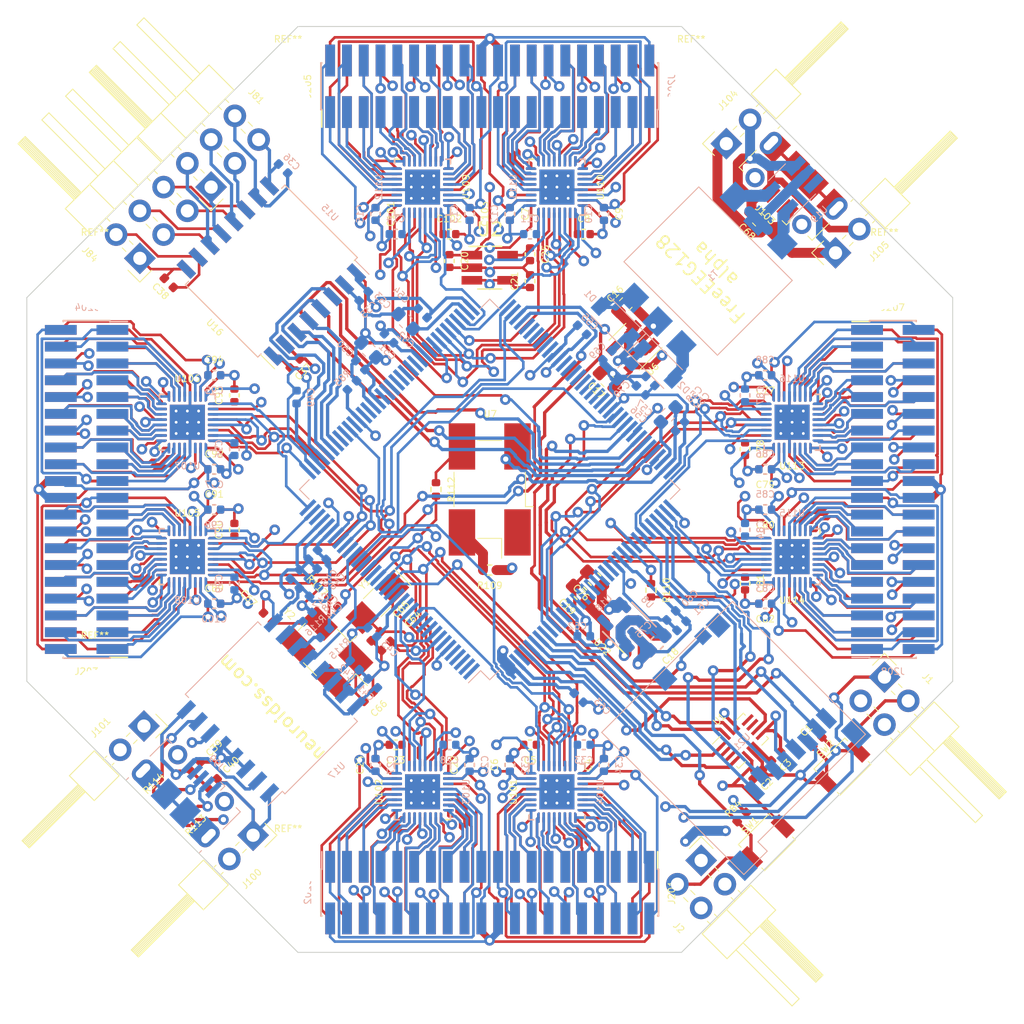
<source format=kicad_pcb>
(kicad_pcb (version 20210824) (generator pcbnew)
  (layers (0 "F.Cu" signal) (1 "In1.Cu" power) (2 "In2.Cu" power) (31 "B.Cu" signal) (34 "B.Paste" user) (35 "F.Paste" user) (36 "B.SilkS" user "B.Silkscreen") (37 "F.SilkS" user "F.Silkscreen") (38 "B.Mask" user) (39 "F.Mask" user) (44 "Edge.Cuts" user))
  (net 0 "")
  (net 1 "Net-(D1-Pad2)")
  (net 2 "Net-(D2-Pad2)")
  (net 3 "ADC10_15_AVDD")
  (net 4 "ADC10_26_DVDD")
  (net 5 "/MCU/71_VCAP_1")
  (net 6 "/MCU/106_VCAP_2")
  (net 7 "/CRYSTAL/1_NC")
  (net 8 "/MCU/24_PH1")
  (net 9 "/MCU/9_PC15")
  (net 10 "/MCU/8_PC14")
  (net 11 "AVDD_1_IN")
  (net 12 "ISO_USB_3_VDD1")
  (net 13 "ISO_USB_1_VBUS1")
  (net 14 "ISO_USB_7_UD+")
  (net 15 "ISO_USB_6_UD–")
  (net 16 "MCU_138_BOOT0")
  (net 17 "ISO_UART_13_OUTB")
  (net 18 "ISO_UART_11_IND")
  (net 19 "ISO_UART_14_OUTA")
  (net 20 "ISO_UART_12_INC")
  (net 21 "ISO_USB_10_DD+")
  (net 22 "ISO_USB_11_DD–")
  (net 23 "ISO_SPI_12_OUTC")
  (net 24 "ISO_SPI_11_IND")
  (net 25 "ISO_SPI_13_OUTB")
  (net 26 "ISO_SPI_14_OUTA")
  (net 27 "MCU_25_NRST")
  (net 28 "ACC_9_INT2")
  (net 29 "ACC_4_INT1")
  (net 30 "ACC_13_SCL")
  (net 31 "ACC_14_SDA")
  (net 32 "ACC_12_CS")
  (net 33 "ACC_1_SDO_SAO")
  (net 34 "ISO_UART_3_INA")
  (net 35 "ISO_UART_4_INB")
  (net 36 "ISO_UART_6_OUTD")
  (net 37 "ISO_SPI_3_INA")
  (net 38 "ISO_SPI_4_INB")
  (net 39 "ISO_SPI_5_INC")
  (net 40 "ISO_SPI_6_OUTD")
  (net 41 "POWER_1_GND")
  (net 42 "POWER_2_VCC")
  (net 43 "/USB_POWER/6_Shield")
  (net 44 "/USB_DATA/6_Shield")
  (net 45 "ISO_UART_5_OUTC")
  (net 46 "AINREF-")
  (net 47 "MCU_116_PD2_SDMMC1_CMD")
  (net 48 "MCU_113_PC12_SDMMC1_CK")
  (net 49 "MCU_112_PC11_SDMMC1_D3")
  (net 50 "MCU_111_PC10_SDMMC1_D2")
  (net 51 "MCU_109_PA14_SYS_JTCK-SWCLK")
  (net 52 "MCU_105_PA13_SYS_JTMS-SWDIO")
  (net 53 "MCU_99_PC9_SDMMC1_D1")
  (net 54 "MCU_98_PC8_SDMMC1_D0")
  (net 55 "MCU_97_PC7_SDMMC1_DETECT")
  (net 56 "MCU_48_PB2_BOOT1")
  (net 57 "MCU_11_PF1_I2C2_SCL")
  (net 58 "MCU_10_PF0_I2C2_SDA")
  (net 59 "CRYSTAL_3_OUT")
  (net 60 "CRYSTAL_4_Vin")
  (net 61 "ISO_SPI_15_GND2")
  (net 62 "ISO_SPI_16_VCC2")
  (net 63 "ISO_UART_15_GND2")
  (net 64 "ISO_UART_16_VCC2")
  (net 65 "ISO_USB_12_PIN")
  (net 66 "Net-(T1-Pad1)")
  (net 67 "Net-(T1-Pad3)")
  (net 68 "/ADC1/24_CAP")
  (net 69 "/ADC10/24_CAP")
  (net 70 "MCU_23_RCC_OSC_IN")
  (net 71 "ADC10_16_SYNC{slash}RESET")
  (net 72 "MCU_118_PD4_ADC1_SYNC{slash}RESET")
  (net 73 "AINREF+")
  (net 74 "ADC13_11_AIN7N")
  (net 75 "ADC13_10_AIN6N")
  (net 76 "ADC13_07_AIN5N")
  (net 77 "ADC13_06_AIN4N")
  (net 78 "ADC13_03_AIN3N")
  (net 79 "ADC13_02_AIN2N")
  (net 80 "ADC13_31_AIN1N")
  (net 81 "ADC13_30_AIN0N")
  (net 82 "ADC14_11_AIN7N")
  (net 83 "ADC14_10_AIN6N")
  (net 84 "ADC14_07_AIN5N")
  (net 85 "ADC14_06_AIN4N")
  (net 86 "ADC14_03_AIN3N")
  (net 87 "ADC14_02_AIN2N")
  (net 88 "ADC14_31_AIN1N")
  (net 89 "ADC14_30_AIN0N")
  (net 90 "ADC15_11_AIN7N")
  (net 91 "ADC15_10_AIN6N")
  (net 92 "ADC15_07_AIN5N")
  (net 93 "ADC15_06_AIN4N")
  (net 94 "ADC15_03_AIN3N")
  (net 95 "ADC15_02_AIN2N")
  (net 96 "ADC15_31_AIN1N")
  (net 97 "ADC15_30_AIN0N")
  (net 98 "ADC16_11_AIN7N")
  (net 99 "ADC16_10_AIN6N")
  (net 100 "ADC16_07_AIN5N")
  (net 101 "ADC16_06_AIN4N")
  (net 102 "ADC16_03_AIN3N")
  (net 103 "ADC16_02_AIN2N")
  (net 104 "ADC16_31_AIN1N")
  (net 105 "ADC16_30_AIN0N")
  (net 106 "ADC13_12_AIN7P")
  (net 107 "ADC13_09_AIN6P")
  (net 108 "ADC13_08_AIN5P")
  (net 109 "ADC13_05_AIN4P")
  (net 110 "ADC13_04_AIN3P")
  (net 111 "ADC13_01_AIN2P")
  (net 112 "ADC13_32_AIN1P")
  (net 113 "ADC13_29_AIN0P")
  (net 114 "ADC14_12_AIN7P")
  (net 115 "ADC14_09_AIN6P")
  (net 116 "ADC14_08_AIN5P")
  (net 117 "ADC14_05_AIN4P")
  (net 118 "ADC14_04_AIN3P")
  (net 119 "ADC14_01_AIN2P")
  (net 120 "ADC14_32_AIN1P")
  (net 121 "ADC14_29_AIN0P")
  (net 122 "ADC15_12_AIN7P")
  (net 123 "ADC15_09_AIN6P")
  (net 124 "ADC15_08_AIN5P")
  (net 125 "ADC15_05_AIN4P")
  (net 126 "ADC15_04_AIN3P")
  (net 127 "ADC15_01_AIN2P")
  (net 128 "ADC15_32_AIN1P")
  (net 129 "ADC15_29_AIN0P")
  (net 130 "ADC16_12_AIN7P")
  (net 131 "ADC16_09_AIN6P")
  (net 132 "ADC16_08_AIN5P")
  (net 133 "ADC16_05_AIN4P")
  (net 134 "ADC16_04_AIN3P")
  (net 135 "ADC16_01_AIN2P")
  (net 136 "ADC16_32_AIN1P")
  (net 137 "ADC16_29_AIN0P")
  (net 138 "ADC1_11_AIN7N")
  (net 139 "ADC1_10_AIN6N")
  (net 140 "ADC1_07_AIN5N")
  (net 141 "ADC1_06_AIN4N")
  (net 142 "ADC1_03_AIN3N")
  (net 143 "ADC1_02_AIN2N")
  (net 144 "ADC1_31_AIN1N")
  (net 145 "ADC1_30_AIN0N")
  (net 146 "ADC2_11_AIN7N")
  (net 147 "ADC2_10_AIN6N")
  (net 148 "ADC2_07_AIN5N")
  (net 149 "ADC2_06_AIN4N")
  (net 150 "ADC2_03_AIN3N")
  (net 151 "ADC2_02_AIN2N")
  (net 152 "ADC2_31_AIN1N")
  (net 153 "ADC2_30_AIN0N")
  (net 154 "ADC3_11_AIN7N")
  (net 155 "ADC3_10_AIN6N")
  (net 156 "ADC3_07_AIN5N")
  (net 157 "ADC3_06_AIN4N")
  (net 158 "ADC3_03_AIN3N")
  (net 159 "ADC3_02_AIN2N")
  (net 160 "ADC3_31_AIN1N")
  (net 161 "ADC3_30_AIN0N")
  (net 162 "ADC4_11_AIN7N")
  (net 163 "ADC4_10_AIN6N")
  (net 164 "ADC4_07_AIN5N")
  (net 165 "ADC4_06_AIN4N")
  (net 166 "ADC4_03_AIN3N")
  (net 167 "ADC4_02_AIN2N")
  (net 168 "ADC4_31_AIN1N")
  (net 169 "ADC4_30_AIN0N")
  (net 170 "ADC1_12_AIN7P")
  (net 171 "ADC1_09_AIN6P")
  (net 172 "ADC1_08_AIN5P")
  (net 173 "ADC1_05_AIN4P")
  (net 174 "ADC1_04_AIN3P")
  (net 175 "ADC1_01_AIN2P")
  (net 176 "ADC1_32_AIN1P")
  (net 177 "ADC1_29_AIN0P")
  (net 178 "ADC2_12_AIN7P")
  (net 179 "ADC2_09_AIN6P")
  (net 180 "ADC2_08_AIN5P")
  (net 181 "ADC2_05_AIN4P")
  (net 182 "ADC2_04_AIN3P")
  (net 183 "ADC2_01_AIN2P")
  (net 184 "ADC2_32_AIN1P")
  (net 185 "ADC2_29_AIN0P")
  (net 186 "ADC3_12_AIN7P")
  (net 187 "ADC3_09_AIN6P")
  (net 188 "ADC3_08_AIN5P")
  (net 189 "ADC3_05_AIN4P")
  (net 190 "ADC3_04_AIN3P")
  (net 191 "ADC3_01_AIN2P")
  (net 192 "ADC3_32_AIN1P")
  (net 193 "ADC3_29_AIN0P")
  (net 194 "ADC4_12_AIN7P")
  (net 195 "ADC4_09_AIN6P")
  (net 196 "ADC4_08_AIN5P")
  (net 197 "ADC4_05_AIN4P")
  (net 198 "ADC4_04_AIN3P")
  (net 199 "ADC4_01_AIN2P")
  (net 200 "ADC4_32_AIN1P")
  (net 201 "ADC4_29_AIN0P")
  (net 202 "ADC5_11_AIN7N")
  (net 203 "ADC5_10_AIN6N")
  (net 204 "ADC5_07_AIN5N")
  (net 205 "ADC5_06_AIN4N")
  (net 206 "ADC5_03_AIN3N")
  (net 207 "ADC5_02_AIN2N")
  (net 208 "ADC5_31_AIN1N")
  (net 209 "ADC5_30_AIN0N")
  (net 210 "ADC6_11_AIN7N")
  (net 211 "ADC6_10_AIN6N")
  (net 212 "ADC6_07_AIN5N")
  (net 213 "ADC6_06_AIN4N")
  (net 214 "ADC6_03_AIN3N")
  (net 215 "ADC6_02_AIN2N")
  (net 216 "ADC6_31_AIN1N")
  (net 217 "ADC6_30_AIN0N")
  (net 218 "ADC7_11_AIN7N")
  (net 219 "ADC7_10_AIN6N")
  (net 220 "ADC7_07_AIN5N")
  (net 221 "ADC7_06_AIN4N")
  (net 222 "ADC7_03_AIN3N")
  (net 223 "ADC7_02_AIN2N")
  (net 224 "ADC7_31_AIN1N")
  (net 225 "ADC7_30_AIN0N")
  (net 226 "ADC8_11_AIN7N")
  (net 227 "ADC8_10_AIN6N")
  (net 228 "ADC8_07_AIN5N")
  (net 229 "ADC8_06_AIN4N")
  (net 230 "ADC8_03_AIN3N")
  (net 231 "ADC8_02_AIN2N")
  (net 232 "ADC8_31_AIN1N")
  (net 233 "ADC8_30_AIN0N")
  (net 234 "ADC5_12_AIN7P")
  (net 235 "ADC5_09_AIN6P")
  (net 236 "ADC5_08_AIN5P")
  (net 237 "ADC5_05_AIN4P")
  (net 238 "ADC5_04_AIN3P")
  (net 239 "ADC5_01_AIN2P")
  (net 240 "ADC5_32_AIN1P")
  (net 241 "ADC5_29_AIN0P")
  (net 242 "ADC6_12_AIN7P")
  (net 243 "ADC6_09_AIN6P")
  (net 244 "ADC6_08_AIN5P")
  (net 245 "ADC6_05_AIN4P")
  (net 246 "ADC6_04_AIN3P")
  (net 247 "ADC6_01_AIN2P")
  (net 248 "ADC6_32_AIN1P")
  (net 249 "ADC6_29_AIN0P")
  (net 250 "ADC7_12_AIN7P")
  (net 251 "ADC7_09_AIN6P")
  (net 252 "ADC7_08_AIN5P")
  (net 253 "ADC7_05_AIN4P")
  (net 254 "ADC7_04_AIN3P")
  (net 255 "ADC7_01_AIN2P")
  (net 256 "ADC7_32_AIN1P")
  (net 257 "ADC7_29_AIN0P")
  (net 258 "ADC8_12_AIN7P")
  (net 259 "ADC8_09_AIN6P")
  (net 260 "ADC8_08_AIN5P")
  (net 261 "ADC8_05_AIN4P")
  (net 262 "ADC8_04_AIN3P")
  (net 263 "ADC8_01_AIN2P")
  (net 264 "ADC8_32_AIN1P")
  (net 265 "ADC8_29_AIN0P")
  (net 266 "ADC9_11_AIN7N")
  (net 267 "ADC9_10_AIN6N")
  (net 268 "ADC9_07_AIN5N")
  (net 269 "ADC9_06_AIN4N")
  (net 270 "ADC9_03_AIN3N")
  (net 271 "ADC9_02_AIN2N")
  (net 272 "ADC9_31_AIN1N")
  (net 273 "ADC9_30_AIN0N")
  (net 274 "ADC9_12_AIN7P")
  (net 275 "ADC9_09_AIN6P")
  (net 276 "ADC9_08_AIN5P")
  (net 277 "ADC9_05_AIN4P")
  (net 278 "ADC9_04_AIN3P")
  (net 279 "ADC9_01_AIN2P")
  (net 280 "ADC9_32_AIN1P")
  (net 281 "ADC9_29_AIN0P")
  (net 282 "ADC1_17_CS")
  (net 283 "ADC1_18_DRDY")
  (net 284 "ADC10_23_XTAL1{slash}CLKIN")
  (net 285 "ADC13_17_CS")
  (net 286 "ADC5_17_CS")
  (net 287 "ADC9_17_CS")
  (net 288 "ADC10_19_SCLK")
  (net 289 "ADC10_21_DIN")
  (net 290 "ADC4_18_DRDY")
  (net 291 "ADC14_17_CS")
  (net 292 "ADC15_17_CS")
  (net 293 "ADC16_17_CS")
  (net 294 "ADC10_17_CS")
  (net 295 "ADC11_17_CS")
  (net 296 "ADC12_17_CS")
  (net 297 "MCU_122_PD6_SAI4_SD_A")
  (net 298 "ADC10_11_AIN7N")
  (net 299 "ADC10_10_AIN6N")
  (net 300 "ADC10_07_AIN5N")
  (net 301 "ADC10_06_AIN4N")
  (net 302 "ADC10_03_AIN3N")
  (net 303 "ADC10_02_AIN2N")
  (net 304 "ADC10_31_AIN1N")
  (net 305 "ADC10_30_AIN0N")
  (net 306 "ADC11_11_AIN7N")
  (net 307 "ADC11_10_AIN6N")
  (net 308 "ADC11_07_AIN5N")
  (net 309 "ADC11_06_AIN4N")
  (net 310 "ADC11_03_AIN3N")
  (net 311 "ADC11_02_AIN2N")
  (net 312 "ADC11_31_AIN1N")
  (net 313 "ADC11_30_AIN0N")
  (net 314 "ADC12_11_AIN7N")
  (net 315 "ADC12_10_AIN6N")
  (net 316 "ADC12_07_AIN5N")
  (net 317 "ADC12_06_AIN4N")
  (net 318 "ADC12_03_AIN3N")
  (net 319 "ADC12_02_AIN2N")
  (net 320 "ADC12_31_AIN1N")
  (net 321 "ADC12_30_AIN0N")
  (net 322 "ADC10_12_AIN7P")
  (net 323 "ADC10_09_AIN6P")
  (net 324 "ADC10_08_AIN5P")
  (net 325 "ADC10_05_AIN4P")
  (net 326 "ADC10_04_AIN3P")
  (net 327 "ADC10_01_AIN2P")
  (net 328 "ADC10_32_AIN1P")
  (net 329 "ADC10_29_AIN0P")
  (net 330 "ADC11_12_AIN7P")
  (net 331 "ADC11_09_AIN6P")
  (net 332 "ADC11_08_AIN5P")
  (net 333 "ADC11_05_AIN4P")
  (net 334 "ADC11_04_AIN3P")
  (net 335 "ADC11_01_AIN2P")
  (net 336 "ADC11_32_AIN1P")
  (net 337 "ADC11_29_AIN0P")
  (net 338 "ADC12_12_AIN7P")
  (net 339 "ADC12_09_AIN6P")
  (net 340 "ADC12_08_AIN5P")
  (net 341 "ADC12_05_AIN4P")
  (net 342 "ADC12_04_AIN3P")
  (net 343 "ADC12_01_AIN2P")
  (net 344 "ADC12_32_AIN1P")
  (net 345 "ADC12_29_AIN0P")
  (net 346 "Net-(R113-Pad1)")
  (net 347 "Net-(R114-Pad1)")
  (net 348 "Net-(R115-Pad2)")
  (net 349 "Net-(R116-Pad2)")
  (net 350 "ADC10_14_REFIN")
  (net 351 "ADC10_20_DOUT")
  (net 352 "ADC4_17_CS")
  (net 353 "ADC3_17_CS")
  (net 354 "ADC2_17_CS")
  (net 355 "ADC1_19_SCLK")
  (net 356 "ADC1_20_DOUT")
  (net 357 "ADC1_21_DIN")
  (net 358 "ADC6_17_CS")
  (net 359 "ADC7_17_CS")
  (net 360 "ADC8_17_CS")
  (net 361 "ADC5_19_SCLK")
  (net 362 "ADC5_21_DIN")
  (net 363 "ISO_USB_8_GND1")
  (net 364 "Net-(C67-Pad1)")
  (net 366 "/USB_DATA/4_ID")
  (net 367 "/USB_POWER/2_D-")
  (net 368 "/USB_POWER/3_D+")
  (net 369 "/USB_POWER/4_ID")
  (net 370 "/ACCEL&GYRO/2_SDx")
  (net 371 "/ACCEL&GYRO/3_SCx")
  (net 374 "ADC10_18_DRDY")
  (net 375 "ADC11_18_DRDY")
  (net 376 "ADC12_18_DRDY")
  (net 378 "ADC2_18_DRDY")
  (net 379 "ADC3_18_DRDY")
  (net 380 "ISO_SPI_7_EN1")
  (net 381 "ISO_SPI_9_GND2")
  (net 382 "ISO_SPI_10_EN2")
  (net 383 "ISO_UART_7_EN1")
  (net 384 "ISO_UART_9_GND2")
  (net 385 "ISO_UART_10_EN2")
  (net 386 "/MCU/1_PE2")
  (net 387 "/MCU/2_PE3")
  (net 388 "/MCU/3_PE4")
  (net 389 "/MCU/4_PE5")
  (net 390 "/MCU/5_PE6")
  (net 391 "MCU_7_PC13_ADC2_DRDY")
  (net 392 "MCU_22_PF10_ADC3_DRDY")
  (net 393 "/MCU/27_PC1")
  (net 394 "MCU_34_PA0_TIM8_ETR")
  (net 395 "/MCU/44_PC4")
  (net 396 "/MCU/45_PC5")
  (net 397 "/MCU/47_PB1")
  (net 398 "/MCU/49_PF11")
  (net 399 "/MCU/50_PF12")
  (net 400 "/MCU/53_PF13")
  (net 401 "/MCU/54_PF14")
  (net 402 "/MCU/55_PF15")
  (net 403 "/MCU/56_PG0")
  (net 404 "/MCU/57_PG1")
  (net 405 "MCU_58_PE7_TIM1_ETR")
  (net 406 "/MCU/59_PE8")
  (net 407 "/MCU/63_PE10")
  (net 408 "/MCU/77_PD8")
  (net 409 "/MCU/78_PD9")
  (net 410 "/MCU/79_PD10")
  (net 411 "/MCU/80_PD11")
  (net 412 "/MCU/81_PD12")
  (net 413 "/MCU/82_PD13")
  (net 414 "/MCU/85_PD14")
  (net 415 "/MCU/86_PD15")
  (net 416 "/MCU/87_PG2")
  (net 417 "/MCU/88_PG3")
  (net 418 "MCU_89_PG4_ADC4_DRDY")
  (net 419 "/MCU/90_PG5")
  (net 420 "/MCU/91_PG6")
  (net 421 "/MCU/92_PG7")
  (net 422 "MCU_93_PG8_SPI6_NSS")
  (net 423 "/MCU/119_PD5")
  (net 424 "/MCU/123_PD7")
  (net 425 "/MCU/124_PG9")
  (net 426 "/MCU/125_PG10")
  (net 427 "/MCU/126_PG11")
  (net 428 "MCU_127_PG12_SPI6_MISO")
  (net 429 "MCU_128_PG13_SPI6_SCK")
  (net 430 "MCU_129_PG14_SPI6_MOSI")
  (net 431 "/MCU/132_PG15")
  (net 432 "/MCU/141_PE0")
  (net 435 "ADC13_18_DRDY")
  (net 436 "ADC14_18_DRDY")
  (net 437 "ADC15_18_DRDY")
  (net 438 "ADC16_18_DRDY")
  (net 439 "ADC5_18_DRDY")
  (net 440 "ADC6_18_DRDY")
  (net 441 "ADC7_18_DRDY")
  (net 442 "ADC8_18_DRDY")
  (net 443 "ADC9_18_DRDY")
  (net 444 "ACC_6_GND")
  (net 445 "/ADC11/24_CAP")
  (net 446 "/ADC12/24_CAP")
  (net 447 "/ADC2/24_CAP")
  (net 448 "/ADC3/24_CAP")
  (net 449 "/ADC4/24_CAP")
  (net 450 "/ADC13/24_CAP")
  (net 451 "/ADC14/24_CAP")
  (net 452 "/ADC15/24_CAP")
  (net 453 "/ADC16/24_CAP")
  (net 454 "/ADC5/24_CAP")
  (net 455 "/ADC6/24_CAP")
  (net 456 "/ADC7/24_CAP")
  (net 457 "/ADC8/24_CAP")
  (net 458 "/ADC9/24_CAP")
  (net 459 "/ADC1/22_XTAL2")
  (net 460 "/ADC1/27_NC")
  (net 461 "/ADC2/22_XTAL2")
  (net 462 "/ADC2/27_NC")
  (net 463 "/ADC3/22_XTAL2")
  (net 464 "/ADC3/27_NC")
  (net 465 "/ADC4/22_XTAL2")
  (net 466 "/ADC4/27_NC")
  (net 467 "/ADC5/22_XTAL2")
  (net 468 "/ADC5/27_NC")
  (net 469 "/ADC6/22_XTAL2")
  (net 470 "/ADC6/27_NC")
  (net 471 "/ADC7/22_XTAL2")
  (net 472 "/ADC7/27_NC")
  (net 473 "/ADC8/22_XTAL2")
  (net 474 "/ADC8/27_NC")
  (net 475 "/ADC9/22_XTAL2")
  (net 476 "/ADC9/27_NC")
  (net 477 "/ADC10/22_XTAL2")
  (net 478 "/ADC10/27_NC")
  (net 479 "/ADC11/22_XTAL2")
  (net 480 "/ADC11/27_NC")
  (net 481 "/ADC12/22_XTAL2")
  (net 482 "/ADC12/27_NC")
  (net 483 "/ADC13/22_XTAL2")
  (net 484 "/ADC13/27_NC")
  (net 485 "/ADC14/22_XTAL2")
  (net 486 "/ADC14/27_NC")
  (net 487 "/ADC15/22_XTAL2")
  (net 488 "/ADC15/27_NC")
  (net 489 "/ADC16/22_XTAL2")
  (net 490 "/ADC16/27_NC")
  (net 491 "VREF_5_VREF")
  (net 492 "ADC8_20_DOUT")
  (net 493 "ADC15_19_SCLK")
  (net 494 "ADC15_20_DOUT")
  (net 495 "ADC15_21_DIN")
  (net 496 "Net-(C66-Pad1)")
  (net 498 "MCU_60_PE9_TIM1_CH1")
  (net 499 "/MCU/12_PF2")
  (footprint "LSM6DS3TR:Bosch_LGA-14_3x2.5mm_P0.5mm" (layer "F.Cu") (at 18.995476 19.002938 45)
    (fp_text reference "U1")
    (fp_text value "LSM6DS3")
  )
  (footprint "Capacitor_SMD:C_0402_1005Metric" (layer "F.Cu") (at -24.257 -15.621 -45)
    (fp_text reference "C38")
    (fp_text value "100n")
  )
  (footprint "Capacitor_SMD:C_0402_1005Metric" (layer "F.Cu") (at -9.1694 15.6718 45)
    (fp_text reference "C66")
    (fp_text value "CL1")
  )
  (footprint "Capacitor_SMD:C_0603_1608Metric" (layer "F.Cu") (at 10.287 -14.0208 45)
    (fp_text reference "C16")
    (fp_text value "2.2u")
  )
  (footprint "Resistor_SMD:R_0402_1005Metric" (layer "F.Cu") (at 19.05 24.765 45)
    (fp_text reference "R84")
    (fp_text value "4k7")
  )
  (footprint "Resistor_SMD:R_0402_1005Metric" (layer "F.Cu") (at -22.86 24.765 45)
    (fp_text reference "R113")
    (fp_text value "24")
  )
  (footprint "Connector_PinHeader_2.54mm:PinHeader_2x01_P2.54mm_Horizontal" (layer "F.Cu") (at 17.888949 -26.143949 45)
    (fp_text reference "J104")
    (fp_text value "Conn_01x02")
  )
  (footprint "Capacitor_SMD:C_0402_1005Metric" (layer "F.Cu") (at -22.225 20.955 -135)
    (fp_text reference "C39")
    (fp_text value "100n")
  )
  (footprint "Capacitor_SMD:C_0402_1005Metric" (layer "F.Cu") (at -7.8486 11.8364 -135)
    (fp_text reference "C64")
    (fp_text value "CL1")
  )
  (footprint "Package_TO_SOT_SMD:SOT-23-5" (layer "F.Cu") (at 10.795 -10.781028 -135)
    (fp_text reference "U6")
    (fp_text value "LP5907")
  )
  (footprint "Capacitor_SMD:C_0402_1005Metric" (layer "F.Cu") (at 24.765 19.05 45)
    (fp_text reference "C1")
    (fp_text value "100n")
  )
  (footprint "smd5032:Crystal_SMD_EuroQuartz_MJ-4Pin_5.0x3.2mm_HandSoldering" (layer "F.Cu") (at -12.319 12.319 135)
    (fp_text reference "Y2")
    (fp_text value "16MHz")
  )
  (footprint "Capacitor_SMD:C_0402_1005Metric" (layer "F.Cu") (at -16.764 9.6774 135)
    (fp_text reference "C67")
    (fp_text value "CL2")
  )
  (footprint "Capacitor_SMD:C_0603_1608Metric" (layer "F.Cu") (at 20.3454 -20.3962 -45)
    (fp_text reference "C68")
    (fp_text value "10u")
  )
  (footprint "Connector_USB:USB_Micro-B_Molex-105017-0001" (layer "F.Cu") (at 22.86 -22.841256 135)
    (fp_text reference "J103")
    (fp_text value "USB_B_Micro")
  )
  (footprint "Connector_PinHeader_2.54mm:PinHeader_2x01_P2.54mm_Horizontal" (layer "F.Cu") (at 26.143949 -17.888949 45)
    (fp_text reference "J105")
    (fp_text value "Conn_01x02")
  )
  (footprint "Button_Switch_SMD:SW_SPST_B3U-1000P-B" (layer "F.Cu") (at 20.955 26.67 -135)
    (fp_text reference "SW1")
    (fp_text value "SW_Push")
  )
  (footprint "Crystal:Crystal_SMD_EuroQuartz_EQ161-2Pin_3.2x1.5mm_HandSoldering" (layer "F.Cu") (at -8.489649 8.540449 -135)
    (fp_text reference "Y1")
    (fp_text value "32768Hz")
  )
  (footprint "Connector_PinHeader_2.54mm:PinHeader_2x01_P2.54mm_Horizontal" (layer "F.Cu") (at -17.888949 26.143949 -135)
    (fp_text reference "J100")
    (fp_text value "Conn_01x02")
  )
  (footprint "Oscillator:Oscillator_SMD_EuroQuartz_XO91-4Pin_7.0x5.0mm_HandSoldering" (layer "F.Cu") (at 0 0 90)
    (fp_text reference "U7")
    (fp_text value "FXO-SM7_OSC-SMD7050_short")
  )
  (footprint "Capacitor_SMD:C_0402_1005Metric" (layer "F.Cu") (at -20.955 22.225 -135)
    (fp_text reference "C40")
    (fp_text value "100n")
  )
  (footprint "Capacitor_SMD:C_0402_1005Metric" (layer "F.Cu") (at 20.265476 21.542938 45)
    (fp_text reference "C2")
    (fp_text value "100n")
  )
  (footprint "Capacitor_SMD:C_0402_1005Metric" (layer "F.Cu") (at -8.6106 11.0998 -135)
    (fp_text reference "C65")
    (fp_text value "CL2")
  )
  (footprint "Connector_PinHeader_2.54mm:PinHeader_2x01_P2.54mm_Horizontal" (layer "F.Cu") (at -26.143949 17.888949 -135)
    (fp_text reference "J101")
    (fp_text value "Conn_01x02")
  )
  (footprint "Button_Switch_SMD:SW_SPST_B3U-1000P-B" (layer "F.Cu") (at 26.67 20.955 45)
    (fp_text reference "SW2")
    (fp_text value "SW_Push")
  )
  (footprint "Capacitor_SMD:C_0402_1005Metric" (layer "F.Cu") (at 21.6408 20.1676 -135)
    (fp_text reference "C3")
    (fp_text value "100n")
  )
  (footprint "Resistor_SMD:R_0402_1005Metric" (layer "F.Cu") (at -11.811 8.509 135)
    (fp_text reference "R117")
    (fp_text value "R_EXT")
  )
  (footprint "Capacitor_SMD:C_0603_1608Metric" (layer "F.Cu") (at 8.89 -8.241028 135)
    (fp_text reference "C17")
    (fp_text value "2.2u")
  )
  (footprint "Connector_PinHeader_2.54mm:PinHeader_2x02_P2.54mm_Horizontal" (layer "F.Cu") (at 15.983949 28.048949 -45)
    (fp_text reference "J2")
    (fp_text value "Conn_02x02_Odd_Even")
  )
  (footprint "Resistor_SMD:R_0402_1005Metric" (layer "F.Cu") (at -24.765 22.86 45)
    (fp_text reference "R114")
    (fp_text value "24")
  )
  (footprint "Package_SO:SOIC-16W_7.5x10.3mm_P1.27mm" (layer "F.Cu") (at -16.51 -16.51 135)
    (fp_text reference "U16")
    (fp_text value "ADUM1402BRWZ")
  )
  (footprint "Capacitor_SMD:C_0402_1005Metric" (layer "F.Cu") (at -14.732 -9.525 45)
    (fp_text reference "C37")
    (fp_text value "100n")
  )
  (footprint "Connector_PinHeader_2.54mm:PinHeader_2x03_P2.54mm_Horizontal" (layer "F.Cu") (at -21.063949 -22.86 135)
    (fp_text reference "J81")
    (fp_text value "Conn_02x03_Odd_Even")
  )
  (footprint "Connector_PinHeader_2.54mm:PinHeader_2x02_P2.54mm_Horizontal" (layer "F.Cu") (at 29.845 14.187898 -45)
    (fp_text reference "J1")
    (fp_text value "Conn_02x02_Odd_Even")
  )
  (footprint "Connector_PinHeader_2.54mm:PinHeader_2x03_P2.54mm_Horizontal" (layer "F.Cu") (at -26.452102 -17.471846 135)
    (fp_text reference "J84")
    (fp_text value "Conn_02x03_Odd_Even")
  )
  (footprint "Capacitor_SMD:C_0402_1005Metric" (layer "F.Cu") (at 19.304 7.112 -90)
    (fp_text reference "C81")
    (fp_text value "220nF")
  )
  (footprint "Connector_PinHeader_1.27mm:PinHeader_2x20_P1.27mm_Vertical_SMD" (layer "F.Cu") (at 30.48 0)
    (fp_text reference "J207")
    (fp_text value "Conn_02x20_Odd_Even")
  )
  (footprint "Capacitor_SMD:C_0402_1005Metric" (layer "F.Cu") (at 3.048 19.304 180)
    (fp_text reference "C5")
    (fp_text value "220nF")
  )
  (footprint "Capacitor_SMD:C_0402_1005Metric" (layer "F.Cu") (at 20.828 -1.524 180)
    (fp_text reference "C79")
    (fp_text value "1u")
  )
  (footprint "Capacitor_SMD:C_0402_1005Metric" (layer "F.Cu") (at 20.828 8.636 180)
    (fp_text reference "C82")
    (fp_text value "1u")
  )
  (footprint "Capacitor_SMD:C_0402_1005Metric" (layer "F.Cu") (at -20.828 1.524)
    (fp_text reference "C91")
    (fp_text value "1u")
  )
  (footprint "Package_DFN_QFN:QFN-32-1EP_4x4mm_P0.4mm_EP2.65x2.65mm_ThermalVias" (layer "F.Cu") (at 22.86 -5.08 180)
    (fp_text reference "U113")
    (fp_text value "ADS131M08IRSN")
  )
  (footprint "Capacitor_SMD:C_0402_1005Metric" (layer "F.Cu") (at -19.304 3.048 90)
    (fp_text reference "C90")
    (fp_text value "220nF")
  )
  (footprint "Capacitor_SMD:C_0402_1005Metric" (layer "F.Cu") (at 7.112 -19.304)
    (fp_text reference "C8")
    (fp_text value "220nF")
  )
  (footprint "Capacitor_SMD:C_0402_1005Metric" (layer "F.Cu") (at -20.828 -1.524)
    (fp_text reference "C92")
    (fp_text value "1u")
  )
  (footprint "Capacitor_SMD:C_0402_1005Metric" (layer "F.Cu") (at -20.828 -8.636)
    (fp_text reference "C94")
    (fp_text value "1u")
  )
  (footprint "Package_DFN_QFN:QFN-32-1EP_4x4mm_P0.4mm_EP2.65x2.65mm_ThermalVias" (layer "F.Cu") (at -5.08 -22.86 -90)
    (fp_text reference "U109")
    (fp_text value "ADS131M08IRSN")
  )
  (footprint "Capacitor_SMD:C_0402_1005Metric" (layer "F.Cu") (at -3.048 -19.304)
    (fp_text reference "C102")
    (fp_text value "220nF")
  )
  (footprint "MountingHole:MountingHole_3.2mm_M3" (layer "F.Cu") (at 29.845 -15.24)
    (fp_text reference "REF**")
    (fp_text value "MountingHole_3.2mm_M3")
  )
  (footprint "Capacitor_SMD:C_0402_1005Metric" (layer "F.Cu") (at 3.048 -17.78 -90)
    (fp_text reference "C25")
    (fp_text value "100n")
  )
  (footprint "Capacitor_SMD:C_0402_1005Metric" (layer "F.Cu") (at -8.636 -20.828 -90)
    (fp_text reference "C101")
    (fp_text value "1u")
  )
  (footprint "Resistor_SMD:R_0402_1005Metric" (layer "F.Cu") (at -4.064 0 -90)
    (fp_text reference "R112")
    (fp_text value "0")
  )
  (footprint "Capacitor_SMD:C_0402_1005Metric" (layer "F.Cu") (at -1.524 20.828 90)
    (fp_text reference "C22")
    (fp_text value "1u")
  )
  (footprint "Capacitor_SMD:C_0402_1005Metric" (layer "F.Cu") (at 1.524 20.828 90)
    (fp_text reference "C6")
    (fp_text value "1u")
  )
  (footprint "MountingHole:MountingHole_3.2mm_M3" (layer "F.Cu") (at -29.845 15.24)
    (fp_text reference "REF**")
    (fp_text value "MountingHole_3.2mm_M3")
  )
  (footprint "MountingHole:MountingHole_3.2mm_M3" (layer "F.Cu") (at -15.24 -29.845)
    (fp_text reference "REF**")
    (fp_text value "MountingHole_3.2mm_M3")
  )
  (footprint "Capacitor_SMD:C_0402_1005Metric" (layer "F.Cu") (at 8.636 -20.828 -90)
    (fp_text reference "C9")
    (fp_text value "1u")
  )
  (footprint "Capacitor_SMD:C_0402_1005Metric" (layer "F.Cu") (at 19.304 -3.048 -90)
    (fp_text reference "C78")
    (fp_text value "220nF")
  )
  (footprint "MountingHole:MountingHole_3.2mm_M3" (layer "F.Cu") (at 15.24 -29.845)
    (fp_text reference "REF**")
    (fp_text value "MountingHole_3.2mm_M3")
  )
  (footprint "Connector_PinHeader_1.27mm:PinHeader_2x20_P1.27mm_Vertical_SMD" (layer "F.Cu") (at 0 30.48 -90)
    (fp_text reference "J201")
    (fp_text value "Conn_02x20_Odd_Even")
  )
  (footprint "Capacitor_SMD:C_0402_1005Metric" (layer "F.Cu") (at -1.524 -20.828 -90)
    (fp_text reference "C103")
    (fp_text value "1u")
  )
  (footprint "Package_DFN_QFN:QFN-32-1EP_4x4mm_P0.4mm_EP2.65x2.65mm_ThermalVias" (layer "F.Cu") (at 22.86 5.08 180)
    (fp_text reference "U114")
    (fp_text value "ADS131M08IRSN")
  )
  (footprint "Capacitor_SMD:C_0402_1005Metric" (layer "F.Cu") (at -19.304 -7.112 90)
    (fp_text reference "C93")
    (fp_text value "220nF")
  )
  (footprint "Capacitor_SMD:C_0603_1608Metric" (layer "F.Cu") (at 6.858 7.8486 135)
    (fp_text reference "C19")
    (fp_text value "2.2u")
  )
  (footprint "MountingHole:MountingHole_3.2mm_M3" (layer "F.Cu") (at -15.24 29.845)
    (fp_text reference "REF**")
    (fp_text value "MountingHole_3.2mm_M3")
  )
  (footprint "Package_DFN_QFN:QFN-32-1EP_4x4mm_P0.4mm_EP2.65x2.65mm_ThermalVias" (layer "F.Cu") (at -22.86 5.08)
    (fp_text reference "U105")
    (fp_text value "ADS131M08IRSN")
  )
  (footprint "Capacitor_SMD:C_0402_1005Metric" (layer "F.Cu") (at 3.048 -15.748 90)
    (fp_text reference "C21")
    (fp_text value "100n")
  )
  (footprint "Capacitor_SMD:C_0402_1005Metric" (layer "F.Cu") (at -20.828 8.636)
    (fp_text reference "C89")
    (fp_text value "1u")
  )
  (footprint "Package_TO_SOT_SMD:SOT-23-5_HandSoldering" (layer "F.Cu") (at 0 -16.764)
    (fp_text reference "U2")
    (fp_text value "REF2025")
  )
  (footprint "Capacitor_SMD:C_0402_1005Metric" (layer "F.Cu") (at -8.636 20.828 90)
    (fp_text reference "C24")
    (fp_text value "1u")
  )
  (footprint "Package_DFN_QFN:QFN-32-1EP_4x4mm_P0.4mm_EP2.65x2.65mm_ThermalVias" (layer "F.Cu") (at -5.08 22.86 90)
    (fp_text reference "U102")
    (fp_text value "ADS131M08IRSN")
  )
  (footprint "Capacitor_SMD:C_0603_1608Metric" (layer "F.Cu") (at 12.6492 11.6078 -135)
    (fp_text reference "C18")
    (fp_text value "2.2u")
  )
  (footprint "Resistor_SMD:R_0402_1005Metric" (layer "F.Cu") (at 12.192 7.62 -90)
    (fp_text reference "R110")
    (fp_text value "0")
  )
  (footprint "Package_TO_SOT_SMD:SOT-23-5" (layer "F.Cu") (at 10.2108 10.2108 135)
    (fp_text reference "U22")
    (fp_text value "LP5907")
  )
  (footprint "Capacitor_SMD:C_0402_1005Metric" (layer "F.Cu") (at -7.112 19.304 180)
    (fp_text reference "C23")
    (fp_text value "220nF")
  )
  (footprint "Capacitor_SMD:C_0402_1005Metric" (layer "F.Cu") (at 8.636 20.828 90)
    (fp_text reference "C4")
    (fp_text value "1u")
  )
  (footprint "Capacitor_SMD:C_0402_1005Metric" (layer "F.Cu") (at 20.828 -8.636 180)
    (fp_text reference "C77")
    (fp_text value "1u")
  )
  (footprint "MountingHole:MountingHole_3.2mm_M3" (layer "F.Cu") (at -29.845 -15.24)
    (fp_text reference "REF**")
    (fp_text value "MountingHole_3.2mm_M3")
  )
  (footprint "Package_DFN_QFN:QFN-32-1EP_4x4mm_P0.4mm_EP2.65x2.65mm_ThermalVias" (layer "F.Cu") (at -22.86 -5.08)
    (fp_text reference "U106")
    (fp_text value "ADS131M08IRSN")
  )
  (footprint "Capacitor_SMD:C_0402_1005Metric" (layer "F.Cu") (at 1.524 -20.828 -90)
    (fp_text reference "C7")
    (fp_text value "1u")
  )
  (footprint "Capacitor_SMD:C_0402_1005Metric" (layer "F.Cu") (at -3.048 -17.272 -90)
    (fp_text reference "C20")
    (fp_text value "100n")
  )
  (footprint "Package_DFN_QFN:QFN-32-1EP_4x4mm_P0.4mm_EP2.65x2.65mm_ThermalVias" (layer "F.Cu") (at 5.08 -22.86 -90)
    (fp_text reference "U110")
    (fp_text value "ADS131M08IRSN")
  )
  (footprint "Capacitor_SMD:C_0603_1608Metric" (layer "F.Cu") (at 7.9248 6.7818 135)
    (fp_text reference "C76")
    (fp_text value "2.2u")
  )
  (footprint "Package_DFN_QFN:QFN-32-1EP_4x4mm_P0.4mm_EP2.65x2.65mm_ThermalVias" (layer "F.Cu") (at 5.08 22.86 90)
    (fp_text reference "U101")
    (fp_text value "ADS131M08IRSN")
  )
  (footprint "Connector_PinHeader_1.27mm:PinHeader_2x20_P1.27mm_Vertical_SMD" (layer "F.Cu") (at 0 -30.48 90)
    (fp_text reference "J205")
    (fp_text value "Conn_02x20_Odd_Even")
  )
  (footprint "Connector_PinHeader_1.27mm:PinHeader_2x20_P1.27mm_Vertical_SMD" (layer "F.Cu") (at -30.48 0 180)
    (fp_text reference "J203")
    (fp_text value "Conn_02x20_Odd_Even")
  )
  (footprint "Resistor_SMD:R_0402_1005Metric" (layer "F.Cu") (at 0 6.096 180)
    (fp_text reference "R109")
    (fp_text value "0")
  )
  (footprint "Capacitor_SMD:C_0402_1005Metric" (layer "F.Cu") (at 20.828 1.524 180)
    (fp_text reference "C80")
    (fp_text value "1u")
  )
  (footprint "Package_TO_SOT_SMD:SOT-23-6_Handsoldering" (layer "B.Cu") (at 22.86 -22.841256 45)
    (fp_text reference "U19")
    (fp_text value "SN6505B")
  )
  (footprint "Capacitor_SMD:C_0402_1005Metric" (layer "B.Cu") (at -14.732 6.4262 -135)
    (fp_text reference "C47")
    (fp_text value "100n")
  )
  (footprint "Capacitor_SMD:C_0603_1608Metric" (layer "B.Cu") (at -9.144 -10.541 135)
    (fp_text reference "C51")
    (fp_text value "4.7u")
  )
  (footprint "Capacitor_SMD:C_0402_1005Metric" (layer "B.Cu") (at 14.5034 10.3124 45)
    (fp_text reference "C61")
    (fp_text value "1u")
  )
  (footprint "Capacitor_SMD:C_0402_1005Metric" (layer "B.Cu") (at -12.7 5.6388 45)
    (fp_text reference "C46")
    (fp_text value "1u")
  )
  (footprint "Capacitor_SMD:C_0402_1005Metric" (layer "B.Cu") (at -9.779 -9.398 135)
    (fp_text reference "C50")
    (fp_text value "100n")
  )
  (footprint "Package_QFP:LQFP-144_20x20mm_P0.5mm" (layer "B.Cu") (at 0 0 45)
    (fp_text reference "U18")
    (fp_text value "STM32H743ZITx")
  )
  (footprint "Resistor_SMD:R_0402_1005Metric" (layer "B.Cu") (at -13.7668 9.652 -135)
    (fp_text reference "R116")
    (fp_text value "24")
  )
  (footprint "Package_SO:SOIC-16W_7.5x10.3mm_P1.27mm" (layer "B.Cu") (at -16.51 16.51 45)
    (fp_text reference "U17")
    (fp_text value "ADuM3160")
  )
  (footprint "Capacitor_SMD:C_0402_1005Metric" (layer "B.Cu") (at 14.38897 -4.762119 -135)
    (fp_text reference "C59")
    (fp_text value "100n")
  )
  (footprint "Diode_SMD:D_SOD-123" (layer "B.Cu") (at 12.7 -9.506256 -45)
    (fp_text reference "D2")
    (fp_text value "D_Schottky")
  )
  (footprint "Capacitor_SMD:C_0402_1005Metric" (layer "B.Cu") (at 12.1412 -8.2042 135)
    (fp_text reference "C57")
    (fp_text value "1u")
  )
  (footprint "Capacitor_SMD:C_0402_1005Metric" (layer "B.Cu") (at -8.89 10.795 -45)
    (fp_text reference "C43")
    (fp_text value "100n")
  )
  (footprint "Capacitor_SMD:C_0603_1608Metric" (layer "B.Cu") (at 10.16 -8.94941 -135)
    (fp_text reference "C70")
    (fp_text value "10u")
  )
  (footprint "Capacitor_SMD:C_0402_1005Metric" (layer "B.Cu") (at 6.985 -12.065 135)
    (fp_text reference "C55")
    (fp_text value "100n")
  )
  (footprint "Capacitor_SMD:C_0402_1005Metric" (layer "B.Cu") (at -10.2108 13.2842 -45)
    (fp_text reference "C42")
    (fp_text value "100n")
  )
  (footprint "Resistor_SMD:R_0402_1005Metric" (layer "B.Cu") (at -12.4714 10.8458 -135)
    (fp_text reference "R115")
    (fp_text value "24")
  )
  (footprint "Capacitor_SMD:C_0603_1608Metric" (layer "B.Cu") (at -6.35 -12.7 135)
    (fp_text reference "C53")
    (fp_text value "2.2u")
  )
  (footprint "Capacitor_SMD:C_0402_1005Metric" (layer "B.Cu") (at -14.0462 7.112 -135)
    (fp_text reference "C48")
    (fp_text value "1u")
  )
  (footprint "Package_SO:SOIC-16W_7.5x10.3mm_P1.27mm" (layer "B.Cu") (at -16.51 -16.51 135)
    (fp_text reference "U15")
    (fp_text value "ISO7341c")
  )
  (footprint "Capacitor_SMD:C_0402_1005Metric" (layer "B.Cu") (at -9.525 -14.605 -135)
    (fp_text reference "C35")
    (fp_text value "100n")
  )
  (footprint "Connector_USB:USB_Micro-B_Molex-105017-0001" (layer "B.Cu") (at -22.86 22.86 135)
    (fp_text reference "J99")
    (fp_text value "USB_B_Micro")
  )
  (footprint "473521001:473521001" (layer "B.Cu") (at 18.365248 18.367938 -135)
    (fp_text reference "U21")
    (fp_text value "473521001")
  )
  (footprint "Capacitor_SMD:C_0402_1005Metric" (layer "B.Cu") (at 6.731 15.748 -45)
    (fp_text reference "C63")
    (fp_text value "100n")
  )
  (footprint "Capacitor_SMD:C_0402_1005Metric" (layer "B.Cu") (at -5.08 -13.335 135)
    (fp_text reference "C54")
    (fp_text value "100n")
  )
  (footprint "Diode_SMD:D_SOD-123" (layer "B.Cu") (at 9.525 -12.681256 135)
    (fp_text reference "D1")
    (fp_text value "D_Schottky")
  )
  (footprint "Capacitor_SMD:C_0402_1005Metric" (layer "B.Cu") (at 7.112 11.0998)
    (fp_text reference "C62")
    (fp_text value "100n")
  )
  (footprint "Resistor_SMD:R_0402_1005Metric" (layer "B.Cu") (at -10.414 -7.874 45)
    (fp_text reference "R85")
    (fp_text value "4k7")
  )
  (footprint "Capacitor_SMD:C_0402_1005Metric" (layer "B.Cu") (at 8.89 -10.146028 -135)
    (fp_text reference "C69")
    (fp_text value "100n")
  )
  (footprint "Capacitor_SMD:C_0402_1005Metric" (layer "B.Cu") (at 11.43 -7.493 135)
    (fp_text reference "C56")
    (fp_text value "100n")
  )
  (footprint "Capacitor_SMD:C_0402_1005Metric" (layer "B.Cu") (at -14.605 -6.985 90)
    (fp_text reference "C49")
    (fp_text value "100n")
  )
  (footprint "Capacitor_SMD:C_0603_1608Metric" (layer "B.Cu") (at 13.498952 -5.651119 45)
    (fp_text reference "C58")
    (fp_text value "2.2u")
  )
  (footprint "Capacitor_SMD:C_0402_1005Metric" (layer "B.Cu") (at -13.2842 7.747 -135)
    (fp_text reference "C44")
    (fp_text value "100n")
  )
  (footprint "Capacitor_SMD:C_0402_1005Metric" (layer "B.Cu") (at -13.3604 4.9276 45)
    (fp_text reference "C45")
    (fp_text value "100n")
  )
  (footprint "Capacitor_SMD:C_0402_1005Metric" (layer "B.Cu") (at -15.621 -24.257 -45)
    (fp_text reference "C36")
    (fp_text value "100n")
  )
  (footprint "Capacitor_SMD:C_0402_1005Metric" (layer "B.Cu") (at -8.8392 14.6558 135)
    (fp_text reference "C41")
    (fp_text value "100n")
  )
  (footprint "Capacitor_SMD:C_0402_1005Metric" (layer "B.Cu") (at 13.716 9.525 45)
    (fp_text reference "C60")
    (fp_text value "100n")
  )
  (footprint "Capacitor_SMD:C_0402_1005Metric" (layer "B.Cu") (at -7.62 -11.43 -45)
    (fp_text reference "C52")
    (fp_text value "100n")
  )
  (footprint "750315371:750315371" (layer "B.Cu") (at 16.51 -16.51 -135)
    (fp_text reference "T1")
    (fp_text value "750315371")
  )
  (footprint "Package_DFN_QFN:QFN-32-1EP_4x4mm_P0.4mm_EP2.65x2.65mm_ThermalVias" (layer "B.Cu") (at -5.08 22.86 90)
    (fp_text reference "U103")
    (fp_text value "ADS131M08IRSN")
  )
  (footprint "Package_DFN_QFN:QFN-32-1EP_4x4mm_P0.4mm_EP2.65x2.65mm_ThermalVias" (layer "B.Cu") (at -22.86 -5.08)
    (fp_text reference "U107")
    (fp_text value "ADS131M08IRSN")
  )
  (footprint "Capacitor_SMD:C_0402_1005Metric" (layer "B.Cu") (at -20.828 -8.636)
    (fp_text reference "C95")
    (fp_text value "1u")
  )
  (footprint "Capacitor_SMD:C_0402_1005Metric" (layer "B.Cu") (at 20.828 8.636 180)
    (fp_text reference "C83")
    (fp_text value "1u")
  )
  (footprint "Capacitor_SMD:C_0402_1005Metric" (layer "B.Cu") (at -8.636 -20.828 -90)
    (fp_text reference "C15")
    (fp_text value "1u")
  )
  (footprint "Capacitor_SMD:C_0402_1005Metric" (layer "B.Cu") (at 19.304 3.048 90)
    (fp_text reference "C84")
    (fp_text value "220nF")
  )
  (footprint "Capacitor_SMD:C_0402_1005Metric" (layer "B.Cu") (at -3.048 19.304)
    (fp_text reference "C28")
    (fp_text value "220nF")
  )
  (footprint "Package_DFN_QFN:QFN-32-1EP_4x4mm_P0.4mm_EP2.65x2.65mm_ThermalVias" (layer "B.Cu") (at -5.08 -22.86 -90)
    (fp_text reference "U112")
    (fp_text value "ADS131M08IRSN")
  )
  (footprint "Capacitor_SMD:C_0402_1005Metric" (layer "B.Cu") (at 1.524 -20.828 -90)
    (fp_text reference "C12")
    (fp_text value "1u")
  )
  (footprint "Capacitor_SMD:C_0402_1005Metric" (layer "B.Cu") (at 3.048 -19.304 180)
    (fp_text reference "C11")
    (fp_text value "220nF")
  )
  (footprint "Package_DFN_QFN:QFN-32-1EP_4x4mm_P0.4mm_EP2.65x2.65mm_ThermalVias" (layer "B.Cu") (at 22.86 -5.08 180)
    (fp_text reference "U116")
    (fp_text value "ADS131M08IRSN")
  )
  (footprint "Capacitor_SMD:C_0402_1005Metric" (layer "B.Cu") (at -20.828 -1.524)
    (fp_text reference "C97")
    (fp_text value "1u")
  )
  (footprint "Capacitor_SMD:C_0402_1005Metric" (layer "B.Cu") (at 20.828 1.524 180)
    (fp_text reference "C85")
    (fp_text value "1u")
  )
  (footprint "Capacitor_SMD:C_0402_1005Metric" (layer "B.Cu") (at -1.524 -20.828 -90)
    (fp_text reference "C13")
    (fp_text value "1u")
  )
  (footprint "Capacitor_SMD:C_0402_1005Metric" (layer "B.Cu") (at 20.828 -8.636 180)
    (fp_text reference "C88")
    (fp_text value "1u")
  )
  (footprint "Capacitor_SMD:C_0402_1005Metric" (layer "B.Cu") (at 1.524 20.828 90)
    (fp_text reference "C32")
    (fp_text value "1u")
  )
  (footprint "Capacitor_SMD:C_0402_1005Metric" (layer "B.Cu") (at -1.524 20.828 90)
    (fp_text reference "C29")
    (fp_text value "1u")
  )
  (footprint "Package_DFN_QFN:QFN-32-1EP_4x4mm_P0.4mm_EP2.65x2.65mm_ThermalVias" (layer "B.Cu") (at -22.86 5.08)
    (fp_text reference "U108")
    (fp_text value "ADS131M08IRSN")
  )
  (footprint "Package_DFN_QFN:QFN-32-1EP_4x4mm_P0.4mm_EP2.65x2.65mm_ThermalVias" (layer "B.Cu") (at 5.08 -22.86 -90)
    (fp_text reference "U111")
    (fp_text value "ADS131M08IRSN")
  )
  (footprint "Capacitor_SMD:C_0402_1005Metric" (layer "B.Cu") (at -8.636 20.828 90)
    (fp_text reference "C27")
    (fp_text value "1u")
  )
  (footprint "Capacitor_SMD:C_0603_1608Metric" (layer "B.Cu") (at 12.6492 11.6078 -135)
    (fp_text reference "C75")
    (fp_text value "2.2u")
  )
  (footprint "Connector_PinHeader_1.27mm:PinHeader_2x20_P1.27mm_Vertical_SMD" (layer "B.Cu") (at 0 -30.48 90)
    (fp_text reference "J206")
    (fp_text value "Conn_02x20_Odd_Even")
  )
  (footprint "Package_DFN_QFN:QFN-32-1EP_4x4mm_P0.4mm_EP2.65x2.65mm_ThermalVias" (layer "B.Cu") (at 5.08 22.86 90)
    (fp_text reference "U104")
    (fp_text value "ADS131M08IRSN")
  )
  (footprint "Capacitor_SMD:C_0402_1005Metric" (layer "B.Cu") (at -19.304 7.112 -90)
    (fp_text reference "C99")
    (fp_text value "220nF")
  )
  (footprint "Capacitor_SMD:C_0402_1005Metric" (layer "B.Cu") (at 8.636 -20.828 -90)
    (fp_text reference "C10")
    (fp_text value "1u")
  )
  (footprint "Capacitor_SMD:C_0402_1005Metric" (layer "B.Cu") (at 7.112 19.304)
    (fp_text reference "C33")
    (fp_text value "220nF")
  )
  (footprint "Connector_PinHeader_1.27mm:PinHeader_2x20_P1.27mm_Vertical_SMD" (layer "B.Cu") (at -30.48 0 180)
    (fp_text reference "J204")
    (fp_text value "Conn_02x20_Odd_Even")
  )
  (footprint "Capacitor_SMD:C_0402_1005Metric" (layer "B.Cu") (at -20.828 1.524)
    (fp_text reference "C98")
    (fp_text value "1u")
  )
  (footprint "Capacitor_SMD:C_0402_1005Metric" (layer "B.Cu") (at 19.304 -7.112 90)
    (fp_text reference "C87")
    (fp_text value "220nF")
  )
  (footprint "Package_DFN_QFN:QFN-32-1EP_4x4mm_P0.4mm_EP2.65x2.65mm_ThermalVias" (layer "B.Cu") (at 22.86 5.08 180)
    (fp_text reference "U115")
    (fp_text value "ADS131M08IRSN")
  )
  (footprint "Package_TO_SOT_SMD:SOT-23-5" (layer "B.Cu") (at 10.2108 10.2108 135)
    (fp_text reference "U8")
    (fp_text value "LP5907")
  )
  (footprint "Connector_PinHeader_1.27mm:PinHeader_2x20_P1.27mm_Vertical_SMD" (layer "B.Cu") (at 30.48 0)
    (fp_text reference "J208")
    (fp_text value "Conn_02x20_Odd_Even")
  )
  (footprint "Connector_PinHeader_1.27mm:PinHeader_2x20_P1.27mm_Vertical_SMD" (layer "B.Cu") (at 0 30.48 -90)
    (fp_text reference "J202")
    (fp_text value "Conn_02x20_Odd_Even")
  )
  (footprint "Capacitor_SMD:C_0402_1005Metric" (layer "B.Cu") (at -7.112 -19.304 180)
    (fp_text reference "C14")
    (fp_text value "220nF")
  )
  (footprint "Capacitor_SMD:C_0402_1005Metric" (layer "B.Cu") (at -19.304 -3.048 -90)
    (fp_text reference "C96")
    (fp_text value "220nF")
  )
  (footprint "Capacitor_SMD:C_0402_1005Metric" (layer "B.Cu") (at 20.828 -1.524 180)
    (fp_text reference "C86")
    (fp_text value "1u")
  )
  (footprint "Capacitor_SMD:C_0402_1005Metric" (layer "B.Cu") (at -20.828 8.636)
    (fp_text reference "C100")
    (fp_text value "1u")
  )
  (footprint "Capacitor_SMD:C_0402_1005Metric" (layer "B.Cu") (at 8.636 20.828 90)
    (fp_text reference "C34")
    (fp_text value "1u")
  )
  (gr_line (start -35 -14.5) (end -35 14.5) (layer "Edge.Cuts") (width 0.075))
  (gr_line (start -35 14.5) (end -14.5 35) (layer "Edge.Cuts") (width 0.075))
  (gr_line (start -14.5 35) (end 14.5 35) (layer "Edge.Cuts") (width 0.075))
  (gr_line (start 14.5 35) (end 35 14.5) (layer "Edge.Cuts") (width 0.075))
  (gr_line (start 35 14.5) (end 35 -14.5) (layer "Edge.Cuts") (width 0.075))
  (gr_line (start 35 -14.5) (end 14.5 -35) (layer "Edge.Cuts") (width 0.075))
  (gr_line (start 14.5 -35) (end -14.5 -35) (layer "Edge.Cuts") (width 0.075))
  (gr_line (start -14.5 -35) (end -35 -14.5) (layer "Edge.Cuts") (width 0.075))
  (gr_text "FreeEEG128\nalpha" (at 16.51 -16.51 135) (layer "F.SilkS") (effects (font (size 1 1) (thickness 0.125))))
  (gr_text "neuroidss.com" (at -16.51 16.505228 135) (layer "F.SilkS") (effects (font (size 1 1))))
  (segment (start 9.524024 -13.766665) (end 10.570303 -14.812944) (width 0.5) (layer "B.Cu") (net 1))
  (segment (start 10.570303 -14.7942) (end 9.542768 -13.766665) (width 0.25) (layer "B.Cu") (net 1))
  (segment (start 9.542768 -13.766665) (end 8.439591 -13.766665) (width 0.25) (layer "B.Cu") (net 1))
  (segment (start 10.895572 -14.487675) (end 9.160601 -14.487675) (width 0.75) (layer "B.Cu") (net 1))
  (segment (start 9.160601 -14.487675) (end 8.439591 -13.766665) (width 0.75) (layer "B.Cu") (net 1))
  (segment (start 14.812944 -10.570303) (end 14.812944 -9.448382) (width 0.5) (layer "B.Cu") (net 2))
  (segment (start 14.812944 -9.448382) (end 13.785409 -8.420847) (width 0.5) (layer "B.Cu") (net 2))
  (segment (start 14.487675 -10.895572) (end 14.487675 -9.123113) (width 0.75) (layer "B.Cu") (net 2))
  (segment (start 14.487675 -9.123113) (end 13.785409 -8.420847) (width 0.75) (layer "B.Cu") (net 2))
  (segment (start 10.688934 -9.331459) (end 10.688934 -8.926268) (width 0.25) (layer "F.Cu") (net 3))
  (segment (start 10.688934 -8.926268) (end 9.446847 -7.684181) (width 0.25) (layer "F.Cu") (net 3))
  (segment (start 23.068936 0) (end 22.83501 0.233926) (width 0.2) (layer "F.Cu") (net 3))
  (segment (start 0.375494 30.883003) (end -0.038489 30.46902) (width 0.2) (layer "F.Cu") (net 3))
  (segment (start -21.86 7.80157) (end -21.308 8.35357) (width 0.2) (layer "F.Cu") (net 3))
  (segment (start -1.524 21.565022) (end -0.737022 22.352) (width 0.2) (layer "F.Cu") (net 3))
  (segment (start 1.016 -22.86) (end 1.016 -22.233492) (width 0.2) (layer "F.Cu") (net 3))
  (segment (start 8.636 21.308) (end 10.7416 21.308) (width 0.2) (layer "F.Cu") (net 3))
  (segment (start -32.43 -12.065) (end -31.795 -12.7) (width 0.2) (layer "F.Cu") (net 3))
  (segment (start -26.416 -11.684) (end -24.892 -11.684) (width 0.2) (layer "F.Cu") (net 3))
  (segment (start 21.308 -9.390241) (end 21.538616 -9.620857) (width 0.2) (layer "F.Cu") (net 3))
  (segment (start -12.7 31.795) (end -12.7 26.924) (width 0.2) (layer "F.Cu") (net 3))
  (segment (start 10.7416 21.308) (end 11.0236 21.59) (width 0.2) (layer "F.Cu") (net 3))
  (segment (start 21.844 10.668) (end 23.876 10.668) (width 0.2) (layer "F.Cu") (net 3))
  (segment (start -0.635 -32.43) (end -0.635 -30.985007) (width 0.2) (layer "F.Cu") (net 3))
  (segment (start 12.224473 -9.331459) (end 13.028525 -10.135511) (width 0.5) (layer "F.Cu") (net 3))
  (segment (start 21.714007 1.524) (end 22.83501 0.402997) (width 0.2) (layer "F.Cu") (net 3))
  (segment (start -22.989457 -9.781457) (end -21.379201 -9.781457) (width 0.2) (layer "F.Cu") (net 3))
  (segment (start -27.141978 -12.7) (end -26.924 -12.482022) (width 0.2) (layer "F.Cu") (net 3))
  (segment (start 8.084 21.86) (end 7.03 21.86) (width 0.2) (layer "F.Cu") (net 3))
  (segment (start -21.308 8.35357) (end -21.308 8.636) (width 0.2) (layer "F.Cu") (net 3))
  (segment (start 1.016 -22.233492) (end 0.626508 -21.844) (width 0.2) (layer "F.Cu") (net 3))
  (segment (start -7.03 -21.86) (end -8.084 -21.86) (width 0.2) (layer "F.Cu") (net 3))
  (segment (start 21.308 -8.636) (end 21.308 -9.390241) (width 0.2) (layer "F.Cu") (net 3))
  (segment (start -3.13 21.86) (end -2.076 21.86) (width 0.2) (layer "F.Cu") (net 3))
  (segment (start -21.308 -1.524) (end -21.324097 -1.524) (width 0.2) (layer "F.Cu") (net 3))
  (segment (start -26.924 -12.192) (end -26.416 -11.684) (width 0.2) (layer "F.Cu") (net 3))
  (segment (start -9.79902 -20.14498) (end -9.79902 -20.135917) (width 0.2) (layer "F.Cu") (net 3))
  (segment (start -21.86 -3.13) (end -21.86 -2.076) (width 0.2) (layer "F.Cu") (net 3))
  (segment (start 3.13 -21.86) (end 2.076 -21.86) (width 0.2) (layer "F.Cu") (net 3))
  (segment (start -24.892 -11.684) (end -22.989457 -9.781457) (width 0.2) (layer "F.Cu") (net 3))
  (segment (start -0.038489 30.46902) (end -0.038489 23.050533) (width 0.2) (layer "F.Cu") (net 3))
  (segment (start -31.795 -12.7) (end -27.141978 -12.7) (width 0.2) (layer "F.Cu") (net 3))
  (segment (start 21.86 -7.03) (end 21.86 -8.084) (width 0.2) (layer "F.Cu") (net 3))
  (segment (start 2.076 -21.86) (end 1.524 -21.308) (width 0.2) (layer "F.Cu") (net 3))
  (segment (start 0.488003 30.883003) (end 0.375494 30.883003) (width 0.2) (layer "F.Cu") (net 3))
  (segment (start 10.16 -23.876) (end 10.16 -21.844) (width 0.2) (layer "F.Cu") (net 3))
  (segment (start 9.885456 -21.569456) (end 9.461399 -21.569456) (width 0.2) (layer "F.Cu") (net 3))
  (segment (start -0.389499 -30.739506) (end -0.389499 -30.307521) (width 0.2) (layer "F.Cu") (net 3))
  (segment (start 21.86 3.13) (end 21.86 2.076) (width 0.2) (layer "F.Cu") (net 3))
  (segment (start 22.83501 0.402997) (end 22.83501 0.233926) (width 0.2) (layer "F.Cu") (net 3))
  (segment (start -8.636 -21.308) (end -9.79902 -20.14498) (width 0.2) (layer "F.Cu") (net 3))
  (segment (start 12.065 -32.43) (end 12.7 -31.795) (width 0.2) (layer "F.Cu") (net 3))
  (segment (start -0.635 -30.985007) (end -0.389499 -30.739506) (width 0.2) (layer "F.Cu") (net 3))
  (segment (start 23.876 10.668) (end 25.908 12.7) (width 0.2) (layer "F.Cu") (net 3))
  (segment (start 31.115 -0.635) (end 30.48 0) (width 0.2) (layer "F.Cu") (net 3))
  (segment (start 8.636 21.308) (end 8.084 21.86) (width 0.2) (layer "F.Cu") (net 3))
  (segment (start -30.395267 -0.038489) (end -22.809608 -0.038489) (width 0.2) (layer "F.Cu") (net 3))
  (segment (start -0.038489 23.050533) (end -0.737022 22.352) (width 0.2) (layer "F.Cu") (net 3))
  (segment (start 1.524 -21.308) (end 1.162508 -21.308) (width 0.2) (layer "F.Cu") (net 3))
  (segment (start -32.43 0.635) (end -31.068756 0.635) (width 0.2) (layer "F.Cu") (net 3))
  (segment (start 25.908 12.7) (end 31.795 12.7) (width 0.2) (layer "F.Cu") (net 3))
  (segment (start 12.7 -31.795) (end 12.7 -26.416) (width 0.2) (layer "F.Cu") (net 3))
  (segment (start 32.43 -0.635) (end 31.115 -0.635) (width 0.2) (layer "F.Cu") (net 3))
  (segment (start -31.068756 0.635) (end -30.395267 -0.038489) (width 0.2) (layer "F.Cu") (net 3))
  (segment (start 31.795 12.7) (end 32.43 12.065) (width 0.2) (layer "F.Cu") (net 3))
  (segment (start 12.7 -26.416) (end 10.16 -23.876) (width 0.2) (layer "F.Cu") (net 3))
  (segment (start -21.308 8.636) (end -21.308 9.608032) (width 0.2) (layer "F.Cu") (net 3))
  (segment (start -21.308 9.608032) (end -21.292032 9.624) (width 0.2) (layer "F.Cu") (net 3))
  (segment (start -9.839506 24.063506) (end -9.839506 20.464762) (width 0.2) (layer "F.Cu") (net 3))
  (segment (start 10.688934 -9.331459) (end 12.224473 -9.331459) (width 0.5) (layer "F.Cu") (net 3))
  (segment (start -21.86 7.03) (end -21.86 7.80157) (width 0.2) (layer "F.Cu") (net 3))
  (segment (start -2.076 21.86) (end -1.524 21.308) (width 0.2) (layer "F.Cu") (net 3))
  (segment (start 10.16 -21.844) (end 9.885456 -21.569456) (width 0.2) (layer "F.Cu") (net 3))
  (segment (start -1.524 21.308) (end -1.524 21.565022) (width 0.2) (layer "F.Cu") (net 3))
  (segment (start 0.635 31.03) (end 0.488003 30.883003) (width 0.2) (layer "F.Cu") (net 3))
  (segment (start 21.86 2.076) (end 21.308 1.524) (width 0.2) (layer "F.Cu") (net 3))
  (segment (start -22.809608 -0.038489) (end -22.352374 -0.495723) (width 0.2) (layer "F.Cu") (net 3))
  (segment (start 0.635 32.43) (end 0.635 31.03) (width 0.2) (layer "F.Cu") (net 3))
  (segment (start 0 -23.876) (end 1.016 -22.86) (width 0.2) (layer "F.Cu") (net 3))
  (segment (start 1.162508 -21.308) (end 0.626508 -21.844) (width 0.2) (layer "F.Cu") (net 3))
  (segment (start 21.308 1.524) (end 21.714007 1.524) (width 0.2) (layer "F.Cu") (net 3))
  (segment (start 21.86 -8.084) (end 21.308 -8.636) (width 0.2) (layer "F.Cu") (net 3))
  (segment (start -12.065 32.43) (end -12.7 31.795) (width 0.2) (layer "F.Cu") (net 3))
  (segment (start 0 -29.918022) (end 0 -23.876) (width 0.2) (layer "F.Cu") (net 3))
  (segment (start -21.324097 -1.524) (end -22.352374 -0.495723) (width 0.2) (layer "F.Cu") (net 3))
  (segment (start -12.7 26.924) (end -9.839506 24.063506) (width 0.2) (layer "F.Cu") (net 3))
  (segment (start -0.389499 -30.307521) (end 0 -29.918022) (width 0.2) (layer "F.Cu") (net 3))
  (segment (start -26.924 -12.482022) (end -26.924 -12.192) (width 0.2) (layer "F.Cu") (net 3))
  (segment (start 30.48 0) (end 23.068936 0) (width 0.2) (layer "F.Cu") (net 3))
  (segment (start -21.86 -2.076) (end -21.308 -1.524) (width 0.2) (layer "F.Cu") (net 3))
  (segment (start -8.084 -21.86) (end -8.636 -21.308) (width 0.2) (layer "F.Cu") (net 3))
  (via (at 13.028525 -10.135511) (size 0.8) (drill 0.4) (layers "F.Cu" "B.Cu") (net 3))
  (via (at 21.844 10.668) (size 0.8) (drill 0.4) (layers "F.Cu" "B.Cu") (net 3))
  (via (at 11.0236 21.59) (size 0.8) (drill 0.4) (layers "F.Cu" "B.Cu") (net 3))
  (via (at -9.839506 20.464762) (size 0.8) (drill 0.4) (layers "F.Cu" "B.Cu") (net 3))
  (via (at -22.352 0.508) (size 0.8) (drill 0.4) (layers "F.Cu" "B.Cu") (net 3))
  (via (at -9.79902 -20.135917) (size 0.8) (drill 0.4) (layers "F.Cu" "B.Cu") (net 3))
  (via (at -0.704129 -21.597243) (size 0.8) (drill 0.4) (layers "F.Cu" "B.Cu") (net 3))
  (via (at -21.292032 9.624) (size 0.8) (drill 0.4) (layers "F.Cu" "B.Cu") (net 3))
  (via (at -21.379201 -9.781457) (size 0.8) (drill 0.4) (layers "F.Cu" "B.Cu") (net 3))
  (via (at 1.016 22.352) (size 0.8) (drill 0.4) (layers "F.Cu" "B.Cu") (net 3))
  (via (at -22.352374 -0.495723) (size 0.8) (drill 0.4) (layers "F.Cu" "B.Cu") (net 3))
  (via (at 0.626508 -21.844) (size 0.8) (drill 0.4) (layers "F.Cu" "B.Cu") (net 3))
  (via (at 22.83501 0.233926) (size 0.8) (drill 0.4) (layers "F.Cu" "B.Cu") (net 3))
  (via (at 9.461399 -21.569456) (size 0.8) (drill 0.4) (layers "F.Cu" "B.Cu") (net 3))
  (via (at 21.538616 -9.620857) (size 0.8) (drill 0.4) (layers "F.Cu" "B.Cu") (net 3))
  (via (at -0.737022 22.352) (size 0.8) (drill 0.4) (layers "F.Cu" "B.Cu") (net 3))
  (via (at 22.466499 -0.881415) (size 0.8) (drill 0.4) (layers "F.Cu" "B.Cu") (net 3))
  (segment (start 21.86 -3.13) (end 21.86 -2.076) (width 0.2) (layer "B.Cu") (net 3))
  (segment (start -21.86 -7.774001) (end -21.308 -8.326001) (width 0.2) (layer "B.Cu") (net 3))
  (segment (start -0.993372 -21.308) (end -0.704129 -21.597243) (width 0.2) (layer "B.Cu") (net 3))
  (segment (start 8.636 -21.308) (end 9.199943 -21.308) (width 0.2) (layer "B.Cu") (net 3))
  (segment (start 9.199943 -21.308) (end 9.461399 -21.569456) (width 0.2) (layer "B.Cu") (net 3))
  (segment (start -31.833489 12.661511) (end -26.377511 12.661511) (width 0.2) (layer "B.Cu") (net 3))
  (segment (start 21.844 9.172) (end 21.844 10.668) (width 0.2) (layer "B.Cu") (net 3))
  (segment (start 2.076 21.86) (end 3.13 21.86) (width 0.2) (layer "B.Cu") (net 3))
  (segment (start 12.661511 31.833489) (end 12.661511 23.227911) (width 0.2) (layer "B.Cu") (net 3))
  (segment (start 21.86 7.03) (end 21.86 8.084) (width 0.2) (layer "B.Cu") (net 3))
  (segment (start -30.868244 -0.288022) (end -30.618711 -0.038489) (width 0.2) (layer "B.Cu") (net 3))
  (segment (start 7.03 -21.86) (end 8.084 -21.86) (width 0.2) (layer "B.Cu") (net 3))
  (segment (start 8.084 -21.86) (end 8.636 -21.308) (width 0.2) (layer "B.Cu") (net 3))
  (segment (start -9.79902 -20.135917) (end -10.16 -20.496897) (width 0.2) (layer "B.Cu") (net 3))
  (segment (start 30.985007 0.635) (end 30.739506 0.389499) (width 0.2) (layer "B.Cu") (net 3))
  (segment (start 31.833489 -12.661511) (end 24.548053 -12.661511) (width 0.2) (layer "B.Cu") (net 3))
  (segment (start -30.618711 -0.038489) (end -22.809608 -0.038489) (width 0.2) (layer "B.Cu") (net 3))
  (segment (start -21.336 1.524) (end -22.352 0.508) (width 0.2) (layer "B.Cu") (net 3))
  (segment (start -0.038489 23.050533) (end -0.737022 22.352) (width 0.2) (layer "B.Cu") (net 3))
  (segment (start -21.86 2.076) (end -21.308 1.524) (width 0.2) (layer "B.Cu") (net 3))
  (segment (start -3.13 -21.86) (end -2.076 -21.86) (width 0.2) (layer "B.Cu") (net 3))
  (segment (start -23.34 9.624) (end -21.292032 9.624) (width 0.2) (layer "B.Cu") (net 3))
  (segment (start 0.038489 -27.180467) (end -0.704129 -26.437849) (width 0.2) (layer "B.Cu") (net 3))
  (segment (start -1.524 -21.308) (end -0.993372 -21.308) (width 0.2) (layer "B.Cu") (net 3))
  (segment (start -32.43 -0.635) (end -32.083022 -0.288022) (width 0.2) (layer "B.Cu") (net 3))
  (segment (start 21.308 8.636) (end 21.844 9.172) (width 0.2) (layer "B.Cu") (net 3))
  (segment (start -21.308 -8.326001) (end -21.308 -8.636) (width 0.2) (layer "B.Cu") (net 3))
  (segment (start 12.065 32.43) (end 12.661511 31.833489) (width 0.2) (layer "B.Cu") (net 3))
  (segment (start -22.809608 -0.038489) (end -22.352374 -0.495723) (width 0.2) (layer "B.Cu") (net 3))
  (segment (start 0.635 -32.43) (end 0.635 -31.068756) (width 0.2) (layer "B.Cu") (net 3))
  (segment (start -0.635 30.985007) (end -0.389499 30.739506) (width 0.2) (layer "B.Cu") (net 3))
  (segment (start 29.918022 0) (end 23.068936 0) (width 0.2) (layer "B.Cu") (net 3))
  (segment (start -0.038489 29.956511) (end -0.038489 23.050533) (width 0.2) (layer "B.Cu") (net 3))
  (segment (start 1.524 21.308) (end 1.524 21.844) (width 0.2) (layer "B.Cu") (net 3))
  (segment (start 30.307521 0.389499) (end 29.918022 0) (width 0.2) (layer "B.Cu") (net 3))
  (segment (start 21.538616 -9.652074) (end 21.538616 -9.620857) (width 0.2) (layer "B.Cu") (net 3))
  (segment (start -32.083022 -0.288022) (end -30.868244 -0.288022) (width 0.2) (layer "B.Cu") (net 3))
  (segment (start 0.038489 -30.472245) (end 0.038489 -27.180467) (width 0.2) (layer "B.Cu") (net 3))
  (segment (start -21.308 -9.710256) (end -21.379201 -9.781457) (width 0.2) (layer "B.Cu") (net 3))
  (segment (start -32.43 12.065) (end -31.833489 12.661511) (width 0.2) (layer "B.Cu") (net 3))
  (segment (start 1.524 21.308) (end 2.076 21.86) (width 0.2) (layer "B.Cu") (net 3))
  (segment (start 24.548053 -12.661511) (end 21.538616 -9.652074) (width 0.2) (layer "B.Cu") (net 3))
  (segment (start 32.43 -12.065) (end 31.833489 -12.661511) (width 0.2) (layer "B.Cu") (net 3))
  (segment (start 21.86 -2.076) (end 21.308 -1.524) (width 0.2) (layer "B.Cu") (net 3))
  (segment (start -26.377511 12.661511) (end -23.34 9.624) (width 0.2) (layer "B.Cu") (net 3))
  (segment (start -12.661511 -25.361511) (end -12.661511 -31.833489) (width 0.2) (layer "B.Cu") (net 3))
  (segment (start -8.996268 21.308) (end -9.839506 20.464762) (width 0.2) (layer "B.Cu") (net 3))
  (segment (start -2.076 -21.86) (end -1.524 -21.308) (width 0.2) (layer "B.Cu") (net 3))
  (segment (start 30.739506 0.389499) (end 30.307521 0.389499) (width 0.2) (layer "B.Cu") (net 3))
  (segment (start -10.16 -20.496897) (end -10.16 -22.86) (width 0.2) (layer "B.Cu") (net 3))
  (segment (start -8.636 21.308) (end -8.996268 21.308) (width 0.2) (layer "B.Cu") (net 3))
  (segment (start -0.704129 -26.437849) (end -0.704129 -21.597243) (width 0.2) (layer "B.Cu") (net 3))
  (segment (start -12.661511 -31.833489) (end -12.065 -32.43) (width 0.2) (layer "B.Cu") (net 3))
  (segment (start -8.636 21.308) (end -9.042007 21.308) (width 0.2) (layer "B.Cu") (net 3))
  (segment (start -8.084 21.86) (end -8.636 21.308) (width 0.2) (layer "B.Cu") (net 3))
  (segment (start -21.308 -8.636) (end -21.308 -9.710256) (width 0.2) (layer "B.Cu") (net 3))
  (segment (start 1.524 21.844) (end 1.016 22.352) (width 0.2) (layer "B.Cu") (net 3))
  (segment (start 21.308 -1.524) (end 21.823914 -1.524) (width 0.2) (layer "B.Cu") (net 3))
  (segment (start -7.03 21.86) (end -8.084 21.86) (width 0.2) (layer "B.Cu") (net 3))
  (segment (start 23.068936 0) (end 22.83501 0.233926) (width 0.2) (layer "B.Cu") (net 3))
  (segment (start -21.308 1.524) (end -21.336 1.524) (width 0.2) (layer "B.Cu") (net 3))
  (segment (start 21.86 8.084) (end 21.308 8.636) (width 0.2) (layer "B.Cu") (net 3))
  (segment (start -21.86 3.13) (end -21.86 2.076) (width 0.2) (layer "B.Cu") (net 3))
  (segment (start -0.389499 30.739506) (end -0.389499 30.307521) (width 0.2) (layer "B.Cu") (net 3))
  (segment (start 12.661511 23.227911) (end 11.0236 21.59) (width 0.2) (layer "B.Cu") (net 3))
  (segment (start -10.16 -22.86) (end -12.661511 -25.361511) (width 0.2) (layer "B.Cu") (net 3))
  (segment (start 32.43 0.635) (end 30.985007 0.635) (width 0.2) (layer "B.Cu") (net 3))
  (segment (start 0.635 -31.068756) (end 0.038489 -30.472245) (width 0.2) (layer "B.Cu") (net 3))
  (segment (start -0.389499 30.307521) (end -0.038489 29.956511) (width 0.2) (layer "B.Cu") (net 3))
  (segment (start -21.86 -7.03) (end -21.86 -7.774001) (width 0.2) (layer "B.Cu") (net 3))
  (segment (start 21.823914 -1.524) (end 22.466499 -0.881415) (width 0.2) (layer "B.Cu") (net 3))
  (segment (start -0.635 32.43) (end -0.635 30.985007) (width 0.2) (layer "B.Cu") (net 3))
  (segment (start 8.430847 7.414847) (end 8.430847 8.384049) (width 0.5) (layer "F.Cu") (net 4))
  (segment (start -8.636 21.308) (end -8.084 21.86) (width 0.2) (layer "F.Cu") (net 4))
  (segment (start 8.636 -21.308) (end 9.509787 -20.434213) (width 0.2) (layer "F.Cu") (net 4))
  (segment (start 8.472808 7.329808) (end 8.472808 8.525435) (width 0.75) (layer "F.Cu") (net 4))
  (segment (start -9.213005 20.730995) (end -9.213005 19.725899) (width 0.2) (layer "F.Cu") (net 4))
  (segment (start 7.03 -21.86) (end 8.084 -21.86) (width 0.2) (layer "F.Cu") (net 4))
  (segment (start 1.524 21.308) (end 2.076 21.86) (width 0.2) (layer "F.Cu") (net 4))
  (segment (start -0.812115 -20.596115) (end -0.812115 -19.507481) (width 0.2) (layer "F.Cu") (net 4))
  (segment (start 21.86 8.084) (end 21.308 8.636) (width 0.2) (layer "F.Cu") (net 4))
  (segment (start -3.13 -21.86) (end -2.076 -21.86) (width 0.2) (layer "F.Cu") (net 4))
  (segment (start 8.430847 8.384049) (end 9.0255 8.978702) (width 0.5) (layer "F.Cu") (net 4))
  (segment (start 21.308 9.172) (end 20.828 9.652) (width 0.2) (layer "F.Cu") (net 4))
  (segment (start -20.428487 -9.515513) (end -20.417715 -9.515513) (width 0.2) (layer "F.Cu") (net 4))
  (segment (start 8.084 -21.86) (end 8.636 -21.308) (width 0.2) (layer "F.Cu") (net 4))
  (segment (start 9.509787 -20.434213) (end 9.509787 -20.177787) (width 0.2) (layer "F.Cu") (net 4))
  (segment (start 2.076 21.86) (end 3.13 21.86) (width 0.2) (layer "F.Cu") (net 4))
  (segment (start -21.86 -7.774001) (end -21.308 -8.326001) (width 0.2) (layer "F.Cu") (net 4))
  (segment (start -21.308 1.524) (end -21.308 0.48) (width 0.2) (layer "F.Cu") (net 4))
  (segment (start -21.86 2.076) (end -21.308 1.524) (width 0.2) (layer "F.Cu") (net 4))
  (segment (start 21.308 -1.524) (end 21.308 -0.764998) (width 0.2) (layer "F.Cu") (net 4))
  (segment (start -1.524 -21.308) (end -0.812115 -20.596115) (width 0.2) (layer "F.Cu") (net 4))
  (segment (start 21.308 8.636) (end 21.308 9.172) (width 0.2) (layer "F.Cu") (net 4))
  (segment (start -21.86 3.13) (end -21.86 2.076) (width 0.2) (layer "F.Cu") (net 4))
  (segment (start -8.084 21.86) (end -7.03 21.86) (width 0.2) (layer "F.Cu") (net 4))
  (segment (start -21.308 0.48) (end -21.206543 0.378543) (width 0.2) (layer "F.Cu") (net 4))
  (segment (start 8.472808 8.525435) (end 9.0255 9.078127) (width 0.75) (layer "F.Cu") (net 4))
  (segment (start -9.213005 19.725899) (end -9.36898 19.569924) (width 0.2) (layer "F.Cu") (net 4))
  (segment (start -21.308 -8.326001) (end -21.308 -8.636) (width 0.2) (layer "F.Cu") (net 4))
  (segment (start 21.308 -0.764998) (end 21.589988 -0.48301) (width 0.2) (layer "F.Cu") (net 4))
  (segment (start 21.86 -3.13) (end 21.86 -2.076) (width 0.2) (layer "F.Cu") (net 4))
  (segment (start 21.86 -2.076) (end 21.308 -1.524) (width 0.2) (layer "F.Cu") (net 4))
  (segment (start -21.86 -7.03) (end -21.86 -7.774001) (width 0.2) (layer "F.Cu") (net 4))
  (segment (start 1.524 21.308) (end 0.536 21.308) (width 0.2) (layer "F.Cu") (net 4))
  (segment (start -21.308 -8.636) (end -20.428487 -9.515513) (width 0.2) (layer "F.Cu") (net 4))
  (segment (start 9.0255 8.978702) (end 9.0255 9.078127) (width 0.5) (layer "F.Cu") (net 4))
  (segment (start -2.076 -21.86) (end -1.524 -21.308) (width 0.2) (layer "F.Cu") (net 4))
  (segment (start 21.86 7.03) (end 21.86 8.084) (width 0.2) (layer "F.Cu") (net 4))
  (segment (start 0.536 21.308) (end 0.508 21.336) (width 0.2) (layer "F.Cu") (net 4))
  (segment (start -8.636 21.308) (end -9.213005 20.730995) (width 0.2) (layer "F.Cu") (net 4))
  (via (at 9.0255 9.078127) (size 0.8) (drill 0.4) (layers "F.Cu" "B.Cu") (net 4))
  (via (at 9.509787 -20.177787) (size 0.8) (drill 0.4) (layers "F.Cu" "B.Cu") (net 4))
  (via (at -0.508 21.336) (size 0.8) (drill 0.4) (layers "F.Cu" "B.Cu") (net 4))
  (via (at -20.828 -0.508) (size 0.8) (drill 0.4) (layers "F.Cu" "B.Cu") (net 4))
  (via (at 0.508 21.336) (size 0.8) (drill 0.4) (layers "F.Cu" "B.Cu") (net 4))
  (via (at -20.417715 -9.515513) (size 0.8) (drill 0.4) (layers "F.Cu" "B.Cu") (net 4))
  (via (at -21.206543 0.378543) (size 0.8) (drill 0.4) (layers "F.Cu" "B.Cu") (net 4))
  (via (at 21.589988 -0.48301) (size 0.8) (drill 0.4) (layers "F.Cu" "B.Cu") (net 4))
  (via (at 20.235484 -9.543967) (size 0.8) (drill 0.4) (layers "F.Cu" "B.Cu") (net 4))
  (via (at 21.844 0.508) (size 0.8) (drill 0.4) (layers "F.Cu" "B.Cu") (net 4))
  (via (at -20.304594 9.543967) (size 0.8) (drill 0.4) (layers "F.Cu" "B.Cu") (net 4))
  (via (at -9.035967 -19.163139) (size 0.8) (drill 0.4) (layers "F.Cu" "B.Cu") (net 4))
  (via (at 0.679861 -19.640139) (size 0.8) (drill 0.4) (layers "F.Cu" "B.Cu") (net 4))
  (via (at -0.812115 -19.507481) (size 0.8) (drill 0.4) (layers "F.Cu" "B.Cu") (net 4))
  (via (at 20.828 9.652) (size 0.8) (drill 0.4) (layers "F.Cu" "B.Cu") (net 4))
  (via (at -9.36898 19.569924) (size 0.8) (drill 0.4) (layers "F.Cu" "B.Cu") (net 4))
  (via (at 10.16 19.812) (size 0.8) (drill 0.4) (layers "F.Cu" "B.Cu") (net 4))
  (segment (start -21.308 8.636) (end -20.400033 9.543967) (width 0.2) (layer "B.Cu") (net 4))
  (segment (start 21.308 1.044) (end 21.844 0.508) (width 0.2) (layer "B.Cu") (net 4))
  (segment (start 0.679861 -20.463861) (end 0.679861 -19.640139) (width 0.2) (layer "B.Cu") (net 4))
  (segment (start 20.400033 -9.543967) (end 20.235484 -9.543967) (width 0.2) (layer "B.Cu") (net 4))
  (segment (start 10.078217 8.734715) (end 9.368912 8.734715) (width 0.75) (layer "B.Cu") (net 4))
  (segment (start 9.368912 8.734715) (end 9.0255 9.078127) (width 0.75) (layer "B.Cu") (net 4))
  (segment (start 7.03 21.86) (end 8.084 21.86) (width 0.2) (layer "B.Cu") (net 4))
  (segment (start 2.076 -21.86) (end 1.524 -21.308) (width 0.2) (layer "B.Cu") (net 4))
  (segment (start 21.308 1.524) (end 21.308 1.044) (width 0.2) (layer "B.Cu") (net 4))
  (segment (start -21.308 -0.48) (end -21.308 -1.524) (width 0.2) (layer "B.Cu") (net 4))
  (segment (start -20.828 -0.508) (end -21.308 -0.48) (width 0.2) (layer "B.Cu") (net 4))
  (segment (start 8.084 21.86) (end 8.636 21.308) (width 0.2) (layer "B.Cu") (net 4))
  (segment (start 21.308 -8.636) (end 20.400033 -9.543967) (width 0.2) (layer "B.Cu") (net 4))
  (segment (start 21.86 -8.084) (end 21.308 -8.636) (width 0.2) (layer "B.Cu") (net 4))
  (segment (start -2.076 21.86) (end -1.524 21.308) (width 0.2) (layer "B.Cu") (net 4))
  (segment (start 8.636 21.308) (end 8.664 21.308) (width 0.2) (layer "B.Cu") (net 4))
  (segment (start -8.084 -21.86) (end -8.636 -21.308) (width 0.2) (layer "B.Cu") (net 4))
  (segment (start 10.053934 8.710431) (end 9.686238 9.078127) (width 0.5) (layer "B.Cu") (net 4))
  (segment (start 3.13 -21.86) (end 2.076 -21.86) (width 0.2) (layer "B.Cu") (net 4))
  (segment (start -21.86 7.80157) (end -21.308 8.35357) (width 0.2) (layer "B.Cu") (net 4))
  (segment (start -8.636 -21.308) (end -8.664 -21.308) (width 0.2) (layer "B.Cu") (net 4))
  (segment (start 9.686238 9.078127) (end 9.0255 9.078127) (width 0.5) (layer "B.Cu") (net 4))
  (segment (start 8.664 21.308) (end 10.16 19.812) (width 0.2) (layer "B.Cu") (net 4))
  (segment (start 21.86 2.076) (end 21.308 1.524) (width 0.2) (layer "B.Cu") (net 4))
  (segment (start -1.524 21.308) (end -0.536 21.308) (width 0.2) (layer "B.Cu") (net 4))
  (segment (start -8.664 -21.308) (end -9.144 -20.828) (width 0.2) (layer "B.Cu") (net 4))
  (segment (start -9.144 -20.828) (end -9.144 -20.672218) (width 0.2) (layer "B.Cu") (net 4))
  (segment (start 1.524 -21.308) (end 0.679861 -20.463861) (width 0.2) (layer "B.Cu") (net 4))
  (segment (start -9.17252 -19.299692) (end -9.035967 -19.163139) (width 0.2) (layer "B.Cu") (net 4))
  (segment (start -21.86 7.03) (end -21.86 7.80157) (width 0.2) (layer "B.Cu") (net 4))
  (segment (start 21.86 3.13) (end 21.86 2.076) (width 0.2) (layer "B.Cu") (net 4))
  (segment (start -20.400033 9.543967) (end -20.304594 9.543967) (width 0.2) (layer "B.Cu") (net 4))
  (segment (start 21.86 -7.03) (end 21.86 -8.084) (width 0.2) (layer "B.Cu") (net 4))
  (segment (start -7.03 -21.86) (end -8.084 -21.86) (width 0.2) (layer "B.Cu") (net 4))
  (segment (start -0.536 21.308) (end -0.508 21.336) (width 0.2) (layer "B.Cu") (net 4))
  (segment (start -21.86 -3.13) (end -21.86 -2.076) (width 0.2) (layer "B.Cu") (net 4))
  (segment (start -21.308 8.35357) (end -21.308 8.636) (width 0.2) (layer "B.Cu") (net 4))
  (segment (start -3.13 21.86) (end -2.076 21.86) (width 0.2) (layer "B.Cu") (net 4))
  (segment (start -9.144 -20.672218) (end -9.17252 -20.643698) (width 0.2) (layer "B.Cu") (net 4))
  (segment (start -9.17252 -20.643698) (end -9.17252 -19.299692) (width 0.2) (layer "B.Cu") (net 4))
  (segment (start -21.86 -2.076) (end -21.308 -1.524) (width 0.2) (layer "B.Cu") (net 4))
  (segment (start -5.793153 -12.143153) (end -4.709125 -12.143153) (width 0.25) (layer "B.Cu") (net 5))
  (segment (start -4.709125 -12.143153) (end -2.827074 -14.025204) (width 0.25) (layer "B.Cu") (net 5))
  (segment (start -2.827074 -14.025204) (end -2.357942 -14.025204) (width 0.25) (layer "B.Cu") (net 5))
  (segment (start -2.357942 -14.025204) (end -2.35113 -14.018392) (width 0.25) (layer "B.Cu") (net 5))
  (segment (start -2.35113 -14.018392) (end -1.732412 -13.399674) (width 0.25) (layer "B.Cu") (net 5))
  (segment (start 13.621161 -2.661006) (end 13.04612 -2.085965) (width 0.25) (layer "B.Cu") (net 6))
  (segment (start 13.621161 -2.99517) (end 13.621161 -2.661006) (width 0.25) (layer "B.Cu") (net 6))
  (segment (start 12.942105 -3.674226) (end 13.621161 -2.99517) (width 0.25) (layer "B.Cu") (net 6))
  (segment (start 12.942105 -5.094272) (end 12.942105 -3.674226) (width 0.25) (layer "B.Cu") (net 6))
  (segment (start -9.638698 9.689498) (end -9.335008 9.689498) (width 0.2) (layer "F.Cu") (net 9))
  (segment (start -6.515147 10.756853) (end -6.096 11.176) (width 0.2) (layer "F.Cu") (net 9))
  (segment (start -8.267653 10.756853) (end -6.515147 10.756853) (width 0.2) (layer "F.Cu") (net 9))
  (segment (start -9.335008 9.689498) (end -8.267653 10.756853) (width 0.2) (layer "F.Cu") (net 9))
  (via (at -6.096 11.176) (size 0.8) (drill 0.4) (layers "F.Cu" "B.Cu") (net 9))
  (segment (start -5.82016 11.45184) (end -4.734325 11.45184) (width 0.2) (layer "B.Cu") (net 9))
  (segment (start -6.096 11.176) (end -5.82016 11.45184) (width 0.2) (layer "B.Cu") (net 9))
  (segment (start -4.734325 11.45184) (end -4.207285 10.9248) (width 0.2) (layer "B.Cu") (net 9))
  (segment (start -7.3406 7.3914) (end -7.3406 9.045393) (width 0.2) (layer "F.Cu") (net 10))
  (segment (start -6.807106 12.192) (end -5.588 12.192) (width 0.2) (layer "F.Cu") (net 10))
  (segment (start -7.505653 11.493453) (end -6.807106 12.192) (width 0.2) (layer "F.Cu") (net 10))
  (segment (start -5.469499 11.435506) (end -5.836494 11.802501) (width 0.2) (layer "F.Cu") (net 10))
  (segment (start -5.469499 10.916494) (end -5.469499 11.435506) (width 0.2) (layer "F.Cu") (net 10))
  (segment (start -7.3406 9.045393) (end -5.469499 10.916494) (width 0.2) (layer "F.Cu") (net 10))
  (segment (start -7.196605 11.802501) (end -7.505653 11.493453) (width 0.2) (layer "F.Cu") (net 10))
  (segment (start -5.836494 11.802501) (end -7.196605 11.802501) (width 0.2) (layer "F.Cu") (net 10))
  (via (at -5.588 12.192) (size 0.8) (drill 0.4) (layers "F.Cu" "B.Cu") (net 10))
  (segment (start -4.767379 12.192) (end -3.853732 11.278353) (width 0.2) (layer "B.Cu") (net 10))
  (segment (start -5.588 12.192) (end -4.767379 12.192) (width 0.2) (layer "B.Cu") (net 10))
  (segment (start 12.901247 11.152553) (end 12.496056 11.152553) (width 0.25) (layer "F.Cu") (net 11))
  (segment (start 12.496056 11.152553) (end 11.609569 10.266066) (width 0.25) (layer "F.Cu") (net 11))
  (segment (start 12.244569 -10.887094) (end 11.841084 -10.483609) (width 0.25) (layer "F.Cu") (net 11))
  (segment (start 10.901066 -12.230597) (end 10.569504 -11.899035) (width 0.25) (layer "F.Cu") (net 11))
  (segment (start 10.569504 -11.899035) (end 10.569504 -10.483609) (width 0.25) (layer "F.Cu") (net 11))
  (segment (start 11.841084 -10.483609) (end 10.569504 -10.483609) (width 0.25) (layer "F.Cu") (net 11))
  (segment (start 10.266066 11.609569) (end 10.266066 12.466934) (width 0.5) (layer "F.Cu") (net 11))
  (segment (start 10.266066 12.466934) (end 10.16 12.573) (width 0.5) (layer "F.Cu") (net 11))
  (segment (start 10.901066 -12.230597) (end 10.901066 -12.31844) (width 0.5) (layer "F.Cu") (net 11))
  (segment (start 10.901066 -12.31844) (end 10.034953 -13.184553) (width 0.5) (layer "F.Cu") (net 11))
  (segment (start 10.669098 9.82059) (end 11.164093 9.82059) (width 0.5) (layer "F.Cu") (net 11))
  (segment (start 10.266066 11.609569) (end 9.82059 11.164093) (width 0.5) (layer "F.Cu") (net 11))
  (segment (start 9.82059 11.164093) (end 9.82059 10.669098) (width 0.5) (layer "F.Cu") (net 11))
  (segment (start 11.164093 9.82059) (end 11.609569 10.266066) (width 0.5) (layer "F.Cu") (net 11))
  (segment (start 9.892217 10.491877) (end 10.491877 9.892217) (width 0.75) (layer "F.Cu") (net 11))
  (segment (start 12.403294 11.059792) (end 11.686885 10.343383) (width 0.75) (layer "F.Cu") (net 11))
  (segment (start 11.74352 -10.386045) (end 10.369303 -10.386045) (width 0.5) (layer "F.Cu") (net 11))
  (segment (start 9.892217 11.157301) (end 9.892217 10.491877) (width 0.75) (layer "F.Cu") (net 11))
  (segment (start 1.896 -15.268) (end 1.35 -15.814) (width 0.2) (layer "F.Cu") (net 11))
  (segment (start 10.343383 11.686885) (end 9.980504 11.324006) (width 0.75) (layer "F.Cu") (net 11))
  (segment (start 0.302831 -15.814) (end -0.006276 -15.504893) (width 0.2) (layer "F.Cu") (net 11))
  (segment (start 9.980504 11.245588) (end 9.892217 11.157301) (width 0.75) (layer "F.Cu") (net 11))
  (segment (start 11.235719 9.892217) (end 11.686885 10.343383) (width 0.75) (layer "F.Cu") (net 11))
  (segment (start 10.400017 -11.729548) (end 10.400017 -10.416759) (width 0.5) (layer "F.Cu") (net 11))
  (segment (start 9.730153 -13.40151) (end 10.901066 -12.230597) (width 0.75) (layer "F.Cu") (net 11))
  (segment (start 9.980504 11.324006) (end 9.980504 11.245588) (width 0.75) (layer "F.Cu") (net 11))
  (segment (start 12.244569 -10.887094) (end 11.74352 -10.386045) (width 0.5) (layer "F.Cu") (net 11))
  (segment (start 10.400017 -10.416759) (end 9.708626 -9.725368) (width 0.5) (layer "F.Cu") (net 11))
  (segment (start 10.901066 -12.230597) (end 10.400017 -11.729548) (width 0.5) (layer "F.Cu") (net 11))
  (segment (start -0.315383 -15.814) (end -0.006276 -15.504893) (width 0.2) (layer "F.Cu") (net 11))
  (segment (start 13.197208 11.059792) (end 12.403294 11.059792) (width 0.75) (layer "F.Cu") (net 11))
  (segment (start -1.35 -15.814) (end -0.315383 -15.814) (width 0.2) (layer "F.Cu") (net 11))
  (segment (start 10.343383 11.686885) (end 10.343383 12.389617) (width 0.75) (layer "F.Cu") (net 11))
  (segment (start 10.369303 -10.386045) (end 9.708626 -9.725368) (width 0.5) (layer "F.Cu") (net 11))
  (segment (start 1.35 -15.814) (end 0.302831 -15.814) (width 0.2) (layer "F.Cu") (net 11))
  (segment (start 10.343383 12.389617) (end 10.16 12.573) (width 0.75) (layer "F.Cu") (net 11))
  (segment (start 3.048 -15.268) (end 1.896 -15.268) (width 0.2) (layer "F.Cu") (net 11))
  (segment (start 10.491877 9.892217) (end 11.235719 9.892217) (width 0.75) (layer "F.Cu") (net 11))
  (segment (start 9.730153 -13.463953) (end 9.730153 -13.40151) (width 0.75) (layer "F.Cu") (net 11))
  (via (at 9.708626 -9.725368) (size 0.8) (drill 0.4) (layers "F.Cu" "B.Cu") (net 11))
  (via (at 10.16 12.573) (size 0.8) (drill 0.4) (layers "F.Cu" "B.Cu") (net 11))
  (via (at 17.8319 25.810098) (size 0.8) (drill 0.4) (layers "F.Cu" "B.Cu") (net 11))
  (via (at -0.006276 -15.504893) (size 0.8) (drill 0.4) (layers "F.Cu" "B.Cu") (net 11))
  (via (at 14.799029 26.608627) (size 0.8) (drill 0.4) (layers "F.Cu" "B.Cu") (net 11))
  (segment (start 10.610409 -11.595847) (end 10.344591 -11.595846) (width 0.25) (layer "B.Cu") (net 11))
  (segment (start 10.344591 -11.595846) (end 9.232947 -10.484202) (width 0.25) (layer "B.Cu") (net 11))
  (segment (start 11.614591 -10.591665) (end 11.614591 -10.404) (width 0.25) (layer "B.Cu") (net 11))
  (segment (start 11.614591 -10.404) (end 10.716847 -9.506256) (width 0.25) (layer "B.Cu") (net 11))
  (segment (start 11.614591 -10.591665) (end 10.67756 -10.591665) (width 0.25) (layer "B.Cu") (net 11))
  (segment (start 10.67756 -10.591665) (end 10.569504 -10.483609) (width 0.25) (layer "B.Cu") (net 11))
  (segment (start 10.610409 -11.595847) (end 10.610409 -10.524514) (width 0.25) (layer "B.Cu") (net 11))
  (segment (start 10.610409 -10.524514) (end 10.569504 -10.483609) (width 0.25) (layer "B.Cu") (net 11))
  (segment (start 10.610409 -11.595847) (end 10.339819 -11.595847) (width 0.5) (layer "B.Cu") (net 11))
  (segment (start 10.339819 -11.595847) (end 9.232947 -10.488975) (width 0.5) (layer "B.Cu") (net 11))
  (segment (start 10.716847 -9.506257) (end 10.716847 -9.693921) (width 0.5) (layer "B.Cu") (net 11))
  (segment (start 10.716847 -9.693921) (end 11.614591 -10.591665) (width 0.5) (layer "B.Cu") (net 11))
  (segment (start 10.266066 11.609569) (end 10.266066 12.466934) (width 0.5) (layer "B.Cu") (net 11))
  (segment (start 10.266066 12.466934) (end 10.16 12.573) (width 0.5) (layer "B.Cu") (net 11))
  (segment (start 11.609569 10.266066) (end 11.164093 9.82059) (width 0.5) (layer "B.Cu") (net 11))
  (segment (start 11.164093 9.82059) (end 10.669098 9.82059) (width 0.5) (layer "B.Cu") (net 11))
  (segment (start 10.669098 9.82059) (end 9.82059 10.669098) (width 0.5) (layer "B.Cu") (net 11))
  (segment (start 9.82059 10.669098) (end 9.82059 11.164093) (width 0.5) (layer "B.Cu") (net 11))
  (segment (start 9.82059 11.164093) (end 10.266066 11.609569) (width 0.5) (layer "B.Cu") (net 11))
  (segment (start 12.901247 11.152553) (end 12.496056 11.152553) (width 0.25) (layer "B.Cu") (net 11))
  (segment (start 10.748294 -9.725368) (end 9.708626 -9.725368) (width 0.5) (layer "B.Cu") (net 11))
  (segment (start 9.980504 11.245588) (end 9.892217 11.157301) (width 0.75) (layer "B.Cu") (net 11))
  (segment (start 11.235719 9.892217) (end 11.686885 10.343383) (width 0.75) (layer "B.Cu") (net 11))
  (segment (start 15.597558 25.810098) (end 14.799029 26.608627) (width 0.75) (layer "B.Cu") (net 11))
  (segment (start 12.496056 11.152553) (end 11.609569 10.266066) (width 0.25) (layer "B.Cu") (net 11))
  (segment (start 11.614591 -10.591665) (end 10.748294 -9.725368) (width 0.5) (layer "B.Cu") (net 11))
  (segment (start 17.8319 25.810098) (end 15.597558 25.810098) (width 0.75) (layer "B.Cu") (net 11))
  (segment (start 9.892217 10.491877) (end 10.491877 9.892217) (width 0.75) (layer "B.Cu") (net 11))
  (segment (start 10.491877 9.892217) (end 11.235719 9.892217) (width 0.75) (layer "B.Cu") (net 11))
  (segment (start 11.686885 10.343383) (end 12.480799 10.343383) (width 0.75) (layer "B.Cu") (net 11))
  (segment (start 10.610409 -11.595847) (end 10.610409 -10.627151) (width 0.5) (layer "B.Cu") (net 11))
  (segment (start 10.16 11.870268) (end 10.343383 11.686885) (width 0.75) (layer "B.Cu") (net 11))
  (segment (start 9.980504 11.324006) (end 9.980504 11.245588) (width 0.75) (layer "B.Cu") (net 11))
  (segment (start 10.610409 -10.627151) (end 9.708626 -9.725368) (width 0.5) (layer "B.Cu") (net 11))
  (segment (start 9.892217 11.157301) (end 9.892217 10.491877) (width 0.75) (layer "B.Cu") (net 11))
  (segment (start 10.343383 11.686885) (end 9.980504 11.324006) (width 0.75) (layer "B.Cu") (net 11))
  (segment (start 10.16 12.573) (end 10.16 11.870268) (width 0.75) (layer "B.Cu") (net 11))
  (segment (start 12.480799 10.343383) (end 13.197208 11.059792) (width 0.75) (layer "B.Cu") (net 11))
  (segment (start -20.637453 20.612053) (end -20.31238 20.28698) (width 0.25) (layer "F.Cu") (net 12))
  (segment (start -21.882053 20.612053) (end -20.637453 20.612053) (width 0.25) (layer "F.Cu") (net 12))
  (via (at -20.31238 20.28698) (size 0.8) (drill 0.4) (layers "F.Cu" "B.Cu") (net 12))
  (segment (start -19.682493 19.9136) (end -20.247059 19.349034) (width 0.25) (layer "B.Cu") (net 12))
  (segment (start -18.451008 21.145085) (end -19.682493 19.9136) (width 0.25) (layer "B.Cu") (net 12))
  (segment (start -20.31238 20.28698) (end -19.388955 20.28698) (width 0.25) (layer "B.Cu") (net 12))
  (segment (start -20.31238 19.414355) (end -20.247059 19.349034) (width 0.25) (layer "B.Cu") (net 12))
  (segment (start -20.31238 20.28698) (end -20.31238 19.414355) (width 0.25) (layer "B.Cu") (net 12))
  (segment (start -20.31238 20.28698) (end -19.309113 20.28698) (width 0.25) (layer "B.Cu") (net 12))
  (segment (start -19.388955 20.28698) (end -19.349034 20.247059) (width 0.25) (layer "B.Cu") (net 12))
  (segment (start -19.309113 20.28698) (end -18.451008 21.145085) (width 0.25) (layer "B.Cu") (net 12))
  (segment (start -17.888949 24.208761) (end -19.918673 22.179037) (width 0.25) (layer "F.Cu") (net 13))
  (segment (start -17.888949 26.143949) (end -17.888949 24.208761) (width 0.25) (layer "F.Cu") (net 13))
  (segment (start -19.918673 22.179037) (end -20.315069 22.179037) (width 0.25) (layer "F.Cu") (net 13))
  (segment (start -20.315069 22.179037) (end -20.612053 21.882053) (width 0.25) (layer "F.Cu") (net 13))
  (segment (start -20.358611 22.197088) (end -20.906618 22.745095) (width 0.25) (layer "B.Cu") (net 13))
  (segment (start -17.888949 24.208761) (end -19.900622 22.197088) (width 0.25) (layer "B.Cu") (net 13))
  (segment (start -19.900622 22.197088) (end -20.358611 22.197088) (width 0.25) (layer "B.Cu") (net 13))
  (segment (start -17.888949 26.143949) (end -17.888949 24.208761) (width 0.25) (layer "B.Cu") (net 13))
  (segment (start -16.654957 22.941136) (end -16.654957 24.909957) (width 0.25) (layer "B.Cu") (net 13))
  (segment (start -16.654957 24.909957) (end -17.888949 26.143949) (width 0.25) (layer "B.Cu") (net 13))
  (segment (start -24.245235 22.693871) (end -24.422053 22.517053) (width 0.25) (layer "F.Cu") (net 14))
  (segment (start -22.638184 22.693871) (end -24.245235 22.693871) (width 0.25) (layer "F.Cu") (net 14))
  (via (at -22.638184 22.693871) (size 0.8) (drill 0.4) (layers "F.Cu" "B.Cu") (net 14))
  (segment (start -21.825856 21.825856) (end -21.825856 21.975716) (width 0.25) (layer "B.Cu") (net 14))
  (segment (start -21.825856 21.975716) (end -22.5679 22.71776) (width 0.25) (layer "B.Cu") (net 14))
  (segment (start -21.331501 23.959753) (end -22.054753 23.959753) (width 0.25) (layer "F.Cu") (net 15))
  (segment (start -22.054753 23.959753) (end -22.517053 24.422053) (width 0.25) (layer "F.Cu") (net 15))
  (via (at -21.331501 23.959753) (size 0.8) (drill 0.4) (layers "F.Cu" "B.Cu") (net 15))
  (segment (start -21.914244 23.37701) (end -21.914244 22.833483) (width 0.25) (layer "B.Cu") (net 15))
  (segment (start -21.914244 22.833483) (end -21.366237 22.285476) (width 0.25) (layer "B.Cu") (net 15))
  (segment (start -21.331501 23.959753) (end -21.914244 23.37701) (width 0.25) (layer "B.Cu") (net 15))
  (segment (start 19.752918 26.153812) (end 18.707053 25.107947) (width 0.25) (layer "F.Cu") (net 16))
  (segment (start 15.9269 29.845) (end 15.48998 29.845) (width 0.25) (layer "F.Cu") (net 16))
  (segment (start 18.707053 25.107947) (end 15.875 22.275894) (width 0.25) (layer "F.Cu") (net 16))
  (segment (start 19.752918 27.872082) (end 17.899818 27.872082) (width 0.25) (layer "F.Cu") (net 16))
  (segment (start 17.899818 27.872082) (end 15.9269 29.845) (width 0.25) (layer "F.Cu") (net 16))
  (segment (start 15.48998 29.845) (end 14.187898 29.845) (width 0.25) (layer "F.Cu") (net 16))
  (segment (start 19.752918 27.872082) (end 19.752918 26.153812) (width 0.25) (layer "F.Cu") (net 16))
  (segment (start 15.875 22.275894) (end 15.875 21.60177) (width 0.25) (layer "F.Cu") (net 16))
  (via (at 15.875 21.60177) (size 0.8) (drill 0.4) (layers "F.Cu" "B.Cu") (net 16))
  (segment (start 14.658001 18.595001) (end 15.875 19.812) (width 0.25) (layer "B.Cu") (net 16))
  (segment (start 12.279891 18.595001) (end 14.658001 18.595001) (width 0.25) (layer "B.Cu") (net 16))
  (segment (start 3.500179 11.631907) (end 4.513102 12.64483) (width 0.25) (layer "B.Cu") (net 16))
  (segment (start 6.21581 12.64483) (end 6.72818 13.1572) (width 0.25) (layer "B.Cu") (net 16))
  (segment (start 11.79509 18.1102) (end 12.279891 18.595001) (width 0.25) (layer "B.Cu") (net 16))
  (segment (start 11.79509 16.95129) (end 11.79509 18.1102) (width 0.25) (layer "B.Cu") (net 16))
  (segment (start 8.001 13.1572) (end 11.79509 16.95129) (width 0.25) (layer "B.Cu") (net 16))
  (segment (start 4.513102 12.64483) (end 6.21581 12.64483) (width 0.25) (layer "B.Cu") (net 16))
  (segment (start 6.72818 13.1572) (end 8.001 13.1572) (width 0.25) (layer "B.Cu") (net 16))
  (segment (start 15.875 19.812) (end 15.875 21.60177) (width 0.25) (layer "B.Cu") (net 16))
  (segment (start -23.57954 -19.713804) (end -24.929684 -21.063948) (width 0.2) (layer "F.Cu") (net 17))
  (segment (start -24.929684 -21.063948) (end -26.452102 -21.063948) (width 0.2) (layer "F.Cu") (net 17))
  (segment (start -20.611829 -19.713804) (end -23.57954 -19.713804) (width 0.2) (layer "F.Cu") (net 17))
  (segment (start -20.247059 -19.349034) (end -20.611829 -19.713804) (width 0.2) (layer "F.Cu") (net 17))
  (segment (start -18.451008 -21.145085) (end -18.737321 -21.431398) (width 0.2) (layer "F.Cu") (net 18))
  (segment (start -18.737321 -21.431398) (end -21.157777 -21.431398) (width 0.2) (layer "F.Cu") (net 18))
  (segment (start -22.586379 -22.86) (end -24.656051 -22.86) (width 0.2) (layer "F.Cu") (net 18))
  (segment (start -21.157777 -21.431398) (end -22.586379 -22.86) (width 0.2) (layer "F.Cu") (net 18))
  (segment (start -21.145085 -18.451008) (end -21.961974 -19.267897) (width 0.2) (layer "F.Cu") (net 19))
  (segment (start -21.961974 -19.267897) (end -24.656051 -19.267897) (width 0.2) (layer "F.Cu") (net 19))
  (segment (start -19.349034 -20.247059) (end -20.165923 -21.063948) (width 0.2) (layer "F.Cu") (net 20))
  (segment (start -20.165923 -21.063948) (end -22.86 -21.063948) (width 0.2) (layer "F.Cu") (net 20))
  (segment (start -6.4135 1.8415) (end -6.4135 2.7305) (width 0.2) (layer "F.Cu") (net 21))
  (segment (start 3.399511 -1.200489) (end 2.977269 -0.778247) (width 0.2) (layer "F.Cu") (net 21))
  (segment (start -10.922 7.239) (end -12.647744 7.239) (width 0.2) (layer "F.Cu") (net 21))
  (segment (start -6.4135 2.7305) (end -10.922 7.239) (width 0.2) (layer "F.Cu") (net 21))
  (segment (start 2.977269 -0.778247) (end 2.394132 -0.778247) (width 0.2) (layer "F.Cu") (net 21))
  (segment (start -12.647744 7.239) (end -14.193869 8.785125) (width 0.2) (layer "F.Cu") (net 21))
  (segment (start -5.08 0.508) (end -6.4135 1.8415) (width 0.2) (layer "F.Cu") (net 21))
  (segment (start 3.399511 -6.200035) (end 3.399511 -1.200489) (width 0.2) (layer "F.Cu") (net 21))
  (segment (start 6.892432 -10.079486) (end 6.913016 -10.10007) (width 0.25) (layer "F.Cu") (net 21))
  (segment (start 3.356489 -6.243057) (end 6.892432 -9.779) (width 0.25) (layer "F.Cu") (net 21))
  (segment (start 6.892432 -9.779) (end 6.892432 -10.079486) (width 0.25) (layer "F.Cu") (net 21))
  (segment (start 3.356489 -6.243057) (end 3.399511 -6.200035) (width 0.2) (layer "F.Cu") (net 21))
  (via (at 6.913016 -10.10007) (size 0.8) (drill 0.4) (layers "F.Cu" "B.Cu") (net 21))
  (via (at 2.394132 -0.778247) (size 0.8) (drill 0.4) (layers "F.Cu" "B.Cu") (net 21))
  (via (at -14.193869 8.785125) (size 0.8) (drill 0.4) (layers "F.Cu" "B.Cu") (net 21))
  (via (at -5.08 0.508) (size 0.8) (drill 0.4) (layers "F.Cu" "B.Cu") (net 21))
  (segment (start -5.08 0.508) (end 1.107885 0.508) (width 0.25) (layer "B.Cu") (net 21))
  (segment (start 6.913016 -10.496446) (end 6.913016 -10.10007) (width 0.25) (layer "B.Cu") (net 21))
  (segment (start 1.510802 -0.151079) (end 1.892441 -0.532718) (width 0.25) (layer "B.Cu") (net 21))
  (segment (start -13.947781 8.785125) (end -14.193869 8.785125) (width 0.25) (layer "B.Cu") (net 21))
  (segment (start 2.439518 -12.692567) (end 3.065048 -13.318097) (width 0.25) (layer "B.Cu") (net 21))
  (segment (start -14.023981 8.785125) (end -14.193869 8.785125) (width 0.25) (layer "B.Cu") (net 21))
  (segment (start 8.026731 -11.935451) (end 8.026731 -11.610161) (width 0.25) (layer "B.Cu") (net 21))
  (segment (start 3.065048 -13.318097) (end 6.644085 -13.318097) (width 0.25) (layer "B.Cu") (net 21))
  (segment (start 1.510802 0.105083) (end 1.510802 -0.151079) (width 0.25) (layer "B.Cu") (net 21))
  (segment (start 1.892441 -0.532718) (end 2.148603 -0.532718) (width 0.25) (layer "B.Cu") (net 21))
  (segment (start -13.423853 9.309053) (end -13.947781 8.785125) (width 0.25) (layer "B.Cu") (net 21))
  (segment (start -13.627053 9.182053) (end -14.023981 8.785125) (width 0.25) (layer "B.Cu") (net 21))
  (segment (start 1.107885 0.508) (end 1.510802 0.105083) (width 0.25) (layer "B.Cu") (net 21))
  (segment (start 6.644085 -13.318097) (end 8.026731 -11.935451) (width 0.25) (layer "B.Cu") (net 21))
  (segment (start 2.148603 -0.532718) (end 2.394132 -0.778247) (width 0.25) (layer "B.Cu") (net 21))
  (segment (start 8.026731 -11.610161) (end 6.913016 -10.496446) (width 0.25) (layer "B.Cu") (net 21))
  (segment (start 3.484999 -0.664029) (end 3.56045 -0.73948) (width 0.25) (layer "F.Cu") (net 22))
  (segment (start 2.162303 0.118783) (end 2.859219 0.118783) (width 0.25) (layer "F.Cu") (net 22))
  (segment (start 3.692102 -0.89273) (end 3.823755 -1.024395) (width 0.25) (layer "F.Cu") (net 22))
  (segment (start 3.823767 -1.024395) (end 3.837922 -1.03855) (width 0.25) (layer "F.Cu") (net 22))
  (segment (start 3.824022 -3.739412) (end 4.151111 -4.066501) (width 0.25) (layer "F.Cu") (net 22))
  (segment (start 8.382 -10.033) (end 8.382 -11.802181) (width 0.25) (layer "F.Cu") (net 22))
  (segment (start 4.151111 -4.066501) (end 4.151111 -5.802111) (width 0.25) (layer "F.Cu") (net 22))
  (segment (start -4.6905 1.720259) (end -4.6905 1.524) (width 0.2) (layer "F.Cu") (net 22))
  (segment (start 8.382 -11.802181) (end 8.696664 -12.116845) (width 0.25) (layer "F.Cu") (net 22))
  (segment (start 3.824022 -3.044588) (end 3.824022 -3.739412) (width 0.25) (layer "F.Cu") (net 22))
  (segment (start 3.837922 -3.030688) (end 3.824022 -3.044588) (width 0.25) (layer "F.Cu") (net 22))
  (segment (start 4.151111 -5.802111) (end 8.382 -10.033) (width 0.25) (layer "F.Cu") (net 22))
  (segment (start 3.837922 -1.03855) (end 3.837922 -3.030688) (width 0.25) (layer "F.Cu") (net 22))
  (segment (start 3.823755 -1.024395) (end 3.823767 -1.024395) (width 0.25) (layer "F.Cu") (net 22))
  (segment (start 2.859219 0.118783) (end 3.484999 -0.506997) (width 0.25) (layer "F.Cu") (net 22))
  (segment (start 3.484999 -0.506997) (end 3.484999 -0.664029) (width 0.25) (layer "F.Cu") (net 22))
  (segment (start -10.908613 7.938372) (end -4.6905 1.720259) (width 0.2) (layer "F.Cu") (net 22))
  (segment (start 3.560458 -0.761074) (end 3.560458 -0.761086) (width 0.25) (layer "F.Cu") (net 22))
  (segment (start 3.56045 -0.73948) (end 3.560449 -0.761065) (width 0.25) (layer "F.Cu") (net 22))
  (segment (start 3.560458 -0.761086) (end 3.692102 -0.89273) (width 0.25) (layer "F.Cu") (net 22))
  (segment (start 3.560449 -0.761065) (end 3.560458 -0.761074) (width 0.25) (layer "F.Cu") (net 22))
  (via (at 2.162303 0.118783) (size 0.8) (drill 0.4) (layers "F.Cu" "B.Cu") (net 22))
  (via (at 8.696664 -12.116845) (size 0.8) (drill 0.4) (layers "F.Cu" "B.Cu") (net 22))
  (via (at -4.6905 1.524) (size 0.8) (drill 0.4) (layers "F.Cu" "B.Cu") (net 22))
  (via (at -10.908613 7.938372) (size 0.8) (drill 0.4) (layers "F.Cu" "B.Cu") (net 22))
  (segment (start 2.807951 -13.768106) (end 6.830486 -13.768106) (width 0.25) (layer "B.Cu") (net 22))
  (segment (start -10.900574 7.930333) (end -10.908613 7.938372) (width 0.2) (layer "B.Cu") (net 22))
  (segment (start -4.6905 1.524) (end -4.1825 1.016) (width 0.2) (layer "B.Cu") (net 22))
  (segment (start -12.128453 10.502853) (end -12.128453 9.813079) (width 0.25) (layer "B.Cu") (net 22))
  (segment (start -12.128453 9.813079) (end -10.900574 8.5852) (width 0.25) (layer "B.Cu") (net 22))
  (segment (start 2.085965 -13.04612) (end 2.807951 -13.768106) (width 0.25) (layer "B.Cu") (net 22))
  (segment (start 8.481747 -12.116845) (end 8.696664 -12.116845) (width 0.25) (layer "B.Cu") (net 22))
  (segment (start -10.900574 7.843269) (end -10.900574 7.930333) (width 0.2) (layer "B.Cu") (net 22))
  (segment (start 6.830486 -13.768106) (end 8.481747 -12.116845) (width 0.25) (layer "B.Cu") (net 22))
  (segment (start -4.1825 1.016) (end 1.265086 1.016) (width 0.2) (layer "B.Cu") (net 22))
  (segment (start -10.900574 7.843269) (end -10.900574 8.5852) (width 0.25) (layer "B.Cu") (net 22))
  (segment (start 1.265086 1.016) (end 2.162303 0.118783) (width 0.2) (layer "B.Cu") (net 22))
  (segment (start -21.063948 -21.657919) (end -21.063948 -22.86) (width 0.25) (layer "B.Cu") (net 23))
  (segment (start -20.848099 -21.44207) (end -21.063948 -21.657919) (width 0.25) (layer "B.Cu") (net 23))
  (segment (start -20.848099 -19.950074) (end -20.848099 -21.44207) (width 0.25) (layer "B.Cu") (net 23))
  (segment (start -20.247059 -19.349034) (end -20.848099 -19.950074) (width 0.25) (layer "B.Cu") (net 23))
  (segment (start -22.86 -22.725667) (end -21.332908 -21.198575) (width 0.25) (layer "B.Cu") (net 24))
  (segment (start -21.332908 -19.163095) (end -21.145085 -18.975272) (width 0.25) (layer "B.Cu") (net 24))
  (segment (start -21.145085 -18.975272) (end -21.145085 -18.451008) (width 0.25) (layer "B.Cu") (net 24))
  (segment (start -22.86 -24.656051) (end -22.86 -22.725667) (width 0.25) (layer "B.Cu") (net 24))
  (segment (start -21.332908 -21.198575) (end -21.332908 -19.163095) (width 0.25) (layer "B.Cu") (net 24))
  (segment (start -19.51848 -23.053534) (end -19.51848 -20.940769) (width 0.25) (layer "B.Cu") (net 25))
  (segment (start -19.51848 -20.940769) (end -19.349034 -20.771323) (width 0.25) (layer "B.Cu") (net 25))
  (segment (start -21.063948 -26.452102) (end -21.063948 -24.599002) (width 0.25) (layer "B.Cu") (net 25))
  (segment (start -19.349034 -20.771323) (end -19.349034 -20.247059) (width 0.25) (layer "B.Cu") (net 25))
  (segment (start -21.063948 -24.599002) (end -19.51848 -23.053534) (width 0.25) (layer "B.Cu") (net 25))
  (segment (start -19.052048 -21.746125) (end -19.052048 -23.238121) (width 0.25) (layer "B.Cu") (net 26))
  (segment (start -19.052048 -23.238121) (end -19.267897 -23.45397) (width 0.25) (layer "B.Cu") (net 26))
  (segment (start -18.451008 -21.145085) (end -19.052048 -21.746125) (width 0.25) (layer "B.Cu") (net 26))
  (segment (start -19.267897 -23.45397) (end -19.267897 -24.656051) (width 0.25) (layer "B.Cu") (net 26))
  (segment (start 27.872082 19.752918) (end 26.153812 19.752918) (width 0.25) (layer "F.Cu") (net 27))
  (segment (start 26.153812 19.752918) (end 25.107947 18.707053) (width 0.25) (layer "F.Cu") (net 27))
  (segment (start 31.641051 15.983949) (end 29.902049 15.983949) (width 0.25) (layer "F.Cu") (net 27))
  (segment (start 29.902049 15.983949) (end 27.872082 18.013916) (width 0.25) (layer "F.Cu") (net 27))
  (segment (start 27.872082 18.013916) (end 27.872082 19.016522) (width 0.25) (layer "F.Cu") (net 27))
  (segment (start 27.872082 19.016522) (end 27.872082 19.752918) (width 0.25) (layer "F.Cu") (net 27))
  (via (at 26.153812 19.752918) (size 0.8) (drill 0.4) (layers "F.Cu" "B.Cu") (net 27))
  (via (at -4.064 3.556) (size 0.8) (drill 0.4) (layers "F.Cu" "B.Cu") (net 27))
  (via (at 13.288011 23.978087) (size 0.8) (drill 0.4) (layers "F.Cu" "B.Cu") (net 27))
  (segment (start -5.08 3.048) (end -4.572 3.048) (width 0.2) (layer "B.Cu") (net 27))
  (segment (start 15.136335 24.345009) (end 14.769413 23.978087) (width 0.25) (layer "B.Cu") (net 27))
  (segment (start -6.604 3.556) (end -6.096 3.048) (width 0.2) (layer "B.Cu") (net 27))
  (segment (start -6.096 3.048) (end -5.08 3.048) (width 0.2) (layer "B.Cu") (net 27))
  (segment (start 14.769413 23.978087) (end 13.288011 23.978087) (width 0.25) (layer "B.Cu") (net 27))
  (segment (start 26.153812 19.752918) (end 26.153812 20.00419) (width 0.25) (layer "B.Cu") (net 27))
  (segment (start -9.86414 5.267946) (end -8.152194 3.556) (width 0.2) (layer "B.Cu") (net 27))
  (segment (start -4.572 3.048) (end -4.064 3.556) (width 0.2) (layer "B.Cu") (net 27))
  (segment (start -8.152194 3.556) (end -6.604 3.556) (width 0.2) (layer "B.Cu") (net 27))
  (segment (start 21.812993 24.345009) (end 15.136335 24.345009) (width 0.25) (layer "B.Cu") (net 27))
  (segment (start 26.153812 20.00419) (end 21.812993 24.345009) (width 0.25) (layer "B.Cu") (net 27))
  (segment (start 11.171425 18.202574) (end 10.333488 18.202574) (width 0.25) (layer "F.Cu") (net 28))
  (segment (start 19.645393 15.835393) (end 13.552407 15.835393) (width 0.25) (layer "F.Cu") (net 28))
  (segment (start 20.828 17.523967) (end 20.828 17.018) (width 0.25) (layer "F.Cu") (net 28))
  (segment (start 12.764601 16.623199) (end 12.7508 16.623199) (width 0.25) (layer "F.Cu") (net 28))
  (segment (start 20.206396 18.145571) (end 20.828 17.523967) (width 0.25) (layer "F.Cu") (net 28))
  (segment (start 13.552407 15.835393) (end 12.764601 16.623199) (width 0.25) (layer "F.Cu") (net 28))
  (segment (start 12.7508 16.623199) (end 11.171425 18.202574) (width 0.25) (layer "F.Cu") (net 28))
  (segment (start 20.828 17.018) (end 19.645393 15.835393) (width 0.25) (layer "F.Cu") (net 28))
  (via (at 10.333488 18.202574) (size 0.8) (drill 0.4) (layers "F.Cu" "B.Cu") (net 28))
  (segment (start 5.3934 14.53599) (end 7.044709 14.53599) (width 0.25) (layer "B.Cu") (net 28))
  (segment (start 7.044709 14.53599) (end 10.333488 17.824769) (width 0.25) (layer "B.Cu") (net 28))
  (segment (start 10.333488 17.824769) (end 10.333488 18.202574) (width 0.25) (layer "B.Cu") (net 28))
  (segment (start 3.321835 14.28199) (end 5.1394 14.28199) (width 0.25) (layer "B.Cu") (net 28))
  (segment (start 2.085965 13.04612) (end 3.321835 14.28199) (width 0.25) (layer "B.Cu") (net 28))
  (segment (start 5.1394 14.28199) (end 5.3934 14.53599) (width 0.25) (layer "B.Cu") (net 28))
  (segment (start 14.52677 20.87677) (end 16.223001 20.876769) (width 0.25) (layer "F.Cu") (net 29))
  (segment (start 18.0975 21.0185) (end 18.182304 20.933696) (width 0.25) (layer "F.Cu") (net 29))
  (segment (start 16.223001 20.876769) (end 16.353558 21.007326) (width 0.25) (layer "F.Cu") (net 29))
  (segment (start 13.335 19.685) (end 14.52677 20.87677) (width 0.25) (layer "F.Cu") (net 29))
  (segment (start 18.182304 20.933696) (end 18.182304 20.87677) (width 0.25) (layer "F.Cu") (net 29))
  (segment (start 18.086326 21.007326) (end 18.0975 21.0185) (width 0.25) (layer "F.Cu") (net 29))
  (segment (start 18.182304 20.87677) (end 18.562373 20.496701) (width 0.25) (layer "F.Cu") (net 29))
  (segment (start 16.353558 21.007326) (end 18.086326 21.007326) (width 0.25) (layer "F.Cu") (net 29))
  (via (at 13.335 19.685) (size 0.8) (drill 0.4) (layers "F.Cu" "B.Cu") (net 29))
  (segment (start 7.191952 13.607209) (end 11.3615 17.776757) (width 0.25) (layer "B.Cu") (net 29))
  (segment (start 11.3615 17.776757) (end 11.3615 18.31302) (width 0.25) (layer "B.Cu") (net 29))
  (segment (start 6.520609 13.607209) (end 7.191952 13.607209) (width 0.25) (layer "B.Cu") (net 29))
  (segment (start 4.256005 13.09484) (end 6.00824 13.09484) (width 0.25) (layer "B.Cu") (net 29))
  (segment (start 11.3615 18.31302) (end 12.73348 19.685) (width 0.25) (layer "B.Cu") (net 29))
  (segment (start 12.73348 19.685) (end 13.335 19.685) (width 0.25) (layer "B.Cu") (net 29))
  (segment (start 3.146625 11.98546) (end 4.256005 13.09484) (width 0.25) (layer "B.Cu") (net 29))
  (segment (start 6.00824 13.09484) (end 6.520609 13.607209) (width 0.25) (layer "B.Cu") (net 29))
  (segment (start 14.383285 17.6276) (end 17.620138 17.6276) (width 0.25) (layer "F.Cu") (net 30))
  (segment (start 13.900685 17.145) (end 14.383285 17.6276) (width 0.25) (layer "F.Cu") (net 30))
  (segment (start 13.335 17.145) (end 13.900685 17.145) (width 0.25) (layer "F.Cu") (net 30))
  (segment (start 17.620138 17.6276) (end 18.20882 18.216282) (width 0.25) (layer "F.Cu") (net 30))
  (via (at 13.335 17.145) (size 0.8) (drill 0.4) (layers "F.Cu" "B.Cu") (net 30))
  (segment (start 4.207285 10.9248) (end 4.832815 11.55033) (width 0.25) (layer "B.Cu") (net 30))
  (segment (start 4.832815 11.55033) (end 4.826003 11.543518) (width 0.25) (layer "B.Cu") (net 30))
  (segment (start 4.826003 11.543518) (end 4.207285 10.9248) (width 0.25) (layer "B.Cu") (net 30))
  (segment (start 4.207285 10.9248) (end 5.027295 11.74481) (width 0.25) (layer "B.Cu") (net 30))
  (segment (start 7.562685 12.222957) (end 7.582528 12.2428) (width 0.25) (layer "B.Cu") (net 30))
  (segment (start 7.066757 12.222957) (end 7.562685 12.222957) (width 0.25) (layer "B.Cu") (net 30))
  (segment (start 6.612506 11.768706) (end 7.066757 12.222957) (width 0.25) (layer "B.Cu") (net 30))
  (segment (start 8.7376 12.2428) (end 8.7376 12.5476) (width 0.25) (layer "B.Cu") (net 30))
  (segment (start 7.582528 12.2428) (end 8.7376 12.2428) (width 0.25) (layer "B.Cu") (net 30))
  (segment (start 8.7376 12.5476) (end 13.335 17.145) (width 0.25) (layer "B.Cu") (net 30))
  (segment (start 5.027295 11.74481) (end 6.612506 11.74481) (width 0.25) (layer "B.Cu") (net 30))
  (segment (start 6.612506 11.74481) (end 6.612506 11.768706) (width 0.25) (layer "B.Cu") (net 30))
  (segment (start 17.855266 18.569835) (end 17.421031 18.1356) (width 0.25) (layer "F.Cu") (net 31))
  (segment (start 17.421031 18.1356) (end 13.7784 18.1356) (width 0.25) (layer "F.Cu") (net 31))
  (segment (start 13.5128 17.87) (end 12.627892 17.87) (width 0.25) (layer "F.Cu") (net 31))
  (segment (start 13.7784 18.1356) (end 13.5128 17.87) (width 0.25) (layer "F.Cu") (net 31))
  (via (at 12.627892 17.87) (size 0.8) (drill 0.4) (layers "F.Cu" "B.Cu") (net 31))
  (segment (start 12.627892 17.504692) (end 12.627892 17.87) (width 0.25) (layer "B.Cu") (net 31))
  (segment (start 4.770199 12.19482) (end 6.40221 12.19482) (width 0.25) (layer "B.Cu") (net 31))
  (segment (start 6.9002 12.69281) (end 8.3058 12.69281) (width 0.25) (layer "B.Cu") (net 31))
  (segment (start 3.853732 11.278353) (end 4.770199 12.19482) (width 0.25) (layer "B.Cu") (net 31))
  (segment (start 8.3058 12.69281) (end 8.3058 12.7762) (width 0.25) (layer "B.Cu") (net 31))
  (segment (start 12.5222 17.399) (end 12.627892 17.504692) (width 0.25) (layer "B.Cu") (net 31))
  (segment (start 8.3058 12.7762) (end 12.5222 16.9926) (width 0.25) (layer "B.Cu") (net 31))
  (segment (start 12.5222 16.9926) (end 12.5222 17.399) (width 0.25) (layer "B.Cu") (net 31))
  (segment (start 6.40221 12.19482) (end 6.9002 12.69281) (width 0.25) (layer "B.Cu") (net 31))
  (segment (start 21.618291 17.440783) (end 21.618291 17.116709) (width 0.25) (layer "F.Cu") (net 32))
  (segment (start -15.971758 -10.078864) (end -15.074947 -9.182053) (width 0.25) (layer "F.Cu") (net 32))
  (segment (start 19.428579 20.143148) (end 19.808648 20.523217) (width 0.25) (layer "F.Cu") (net 32))
  (segment (start 17.734003 17.034358) (end 18.562373 17.862728) (width 0.25) (layer "F.Cu") (net 32))
  (segment (start 7.406008 8.396608) (end 7.406008 8.74951) (width 0.75) (layer "F.Cu") (net 32))
  (segment (start 19.808648 20.523217) (end 19.808648 20.9296) (width 0.25) (layer "F.Cu") (net 32))
  (segment (start 20.489239 18.569835) (end 20.8788 18.180274) (width 0.25) (layer "F.Cu") (net 32))
  (segment (start 0.51 6.096) (end 1.524 6.096) (width 0.75) (layer "F.Cu") (net 32))
  (segment (start 20.8788 18.180274) (end 21.1328 17.926274) (width 0.25) (layer "F.Cu") (net 32))
  (segment (start 21.1328 17.926274) (end 21.618291 17.440783) (width 0.25) (layer "F.Cu") (net 32))
  (segment (start 17.604054 22.400946) (end 18.337302 22.400946) (width 0.25) (layer "F.Cu") (net 32))
  (segment (start -14.574715 -9.182053) (end -13.861135 -8.468473) (width 0.25) (layer "F.Cu") (net 32))
  (segment (start 7.406008 8.74951) (end 8.734715 10.078217) (width 0.75) (layer "F.Cu") (net 32))
  (segment (start 22.157082 25.467918) (end 19.09011 22.400946) (width 0.25) (layer "F.Cu") (net 32))
  (segment (start 21.983747 19.824653) (end 21.983747 18.777221) (width 0.25) (layer "F.Cu") (net 32))
  (segment (start 1.524 6.096) (end 1.689881 5.930119) (width 0.75) (layer "F.Cu") (net 32))
  (segment (start 8.710431 10.053934) (end 8.710431 11.248423) (width 0.75) (layer "F.Cu") (net 32))
  (segment (start 17.734003 16.911597) (end 17.734003 17.034358) (width 0.25) (layer "F.Cu") (net 32))
  (segment (start -16.365043 -10.078864) (end -15.971758 -10.078864) (width 0.25) (layer "F.Cu") (net 32))
  (segment (start 21.983747 18.777221) (end 21.443726 18.2372) (width 0.25) (layer "F.Cu") (net 32))
  (segment (start 18.337302 22.400946) (end 19.808648 20.9296) (width 0.25) (layer "F.Cu") (net 32))
  (segment (start -15.074947 -9.182053) (end -14.574715 -9.182053) (width 0.25) (layer "F.Cu") (net 32))
  (segment (start 21.443726 18.2372) (end 20.935726 18.2372) (width 0.25) (layer "F.Cu") (net 32))
  (segment (start 19.808648 20.9296) (end 19.808648 21.299972) (width 0.25) (layer "F.Cu") (net 32))
  (segment (start 19.09011 22.400946) (end 17.604054 22.400946) (width 0.25) (layer "F.Cu") (net 32))
  (segment (start 19.922529 21.413853) (end 19.922529 21.885885) (width 0.25) (layer "F.Cu") (net 32))
  (segment (start 8.710431 11.248423) (end 9.081011 11.619003) (width 0.75) (layer "F.Cu") (net 32))
  (segment (start 20.935726 18.2372) (end 20.8788 18.180274) (width 0.25) (layer "F.Cu") (net 32))
  (segment (start 19.808648 21.299972) (end 19.922529 21.413853) (width 0.25) (layer "F.Cu") (net 32))
  (via (at 9.081011 11.619003) (size 0.8) (drill 0.4) (layers "F.Cu" "B.Cu") (net 32))
  (via (at 21.618291 17.116709) (size 0.8) (drill 0.4) (layers "F.Cu" "B.Cu") (net 32))
  (via (at 17.604054 22.400946) (size 0.8) (drill 0.4) (layers "F.Cu" "B.Cu") (net 32))
  (via (at -13.861135 -8.468473) (size 0.8) (drill 0.4) (layers "F.Cu" "B.Cu") (net 32))
  (via (at -10.401109 10.909108) (size 0.8) (drill 0.4) (layers "F.Cu" "B.Cu") (net 32))
  (via (at -8.255 -12.37488) (size 0.8) (drill 0.4) (layers "F.Cu" "B.Cu") (net 32))
  (via (at 10.668 7.112) (size 0.8) (drill 0.4) (layers "F.Cu" "B.Cu") (net 32))
  (via (at -7.855001 -9.760001) (size 0.8) (drill 0.4) (layers "F.Cu" "B.Cu") (net 32))
  (via (at 17.734003 16.911597) (size 0.8) (drill 0.4) (layers "F.Cu" "B.Cu") (net 32))
  (via (at -10.668 2.032) (size 0.8) (drill 0.4) (layers "F.Cu" "B.Cu") (net 32))
  (via (at 1.689881 5.930119) (size 0.8) (drill 0.4) (layers "F.Cu" "B.Cu") (net 32))
  (via (at -4.004544 13.304069) (size 0.8) (drill 0.4) (layers "F.Cu" "B.Cu") (net 32))
  (via (at 4.258811 -8.850732) (size 0.8) (drill 0.4) (layers "F.Cu" "B.Cu") (net 32))
  (via (at 10.15164 -6.895553) (size 0.8) (drill 0.4) (layers "F.Cu" "B.Cu") (net 32))
  (via (at -15.160872 7.909404) (size 0.8) (drill 0.4) (layers "F.Cu" "B.Cu") (net 32))
  (via (at 1.016 12.192) (size 0.8) (drill 0.4) (layers "F.Cu" "B.Cu") (net 32))
  (via (at -8.588621 -13.78641) (size 0.8) (drill 0.4) (layers "F.Cu" "B.Cu") (net 32))
  (segment (start -13.974931 4.42899) (end -12.339013 2.793072) (width 0.25) (layer "B.Cu") (net 32))
  (segment (start -13.974931 5.125962) (end -13.974931 4.42899) (width 0.25) (layer "B.Cu") (net 32))
  (segment (start -3.81 -13.919106) (end -4.440069 -13.289037) (width 0.25) (layer "B.Cu") (net 32))
  (segment (start -3.253893 -14.475213) (end -3.81 -13.919106) (width 0.25) (layer "B.Cu") (net 32))
  (segment (start -1.378858 -13.753227) (end -2.100844 -14.475213) (width 0.25) (layer "B.Cu") (net 32))
  (segment (start -2.100844 -14.475213) (end -3.253893 -14.475213) (width 0.25) (layer "B.Cu") (net 32))
  (segment (start -4.737053 -12.992053) (end -4.440069 -13.289037) (width 0.25) (layer "B.Cu") (net 32))
  (segment (start -4.440069 -13.289037) (end -4.440069 -13.607251) (width 0.25) (layer "B.Cu") (net 32))
  (segment (start -4.440069 -13.607251) (end -5.274925 -14.442107) (width 0.25) (layer "B.Cu") (net 32))
  (segment (start -5.274925 -14.442107) (end -8.417893 -14.442107) (width 0.25) (layer "B.Cu") (net 32))
  (segment (start -12.475955 15.170032) (end -11.874915 14.568992) (width 0.25) (layer "B.Cu") (net 32))
  (segment (start -8.547053 14.947947) (end -8.661768 14.947947) (width 0.25) (layer "B.Cu") (net 32))
  (segment (start -8.661768 14.947947) (end -10.078864 16.365043) (width 0.25) (layer "B.Cu") (net 32))
  (segment (start -12.992053 7.277053) (end -13.627053 6.642053) (width 0.25) (layer "B.Cu") (net 32))
  (segment (start 7.327947 -11.722053) (end 6.189175 -10.583281) (width 0.25) (layer "B.Cu") (net 32))
  (segment (start 6.189175 -10.583281) (end 5.987087 -10.583281) (width 0.25) (layer "B.Cu") (net 32))
  (segment (start 5.987087 -10.583281) (end 5.886664 -10.482858) (width 0.25) (layer "B.Cu") (net 32))
  (segment (start 5.886664 -10.482858) (end 5.267946 -9.86414) (width 0.25) (layer "B.Cu") (net 32))
  (segment (start 14.731917 -5.105066) (end 14.731917 -5.752696) (width 0.25) (layer "B.Cu") (net 32))
  (segment (start 14.731917 -5.752696) (end 14.935435 -5.956214) (width 0.25) (layer "B.Cu") (net 32))
  (segment (start 14.935435 -5.956214) (end 14.935435 -6.406684) (width 0.25) (layer "B.Cu") (net 32))
  (segment (start -13.627053 6.642053) (end -13.627054 6.642053) (width 0.25) (layer "B.Cu") (net 32))
  (segment (start -13.627054 6.642053) (end -14.262054 6.007053) (width 0.25) (layer "B.Cu") (net 32))
  (segment (start -13.042947 6.057947) (end -13.042947 6.057946) (width 0.25) (layer "B.Cu") (net 32))
  (segment (start -13.042947 6.057946) (end -13.677947 5.422946) (width 0.25) (layer "B.Cu") (net 32))
  (segment (start -14.262054 6.007053) (end -14.559038 5.710069) (width 0.25) (layer "B.Cu") (net 32))
  (segment (start -14.559038 5.710069) (end -14.559038 4.305989) (width 0.25) (layer "B.Cu") (net 32))
  (segment (start -14.559038 4.305989) (end -13.311285 3.058236) (width 0.25) (layer "B.Cu") (net 32))
  (segment (start -13.311285 3.058236) (end -12.692567 2.439518) (width 0.25) (layer "B.Cu") (net 32))
  (segment (start -13.677947 5.422946) (end -13.974931 5.125962) (width 0.25) (layer "B.Cu") (net 32))
  (segment (start 9.510586 5.621499) (end 10.136117 6.24703) (width 0.25) (layer "B.Cu") (net 32))
  (segment (start 3.064738 14.732) (end 3.556 14.732) (width 0.25) (layer "B.Cu") (net 32))
  (segment (start 1.732412 13.399674) (end 3.064738 14.732) (width 0.25) (layer "B.Cu") (net 32))
  (segment (start -10.502947 12.992053) (end -11.18186 13.670966) (width 0.25) (layer "B.Cu") (net 32))
  (segment (start -11.18186 13.670966) (end -12.772941 13.670966) (width 0.25) (layer "B.Cu") (net 32))
  (segment (start -11.874915 14.568992) (end -11.874915 14.364021) (width 0.25) (layer "B.Cu") (net 32))
  (segment (start -11.874915 14.364021) (end -10.502947 12.992053) (width 0.25) (layer "B.Cu") (net 32))
  (segment (start -4.914392 -10.217693) (end -5.53311 -10.836411) (width 0.25) (layer "B.Cu") (net 32))
  (segment (start -6.032489 -11.300451) (end -6.578269 -11.300451) (width 0.25) (layer "B.Cu") (net 32))
  (segment (start -5.53311 -10.836411) (end -5.568449 -10.836411) (width 0.25) (layer "B.Cu") (net 32))
  (segment (start -5.568449 -10.836411) (end -6.032489 -11.300451) (width 0.25) (layer "B.Cu") (net 32))
  (segment (start -6.578269 -11.300451) (end -7.347749 -12.069931) (width 0.25) (layer "B.Cu") (net 32))
  (segment (start -7.347749 -12.069931) (end -7.665963 -12.069931) (width 0.25) (layer "B.Cu") (net 32))
  (segment (start -7.665963 -12.069931) (end -7.962947 -11.772947) (width 0.25) (layer "B.Cu") (net 32))
  (segment (start -13.627053 6.642053) (end -13.042947 6.057947) (width 0.25) (layer "B.Cu") (net 32))
  (segment (start -14.262054 6.007053) (end -13.677947 5.422946) (width 0.25) (layer "B.Cu") (net 32))
  (segment (start -10.078864 16.365043) (end -10.679904 16.966083) (width 0.25) (layer "B.Cu") (net 32))
  (segment (start -10.679904 16.966083) (end -10.998119 16.966083) (width 0.25) (layer "B.Cu") (net 32))
  (segment (start -10.998119 16.966083) (end -12.475955 15.488247) (width 0.25) (layer "B.Cu") (net 32))
  (segment (start -12.475955 15.488247) (end -12.475955 15.170032) (width 0.25) (layer "B.Cu") (net 32))
  (segment (start 22.480609 20.559969) (end 21.618291 19.697651) (width 0.25) (layer "B.Cu") (net 32))
  (segment (start 21.618291 19.697651) (end 21.618291 17.116709) (width 0.25) (layer "B.Cu") (net 32))
  (segment (start 13.500053 9.994947) (end 14.135053 10.629947) (width 0.25) (layer "B.Cu") (net 32))
  (segment (start 5.210999 14.989999) (end 5.214998 14.986) (width 0.25) (layer "B.Cu") (net 32))
  (segment (start 5.969 14.986) (end 6.388053 15.405053) (width 0.25) (layer "B.Cu") (net 32))
  (segment (start 4.953 14.732) (end 5.210999 14.989999) (width 0.25) (layer "B.Cu") (net 32))
  (segment (start 5.214998 14.986) (end 5.969 14.986) (width 0.25) (layer "B.Cu") (net 32))
  (segment (start 3.556 14.732) (end 4.953 14.732) (width 0.25) (layer "B.Cu") (net 32))
  (segment (start -10.078864 -16.365043) (end -10.078864 -15.844758) (width 0.25) (layer "B.Cu") (net 32))
  (segment (start 1.016 12.192) (end 0.930371 12.277629) (width 0.75) (layer "B.Cu") (net 32))
  (segment (start 9.231139 -5.975052) (end 10.15164 -6.895553) (width 0.2) (layer "B.Cu") (net 32))
  (segment (start -14.05848 -7.27752) (end -13.716 -7.62) (width 0.2) (layer "B.Cu") (net 32))
  (segment (start 1.016 12.683262) (end 1.732412 13.399674) (width 0.2) (layer "B.Cu") (net 32))
  (segment (start 10.136117 7.135883) (end 10.644117 7.135883) (width 0.2) (layer "B.Cu") (net 32))
  (segment (start 6.600583 9.782564) (end 6.600583 11.096477) (width 0.25) (layer "B.Cu") (net 32))
  (segment (start 11.772947 -7.150053) (end 10.40614 -7.150053) (width 0.2) (layer "B.Cu") (net 32))
  (segment (start 14.731917 -3.498784) (end 14.38828 -3.155147) (width 0.25) (layer "B.Cu") (net 32))
  (segment (start -4.004544 12.843379) (end -4.004544 13.304069) (width 0.2) (layer "B.Cu") (net 32))
  (segment (start 4.258811 -8.855005) (end 4.258811 -8.850732) (width 0.2) (layer "B.Cu") (net 32))
  (segment (start -8.079153 -9.984153) (end -7.855001 -9.760001) (width 0.25) (layer "B.Cu") (net 32))
  (segment (start -15.773731 7.296545) (end -15.160872 7.909404) (width 0.25) (layer "B.Cu") (net 32))
  (segment (start -7.962947 -12.082827) (end -8.255 -12.37488) (width 0.25) (layer "B.Cu") (net 32))
  (segment (start -8.449926 -6.682159) (end -9.075457 -7.30769) (width 0.25) (layer "B.Cu") (net 32))
  (segment (start 0.930371 12.277629) (end 0.930371 12.811914) (width 0.75) (layer "B.Cu") (net 32))
  (segment (start -9.436053 -9.055053) (end -8.763 -8.382) (width 0.25) (layer "B.Cu") (net 32))
  (segment (start 14.22706 -7.11506) (end 14.192067 -7.150053) (width 0.2) (layer "B.Cu") (net 32))
  (segment (start 10.136117 7.87336) (end 10.136117 7.135883) (width 0.2) (layer "B.Cu") (net 32))
  (segment (start -10.668 2.536272) (end -10.668 2.032) (width 0.2) (layer "B.Cu") (net 32))
  (segment (start -13.716 -8.323338) (end -13.861135 -8.468473) (width 0.2) (layer "B.Cu") (net 32))
  (segment (start -9.232947 10.293608) (end -9.232947 10.452053) (width 0.25) (layer "B.Cu") (net 32))
  (segment (start -9.182053 -14.379842) (end -8.588621 -13.78641) (width 0.25) (layer "B.Cu") (net 32))
  (segment (start 14.22706 -7.11506) (end 14.935435 -6.406684) (width 0.2) (layer "B.Cu") (net 32))
  (segment (start -9.944054 10.452053) (end -10.401109 10.909108) (width 0.2) (layer "B.Cu") (net 32))
  (segment (start 1.016 12.192) (end 1.016 12.683262) (width 0.2) (layer "B.Cu") (net 32))
  (segment (start -13.716 -7.62) (end -13.716 -8.323338) (width 0.2) (layer "B.Cu") (net 32))
  (segment (start 0.930371 12.811914) (end 1.561227 13.44277) (width 0.75) (layer "B.Cu") (net 32))
  (segment (start 2.012094 13.753227) (end 2.990867 14.732) (width 0.25) (layer "B.Cu") (net 32))
  (segment (start 9.157033 -5.975052) (end 9.231139 -5.975052) (width 0.2) (layer "B.Cu") (net 32))
  (segment (start -10.553747 11.061746) (end -10.401109 10.909108) (width 0.2) (layer "B.Cu") (net 32))
  (segment (start -14.605 -3.819471) (end -14.605 -6.5) (width 0.25) (layer "B.Cu") (net 32))
  (segment (start 1.561227 13.44277) (end 1.561227 13.753227) (width 0.75) (layer "B.Cu") (net 32))
  (segment (start -11.631907 3.500179) (end -10.668 2.536272) (width 0.2) (layer "B.Cu") (net 32))
  (segment (start -8.763 -8.382) (end -8.763 -7.924737) (width 0.25) (layer "B.Cu") (net 32))
  (segment (start -9.075457 -7.61228) (end -8.763 -7.924737) (width 0.25) (layer "B.Cu") (net 32))
  (segment (start 14.731917 -5.105066) (end 14.731917 -3.498784) (width 0.25) (layer "B.Cu") (net 32))
  (segment (start -9.182053 -14.947947) (end -9.182053 -14.379842) (width 0.25) (layer "B.Cu") (net 32))
  (segment (start 10.644117 7.135883) (end 10.668 7.112) (width 0.2) (layer "B.Cu") (net 32))
  (segment (start 12.740308 9.716872) (end 12.891383 9.867947) (width 0.25) (layer "B.Cu") (net 32))
  (segment (start 10.40614 -7.150053) (end 10.15164 -6.895553) (width 0.2) (layer "B.Cu") (net 32))
  (segment (start -7.035712 8.096373) (end -9.232947 10.293608) (width 0.25) (layer "B.Cu") (net 32))
  (segment (start -15.773731 6.570001) (end -15.773731 7.296545) (width 0.25) (layer "B.Cu") (net 32))
  (segment (start -13.04612 -2.225235) (end -13.598161 -2.777276) (width 0.25) (layer "B.Cu") (net 32))
  (segment (start 5.267946 -9.86414) (end 4.258811 -8.855005) (width 0.2) (layer "B.Cu") (net 32))
  (segment (start -13.598161 -2.812632) (end -14.605 -3.819471) (width 0.25) (layer "B.Cu") (net 32))
  (segment (start 10.136117 7.87336) (end 11.979629 9.716872) (width 0.25) (layer "B.Cu") (net 32))
  (segment (start 11.979629 9.716872) (end 12.740308 9.716872) (width 0.25) (layer "B.Cu") (net 32))
  (segment (start 14.192067 -7.150053) (end 11.772947 -7.150053) (width 0.2) (layer "B.Cu") (net 32))
  (segment (start 7.277053 11.772947) (end 7.749085 11.772947) (width 0.25) (layer "B.Cu") (net 32))
  (segment (start 2.990867 14.732) (end 3.556 14.732) (width 0.25) (layer "B.Cu") (net 32))
  (segment (start -14.05848 -7.04652) (end -14.05848 -7.27752) (width 0.2) (layer "B.Cu") (net 32))
  (segment (start -13.598161 -2.777276) (end -13.598161 -2.812632) (width 0.25) (layer "B.Cu") (net 32))
  (segment (start 10.136117 7.135883) (end 10.136117 6.24703) (width 0.2) (layer "B.Cu") (net 32))
  (segment (start -9.436053 -9.055053) (end -9.436053 -9.135253) (width 0.25) (layer "B.Cu") (net 32))
  (segment (start 5.975052 9.157033) (end 6.600583 9.782564) (width 0.25) (layer "B.Cu") (net 32))
  (segment (start -3.146625 11.98546) (end -4.004544 12.843379) (width 0.2) (layer "B.Cu") (net 32))
  (segment (start 12.891383 9.867947) (end 13.373053 9.867947) (width 0.25) (layer "B.Cu") (net 32))
  (segment (start -13.04612 -2.085965) (end -13.04612 -2.225235) (width 0.25) (layer "B.Cu") (net 32))
  (segment (start 7.761975 11.785837) (end 8.914177 11.785837) (width 0.25) (layer "B.Cu") (net 32))
  (segment (start 7.749085 11.772947) (end 7.761975 11.785837) (width 0.25) (layer "B.Cu") (net 32))
  (segment (start -8.417893 -14.442107) (end -8.588621 -14.271379) (width 0.2) (layer "B.Cu") (net 32))
  (segment (start -9.075457 -7.30769) (end -9.075457 -7.61228) (width 0.25) (layer "B.Cu") (net 32))
  (segment (start -10.078864 -15.844758) (end -9.182053 -14.947947) (width 0.25) (layer "B.Cu") (net 32))
  (segment (start -10.553747 12.941253) (end -10.553747 11.061746) (width 0.2) (layer "B.Cu") (net 32))
  (segment (start -8.587153 -9.984153) (end -8.079153 -9.984153) (width 0.25) (layer "B.Cu") (net 32))
  (segment (start 1.561227 13.753227) (end 2.012094 13.753227) (width 0.25) (layer "B.Cu") (net 32))
  (segment (start -7.962947 -11.772947) (end -7.962947 -12.082827) (width 0.25) (layer "B.Cu") (net 32))
  (segment (start 14.38828 -2.013911) (end 13.753227 -1.378858) (width 0.25) (layer "B.Cu") (net 32))
  (segment (start 6.600583 11.096477) (end 7.277053 11.772947) (width 0.25) (layer "B.Cu") (net 32))
  (segment (start 1.378858 13.753227) (end 1.561227 13.753227) (width 0.25) (layer "B.Cu") (net 32))
  (segment (start -15.286983 6.083253) (end -15.773731 6.570001) (width 0.25) (layer "B.Cu") (net 32))
  (segment (start 14.192066 -7.150053) (end 14.22706 -7.11506) (width 0.2) (layer "B.Cu") (net 32))
  (segment (start -9.436053 -9.135253) (end -8.587153 -9.984153) (width 0.25) (layer "B.Cu") (net 32))
  (segment (start 14.38828 -3.155147) (end 14.38828 -2.013911) (width 0.25) (layer "B.Cu") (net 32))
  (segment (start 12.484147 -7.861253) (end 11.772947 -7.150053) (width 0.2) (layer "B.Cu") (net 32))
  (segment (start -8.588621 -14.271379) (end -8.588621 -13.78641) (width 0.2) (layer "B.Cu") (net 32))
  (segment (start -14.389053 6.083253) (end -15.286983 6.083253) (width 0.25) (layer "B.Cu") (net 32))
  (segment (start -14.605 -6.5) (end -14.05848 -7.04652) (width 0.2) (layer "B.Cu") (net 32))
  (segment (start -9.232947 10.452053) (end -9.944054 10.452053) (width 0.2) (layer "B.Cu") (net 32))
  (segment (start 8.914177 11.785837) (end 9.081011 11.619003) (width 0.25) (layer "B.Cu") (net 32))
  (segment (start 14.8082 20.0914) (end 16.846354 20.0914) (width 0.25) (layer "F.Cu") (net 33))
  (segment (start 16.846354 20.0914) (end 17.501713 19.436041) (width 0.25) (layer "F.Cu") (net 33))
  (via (at 14.8082 20.0914) (size 0.8) (drill 0.4) (layers "F.Cu" "B.Cu") (net 33))
  (segment (start 14.001602 20.0914) (end 13.683001 20.410001) (width 0.25) (layer "B.Cu") (net 33))
  (segment (start 10.984989 17.932712) (end 7.138257 14.08598) (width 0.25) (layer "B.Cu") (net 33))
  (segment (start 6.05958 13.83198) (end 4.286039 13.83198) (width 0.25) (layer "B.Cu") (net 33))
  (segment (start 12.922554 20.410001) (end 10.984989 18.472436) (width 0.25) (layer "B.Cu") (net 33))
  (segment (start 13.683001 20.410001) (end 12.922554 20.410001) (width 0.25) (layer "B.Cu") (net 33))
  (segment (start 14.8082 20.0914) (end 14.001602 20.0914) (width 0.25) (layer "B.Cu") (net 33))
  (segment (start 10.984989 18.472436) (end 10.984989 17.932712) (width 0.25) (layer "B.Cu") (net 33))
  (segment (start 7.138257 14.08598) (end 6.31358 14.08598) (width 0.25) (layer "B.Cu") (net 33))
  (segment (start 6.31358 14.08598) (end 6.05958 13.83198) (width 0.25) (layer "B.Cu") (net 33))
  (segment (start 4.286039 13.83198) (end 2.793072 12.339013) (width 0.25) (layer "B.Cu") (net 33))
  (segment (start -8.78332 -7.001395) (end -7.900454 -7.001395) (width 0.25) (layer "F.Cu") (net 34))
  (segment (start -13.65684 -11.874915) (end -8.78332 -7.001395) (width 0.25) (layer "F.Cu") (net 34))
  (segment (start -7.900454 -7.001395) (end -4.49681 -3.597751) (width 0.25) (layer "F.Cu") (net 34))
  (segment (start -14.568992 -11.874915) (end -13.65684 -11.874915) (width 0.25) (layer "F.Cu") (net 34))
  (segment (start -4.49681 -3.597751) (end -4.17507 -3.597751) (width 0.25) (layer "F.Cu") (net 34))
  (via (at -4.17507 -3.597751) (size 0.8) (drill 0.4) (layers "F.Cu" "B.Cu") (net 34))
  (segment (start 3.422143 -1.204065) (end 2.819949 -1.806259) (width 0.25) (layer "B.Cu") (net 34))
  (segment (start 1.932001 -2.593359) (end 1.507599 -3.017761) (width 0.25) (layer "B.Cu") (net 34))
  (segment (start 11.621103 -2.133906) (end 10.537561 -1.050364) (width 0.25) (layer "B.Cu") (net 34))
  (segment (start 12.339013 -2.793072) (end 11.679847 -2.133906) (width 0.25) (layer "B.Cu") (net 34))
  (segment (start 2.643827 -1.806258) (end 1.932001 -2.518084) (width 0.25) (layer "B.Cu") (net 34))
  (segment (start 10.537561 -1.050364) (end 3.466528 -1.050364) (width 0.25) (layer "B.Cu") (net 34))
  (segment (start 3.466528 -1.050364) (end 3.422143 -1.094749) (width 0.25) (layer "B.Cu") (net 34))
  (segment (start 2.819949 -1.806259) (end 2.643827 -1.806258) (width 0.25) (layer "B.Cu") (net 34))
  (segment (start 11.679847 -2.133906) (end 11.621103 -2.133906) (width 0.25) (layer "B.Cu") (net 34))
  (segment (start 1.507599 -3.017761) (end -3.59508 -3.017761) (width 0.25) (layer "B.Cu") (net 34))
  (segment (start 1.932001 -2.518084) (end 1.932001 -2.593359) (width 0.25) (layer "B.Cu") (net 34))
  (segment (start 3.422143 -1.094749) (end 3.422143 -1.204065) (width 0.25) (layer "B.Cu") (net 34))
  (segment (start -3.59508 -3.017761) (end -4.17507 -3.597751) (width 0.25) (layer "B.Cu") (net 34))
  (segment (start 1.042756 -7.059798) (end 1.042756 -6.931503) (width 0.2) (layer "F.Cu") (net 35))
  (segment (start -10.807443 -12.147441) (end -10.807443 -14.38542) (width 0.25) (layer "F.Cu") (net 35))
  (segment (start -14.272006 -13.373981) (end -13.670966 -12.772941) (width 0.25) (layer "F.Cu") (net 35))
  (segment (start -12.327739 -15.636464) (end -14.272006 -13.692197) (width 0.25) (layer "F.Cu") (net 35))
  (segment (start 1.042756 -6.931503) (end 1.179751 -6.794508) (width 0.2) (layer "F.Cu") (net 35))
  (segment (start -8.107997 -11.085999) (end -9.746001 -11.085999) (width 0.25) (layer "F.Cu") (net 35))
  (segment (start -9.746001 -11.085999) (end -10.807443 -12.147441) (width 0.25) (layer "F.Cu") (net 35))
  (segment (start -4.133998 -7.112) (end 0.862259 -7.112) (width 0.2) (layer "F.Cu") (net 35))
  (segment (start -14.272006 -13.692197) (end -14.272006 -13.373981) (width 0.25) (layer "F.Cu") (net 35))
  (segment (start 0.862259 -7.112) (end 1.179751 -6.794508) (width 0.2) (layer "F.Cu") (net 35))
  (segment (start -7.654999 -10.633001) (end -4.133998 -7.112) (width 0.2) (layer "F.Cu") (net 35))
  (segment (start -7.654999 -10.633001) (end -8.107997 -11.085999) (width 0.25) (layer "F.Cu") (net 35))
  (segment (start -12.058487 -15.636464) (end -12.327739 -15.636464) (width 0.25) (layer "F.Cu") (net 35))
  (segment (start -10.807443 -14.38542) (end -12.058487 -15.636464) (width 0.25) (layer "F.Cu") (net 35))
  (via (at 1.179751 -6.794508) (size 0.8) (drill 0.4) (layers "F.Cu" "B.Cu") (net 35))
  (segment (start 11.278353 -3.853732) (end 9.790113 -2.365492) (width 0.25) (layer "B.Cu") (net 35))
  (segment (start 6.558454 -2.365492) (end 3.991711 -2.365492) (width 0.25) (layer "B.Cu") (net 35))
  (segment (start 6.622967 -2.300979) (end 6.558454 -2.365492) (width 0.25) (layer "B.Cu") (net 35))
  (segment (start 7.347032 -2.300978) (end 6.622967 -2.300979) (width 0.25) (layer "B.Cu") (net 35))
  (segment (start 3.739489 -3.277097) (end 3.739488 -4.363816) (width 0.25) (layer "B.Cu") (net 35))
  (segment (start 3.739488 -4.363816) (end 3.689489 -4.413815) (width 0.25) (layer "B.Cu") (net 35))
  (segment (start 3.789489 -2.567716) (end 3.789487 -3.227099) (width 0.25) (layer "B.Cu") (net 35))
  (segment (start 9.790113 -2.365492) (end 7.411546 -2.365492) (width 0.25) (layer "B.Cu") (net 35))
  (segment (start 1.617972 -6.794508) (end 1.179751 -6.794508) (width 0.2) (layer "B.Cu") (net 35))
  (segment (start 3.689489 -4.722991) (end 1.617972 -6.794508) (width 0.2) (layer "B.Cu") (net 35))
  (segment (start 3.689489 -4.413815) (end 3.689489 -4.722991) (width 0.25) (layer "B.Cu") (net 35))
  (segment (start 7.411546 -2.365492) (end 7.347032 -2.300978) (width 0.25) (layer "B.Cu") (net 35))
  (segment (start 3.789487 -3.227099) (end 3.739489 -3.277097) (width 0.25) (layer "B.Cu") (net 35))
  (segment (start 3.991711 -2.365492) (end 3.789489 -2.567716) (width 0.25) (layer "B.Cu") (net 35))
  (segment (start -11.874915 -14.568992) (end -11.273875 -13.967952) (width 0.25) (layer "F.Cu") (net 36))
  (segment (start -11.273875 -11.647636) (end -5.457219 -5.83098) (width 0.25) (layer "F.Cu") (net 36))
  (segment (start -4.09194 -5.83098) (end -3.910409 -6.012511) (width 0.25) (layer "F.Cu") (net 36))
  (segment (start -5.457219 -5.83098) (end -4.09194 -5.83098) (width 0.2) (layer "F.Cu") (net 36))
  (segment (start -3.910409 -6.012511) (end -0.932511 -6.012511) (width 0.25) (layer "F.Cu") (net 36))
  (segment (start -11.273875 -13.967952) (end -11.273875 -11.647636) (width 0.25) (layer "F.Cu") (net 36))
  (segment (start -0.932511 -6.012511) (end -0.6995 -5.7795) (width 0.25) (layer "F.Cu") (net 36))
  (via (at -0.6995 -5.7795) (size 0.8) (drill 0.4) (layers "F.Cu" "B.Cu") (net 36))
  (segment (start 2.14122 -5.32638) (end -0.24638 -5.32638) (width 0.25) (layer "B.Cu") (net 36))
  (segment (start 11.631907 -3.500179) (end 10.047709 -1.915981) (width 0.25) (layer "B.Cu") (net 36))
  (segment (start 3.289978 -3.090904) (end 3.289978 -4.177622) (width 0.25) (layer "B.Cu") (net 36))
  (segment (start 6.436773 -1.851469) (end 6.372261 -1.915981) (width 0.25) (layer "B.Cu") (net 36))
  (segment (start 3.339977 -3.040905) (end 3.289978 -3.090904) (width 0.25) (layer "B.Cu") (net 36))
  (segment (start 3.289978 -4.177622) (end 2.14122 -5.32638) (width 0.25) (layer "B.Cu") (net 36))
  (segment (start -0.24638 -5.32638) (end -0.6995 -5.7795) (width 0.25) (layer "B.Cu") (net 36))
  (segment (start 7.597739 -1.915981) (end 7.533225 -1.851467) (width 0.25) (layer "B.Cu") (net 36))
  (segment (start 10.047709 -1.915981) (end 7.597739 -1.915981) (width 0.25) (layer "B.Cu") (net 36))
  (segment (start 3.339978 -2.526718) (end 3.339977 -3.040905) (width 0.25) (layer "B.Cu") (net 36))
  (segment (start 3.339977 -2.381524) (end 3.339978 -2.526718) (width 0.25) (layer "B.Cu") (net 36))
  (segment (start 6.372261 -1.915981) (end 3.805515 -1.915982) (width 0.25) (layer "B.Cu") (net 36))
  (segment (start 7.533225 -1.851467) (end 6.436773 -1.851469) (width 0.25) (layer "B.Cu") (net 36))
  (segment (start 3.805515 -1.915982) (end 3.339977 -2.381524) (width 0.25) (layer "B.Cu") (net 36))
  (segment (start -12.475955 -15.170032) (end -11.874915 -14.568992) (width 0.25) (layer "B.Cu") (net 37))
  (segment (start -12.936137 -8.472108) (end -12.554498 -8.853747) (width 0.25) (layer "B.Cu") (net 37))
  (segment (start -14.723147 -9.909417) (end -15.179511 -9.909417) (width 0.25) (layer "B.Cu") (net 37))
  (segment (start -13.202692 -10.152002) (end -14.480562 -10.152002) (width 0.25) (layer "B.Cu") (net 37))
  (segment (start -13.437988 -15.170032) (end -12.475955 -15.170032) (width 0.25) (layer "B.Cu") (net 37))
  (segment (start -12.936137 -7.902751) (end -12.936137 -8.472108) (width 0.25) (layer "B.Cu") (net 37))
  (segment (start -13.64699 -3.393941) (end -13.64699 -7.191898) (width 0.25) (layer "B.Cu") (net 37))
  (segment (start -16.086474 -11.877729) (end -16.086474 -12.521546) (width 0.25) (layer "B.Cu") (net 37))
  (segment (start -12.554498 -8.853747) (end -12.554498 -9.503808) (width 0.25) (layer "B.Cu") (net 37))
  (segment (start -12.554498 -9.503808) (end -13.202692 -10.152002) (width 0.25) (layer "B.Cu") (net 37))
  (segment (start -14.480562 -10.152002) (end -14.723147 -9.909417) (width 0.25) (layer "B.Cu") (net 37))
  (segment (start -13.64699 -7.191898) (end -12.936137 -7.902751) (width 0.25) (layer "B.Cu") (net 37))
  (segment (start -15.179511 -9.909417) (end -16.54556 -11.275466) (width 0.25) (layer "B.Cu") (net 37))
  (segment (start -16.54556 -11.275466) (end -16.54556 -11.418643) (width 0.25) (layer "B.Cu") (net 37))
  (segment (start -16.54556 -11.418643) (end -16.086474 -11.877729) (width 0.25) (layer "B.Cu") (net 37))
  (segment (start -12.692567 -2.439518) (end -13.64699 -3.393941) (width 0.25) (layer "B.Cu") (net 37))
  (segment (start -16.086474 -12.521546) (end -13.437988 -15.170032) (width 0.25) (layer "B.Cu") (net 37))
  (segment (start -13.157456 -6.790844) (end -12.47394 -7.47436) (width 0.25) (layer "B.Cu") (net 38))
  (segment (start -12.177988 -10.394908) (end -12.89515 -11.11207) (width 0.25) (layer "B.Cu") (net 38))
  (segment (start -15.636464 -12.030236) (end -15.636464 -12.327739) (width 0.25) (layer "B.Cu") (net 38))
  (segment (start -14.116168 -10.807443) (end -14.413671 -10.807443) (width 0.25) (layer "B.Cu") (net 38))
  (segment (start -15.636464 -12.327739) (end -13.692197 -14.272006) (width 0.25) (layer "B.Cu") (net 38))
  (segment (start -12.47394 -7.47436) (end -12.47394 -8.0137) (width 0.25) (layer "B.Cu") (net 38))
  (segment (start -13.692197 -14.272006) (end -13.373981 -14.272006) (width 0.25) (layer "B.Cu") (net 38))
  (segment (start -13.373981 -14.272006) (end -12.772941 -13.670966) (width 0.25) (layer "B.Cu") (net 38))
  (segment (start -13.157456 -3.611515) (end -13.157456 -6.790844) (width 0.25) (layer "B.Cu") (net 38))
  (segment (start -14.413671 -10.807443) (end -15.636464 -12.030236) (width 0.25) (layer "B.Cu") (net 38))
  (segment (start -12.89515 -11.11207) (end -13.811541 -11.11207) (width 0.25) (layer "B.Cu") (net 38))
  (segment (start -12.47394 -8.0137) (end -12.177988 -8.309652) (width 0.25) (layer "B.Cu") (net 38))
  (segment (start -12.177988 -8.309652) (end -12.177988 -10.394908) (width 0.25) (layer "B.Cu") (net 38))
  (segment (start -13.811541 -11.11207) (end -14.116168 -10.807443) (width 0.25) (layer "B.Cu") (net 38))
  (segment (start -12.339013 -2.793072) (end -13.157456 -3.611515) (width 0.25) (layer "B.Cu") (net 38))
  (segment (start -12.257437 -6.38048) (end -12.257437 -4.125709) (width 0.25) (layer "B.Cu") (net 39))
  (segment (start -11.318951 -11.227511) (end -11.318951 -7.881231) (width 0.25) (layer "B.Cu") (net 39))
  (segment (start -12.257437 -4.125709) (end -11.631907 -3.500179) (width 0.25) (layer "B.Cu") (net 39))
  (segment (start -13.069926 -12.171901) (end -12.263341 -12.171901) (width 0.25) (layer "B.Cu") (net 39))
  (segment (start -12.263341 -12.171901) (end -11.318951 -11.227511) (width 0.25) (layer "B.Cu") (net 39))
  (segment (start -13.670966 -12.772941) (end -13.069926 -12.171901) (width 0.25) (layer "B.Cu") (net 39))
  (segment (start -11.5443 -7.093617) (end -12.257437 -6.38048) (width 0.25) (layer "B.Cu") (net 39))
  (segment (start -11.318951 -7.881231) (end -11.5443 -7.655882) (width 0.25) (layer "B.Cu") (net 39))
  (segment (start -11.5443 -7.655882) (end -11.5443 -7.093617) (width 0.25) (layer "B.Cu") (net 39))
  (segment (start -13.65684 -11.874915) (end -14.568992 -11.874915) (width 0.25) (layer "B.Cu") (net 40))
  (segment (start -12.707447 -3.868612) (end -12.707447 -6.56688) (width 0.25) (layer "B.Cu") (net 40))
  (segment (start -12.00912 -7.265207) (end -12.00912 -7.83082) (width 0.25) (layer "B.Cu") (net 40))
  (segment (start -13.344005 -11.56208) (end -13.65684 -11.874915) (width 0.25) (layer "B.Cu") (net 40))
  (segment (start -11.799108 -8.040832) (end -11.79576 -8.040832) (width 0.25) (layer "B.Cu") (net 40))
  (segment (start -11.79576 -10.70102) (end -12.65682 -11.56208) (width 0.25) (layer "B.Cu") (net 40))
  (segment (start -11.98546 -3.146625) (end -12.707447 -3.868612) (width 0.25) (layer "B.Cu") (net 40))
  (segment (start -11.79576 -8.040832) (end -11.79576 -10.70102) (width 0.25) (layer "B.Cu") (net 40))
  (segment (start -12.707447 -6.56688) (end -12.00912 -7.265207) (width 0.25) (layer "B.Cu") (net 40))
  (segment (start -12.65682 -11.56208) (end -13.344005 -11.56208) (width 0.25) (layer "B.Cu") (net 40))
  (segment (start -12.00912 -7.83082) (end -11.799108 -8.040832) (width 0.25) (layer "B.Cu") (net 40))
  (segment (start 20.906618 -22.726351) (end 21.454625 -23.274358) (width 0.25) (layer "F.Cu") (net 41))
  (segment (start 21.454625 -23.274358) (end 21.454625 -23.732345) (width 0.25) (layer "F.Cu") (net 41))
  (segment (start 21.454625 -23.732345) (end 20.16601 -25.02096) (width 0.25) (layer "F.Cu") (net 41))
  (segment (start 20.16601 -25.02096) (end 19.685 -25.02096) (width 0.25) (layer "F.Cu") (net 41))
  (segment (start 18.758088 -22.950878) (end 19.569233 -22.139733) (width 0.75) (layer "F.Cu") (net 41))
  (segment (start 20.172509 -22.139733) (end 19.788553 -21.608286) (width 0.25) (layer "F.Cu") (net 41))
  (segment (start 21.23309 -24.13888) (end 21.23309 -23.052839) (width 0.5) (layer "F.Cu") (net 41))
  (segment (start 19.788553 -20.953047) (end 19.788553 -21.608286) (width 0.5) (layer "F.Cu") (net 41))
  (segment (start 20.35101 -25.02096) (end 21.23309 -24.13888) (width 0.5) (layer "F.Cu") (net 41))
  (segment (start 19.569233 -22.139733) (end 20.172509 -22.139733) (width 0.75) (layer "F.Cu") (net 41))
  (segment (start 19.685 -25.02096) (end 19.119315 -25.02096) (width 0.75) (layer "F.Cu") (net 41))
  (segment (start 19.788553 -20.953047) (end 19.788553 -21.755777) (width 0.75) (layer "F.Cu") (net 41))
  (segment (start 19.119315 -25.02096) (end 18.758088 -24.659733) (width 0.75) (layer "F.Cu") (net 41))
  (segment (start 19.788553 -21.608286) (end 20.297509 -22.117242) (width 0.5) (layer "F.Cu") (net 41))
  (segment (start 19.685 -25.02096) (end 20.35101 -25.02096) (width 0.5) (layer "F.Cu") (net 41))
  (segment (start 19.788553 -21.755777) (end 20.172509 -22.139733) (width 0.75) (layer "F.Cu") (net 41))
  (segment (start 25.68697 -19.685) (end 22.03651 -23.33546) (width 0.5) (layer "F.Cu") (net 41))
  (segment (start 27.94 -19.685) (end 25.68697 -19.685) (width 0.5) (layer "F.Cu") (net 41))
  (segment (start 18.758088 -24.659733) (end 18.758088 -22.950878) (width 0.75) (layer "F.Cu") (net 41))
  (segment (start 20.906618 -22.726351) (end 20.172509 -22.139733) (width 0.25) (layer "F.Cu") (net 41))
  (segment (start 22.03651 -23.33546) (end 21.515711 -23.33546) (width 0.5) (layer "F.Cu") (net 41))
  (segment (start 21.515711 -23.33546) (end 21.23309 -23.052839) (width 0.5) (layer "F.Cu") (net 41))
  (via (at 19.685 -25.02096) (size 0.8) (drill 0.4) (layers "F.Cu" "B.Cu") (net 41))
  (segment (start 19.576051 -27.831051) (end 19.576051 -25.129909) (width 0.5) (layer "B.Cu") (net 41))
  (segment (start 19.576051 -25.129909) (end 19.685 -25.02096) (width 0.5) (layer "B.Cu") (net 41))
  (segment (start 19.685 -25.02096) (end 19.685 -27.94) (width 0.75) (layer "B.Cu") (net 41))
  (segment (start 19.685 -25.02096) (end 20.273695 -25.02096) (width 0.75) (layer "B.Cu") (net 41))
  (segment (start 23.142843 -24.467602) (end 21.089368 -24.467602) (width 0.75) (layer "B.Cu") (net 41))
  (segment (start 20.273695 -25.02096) (end 21.089368 -24.467602) (width 0.75) (layer "B.Cu") (net 41))
  (segment (start 17.217198 -25.472198) (end 17.217198 -22.03946) (width 0.75) (layer "F.Cu") (net 42))
  (segment (start 19.823891 -19.432767) (end 20.495661 -19.432767) (width 0.75) (layer "F.Cu") (net 42))
  (segment (start 21.69659 -19.839353) (end 22.136002 -20.278765) (width 0.5) (layer "F.Cu") (net 42))
  (segment (start 17.888949 -26.143949) (end 17.217198 -25.472198) (width 0.75) (layer "F.Cu") (net 42))
  (segment (start 22.852651 -17.888949) (end 20.902247 -19.839353) (width 0.75) (layer "F.Cu") (net 42))
  (segment (start 20.902247 -19.839353) (end 21.69659 -19.839353) (width 0.5) (layer "F.Cu") (net 42))
  (segment (start 26.143949 -17.888949) (end 22.852651 -17.888949) (width 0.75) (layer "F.Cu") (net 42))
  (segment (start 17.217198 -22.03946) (end 19.823891 -19.432767) (width 0.75) (layer "F.Cu") (net 42))
  (segment (start 22.18778 -20.153765) (end 22.293622 -20.259607) (width 0.75) (layer "F.Cu") (net 42))
  (segment (start 20.495661 -19.432767) (end 20.902247 -19.839353) (width 0.75) (layer "F.Cu") (net 42))
  (segment (start 22.136002 -20.278765) (end 22.745103 -20.887866) (width 0.5) (layer "F.Cu") (net 42))
  (segment (start 20.902247 -19.839353) (end 21.873368 -19.839353) (width 0.75) (layer "F.Cu") (net 42))
  (segment (start 22.745095 -20.887874) (end 21.696574 -19.839353) (width 0.25) (layer "F.Cu") (net 42))
  (segment (start 21.696574 -19.839353) (end 20.902247 -19.839353) (width 0.25) (layer "F.Cu") (net 42))
  (segment (start 21.873368 -19.839353) (end 22.18778 -20.153765) (width 0.75) (layer "F.Cu") (net 42))
  (segment (start 19.62127 -21.035483) (end 19.706117 -21.035483) (width 0.25) (layer "B.Cu") (net 42))
  (segment (start 19.706117 -21.035483) (end 20.3454 -20.3962) (width 0.25) (layer "B.Cu") (net 42))
  (segment (start 21.035483 -19.62127) (end 21.035483 -19.706117) (width 0.25) (layer "B.Cu") (net 42))
  (segment (start 21.035483 -19.706117) (end 20.3454 -20.3962) (width 0.25) (layer "B.Cu") (net 42))
  (segment (start 21.905406 -21.886662) (end 21.835862 -21.886662) (width 0.5) (layer "B.Cu") (net 42))
  (segment (start 21.835862 -21.886662) (end 20.3454 -20.3962) (width 0.5) (layer "B.Cu") (net 42))
  (segment (start 19.62127 -21.035483) (end 21.035483 -19.62127) (width 0.5) (layer "B.Cu") (net 42))
  (segment (start 24.914704 -20.616863) (end 24.914704 -19.118194) (width 0.5) (layer "B.Cu") (net 42))
  (segment (start 21.905406 -21.886662) (end 22.527659 -22.508915) (width 0.5) (layer "B.Cu") (net 42))
  (segment (start 20.964772 -19.691981) (end 21.035483 -19.62127) (width 0.75) (layer "B.Cu") (net 42))
  (segment (start 22.527659 -22.508915) (end 23.022652 -22.508915) (width 0.5) (layer "B.Cu") (net 42))
  (segment (start 20.328377 -20.328377) (end 20.964772 -19.691981) (width 0.75) (layer "B.Cu") (net 42))
  (segment (start 21.905406 -21.886662) (end 23.814594 -23.79585) (width 0.75) (layer "B.Cu") (net 42))
  (segment (start 23.022652 -22.508915) (end 24.914704 -20.616863) (width 0.5) (layer "B.Cu") (net 42))
  (segment (start 20.328377 -20.328377) (end 20.347121 -20.328377) (width 0.75) (layer "B.Cu") (net 42))
  (segment (start 19.691981 -20.964772) (end 19.62127 -21.035483) (width 0.75) (layer "B.Cu") (net 42))
  (segment (start 20.328377 -20.328377) (end 19.691981 -20.964772) (width 0.75) (layer "B.Cu") (net 42))
  (segment (start 20.347121 -20.328377) (end 21.905406 -21.886662) (width 0.75) (layer "B.Cu") (net 42))
  (segment (start 25.472198 -18.5607) (end 26.143949 -17.888949) (width 0.5) (layer "B.Cu") (net 42))
  (segment (start 24.914704 -19.118194) (end 25.472198 -18.5607) (width 0.5) (layer "B.Cu") (net 42))
  (segment (start 24.442151 -23.009194) (end 25.785654 -21.665691) (width 0.25) (layer "F.Cu") (net 43))
  (segment (start 23.027938 -24.423407) (end 24.442151 -23.009194) (width 0.25) (layer "F.Cu") (net 43))
  (segment (start 21.260171 -26.191174) (end 23.027938 -24.423407) (width 0.25) (layer "F.Cu") (net 43))
  (segment (start 21.260171 -26.191174) (end 21.684435 -25.76691) (width 0.25) (layer "F.Cu") (net 43))
  (segment (start -24.442151 23.027938) (end -25.785654 21.684435) (width 0.25) (layer "B.Cu") (net 44))
  (segment (start -23.027938 24.442151) (end -24.442151 23.027938) (width 0.25) (layer "B.Cu") (net 44))
  (segment (start -21.684435 25.785654) (end -23.027938 24.442151) (width 0.25) (layer "B.Cu") (net 44))
  (segment (start -21.260171 26.209918) (end -21.684435 25.785654) (width 0.25) (layer "B.Cu") (net 44))
  (segment (start -12.171901 -11.909252) (end -4.716149 -4.4535) (width 0.25) (layer "F.Cu") (net 45))
  (segment (start -12.171901 -13.069926) (end -12.171901 -11.909252) (width 0.25) (layer "F.Cu") (net 45))
  (segment (start -4.716149 -4.4535) (end -3.819965 -4.4535) (width 0.25) (layer "F.Cu") (net 45))
  (segment (start -12.772941 -13.670966) (end -12.171901 -13.069926) (width 0.25) (layer "F.Cu") (net 45))
  (via (at -3.819965 -4.4535) (size 0.8) (drill 0.4) (layers "F.Cu" "B.Cu") (net 45))
  (segment (start 11.98546 -3.146625) (end 10.305305 -1.46647) (width 0.25) (layer "B.Cu") (net 45))
  (segment (start 1.866598 -3.87858) (end -3.245045 -3.87858) (width 0.25) (layer "B.Cu") (net 45))
  (segment (start 2.890467 -2.195357) (end 2.890467 -2.854711) (width 0.25) (layer "B.Cu") (net 45))
  (segment (start 2.903053 -2.182771) (end 2.890467 -2.195357) (width 0.25) (layer "B.Cu") (net 45))
  (segment (start -3.245045 -3.87858) (end -3.819965 -4.4535) (width 0.25) (layer "B.Cu") (net 45))
  (segment (start 7.783932 -1.46647) (end 7.744336 -1.426875) (width 0.25) (layer "B.Cu") (net 45))
  (segment (start 2.975902 -2.182771) (end 2.903053 -2.182771) (width 0.25) (layer "B.Cu") (net 45))
  (segment (start 2.890467 -2.854711) (end 1.866598 -3.87858) (width 0.25) (layer "B.Cu") (net 45))
  (segment (start 3.731798 -1.426875) (end 2.975902 -2.182771) (width 0.25) (layer "B.Cu") (net 45))
  (segment (start 7.744336 -1.426875) (end 3.731798 -1.426875) (width 0.25) (layer "B.Cu") (net 45))
  (segment (start 10.305305 -1.46647) (end 7.783932 -1.46647) (width 0.25) (layer "B.Cu") (net 45))
  (segment (start -33.856511 11.391511) (end -33.856511 1.344511) (width 0.2) (layer "F.Cu") (net 46))
  (segment (start -33.743511 1.231511) (end -31.003489 1.231511) (width 0.2) (layer "F.Cu") (net 46))
  (segment (start -28.53 12.065) (end -30.406978 12.065) (width 0.2) (layer "F.Cu") (net 46))
  (segment (start -11.391511 -31.080467) (end -11.391511 -33.856511) (width 0.2) (layer "F.Cu") (net 46))
  (segment (start -11.391511 -33.856511) (end -1.308489 -33.856511) (width 0.2) (layer "F.Cu") (net 46))
  (segment (start -12.065 -30.406978) (end -11.391511 -31.080467) (width 0.2) (layer "F.Cu") (net 46))
  (segment (start -31.003489 1.231511) (end -30.787978 1.016) (width 0.2) (layer "F.Cu") (net 46))
  (segment (start -1.231511 -33.779533) (end -1.231511 -30.695511) (width 0.2) (layer "F.Cu") (net 46))
  (segment (start -31.080467 11.391511) (end -33.856511 11.391511) (width 0.2) (layer "F.Cu") (net 46))
  (segment (start 11.355489 33.856511) (end 11.468489 33.743511) (width 0.2) (layer "F.Cu") (net 46))
  (segment (start 33.856511 -1.308489) (end 30.772489 -1.308489) (width 0.2) (layer "F.Cu") (net 46))
  (segment (start -33.856511 1.344511) (end -33.743511 1.231511) (width 0.2) (layer "F.Cu") (net 46))
  (segment (start 12.065 30.483956) (end 12.065 28.53) (width 0.2) (layer "F.Cu") (net 46))
  (segment (start -0.635 28.53) (end -0.635 30.099) (width 0.2) (layer "F.Cu") (net 46))
  (segment (start 32.218272 -11.468498) (end 32.295259 -11.391511) (width 0.2) (layer "F.Cu") (net 46))
  (segment (start 0.635 -28.53) (end 0.635 -30.099) (width 0.2) (layer "F.Cu") (net 46))
  (segment (start 30.099 0.635) (end 30.48 1.016) (width 0.2) (layer "F.Cu") (net 46))
  (segment (start 11.468489 31.080467) (end 12.065 30.483956) (width 0.2) (layer "F.Cu") (net 46))
  (segment (start 1.344511 33.856511) (end 11.355489 33.856511) (width 0.2) (layer "F.Cu") (net 46))
  (segment (start 11.468489 33.743511) (end 11.468489 31.080467) (width 0.2) (layer "F.Cu") (net 46))
  (segment (start -28.53 -0.635) (end -30.338202 -0.635) (width 0.2) (layer "F.Cu") (net 46))
  (segment (start -30.787978 1.016) (end -30.48 1.016) (width 0.2) (layer "F.Cu") (net 46))
  (segment (start -1.231511 -30.695511) (end -1.016 -30.48) (width 0.2) (layer "F.Cu") (net 46))
  (segment (start 1.016 30.48) (end 1.231511 30.695511) (width 0.2) (layer "F.Cu") (net 46))
  (segment (start 30.772489 -1.308489) (end 30.48 -1.016) (width 0.2) (layer "F.Cu") (net 46))
  (segment (start 1.231511 30.695511) (end 1.231511 33.743511) (width 0.2) (layer "F.Cu") (net 46))
  (segment (start 0.635 -30.099) (end 1.016 -30.48) (width 0.2) (layer "F.Cu") (net 46))
  (segment (start 30.406978 -12.065) (end 31.00348 -11.468498) (width 0.2) (layer "F.Cu") (net 46))
  (segment (start -30.338202 -0.635) (end -30.492689 -0.789487) (width 0.2) (layer "F.Cu") (net 46))
  (segment (start 28.53 -12.065) (end 30.406978 -12.065) (width 0.2) (layer "F.Cu") (net 46))
  (segment (start 33.764938 -2.578489) (end 33.856511 -2.486916) (width 0.2) (layer "F.Cu") (net 46))
  (segment (start -30.406978 12.065) (end -31.080467 11.391511) (width 0.2) (layer "F.Cu") (net 46))
  (segment (start -1.308489 -33.856511) (end -1.231511 -33.779533) (width 0.2) (layer "F.Cu") (net 46))
  (segment (start 1.231511 33.743511) (end 1.344511 33.856511) (width 0.2) (layer "F.Cu") (net 46))
  (segment (start 33.856511 -11.391511) (end 33.856511 -2.670062) (width 0.2) (layer "F.Cu") (net 46))
  (segment (start 33.856511 -2.670062) (end 33.764938 -2.578489) (width 0.2) (layer "F.Cu") (net 46))
  (segment (start 32.295259 -11.391511) (end 33.856511 -11.391511) (width 0.2) (layer "F.Cu") (net 46))
  (segment (start 28.53 0.635) (end 30.099 0.635) (width 0.2) (layer "F.Cu") (net 46))
  (segment (start -12.065 -28.53) (end -12.065 -30.406978) (width 0.2) (layer "F.Cu") (net 46))
  (segment (start 31.00348 -11.468498) (end 32.218272 -11.468498) (width 0.2) (layer "F.Cu") (net 46))
  (segment (start -0.635 30.099) (end -1.016 30.48) (width 0.2) (layer "F.Cu") (net 46))
  (segment (start 33.856511 -2.486916) (end 33.856511 -1.308489) (width 0.2) (layer "F.Cu") (net 46))
  (segment (start -30.260512 -0.635) (end -28.53 -0.635) (width 0.2) (layer "F.Cu") (net 46))
  (via (at -1.016 30.48) (size 0.8) (drill 0.4) (layers "F.Cu" "B.Cu") (net 46))
  (via (at -1.016 -30.48) (size 0.8) (drill 0.4) (layers "F.Cu" "B.Cu") (net 46))
  (via (at 30.48 1.016) (size 0.8) (drill 0.4) (layers "F.Cu" "B.Cu") (net 46))
  (via (at -30.492689 -0.789487) (size 0.8) (drill 0.4) (layers "F.Cu" "B.Cu") (net 46))
  (via (at 1.016 -30.48) (size 0.8) (drill 0.4) (layers "F.Cu" "B.Cu") (net 46))
  (via (at -30.48 1.016) (size 0.8) (drill 0.4) (layers "F.Cu" "B.Cu") (net 46))
  (via (at 30.48 -1.016) (size 0.8) (drill 0.4) (layers "F.Cu" "B.Cu") (net 46))
  (via (at 1.016 30.48) (size 0.8) (drill 0.4) (layers "F.Cu" "B.Cu") (net 46))
  (segment (start -30.099 0.635) (end -30.48 1.016) (width 0.2) (layer "B.Cu") (net 46))
  (segment (start -1.231511 33.743511) (end -1.344511 33.856511) (width 0.2) (layer "B.Cu") (net 46))
  (segment (start 33.779533 11.468489) (end 31.003489 11.468489) (width 0.2) (layer "B.Cu") (net 46))
  (segment (start -12.065 30.465245) (end -12.065 28.53) (width 0.2) (layer "B.Cu") (net 46))
  (segment (start 31.003489 11.468489) (end 30.406978 12.065) (width 0.2) (layer "B.Cu") (net 46))
  (segment (start 30.695511 1.231511) (end 33.779533 1.231511) (width 0.2) (layer "B.Cu") (net 46))
  (segment (start -30.561465 -0.789487) (end -30.492689 -0.789487) (width 0.2) (layer "B.Cu") (net 46))
  (segment (start -31.003489 -1.231511) (end -30.561465 -0.789487) (width 0.2) (layer "B.Cu") (net 46))
  (segment (start -1.344511 33.856511) (end -11.355489 33.856511) (width 0.2) (layer "B.Cu") (net 46))
  (segment (start 30.406978 12.065) (end 28.53 12.065) (width 0.2) (layer "B.Cu") (net 46))
  (segment (start 30.48 1.016) (end 30.695511 1.231511) (width 0.2) (layer "B.Cu") (net 46))
  (segment (start 33.856511 11.391511) (end 33.779533 11.468489) (width 0.2) (layer "B.Cu") (net 46))
  (segment (start -33.743511 -1.231511) (end -31.003489 -1.231511) (width 0.2) (layer "B.Cu") (net 46))
  (segment (start 12.065 -30.406978) (end 11.391511 -31.080467) (width 0.2) (layer "B.Cu") (net 46))
  (segment (start -30.772489 -11.391511) (end -33.856511 -11.391511) (width 0.2) (layer "B.Cu") (net 46))
  (segment (start 0.635 30.099) (end 1.016 30.48) (width 0.2) (layer "B.Cu") (net 46))
  (segment (start 33.779533 1.231511) (end 33.856511 1.308489) (width 0.2) (layer "B.Cu") (net 46))
  (segment (start -0.635 -30.099) (end -1.016 -30.48) (width 0.2) (layer "B.Cu") (net 46))
  (segment (start -33.856511 -1.344511) (end -33.743511 -1.231511) (width 0.2) (layer "B.Cu") (net 46))
  (segment (start -0.635 -28.53) (end -0.635 -30.099) (width 0.2) (layer "B.Cu") (net 46))
  (segment (start -11.355489 33.856511) (end -11.391511 33.820489) (width 0.2) (layer "B.Cu") (net 46))
  (segment (start -30.099 -12.065) (end -30.772489 -11.391511) (width 0.2) (layer "B.Cu") (net 46))
  (segment (start 12.065 -28.53) (end 12.065 -30.406978) (width 0.2) (layer "B.Cu") (net 46))
  (segment (start -1.016 30.48) (end -1.231511 30.695511) (width 0.2) (layer "B.Cu") (net 46))
  (segment (start 33.856511 1.308489) (end 33.856511 11.391511) (width 0.2) (layer "B.Cu") (net 46))
  (segment (start -11.391511 33.820489) (end -11.391511 31.138734) (width 0.2) (layer "B.Cu") (net 46))
  (segment (start 11.391511 -33.856511) (end 1.344511 -33.856511) (width 0.2) (layer "B.Cu") (net 46))
  (segment (start -11.391511 31.138734) (end -12.065 30.465245) (width 0.2) (layer "B.Cu") (net 46))
  (segment (start -1.231511 30.695511) (end -1.231511 33.743511) (width 0.2) (layer "B.Cu") (net 46))
  (segment (start 1.231511 -30.695511) (end 1.016 -30.48) (width 0.2) (layer "B.Cu") (net 46))
  (segment (start -28.53 0.635) (end -30.099 0.635) (width 0.2) (layer "B.Cu") (net 46))
  (segment (start -28.53 -12.065) (end -30.099 -12.065) (width 0.2) (layer "B.Cu") (net 46))
  (segment (start -33.856511 -11.391511) (end -33.856511 -1.344511) (width 0.2) (layer "B.Cu") (net 46))
  (segment (start 11.391511 -31.080467) (end 11.391511 -33.856511) (width 0.2) (layer "B.Cu") (net 46))
  (segment (start 1.344511 -33.856511) (end 1.231511 -33.743511) (width 0.2) (layer "B.Cu") (net 46))
  (segment (start -0.635 -28.53) (end -0.635 -30.353) (width 0.2) (layer "B.Cu") (net 46))
  (segment (start 30.099 -0.635) (end 30.48 -1.016) (width 0.2) (layer "B.Cu") (net 46))
  (segment (start 0.635 28.53) (end 0.635 30.099) (width 0.2) (layer "B.Cu") (net 46))
  (segment (start 28.53 -0.635) (end 30.099 -0.635) (width 0.2) (layer "B.Cu") (net 46))
  (segment (start 1.231511 -33.743511) (end 1.231511 -30.695511) (width 0.2) (layer "B.Cu") (net 46))
  (segment (start 17.672966 9.311596) (end 17.672966 9.297119) (width 0.25) (layer "B.Cu") (net 47))
  (segment (start 18.422493 10.061123) (end 17.672966 9.311596) (width 0.25) (layer "B.Cu") (net 47))
  (segment (start 18.548352 10.186983) (end 18.422493 10.061123) (width 0.25) (layer "B.Cu") (net 47))
  (segment (start 18.548352 18.183346) (end 18.548352 10.186983) (width 0.25) (layer "B.Cu") (net 47))
  (segment (start 12.954 5.529379) (end 12.954 7.09041) (width 0.2) (layer "B.Cu") (net 47))
  (segment (start 21.561371 21.196365) (end 18.548352 18.183346) (width 0.25) (layer "B.Cu") (net 47))
  (segment (start 11.278353 3.853732) (end 12.954 5.529379) (width 0.2) (layer "B.Cu") (net 47))
  (segment (start 17.672966 9.297119) (end 17.265847 8.89) (width 0.25) (layer "B.Cu") (net 47))
  (segment (start 17.265847 8.89) (end 14.75359 8.89) (width 0.25) (layer "B.Cu") (net 47))
  (segment (start 14.75359 8.89) (end 12.954 7.09041) (width 0.25) (layer "B.Cu") (net 47))
  (segment (start 22.343292 16.768708) (end 22.343292 18.867016) (width 0.25) (layer "B.Cu") (net 48))
  (segment (start 18.98099 12.7) (end 18.98099 13.406406) (width 0.25) (layer "B.Cu") (net 48))
  (segment (start 18.98099 12.7) (end 18.98099 12.13401) (width 0.25) (layer "B.Cu") (net 48))
  (segment (start 14.82401 8.32401) (end 13.40401 6.90401) (width 0.25) (layer "B.Cu") (net 48))
  (segment (start 17.36772 8.391523) (end 16.958513 8.391523) (width 0.2) (layer "B.Cu") (net 48))
  (segment (start 19.03898 10.535677) (end 18.900988 10.397685) (width 0.2) (layer "B.Cu") (net 48))
  (segment (start 22.515966 19.03969) (end 23.117006 19.64073) (width 0.25) (layer "B.Cu") (net 48))
  (segment (start 19.03898 11.64202) (end 19.03898 10.91098) (width 0.25) (layer "B.Cu") (net 48))
  (segment (start 18.024477 9.04828) (end 17.36772 8.391523) (width 0.2) (layer "B.Cu") (net 48))
  (segment (start 16.891 8.32401) (end 14.82401 8.32401) (width 0.25) (layer "B.Cu") (net 48))
  (segment (start 18.891719 9.915523) (end 18.774004 9.915523) (width 0.2) (layer "B.Cu") (net 48))
  (segment (start 19.25598 11.85902) (end 19.03898 11.64202) (width 0.25) (layer "B.Cu") (net 48))
  (segment (start 18.024477 9.165996) (end 18.024477 9.04828) (width 0.2) (layer "B.Cu") (net 48))
  (segment (start 18.900988 10.397685) (end 18.900988 9.924792) (width 0.2) (layer "B.Cu") (net 48))
  (segment (start 22.343292 18.867016) (end 22.515966 19.03969) (width 0.25) (layer "B.Cu") (net 48))
  (segment (start 18.900988 9.924792) (end 18.891719 9.915523) (width 0.2) (layer "B.Cu") (net 48))
  (segment (start 13.40401 3.858069) (end 12.339013 2.793072) (width 0.25) (layer "B.Cu") (net 48))
  (segment (start 18.98099 12.13401) (end 19.25598 11.85902) (width 0.25) (layer "B.Cu") (net 48))
  (segment (start 13.40401 6.90401) (end 13.40401 3.858069) (width 0.25) (layer "B.Cu") (net 48))
  (segment (start 19.03898 10.91098) (end 19.03898 10.535677) (width 0.2) (layer "B.Cu") (net 48))
  (segment (start 16.958513 8.391523) (end 16.891 8.32401) (width 0.2) (layer "B.Cu") (net 48))
  (segment (start 18.98099 13.406406) (end 22.343292 16.768708) (width 0.25) (layer "B.Cu") (net 48))
  (segment (start 18.774004 9.915523) (end 18.024477 9.165996) (width 0.2) (layer "B.Cu") (net 48))
  (segment (start 16.891 13.695998) (end 18.647003 13.695998) (width 0.25) (layer "F.Cu") (net 49))
  (segment (start 18.647003 13.695998) (end 19.70599 12.637011) (width 0.25) (layer "F.Cu") (net 49))
  (via (at 16.891 13.695998) (size 0.8) (drill 0.4) (layers "F.Cu" "B.Cu") (net 49))
  (via (at 19.70599 12.637011) (size 0.8) (drill 0.4) (layers "F.Cu" "B.Cu") (net 49))
  (segment (start 18.909249 9.589012) (end 19.130202 9.589012) (width 0.2) (layer "B.Cu") (net 49))
  (segment (start 13.85402 3.600971) (end 12.692567 2.439518) (width 0.25) (layer "B.Cu") (net 49))
  (segment (start 19.227499 9.686309) (end 19.227499 10.26244) (width 0.2) (layer "B.Cu") (net 49))
  (segment (start 16.891 18.08163) (end 18.13877 19.3294) (width 0.25) (layer "B.Cu") (net 49))
  (segment (start 19.130202 9.589012) (end 19.227499 9.686309) (width 0.2) (layer "B.Cu") (net 49))
  (segment (start 13.85402 6.71761) (end 13.85402 3.600971) (width 0.25) (layer "B.Cu") (net 49))
  (segment (start 18.350988 8.809798) (end 18.350988 9.030751) (width 0.2) (layer "B.Cu") (net 49))
  (segment (start 19.227499 10.26244) (end 19.70599 10.740931) (width 0.2) (layer "B.Cu") (net 49))
  (segment (start 16.891 13.695998) (end 16.891 18.08163) (width 0.25) (layer "B.Cu") (net 49))
  (segment (start 17.216682 8.065012) (end 17.606202 8.065012) (width 0.2) (layer "B.Cu") (net 49))
  (segment (start 15.494 7.874) (end 15.01041 7.874) (width 0.25) (layer "B.Cu") (net 49))
  (segment (start 17.606202 8.065012) (end 18.350988 8.809798) (width 0.2) (layer "B.Cu") (net 49))
  (segment (start 15.494 7.874) (end 17.02567 7.874) (width 0.2) (layer "B.Cu") (net 49))
  (segment (start 19.70599 10.740931) (end 19.70599 12.637011) (width 0.2) (layer "B.Cu") (net 49))
  (segment (start 17.02567 7.874) (end 17.216682 8.065012) (width 0.2) (layer "B.Cu") (net 49))
  (segment (start 18.350988 9.030751) (end 18.909249 9.589012) (width 0.2) (layer "B.Cu") (net 49))
  (segment (start 18.13877 19.3294) (end 20.50071 21.69134) (width 0.25) (layer "B.Cu") (net 49))
  (segment (start 15.01041 7.874) (end 13.85402 6.71761) (width 0.25) (layer "B.Cu") (net 49))
  (segment (start 18.843366 14.420998) (end 15.831625 14.420998) (width 0.25) (layer "F.Cu") (net 50))
  (segment (start 15.831625 14.420998) (end 15.621 14.210373) (width 0.25) (layer "F.Cu") (net 50))
  (segment (start 15.621 14.210373) (end 14.999627 14.210373) (width 0.25) (layer "F.Cu") (net 50))
  (segment (start 21.082 12.827) (end 20.437364 12.827) (width 0.25) (layer "F.Cu") (net 50))
  (segment (start 20.437364 12.827) (end 18.843366 14.420998) (width 0.25) (layer "F.Cu") (net 50))
  (via (at 14.999627 14.210373) (size 0.8) (drill 0.4) (layers "F.Cu" "B.Cu") (net 50))
  (via (at 21.082 12.827) (size 0.8) (drill 0.4) (layers "F.Cu" "B.Cu") (net 50))
  (segment (start 14.999627 14.210373) (end 14.999627 17.745891) (width 0.25) (layer "B.Cu") (net 50))
  (segment (start 14.999627 17.745891) (end 20.005736 22.752) (width 0.25) (layer "B.Cu") (net 50))
  (segment (start 16.554697 6.305303) (end 14.30403 4.054636) (width 0.25) (layer "B.Cu") (net 50))
  (segment (start 19.921005 10.49419) (end 19.55401 10.127195) (width 0.2) (layer "B.Cu") (net 50))
  (segment (start 16.554697 6.941271) (end 16.554697 6.305303) (width 0.2) (layer "B.Cu") (net 50))
  (segment (start 19.55401 9.304616) (end 19.511895 9.262501) (width 0.2) (layer "B.Cu") (net 50))
  (segment (start 21.082 12.827) (end 21.082 10.94046) (width 0.25) (layer "B.Cu") (net 50))
  (segment (start 18.677499 8.506006) (end 17.907317 7.735824) (width 0.2) (layer "B.Cu") (net 50))
  (segment (start 18.677499 8.895506) (end 18.677499 8.506006) (width 0.2) (layer "B.Cu") (net 50))
  (segment (start 14.30403 4.054636) (end 14.30403 3.495149) (width 0.25) (layer "B.Cu") (net 50))
  (segment (start 13.753988 2.793833) (end 13.04612 2.085965) (width 0.25) (layer "B.Cu") (net 50))
  (segment (start 14.30403 3.495149) (end 13.753988 2.945106) (width 0.25) (layer "B.Cu") (net 50))
  (segment (start 17.907317 7.735824) (end 17.34925 7.735824) (width 0.2) (layer "B.Cu") (net 50))
  (segment (start 13.753988 2.945106) (end 13.753988 2.793833) (width 0.25) (layer "B.Cu") (net 50))
  (segment (start 17.34925 7.735824) (end 16.554697 6.941271) (width 0.2) (layer "B.Cu") (net 50))
  (segment (start 19.55401 10.127195) (end 19.55401 9.304616) (width 0.2) (layer "B.Cu") (net 50))
  (segment (start 21.082 10.94046) (end 20.81877 10.67723) (width 0.25) (layer "B.Cu") (net 50))
  (segment (start 19.044494 9.262501) (end 18.677499 8.895506) (width 0.2) (layer "B.Cu") (net 50))
  (segment (start 19.511895 9.262501) (end 19.044494 9.262501) (width 0.2) (layer "B.Cu") (net 50))
  (segment (start 20.81877 10.67723) (end 20.63573 10.49419) (width 0.2) (layer "B.Cu") (net 50))
  (segment (start 20.63573 10.49419) (end 19.921005 10.49419) (width 0.2) (layer "B.Cu") (net 50))
  (via (at 14.732 2.54) (size 0.8) (drill 0.4) (layers "F.Cu" "B.Cu") (net 51))
  (segment (start 13.753227 1.378858) (end 14.732 2.357631) (width 0.2) (layer "B.Cu") (net 51))
  (segment (start 14.732 2.357631) (end 14.732 2.54) (width 0.2) (layer "B.Cu") (net 51))
  (via (at 11.890965 -1.482405) (size 0.8) (drill 0.4) (layers "F.Cu" "B.Cu") (net 52))
  (segment (start 12.692567 -2.284007) (end 11.890965 -1.482405) (width 0.2) (layer "B.Cu") (net 52))
  (segment (start 12.692567 -2.439518) (end 12.692567 -2.284007) (width 0.2) (layer "B.Cu") (net 52))
  (segment (start 4.287932 -2.286) (end 4.287932 -1.27) (width 0.25) (layer "F.Cu") (net 53))
  (segment (start 4.572 -3.302) (end 4.287932 -3.017932) (width 0.25) (layer "F.Cu") (net 53))
  (segment (start 4.287932 -3.017932) (end 4.287932 -2.286) (width 0.25) (layer "F.Cu") (net 53))
  (segment (start 3.175 6.34859) (end 3.175 5.969) (width 0.25) (layer "F.Cu") (net 53))
  (segment (start 20.174617 15.385383) (end 10.176973 15.385383) (width 0.25) (layer "F.Cu") (net 53))
  (segment (start 3.749999 8.958409) (end 3.749999 6.923589) (width 0.25) (layer "F.Cu") (net 53))
  (segment (start 4.287931 -0.852855) (end 4.009968 -0.574892) (width 0.25) (layer "F.Cu") (net 53))
  (segment (start 3.399511 5.744489) (end 3.175 5.969) (width 0.2) (layer "F.Cu") (net 53))
  (segment (start 3.399511 1.197835) (end 3.396857 1.200489) (width 0.2) (layer "F.Cu") (net 53))
  (segment (start 3.749999 6.923589) (end 3.175 6.34859) (width 0.25) (layer "F.Cu") (net 53))
  (segment (start 10.176973 15.385383) (end 3.749999 8.958409) (width 0.25) (layer "F.Cu") (net 53))
  (segment (start 3.387912 0.2265) (end 3.935008 -0.320596) (width 0.25) (layer "F.Cu") (net 53))
  (segment (start 21.663511 13.896489) (end 20.174617 15.385383) (width 0.25) (layer "F.Cu") (net 53))
  (segment (start 3.399511 1.200489) (end 3.399511 5.744489) (width 0.2) (layer "F.Cu") (net 53))
  (segment (start 4.287932 -1.27) (end 4.287931 -0.852855) (width 0.25) (layer "F.Cu") (net 53))
  (segment (start 3.387912 0.2265) (end 3.399511 0.238099) (width 0.2) (layer "F.Cu") (net 53))
  (segment (start 4.287932 -1.27) (end 4.287932 -0.852856) (width 0.25) (layer "F.Cu") (net 53))
  (segment (start 3.396857 1.200489) (end 3.399511 1.200489) (width 0.2) (layer "F.Cu") (net 53))
  (segment (start 4.009968 -0.574892) (end 4.009969 -0.552589) (width 0.25) (layer "F.Cu") (net 53))
  (segment (start 3.399511 0.238099) (end 3.399511 1.197835) (width 0.2) (layer "F.Cu") (net 53))
  (segment (start 3.935008 -0.320596) (end 3.935009 -0.477629) (width 0.25) (layer "F.Cu") (net 53))
  (segment (start 4.009969 -0.552589) (end 3.935009 -0.477629) (width 0.25) (layer "F.Cu") (net 53))
  (segment (start 4.287932 -0.852856) (end 4.009968 -0.574892) (width 0.25) (layer "F.Cu") (net 53))
  (via (at 4.7135 -3.290713) (size 0.8) (drill 0.4) (layers "F.Cu" "B.Cu") (net 53))
  (via (at 21.663511 13.896489) (size 0.8) (drill 0.4) (layers "F.Cu" "B.Cu") (net 53))
  (segment (start 25.450458 17.307278) (end 22.039669 13.896489) (width 0.25) (layer "B.Cu") (net 53))
  (segment (start 22.039669 13.896489) (end 21.663511 13.896489) (width 0.25) (layer "B.Cu") (net 53))
  (segment (start 10.571246 -4.560839) (end 8.887896 -2.877489) (width 0.25) (layer "B.Cu") (net 53))
  (segment (start 6.809161 -2.750489) (end 6.682161 -2.877489) (width 0.25) (layer "B.Cu") (net 53))
  (segment (start 7.160839 -2.750489) (end 6.809161 -2.750489) (width 0.25) (layer "B.Cu") (net 53))
  (segment (start 7.287839 -2.877489) (end 7.160839 -2.750489) (width 0.25) (layer "B.Cu") (net 53))
  (segment (start 4.996511 -2.877489) (end 4.572 -3.302) (width 0.25) (layer "B.Cu") (net 53))
  (segment (start 8.887896 -2.877489) (end 7.287839 -2.877489) (width 0.25) (layer "B.Cu") (net 53))
  (segment (start 6.682161 -2.877489) (end 4.996511 -2.877489) (width 0.25) (layer "B.Cu") (net 53))
  (segment (start 4.459479 -0.365689) (end 4.385019 -0.291229) (width 0.25) (layer "F.Cu") (net 54))
  (segment (start 4.200009 8.772009) (end 10.363374 14.935374) (width 0.25) (layer "F.Cu") (net 54))
  (segment (start 19.354626 14.935374) (end 20.515858 13.774142) (width 0.25) (layer "F.Cu") (net 54))
  (segment (start 4.385019 0.812677) (end 3.824022 1.373674) (width 0.25) (layer "F.Cu") (net 54))
  (segment (start 4.459479 -0.388699) (end 4.459479 -0.365689) (width 0.25) (layer "F.Cu") (net 54))
  (segment (start 3.824022 2.690326) (end 3.824978 2.691282) (width 0.25) (layer "F.Cu") (net 54))
  (segment (start 4.385019 -0.291229) (end 4.385019 0.812677) (width 0.25) (layer "F.Cu") (net 54))
  (segment (start 4.737942 -0.667162) (end 4.459479 -0.388699) (width 0.25) (layer "F.Cu") (net 54))
  (segment (start 4.737942 -0.977058) (end 4.737942 -0.667163) (width 0.25) (layer "F.Cu") (net 54))
  (segment (start 4.737942 -0.667163) (end 4.708152 -0.637372) (width 0.25) (layer "F.Cu") (net 54))
  (segment (start 4.708152 -0.637372) (end 4.459479 -0.388699) (width 0.25) (layer "F.Cu") (net 54))
  (segment (start 4.737942 -0.977058) (end 6.093543 -2.332659) (width 0.2) (layer "F.Cu") (net 54))
  (segment (start 6.093543 -2.332659) (end 6.093543 -3.812457) (width 0.2) (layer "F.Cu") (net 54))
  (segment (start 3.824978 2.691282) (end 3.824978 6.362158) (width 0.25) (layer "F.Cu") (net 54))
  (segment (start 10.363374 14.935374) (end 19.354626 14.935374) (width 0.25) (layer "F.Cu") (net 54))
  (segment (start 3.824022 1.373674) (end 3.824022 2.690326) (width 0.25) (layer "F.Cu") (net 54))
  (segment (start 4.200009 6.737189) (end 4.200009 8.772009) (width 0.25) (layer "F.Cu") (net 54))
  (segment (start 3.824978 6.362158) (end 4.200009 6.737189) (width 0.25) (layer "F.Cu") (net 54))
  (via (at 20.515858 13.774142) (size 0.8) (drill 0.4) (layers "F.Cu" "B.Cu") (net 54))
  (via (at 6.093543 -3.812457) (size 0.8) (drill 0.4) (layers "F.Cu" "B.Cu") (net 54))
  (segment (start 22.86 16.118284) (end 20.515858 13.774142) (width 0.25) (layer "B.Cu") (net 54))
  (segment (start 22.86 16.272455) (end 22.86 16.118284) (width 0.25) (layer "B.Cu") (net 54))
  (segment (start 24.67264 18.085095) (end 22.86 16.272455) (width 0.25) (layer "B.Cu") (net 54))
  (segment (start 9.113301 -3.81) (end 6.096 -3.81) (width 0.2) (layer "B.Cu") (net 54))
  (segment (start 6.096 -3.81) (end 6.093543 -3.812457) (width 0.2) (layer "B.Cu") (net 54))
  (segment (start 10.217693 -4.914392) (end 9.113301 -3.81) (width 0.2) (layer "B.Cu") (net 54))
  (segment (start 4.88399 0.94941) (end 4.273533 1.559867) (width 0.25) (layer "F.Cu") (net 55))
  (segment (start 4.88399 -0.15379) (end 7.120105 -2.389905) (width 0.2) (layer "F.Cu") (net 55))
  (segment (start 4.273533 1.559867) (end 4.273533 2.504133) (width 0.25) (layer "F.Cu") (net 55))
  (segment (start 10.864998 14.478) (end 13.335 14.478) (width 0.25) (layer "F.Cu") (net 55))
  (segment (start 4.650019 3.599369) (end 4.650019 8.331609) (width 0.25) (layer "F.Cu") (net 55))
  (segment (start 7.493988 11.10699) (end 10.864998 14.478) (width 0.25) (layer "F.Cu") (net 55))
  (segment (start 4.650019 8.331609) (end 7.4254 11.10699) (width 0.25) (layer "F.Cu") (net 55))
  (segment (start 4.273533 2.504133) (end 4.274489 2.505089) (width 0.25) (layer "F.Cu") (net 55))
  (segment (start 7.120105 -2.389905) (end 7.120105 -4.839019) (width 0.2) (layer "F.Cu") (net 55))
  (segment (start 4.88399 -0.15379) (end 4.88399 0.94941) (width 0.25) (layer "F.Cu") (net 55))
  (segment (start 13.335 14.478) (end 14.478 13.335) (width 0.25) (layer "F.Cu") (net 55))
  (segment (start 7.4254 11.10699) (end 7.493988 11.10699) (width 0.25) (layer "F.Cu") (net 55))
  (segment (start 4.274489 3.223839) (end 4.650019 3.599369) (width 0.25) (layer "F.Cu") (net 55))
  (segment (start 4.274489 2.505089) (end 4.274489 3.223839) (width 0.25) (layer "F.Cu") (net 55))
  (via (at 14.478 13.335) (size 0.8) (drill 0.4) (layers "F.Cu" "B.Cu") (net 55))
  (via (at 7.120105 -4.839019) (size 0.8) (drill 0.4) (layers "F.Cu" "B.Cu") (net 55))
  (segment (start 9.337099 -4.740905) (end 8.513339 -4.740905) (width 0.2) (layer "B.Cu") (net 55))
  (segment (start 7.978297 -4.767947) (end 7.907225 -4.839019) (width 0.2) (layer "B.Cu") (net 55))
  (segment (start 8.513339 -4.740905) (end 8.486297 -4.767947) (width 0.2) (layer "B.Cu") (net 55))
  (segment (start 9.86414 -5.267946) (end 9.337099 -4.740905) (width 0.2) (layer "B.Cu") (net 55))
  (segment (start 7.907225 -4.839019) (end 7.120105 -4.839019) (width 0.2) (layer "B.Cu") (net 55))
  (segment (start 16.130791 11.09888) (end 14.478 12.751671) (width 0.25) (layer "B.Cu") (net 55))
  (segment (start 14.478 12.751671) (end 14.478 13.335) (width 0.25) (layer "B.Cu") (net 55))
  (segment (start 8.486297 -4.767947) (end 7.978297 -4.767947) (width 0.2) (layer "B.Cu") (net 55))
  (segment (start 29.845 14.187898) (end 27.595102 14.187898) (width 0.25) (layer "F.Cu") (net 56))
  (segment (start 27.595102 14.187898) (end 26.035 15.748) (width 0.25) (layer "F.Cu") (net 56))
  (via (at 14.664982 24.795019) (size 0.8) (drill 0.4) (layers "F.Cu" "B.Cu") (net 56))
  (via (at 26.035 15.748) (size 0.8) (drill 0.4) (layers "F.Cu" "B.Cu") (net 56))
  (via (at -8.636 -4.064) (size 0.8) (drill 0.4) (layers "F.Cu" "B.Cu") (net 56))
  (segment (start -10.756947 -6.160753) (end -9.86414 -5.267946) (width 0.25) (layer "B.Cu") (net 56))
  (segment (start 23.902983 24.795019) (end 14.664982 24.795019) (width 0.25) (layer "B.Cu") (net 56))
  (segment (start -9.86414 -5.267946) (end -9.839946 -5.267946) (width 0.2) (layer "B.Cu") (net 56))
  (segment (start 26.588641 16.301641) (end 26.588641 17.745928) (width 0.25) (layer "B.Cu") (net 56))
  (segment (start 26.588641 17.745928) (end 26.207322 18.127247) (width 0.25) (layer "B.Cu") (net 56))
  (segment (start -9.839946 -5.267946) (end -8.636 -4.064) (width 0.2) (layer "B.Cu") (net 56))
  (segment (start 26.207322 18.127247) (end 26.207322 18.733426) (width 0.25) (layer "B.Cu") (net 56))
  (segment (start -10.756947 -7.531053) (end -10.756947 -6.160753) (width 0.25) (layer "B.Cu") (net 56))
  (segment (start 26.035 15.748) (end 26.588641 16.301641) (width 0.25) (layer "B.Cu") (net 56))
  (segment (start 27.395001 21.303001) (end 23.902983 24.795019) (width 0.25) (layer "B.Cu") (net 56))
  (segment (start 26.207322 18.733426) (end 27.395001 19.921105) (width 0.25) (layer "B.Cu") (net 56))
  (segment (start 27.395001 19.921105) (end 27.395001 21.303001) (width 0.25) (layer "B.Cu") (net 56))
  (segment (start -4.064 -1.286) (end -2.1 -3.25) (width 0.2) (layer "F.Cu") (net 59))
  (segment (start -4.064 -0.51) (end -4.064 -1.286) (width 0.2) (layer "F.Cu") (net 59))
  (segment (start -0.51 6.096) (end -0.51 4.84) (width 0.75) (layer "F.Cu") (net 60))
  (segment (start -0.51 4.84) (end -2.1 3.25) (width 0.75) (layer "F.Cu") (net 60))
  (segment (start -19.267897 -28.248153) (end -19.267897 -26.395053) (width 0.25) (layer "B.Cu") (net 61))
  (segment (start -17.722429 -22.736821) (end -17.552983 -22.567375) (width 0.25) (layer "B.Cu") (net 61))
  (segment (start -17.552983 -22.567375) (end -17.552983 -22.043111) (width 0.25) (layer "B.Cu") (net 61))
  (segment (start -17.722429 -24.849585) (end -17.722429 -22.736821) (width 0.25) (layer "B.Cu") (net 61))
  (segment (start -15.278053 -23.914053) (end -15.278053 -22.797744) (width 0.25) (layer "B.Cu") (net 61))
  (segment (start -19.267897 -26.395053) (end -17.722429 -24.849585) (width 0.25) (layer "B.Cu") (net 61))
  (segment (start -16.633726 -21.442071) (end -16.951943 -21.442071) (width 0.25) (layer "B.Cu") (net 61))
  (segment (start -16.951943 -21.442071) (end -17.552983 -22.043111) (width 0.25) (layer "B.Cu") (net 61))
  (segment (start -15.278053 -22.797744) (end -16.633726 -21.442071) (width 0.25) (layer "B.Cu") (net 61))
  (segment (start -16.654957 -23.908937) (end -15.963947 -24.599947) (width 0.25) (layer "B.Cu") (net 62))
  (segment (start -16.654957 -25.635213) (end -16.654957 -22.941136) (width 0.25) (layer "B.Cu") (net 62))
  (segment (start -17.471846 -26.452102) (end -16.654957 -25.635213) (width 0.25) (layer "B.Cu") (net 62))
  (segment (start -16.654957 -22.941136) (end -16.654957 -23.908937) (width 0.25) (layer "B.Cu") (net 62))
  (segment (start -22.114067 -17.623939) (end -25.081765 -17.623939) (width 0.2) (layer "F.Cu") (net 63))
  (segment (start -22.043111 -17.552983) (end -22.114067 -17.623939) (width 0.2) (layer "F.Cu") (net 63))
  (segment (start -23.914053 -15.278053) (end -22.937032 -15.278053) (width 0.2) (layer "F.Cu") (net 63))
  (segment (start -21.972154 -16.242931) (end -21.972154 -17.482026) (width 0.2) (layer "F.Cu") (net 63))
  (segment (start -25.081765 -17.623939) (end -26.725723 -19.267897) (width 0.2) (layer "F.Cu") (net 63))
  (segment (start -26.725723 -19.267897) (end -28.248153 -19.267897) (width 0.2) (layer "F.Cu") (net 63))
  (segment (start -22.937032 -15.278053) (end -21.972154 -16.242931) (width 0.2) (layer "F.Cu") (net 63))
  (segment (start -21.972154 -17.482026) (end -22.043111 -17.552983) (width 0.2) (layer "F.Cu") (net 63))
  (segment (start -22.941136 -16.654957) (end -23.908937 -16.654957) (width 0.2) (layer "F.Cu") (net 64))
  (segment (start -23.908937 -16.654957) (end -24.599947 -15.963947) (width 0.2) (layer "F.Cu") (net 64))
  (segment (start -22.941136 -16.654957) (end -25.635213 -16.654957) (width 0.2) (layer "F.Cu") (net 64))
  (segment (start -25.635213 -16.654957) (end -26.452102 -17.471846) (width 0.2) (layer "F.Cu") (net 64))
  (segment (start -10.744734 7.035266) (end -10.744734 5.441433) (width 0.2) (layer "B.Cu") (net 65))
  (segment (start -13.670966 12.772941) (end -13.246702 12.772941) (width 0.2) (layer "B.Cu") (net 65))
  (segment (start -10.16 9.686239) (end -10.16 7.62) (width 0.2) (layer "B.Cu") (net 65))
  (segment (start -10.744734 5.441433) (end -10.217693 4.914392) (width 0.2) (layer "B.Cu") (net 65))
  (segment (start -13.246702 12.772941) (end -10.16 9.686239) (width 0.2) (layer "B.Cu") (net 65))
  (segment (start -10.16 7.62) (end -10.744734 7.035266) (width 0.2) (layer "B.Cu") (net 65))
  (segment (start 19.793591 -22.524878) (end 20.447 -22.524878) (width 0.25) (layer "B.Cu") (net 66))
  (segment (start 20.447 -22.524878) (end 20.480535 -22.558413) (width 0.25) (layer "B.Cu") (net 66))
  (segment (start 20.480535 -22.558413) (end 21.233654 -22.558413) (width 0.25) (layer "B.Cu") (net 66))
  (segment (start 19.79125 -22.527219) (end 19.793591 -22.524878) (width 0.25) (layer "B.Cu") (net 66))
  (segment (start 19.360025 -22.527219) (end 19.79125 -22.527219) (width 0.25) (layer "B.Cu") (net 66))
  (segment (start 19.282503 -22.449697) (end 19.360025 -22.527219) (width 0.25) (layer "B.Cu") (net 66))
  (segment (start 18.207056 -22.449697) (end 19.282503 -22.449697) (width 0.25) (layer "B.Cu") (net 66))
  (segment (start 21.233654 -22.558413) (end 20.799669 -22.124428) (width 0.75) (layer "B.Cu") (net 66))
  (segment (start 20.799669 -22.124428) (end 18.532325 -22.124428) (width 0.75) (layer "B.Cu") (net 66))
  (segment (start 22.577157 -21.21491) (end 22.577157 -20.655291) (width 0.25) (layer "B.Cu") (net 67))
  (segment (start 22.577157 -20.655291) (end 22.543622 -20.621755) (width 0.25) (layer "B.Cu") (net 67))
  (segment (start 22.543622 -19.513607) (end 22.449697 -19.419682) (width 0.25) (layer "B.Cu") (net 67))
  (segment (start 22.543622 -20.621755) (end 22.543622 -19.513607) (width 0.25) (layer "B.Cu") (net 67))
  (segment (start 22.449697 -19.419682) (end 22.449697 -18.188313) (width 0.25) (layer "B.Cu") (net 67))
  (segment (start 22.124428 -20.762181) (end 22.124428 -18.532325) (width 0.75) (layer "B.Cu") (net 67))
  (segment (start 22.577157 -21.21491) (end 22.124428 -20.762181) (width 0.75) (layer "B.Cu") (net 67))
  (segment (start 3.68 19.456) (end 3.528 19.304) (width 0.2) (layer "F.Cu") (net 68))
  (segment (start 3.68 20.91) (end 3.68 19.456) (width 0.2) (layer "F.Cu") (net 68))
  (segment (start 6.48 -20.91) (end 6.48 -19.456) (width 0.2) (layer "F.Cu") (net 69))
  (segment (start 6.48 -19.456) (end 6.632 -19.304) (width 0.2) (layer "F.Cu") (net 69))
  (segment (start -4.064 0.51) (end -4.064 2.292821) (width 0.2) (layer "F.Cu") (net 70))
  (segment (start -4.064 2.292821) (end -5.445679 3.6745) (width 0.2) (layer "F.Cu") (net 70))
  (via (at -5.445679 3.6745) (size 0.8) (drill 0.4) (layers "F.Cu" "B.Cu") (net 70))
  (segment (start -7.572492 4.390511) (end -6.16169 4.390511) (width 0.2) (layer "B.Cu") (net 70))
  (segment (start -6.16169 4.390511) (end -5.445679 3.6745) (width 0.2) (layer "B.Cu") (net 70))
  (segment (start -9.157033 5.975052) (end -7.572492 4.390511) (width 0.2) (layer "B.Cu") (net 70))
  (segment (start -7.532955 -20.957045) (end -7.532955 -18.14146) (width 0.2) (layer "F.Cu") (net 71))
  (segment (start 18.796 2.032) (end 18.796 1.016) (width 0.2) (layer "F.Cu") (net 71))
  (segment (start 7.03 21.46) (end 7.83211 20.65789) (width 0.2) (layer "F.Cu") (net 71))
  (segment (start -19.386 7.03) (end -18.288 8.128) (width 0.2) (layer "F.Cu") (net 71))
  (segment (start 3.13 -21.46) (end 3.13 -19.894) (width 0.2) (layer "F.Cu") (net 71))
  (segment (start 18.286 8.13) (end 18.534068 7.881932) (width 0.2) (layer "F.Cu") (net 71))
  (segment (start 19.09189 2.32789) (end 18.796 2.032) (width 0.2) (layer "F.Cu") (net 71))
  (segment (start -21.46 7.03) (end -19.386 7.03) (width 0.2) (layer "F.Cu") (net 71))
  (segment (start 1.524 -18.288) (end 0.508 -18.288) (width 0.2) (layer "F.Cu") (net 71))
  (segment (start -7.532955 -18.14146) (end -7.89995 -17.774465) (width 0.2) (layer "F.Cu") (net 71))
  (segment (start 18.796 1.016) (end 19.304 0.508) (width 0.2) (layer "F.Cu") (net 71))
  (segment (start -21.46 -3.13) (end -20.618307 -3.13) (width 0.2) (layer "F.Cu") (net 71))
  (segment (start 20.749411 -7.740589) (end 18.451768 -7.740589) (width 0.2) (layer "F.Cu") (net 71))
  (segment (start -7.03 -21.46) (end -7.532955 -20.957045) (width 0.2) (layer "F.Cu") (net 71))
  (segment (start 7.83211 20.65789) (end 7.83211 18.474624) (width 0.2) (layer "F.Cu") (net 71))
  (segment (start 20.65789 2.32789) (end 19.09189 2.32789) (width 0.2) (layer "F.Cu") (net 71))
  (segment (start -18.288 8.128) (end -18.288 8.636) (width 0.2) (layer "F.Cu") (net 71))
  (segment (start 21.46 3.13) (end 20.65789 2.32789) (width 0.2) (layer "F.Cu") (net 71))
  (segment (start -3.13 20.618307) (end -1.524 19.012307) (width 0.2) (layer "F.Cu") (net 71))
  (segment (start -8.277967 -17.75847) (end -8.277967 -16.23413) (width 0.2) (layer "F.Cu") (net 71))
  (segment (start 3.13 -19.894) (end 1.524 -18.288) (width 0.2) (layer "F.Cu") (net 71))
  (segment (start -20.618307 -3.13) (end -19.012307 -1.524) (width 0.2) (layer "F.Cu") (net 71))
  (segment (start -3.13 21.46) (end -3.13 20.618307) (width 0.2) (layer "F.Cu") (net 71))
  (segment (start 18.534068 7.881932) (end 18.534068 7.156279) (width 0.2) (layer "F.Cu") (net 71))
  (segment (start 12.192 8.13) (end 18.286 8.13) (width 0.2) (layer "F.Cu") (net 71))
  (segment (start -7.89995 -17.774465) (end -8.261972 -17.774465) (width 0.2) (layer "F.Cu") (net 71))
  (segment (start 21.46 -7.03) (end 20.749411 -7.740589) (width 0.2) (layer "F.Cu") (net 71))
  (segment (start -8.261972 -17.774465) (end -8.277967 -17.75847) (width 0.2) (layer "F.Cu") (net 71))
  (segment (start 0.508 -18.288) (end 0 -18.288) (width 0.2) (layer "F.Cu") (net 71))
  (via (at 8.028969 -17.87903) (size 0.8) (drill 0.4) (layers "F.Cu" "B.Cu") (net 71))
  (via (at -2.47301 -18.438434) (size 0.8) (drill 0.4) (layers "F.Cu" "B.Cu") (net 71))
  (via (at 0.508 19.304) (size 0.8) (drill 0.4) (layers "F.Cu" "B.Cu") (net 71))
  (via (at -17.78 3.6745) (size 0.8) (drill 0.4) (layers "F.Cu" "B.Cu") (net 71))
  (via (at 19.304 0.508) (size 0.8) (drill 0.4) (layers "F.Cu" "B.Cu") (net 71))
  (via (at 18.534068 7.156279) (size 0.8) (drill 0.4) (layers "F.Cu" "B.Cu") (net 71))
  (via (at -1.524 19.012307) (size 0.8) (drill 0.4) (layers "F.Cu" "B.Cu") (net 71))
  (via (at -19.012307 -1.524) (size 0.8) (drill 0.4) (layers "F.Cu" "B.Cu") (net 71))
  (via (at -8.277967 -16.23413) (size 0.8) (drill 0.4) (layers "F.Cu" "B.Cu") (net 71))
  (via (at 18.86869 -0.508) (size 0.8) (drill 0.4) (layers "F.Cu" "B.Cu") (net 71))
  (via (at 0 -18.288) (size 0.8) (drill 0.4) (layers "F.Cu" "B.Cu") (net 71))
  (via (at -18.288 8.636) (size 0.8) (drill 0.4) (layers "F.Cu" "B.Cu") (net 71))
  (via (at 7.83211 18.474624) (size 0.8) (drill 0.4) (layers "F.Cu" "B.Cu") (net 71))
  (via (at -17.78 -7.62) (size 0.8) (drill 0.4) (layers "F.Cu" "B.Cu") (net 71))
  (via (at 18.451768 -7.740589) (size 0.8) (drill 0.4) (layers "F.Cu" "B.Cu") (net 71))
  (via (at -8.128 18.288) (size 0.8) (drill 0.4) (layers "F.Cu" "B.Cu") (net 71))
  (segment (start -3.13 -19.095424) (end -2.47301 -18.438434) (width 0.2) (layer "B.Cu") (net 71))
  (segment (start -7.03 21.46) (end -7.03 19.386) (width 0.2) (layer "B.Cu") (net 71))
  (segment (start 18.534068 7.156279) (end 19.603721 7.156279) (width 0.2) (layer "B.Cu") (net 71))
  (segment (start -20.87 -7.62) (end -17.78 -7.62) (width 0.2) (layer "B.Cu") (net 71))
  (segment (start 3.13 21.46) (end 3.13 19.874094) (width 0.2) (layer "B.Cu") (net 71))
  (segment (start 18.288 -1.610232) (end 18.288 -1.08869) (width 0.2) (layer "B.Cu") (net 71))
  (segment (start -3.13 -21.46) (end -3.13 -20.402) (width 0.2) (layer "B.Cu") (net 71))
  (segment (start -7.03 19.386) (end -8.128 18.288) (width 0.2) (layer "B.Cu") (net 71))
  (segment (start 21.46 -3.13) (end 19.807768 -3.13) (width 0.2) (layer "B.Cu") (net 71))
  (segment (start 3.13 19.874094) (end 2.041953 18.786047) (width 0.2) (layer "B.Cu") (net 71))
  (segment (start 19.260884 -2.583116) (end 18.587018 -1.90925) (width 0.2) (layer "B.Cu") (net 71))
  (segment (start -18.3245 3.13) (end -17.78 3.6745) (width 0.2) (layer "B.Cu") (net 71))
  (segment (start 18.587018 -1.90925) (end 18.539844 -1.90925) (width 0.2) (layer "B.Cu") (net 71))
  (segment (start -3.13 -20.402) (end -3.13 -19.095424) (width 0.2) (layer "B.Cu") (net 71))
  (segment (start 21.46 7.03) (end 19.73 7.03) (width 0.2) (layer "B.Cu") (net 71))
  (segment (start 2.041953 18.786047) (end 1.025953 18.786047) (width 0.2) (layer "B.Cu") (net 71))
  (segment (start 19.603721 7.156279) (end 19.73 7.03) (width 0.2) (layer "B.Cu") (net 71))
  (segment (start 7.03 -21.46) (end 7.03 -18.877999) (width 0.2) (layer "B.Cu") (net 71))
  (segment (start 1.025953 18.786047) (end 0.508 19.304) (width 0.2) (layer "B.Cu") (net 71))
  (segment (start -21.46 -7.03) (end -20.87 -7.62) (width 0.2) (layer "B.Cu") (net 71))
  (segment (start -21.46 3.13) (end -18.3245 3.13) (width 0.2) (layer "B.Cu") (net 71))
  (segment (start 7.03 -18.877999) (end 8.028969 -17.87903) (width 0.2) (layer "B.Cu") (net 71))
  (segment (start 19.807768 -3.13) (end 19.260884 -2.583116) (width 0.2) (layer "B.Cu") (net 71))
  (segment (start 19.260884 -2.583116) (end 18.288 -1.610232) (width 0.2) (layer "B.Cu") (net 71))
  (segment (start 18.288 -1.08869) (end 18.86869 -0.508) (width 0.2) (layer "B.Cu") (net 71))
  (segment (start 12.192 6.095847) (end 12.196839 6.091008) (width 0.2) (layer "F.Cu") (net 72))
  (segment (start 12.192 7.11) (end 12.192 6.095847) (width 0.2) (layer "F.Cu") (net 72))
  (via (at 12.196839 6.091008) (size 0.8) (drill 0.4) (layers "F.Cu" "B.Cu") (net 72))
  (segment (start 10.66667 4.560839) (end 12.196839 6.091008) (width 0.2) (layer "B.Cu") (net 72))
  (segment (start 10.571246 4.560839) (end 10.66667 4.560839) (width 0.2) (layer "B.Cu") (net 72))
  (segment (start 12.065 33.83) (end 11.711978 34.183022) (width 0.2) (layer "F.Cu") (net 73))
  (segment (start 0.635 -33.467935) (end 0.635 -32.43) (width 0.5) (layer "F.Cu") (net 73))
  (segment (start 0 34.036) (end -0.011486 34.047486) (width 0.5) (layer "F.Cu") (net 73))
  (segment (start -0.080087 -34.183022) (end -11.711978 -34.183022) (width 0.2) (layer "F.Cu") (net 73))
  (segment (start 34.091449 -1.081671) (end 34.183022 -1.173244) (width 0.2) (layer "F.Cu") (net 73))
  (segment (start -34.091449 -0.011486) (end -34.183022 0.080087) (width 0.2) (layer "F.Cu") (net 73))
  (segment (start 33.467935 0.635) (end 32.43 0.635) (width 0.5) (layer "F.Cu") (net 73))
  (segment (start 0.011486 -34.091449) (end -0.080087 -34.183022) (width 0.2) (layer "F.Cu") (net 73))
  (segment (start 34.091449 0.011486) (end 34.091449 -1.081671) (width 0.2) (layer "F.Cu") (net 73))
  (segment (start 34.091449 0.011486) (end 33.467935 0.635) (width 0.5) (layer "F.Cu") (net 73))
  (segment (start -34.183022 11.711978) (end -33.83 12.065) (width 0.2) (layer "F.Cu") (net 73))
  (segment (start 33.83 -12.065) (end 32.43 -12.065) (width 0.2) (layer "F.Cu") (net 73))
  (segment (start -33.83 12.065) (end -32.43 12.065) (width 0.2) (layer "F.Cu") (net 73))
  (segment (start -0.011486 34.047486) (end -0.011486 34.091449) (width 0.5) (layer "F.Cu") (net 73))
  (segment (start -11.711978 -34.183022) (end -12.065 -33.83) (width 0.2) (layer "F.Cu") (net 73))
  (segment (start 11.711978 34.183022) (end 0.080087 34.183022) (width 0.2) (layer "F.Cu") (net 73))
  (segment (start 34.183022 -11.711978) (end 33.83 -12.065) (width 0.2) (layer "F.Cu") (net 73))
  (segment (start -33.467935 -0.635) (end -32.43 -0.635) (width 0.5) (layer "F.Cu") (net 73))
  (segment (start -0.635 32.43) (end -0.635 33.401) (width 0.5) (layer "F.Cu") (net 73))
  (segment (start 12.065 32.43) (end 12.065 33.83) (width 0.2) (layer "F.Cu") (net 73))
  (segment (start -12.065 -33.83) (end -12.065 -32.43) (width 0.2) (layer "F.Cu") (net 73))
  (segment (start -34.183022 0.080087) (end -34.183022 11.711978) (width 0.2) (layer "F.Cu") (net 73))
  (segment (start -0.635 33.401) (end 0 34.036) (width 0.5) (layer "F.Cu") (net 73))
  (segment (start 34.183022 -1.173244) (end 34.183022 -11.711978) (width 0.2) (layer "F.Cu") (net 73))
  (segment (start 0.011486 -34.091449) (end 0.635 -33.467935) (width 0.5) (layer "F.Cu") (net 73))
  (segment (start -34.091449 -0.011486) (end -33.467935 -0.635) (width 0.5) (layer "F.Cu") (net 73))
  (segment (start 0.080087 34.183022) (end -0.011486 34.091449) (width 0.2) (layer "F.Cu") (net 73))
  (via (at -34.091449 -0.011486) (size 0.8) (drill 0.4) (layers "F.Cu" "B.Cu") (net 73))
  (via (at 34.091449 0.011486) (size 0.8) (drill 0.4) (layers "F.Cu" "B.Cu") (net 73))
  (via (at 0.011486 -34.091449) (size 0.8) (drill 0.4) (layers "F.Cu" "B.Cu") (net 73))
  (via (at -0.011486 34.091449) (size 0.8) (drill 0.4) (layers "F.Cu" "B.Cu") (net 73))
  (segment (start -33.83 -12.065) (end -34.183022 -11.711978) (width 0.2) (layer "B.Cu") (net 73))
  (segment (start 0.011486 -34.091449) (end -0.635 -33.444963) (width 0.5) (layer "B.Cu") (net 73))
  (segment (start 11.711978 -34.183022) (end 0.103059 -34.183022) (width 0.2) (layer "B.Cu") (net 73))
  (segment (start 34.183022 0.103059) (end 34.183022 11.711978) (width 0.2) (layer "B.Cu") (net 73))
  (segment (start -34.183022 -0.103059) (end -34.091449 -0.011486) (width 0.2) (layer "B.Cu") (net 73))
  (segment (start 0.635 33.444963) (end 0.635 32.43) (width 0.5) (layer "B.Cu") (net 73))
  (segment (start -12.065 33.83) (end -11.711978 34.183022) (width 0.2) (layer "B.Cu") (net 73))
  (segment (start 33.444963 -0.635) (end 34.091449 0.011486) (width 0.5) (layer "B.Cu") (net 73))
  (segment (start -34.183022 -11.711978) (end -34.183022 -0.103059) (width 0.2) (layer "B.Cu") (net 73))
  (segment (start 32.43 -0.635) (end 33.444963 -0.635) (width 0.5) (layer "B.Cu") (net 73))
  (segment (start 0.103059 -34.183022) (end 0.011486 -34.091449) (width 0.2) (layer "B.Cu") (net 73))
  (segment (start 12.065 -33.83) (end 11.711978 -34.183022) (width 0.2) (layer "B.Cu") (net 73))
  (segment (start -0.011486 34.091449) (end 0.635 33.444963) (width 0.5) (layer "B.Cu") (net 73))
  (segment (start -34.091449 -0.011486) (end -33.444963 0.635) (width 0.5) (layer "B.Cu") (net 73))
  (segment (start -33.444963 0.635) (end -32.43 0.635) (width 0.5) (layer "B.Cu") (net 73))
  (segment (start 12.065 -32.43) (end 12.065 -33.83) (width 0.2) (layer "B.Cu") (net 73))
  (segment (start -0.635 -33.444963) (end -0.635 -32.43) (width 0.5) (layer "B.Cu") (net 73))
  (segment (start 34.183022 11.711978) (end 33.83 12.065) (width 0.2) (layer "B.Cu") (net 73))
  (segment (start -11.711978 34.183022) (end -0.103059 34.183022) (width 0.2) (layer "B.Cu") (net 73))
  (segment (start 34.091449 0.011486) (end 34.183022 0.103059) (width 0.2) (layer "B.Cu") (net 73))
  (segment (start 33.83 12.065) (end 32.43 12.065) (width 0.2) (layer "B.Cu") (net 73))
  (segment (start -0.103059 34.183022) (end -0.011486 34.091449) (width 0.2) (layer "B.Cu") (net 73))
  (segment (start -32.43 -12.065) (end -33.83 -12.065) (width 0.2) (layer "B.Cu") (net 73))
  (segment (start -12.065 32.43) (end -12.065 33.83) (width 0.2) (layer "B.Cu") (net 73))
  (segment (start 26.298723 -10.795) (end 28.53 -10.795) (width 0.2) (layer "F.Cu") (net 74))
  (segment (start 23.46 -7.03) (end 23.46 -7.956277) (width 0.2) (layer "F.Cu") (net 74))
  (segment (start 25.329519 -9.825796) (end 26.298723 -10.795) (width 0.2) (layer "F.Cu") (net 74))
  (segment (start 24.193557 -8.689834) (end 24.193557 -9.076269) (width 0.2) (layer "F.Cu") (net 74))
  (segment (start 23.46 -7.956277) (end 24.193557 -8.689834) (width 0.2) (layer "F.Cu") (net 74))
  (segment (start 24.193557 -9.076269) (end 24.943084 -9.825796) (width 0.2) (layer "F.Cu") (net 74))
  (segment (start 24.943084 -9.825796) (end 25.329519 -9.825796) (width 0.2) (layer "F.Cu") (net 74))
  (segment (start 25.529247 -9.525) (end 28.53 -9.525) (width 0.2) (layer "F.Cu") (net 75))
  (segment (start 24.520068 -8.941024) (end 25.078329 -9.499285) (width 0.2) (layer "F.Cu") (net 75))
  (segment (start 24.520068 -8.554589) (end 24.520068 -8.941024) (width 0.2) (layer "F.Cu") (net 75))
  (segment (start 25.078329 -9.499285) (end 25.503532 -9.499285) (width 0.2) (layer "F.Cu") (net 75))
  (segment (start 23.86 -7.03) (end 23.86 -7.894521) (width 0.2) (layer "F.Cu") (net 75))
  (segment (start 23.86 -7.894521) (end 24.520068 -8.554589) (width 0.2) (layer "F.Cu") (net 75))
  (segment (start 25.503532 -9.499285) (end 25.529247 -9.525) (width 0.2) (layer "F.Cu") (net 75))
  (segment (start 25.440649 -6.488733) (end 25.440649 -6.51171) (width 0.2) (layer "F.Cu") (net 76))
  (segment (start 27.100186 -7.685) (end 27.13 -7.685) (width 0.2) (layer "F.Cu") (net 76))
  (segment (start 26.142588 -7.213649) (end 26.194353 -7.265414) (width 0.2) (layer "F.Cu") (net 76))
  (segment (start 25.264885 -6.14936) (end 25.276246 -6.14936) (width 0.2) (layer "F.Cu") (net 76))
  (segment (start 25.276246 -6.14936) (end 25.44064 -6.313754) (width 0.2) (layer "F.Cu") (net 76))
  (segment (start 26.142588 -7.0634) (end 26.142588 -7.213649) (width 0.2) (layer "F.Cu") (net 76))
  (segment (start 25.195525 -6.08) (end 25.264885 -6.14936) (width 0.2) (layer "F.Cu") (net 76))
  (segment (start 25.44064 -6.488724) (end 25.440649 -6.488733) (width 0.2) (layer "F.Cu") (net 76))
  (segment (start 26.194353 -7.265414) (end 26.6806 -7.265414) (width 0.2) (layer "F.Cu") (net 76))
  (segment (start 24.81 -6.08) (end 25.195525 -6.08) (width 0.2) (layer "F.Cu") (net 76))
  (segment (start 25.775593 -6.696405) (end 26.142588 -7.0634) (width 0.2) (layer "F.Cu") (net 76))
  (segment (start 26.6806 -7.265414) (end 27.100186 -7.685) (width 0.2) (layer "F.Cu") (net 76))
  (segment (start 27.13 -7.685) (end 27.7 -8.255) (width 0.2) (layer "F.Cu") (net 76))
  (segment (start 25.625344 -6.696405) (end 25.775593 -6.696405) (width 0.2) (layer "F.Cu") (net 76))
  (segment (start 27.7 -8.255) (end 28.53 -8.255) (width 0.2) (layer "F.Cu") (net 76))
  (segment (start 25.440649 -6.51171) (end 25.625344 -6.696405) (width 0.2) (layer "F.Cu") (net 76))
  (segment (start 25.44064 -6.313754) (end 25.44064 -6.488724) (width 0.2) (layer "F.Cu") (net 76))
  (segment (start 25.910838 -6.369894) (end 26.469099 -6.928155) (width 0.2) (layer "F.Cu") (net 77))
  (segment (start 27.083903 -6.938903) (end 27.13 -6.985) (width 0.2) (layer "F.Cu") (net 77))
  (segment (start 25.40013 -5.822849) (end 25.411491 -5.822849) (width 0.2) (layer "F.Cu") (net 77))
  (segment (start 26.469099 -6.938903) (end 27.083903 -6.938903) (width 0.2) (layer "F.Cu") (net 77))
  (segment (start 24.81 -5.68) (end 25.21 -5.68) (width 0.2) (layer "F.Cu") (net 77))
  (segment (start 25.767151 -6.18987) (end 25.76716 -6.189879) (width 0.2) (layer "F.Cu") (net 77))
  (segment (start 25.76716 -6.189879) (end 25.76716 -6.369894) (width 0.2) (layer "F.Cu") (net 77))
  (segment (start 25.767151 -6.178509) (end 25.767151 -6.18987) (width 0.2) (layer "F.Cu") (net 77))
  (segment (start 25.274543 -5.744543) (end 25.274543 -5.753471) (width 0.2) (layer "F.Cu") (net 77))
  (segment (start 25.330761 -5.75348) (end 25.40013 -5.822849) (width 0.2) (layer "F.Cu") (net 77))
  (segment (start 27.13 -6.985) (end 28.53 -6.985) (width 0.2) (layer "F.Cu") (net 77))
  (segment (start 26.469099 -6.928155) (end 26.469099 -6.938903) (width 0.2) (layer "F.Cu") (net 77))
  (segment (start 25.274552 -5.75348) (end 25.330761 -5.75348) (width 0.2) (layer "F.Cu") (net 77))
  (segment (start 25.76716 -6.369894) (end 25.910838 -6.369894) (width 0.2) (layer "F.Cu") (net 77))
  (segment (start 25.411491 -5.822849) (end 25.767151 -6.178509) (width 0.2) (layer "F.Cu") (net 77))
  (segment (start 25.274543 -5.753471) (end 25.274552 -5.75348) (width 0.2) (layer "F.Cu") (net 77))
  (segment (start 25.21 -5.68) (end 25.274543 -5.744543) (width 0.2) (layer "F.Cu") (net 77))
  (segment (start 27.042501 -4.668094) (end 27.042501 -5.057501) (width 0.2) (layer "F.Cu") (net 78))
  (segment (start 26.004094 -4.301099) (end 26.044055 -4.301099) (width 0.2) (layer "F.Cu") (net 78))
  (segment (start 24.81 -4.48) (end 25.825193 -4.48) (width 0.2) (layer "F.Cu") (net 78))
  (segment (start 27.7 -5.715) (end 28.53 -5.715) (width 0.2) (layer "F.Cu") (net 78))
  (segment (start 26.74423 -4.369823) (end 27.042501 -4.668094) (width 0.2) (layer "F.Cu") (net 78))
  (segment (start 26.044055 -4.301099) (end 26.112779 -4.369823) (width 0.2) (layer "F.Cu") (net 78))
  (segment (start 26.112779 -4.369823) (end 26.74423 -4.369823) (width 0.2) (layer "F.Cu") (net 78))
  (segment (start 27.042501 -5.057501) (end 27.7 -5.715) (width 0.2) (layer "F.Cu") (net 78))
  (segment (start 25.825193 -4.48) (end 26.004094 -4.301099) (width 0.2) (layer "F.Cu") (net 78))
  (segment (start 28.53 -4.445) (end 27.281163 -4.445) (width 0.2) (layer "F.Cu") (net 79))
  (segment (start 25.763437 -4.08) (end 24.81 -4.08) (width 0.2) (layer "F.Cu") (net 79))
  (segment (start 27.281163 -4.445) (end 26.879475 -4.043312) (width 0.2) (layer "F.Cu") (net 79))
  (segment (start 26.248024 -4.043312) (end 26.146656 -3.941944) (width 0.2) (layer "F.Cu") (net 79))
  (segment (start 25.901493 -3.941944) (end 25.763437 -4.08) (width 0.2) (layer "F.Cu") (net 79))
  (segment (start 26.146656 -3.941944) (end 25.901493 -3.941944) (width 0.2) (layer "F.Cu") (net 79))
  (segment (start 26.879475 -4.043312) (end 26.248024 -4.043312) (width 0.2) (layer "F.Cu") (net 79))
  (segment (start 26.269106 -2.319899) (end 26.878706 -2.319899) (width 0.2) (layer "F.Cu") (net 80))
  (segment (start 23.86 -2.73) (end 24.752701 -1.837299) (width 0.2) (layer "F.Cu") (net 80))
  (segment (start 25.786506 -1.837299) (end 26.269106 -2.319899) (width 0.2) (layer "F.Cu") (net 80))
  (segment (start 27.733807 -3.175) (end 28.53 -3.175) (width 0.2) (layer "F.Cu") (net 80))
  (segment (start 24.752701 -1.837299) (end 25.786506 -1.837299) (width 0.2) (layer "F.Cu") (net 80))
  (segment (start 23.86 -3.13) (end 23.86 -2.73) (width 0.2) (layer "F.Cu") (net 80))
  (segment (start 26.878706 -2.319899) (end 27.733807 -3.175) (width 0.2) (layer "F.Cu") (net 80))
  (segment (start 24.588028 -1.510788) (end 25.921751 -1.510788) (width 0.2) (layer "F.Cu") (net 81))
  (segment (start 23.46 -2.638816) (end 24.588028 -1.510788) (width 0.2) (layer "F.Cu") (net 81))
  (segment (start 26.315963 -1.905) (end 28.53 -1.905) (width 0.2) (layer "F.Cu") (net 81))
  (segment (start 23.46 -3.13) (end 23.46 -2.638816) (width 0.2) (layer "F.Cu") (net 81))
  (segment (start 25.921751 -1.510788) (end 26.315963 -1.905) (width 0.2) (layer "F.Cu") (net 81))
  (segment (start 26.539596 1.387477) (end 27.057119 1.905) (width 0.2) (layer "F.Cu") (net 82))
  (segment (start 24.139523 1.768477) (end 24.616274 1.768477) (width 0.2) (layer "F.Cu") (net 82))
  (segment (start 25.479604 1.387477) (end 26.539596 1.387477) (width 0.2) (layer "F.Cu") (net 82))
  (segment (start 23.46 3.13) (end 23.46 2.448) (width 0.2) (layer "F.Cu") (net 82))
  (segment (start 23.46 2.448) (end 24.139523 1.768477) (width 0.2) (layer "F.Cu") (net 82))
  (segment (start 24.616274 1.768477) (end 24.803648 1.581103) (width 0.2) (layer "F.Cu") (net 82))
  (segment (start 25.285978 1.581103) (end 25.479604 1.387477) (width 0.2) (layer "F.Cu") (net 82))
  (segment (start 24.803648 1.581103) (end 25.285978 1.581103) (width 0.2) (layer "F.Cu") (net 82))
  (segment (start 27.057119 1.905) (end 28.53 1.905) (width 0.2) (layer "F.Cu") (net 82))
  (segment (start 27.865363 3.175) (end 28.53 3.175) (width 0.2) (layer "F.Cu") (net 83))
  (segment (start 25.421223 1.907614) (end 25.614849 1.713988) (width 0.2) (layer "F.Cu") (net 83))
  (segment (start 23.86 2.733114) (end 24.093754 2.49936) (width 0.2) (layer "F.Cu") (net 83))
  (segment (start 25.614849 1.713988) (end 26.404351 1.713988) (width 0.2) (layer "F.Cu") (net 83))
  (segment (start 24.380632 2.49936) (end 24.380632 2.465875) (width 0.2) (layer "F.Cu") (net 83))
  (segment (start 23.86 3.13) (end 23.86 2.733114) (width 0.2) (layer "F.Cu") (net 83))
  (segment (start 24.093754 2.49936) (end 24.380632 2.49936) (width 0.2) (layer "F.Cu") (net 83))
  (segment (start 24.093754 2.49936) (end 24.383492 2.49936) (width 0.2) (layer "F.Cu") (net 83))
  (segment (start 24.380632 2.465875) (end 24.938893 1.907614) (width 0.2) (layer "F.Cu") (net 83))
  (segment (start 24.938893 1.907614) (end 25.421223 1.907614) (width 0.2) (layer "F.Cu") (net 83))
  (segment (start 26.404351 1.713988) (end 27.865363 3.175) (width 0.2) (layer "F.Cu") (net 83))
  (segment (start 26.558843 3.812921) (end 25.498851 3.812921) (width 0.2) (layer "F.Cu") (net 84))
  (segment (start 28.53 4.445) (end 27.190922 4.445) (width 0.2) (layer "F.Cu") (net 84))
  (segment (start 25.498851 3.812921) (end 25.231772 4.08) (width 0.2) (layer "F.Cu") (net 84))
  (segment (start 25.231772 4.08) (end 24.81 4.08) (width 0.2) (layer "F.Cu") (net 84))
  (segment (start 27.190922 4.445) (end 26.558843 3.812921) (width 0.2) (layer "F.Cu") (net 84))
  (segment (start 27.043689 4.835635) (end 27.043689 4.86794) (width 0.2) (layer "F.Cu") (net 85))
  (segment (start 25.293528 4.48) (end 25.634096 4.139432) (width 0.2) (layer "F.Cu") (net 85))
  (segment (start 26.981859 4.715703) (end 26.988214 4.722058) (width 0.2) (layer "F.Cu") (net 85))
  (segment (start 27.006381 4.76306) (end 27.006381 4.798327) (width 0.2) (layer "F.Cu") (net 85))
  (segment (start 26.988214 4.744893) (end 27.006381 4.76306) (width 0.2) (layer "F.Cu") (net 85))
  (segment (start 27.006381 4.798327) (end 27.043689 4.835635) (width 0.2) (layer "F.Cu") (net 85))
  (segment (start 27.043689 4.86794) (end 27.890749 5.715) (width 0.2) (layer "F.Cu") (net 85))
  (segment (start 27.890749 5.715) (end 28.53 5.715) (width 0.2) (layer "F.Cu") (net 85))
  (segment (start 25.634096 4.139432) (end 26.423598 4.139432) (width 0.2) (layer "F.Cu") (net 85))
  (segment (start 26.981859 4.697693) (end 26.981859 4.715703) (width 0.2) (layer "F.Cu") (net 85))
  (segment (start 26.423598 4.139432) (end 26.981859 4.697693) (width 0.2) (layer "F.Cu") (net 85))
  (segment (start 26.988214 4.722058) (end 26.988214 4.744893) (width 0.2) (layer "F.Cu") (net 85))
  (segment (start 24.81 4.48) (end 25.293528 4.48) (width 0.2) (layer "F.Cu") (net 85))
  (segment (start 26.336396 6.924677) (end 26.031596 6.924677) (width 0.2) (layer "F.Cu") (net 86))
  (segment (start 26.031596 6.924677) (end 25.767151 6.660232) (width 0.2) (layer "F.Cu") (net 86))
  (segment (start 26.396719 6.985) (end 26.336396 6.924677) (width 0.2) (layer "F.Cu") (net 86))
  (segment (start 25.268642 5.68) (end 24.81 5.68) (width 0.2) (layer "F.Cu") (net 86))
  (segment (start 28.53 6.985) (end 26.396719 6.985) (width 0.2) (layer "F.Cu") (net 86))
  (segment (start 25.767151 6.660232) (end 25.767151 6.178509) (width 0.2) (layer "F.Cu") (net 86))
  (segment (start 25.767151 6.178509) (end 25.268642 5.68) (width 0.2) (layer "F.Cu") (net 86))
  (segment (start 26.201151 7.251188) (end 27.204963 8.255) (width 0.2) (layer "F.Cu") (net 87))
  (segment (start 25.44064 6.795477) (end 25.896351 7.251188) (width 0.2) (layer "F.Cu") (net 87))
  (segment (start 27.204963 8.255) (end 28.53 8.255) (width 0.2) (layer "F.Cu") (net 87))
  (segment (start 24.81 6.08) (end 25.206886 6.08) (width 0.2) (layer "F.Cu") (net 87))
  (segment (start 25.44064 6.313754) (end 25.44064 6.795477) (width 0.2) (layer "F.Cu") (net 87))
  (segment (start 25.206886 6.08) (end 25.44064 6.313754) (width 0.2) (layer "F.Cu") (net 87))
  (segment (start 25.896351 7.251188) (end 26.201151 7.251188) (width 0.2) (layer "F.Cu") (net 87))
  (segment (start 28.53 9.525) (end 25.228187 9.525) (width 0.2) (layer "F.Cu") (net 88))
  (segment (start 23.86 7.651807) (end 23.86 7.03) (width 0.2) (layer "F.Cu") (net 88))
  (segment (start 24.063796 8.360609) (end 24.063796 7.855603) (width 0.2) (layer "F.Cu") (net 88))
  (segment (start 25.228187 9.525) (end 24.063796 8.360609) (width 0.2) (layer "F.Cu") (net 88))
  (segment (start 24.063796 7.855603) (end 23.86 7.651807) (width 0.2) (layer "F.Cu") (net 88))
  (segment (start 23.737285 8.495854) (end 26.036431 10.795) (width 0.2) (layer "F.Cu") (net 89))
  (segment (start 23.737285 7.990848) (end 23.737285 8.495854) (width 0.2) (layer "F.Cu") (net 89))
  (segment (start 23.46 7.03) (end 23.46 7.713563) (width 0.2) (layer "F.Cu") (net 89))
  (segment (start 23.46 7.713563) (end 23.737285 7.990848) (width 0.2) (layer "F.Cu") (net 89))
  (segment (start 26.036431 10.795) (end 28.53 10.795) (width 0.2) (layer "F.Cu") (net 89))
  (segment (start 23.46 7.03) (end 23.46 7.713563) (width 0.2) (layer "B.Cu") (net 90))
  (segment (start 26.036431 10.795) (end 28.53 10.795) (width 0.2) (layer "B.Cu") (net 90))
  (segment (start 23.737285 8.495854) (end 26.036431 10.795) (width 0.2) (layer "B.Cu") (net 90))
  (segment (start 23.737285 7.990848) (end 23.737285 8.495854) (width 0.2) (layer "B.Cu") (net 90))
  (segment (start 23.46 7.713563) (end 23.737285 7.990848) (width 0.2) (layer "B.Cu") (net 90))
  (segment (start 24.063796 7.855603) (end 23.86 7.651807) (width 0.2) (layer "B.Cu") (net 91))
  (segment (start 23.86 7.651807) (end 23.86 7.03) (width 0.2) (layer "B.Cu") (net 91))
  (segment (start 28.53 9.525) (end 25.228187 9.525) (width 0.2) (layer "B.Cu") (net 91))
  (segment (start 24.063796 8.360609) (end 24.063796 7.855603) (width 0.2) (layer "B.Cu") (net 91))
  (segment (start 25.228187 9.525) (end 24.063796 8.360609) (width 0.2) (layer "B.Cu") (net 91))
  (segment (start 25.896351 7.251188) (end 26.201151 7.251188) (width 0.2) (layer "B.Cu") (net 92))
  (segment (start 25.206886 6.08) (end 25.44064 6.313754) (width 0.2) (layer "B.Cu") (net 92))
  (segment (start 26.900163 8.255) (end 28.53 8.255) (width 0.2) (layer "B.Cu") (net 92))
  (segment (start 26.201151 7.251188) (end 26.835612 7.885649) (width 0.2) (layer "B.Cu") (net 92))
  (segment (start 24.81 6.08) (end 25.206886 6.08) (width 0.2) (layer "B.Cu") (net 92))
  (segment (start 25.44064 6.711728) (end 25.494222 6.76531) (width 0.2) (layer "B.Cu") (net 92))
  (segment (start 25.44064 6.313754) (end 25.44064 6.711728) (width 0.2) (layer "B.Cu") (net 92))
  (segment (start 26.835612 8.190449) (end 26.900163 8.255) (width 0.2) (layer "B.Cu") (net 92))
  (segment (start 26.835612 7.885649) (end 26.835612 8.190449) (width 0.2) (layer "B.Cu") (net 92))
  (segment (start 25.494222 6.76531) (end 25.494222 6.849059) (width 0.2) (layer "B.Cu") (net 92))
  (segment (start 25.494222 6.849059) (end 25.896351 7.251188) (width 0.2) (layer "B.Cu") (net 92))
  (segment (start 28.53 6.985) (end 26.396719 6.985) (width 0.2) (layer "B.Cu") (net 93))
  (segment (start 25.820733 6.232091) (end 25.268642 5.68) (width 0.2) (layer "B.Cu") (net 93))
  (segment (start 26.396719 6.985) (end 26.336396 6.924677) (width 0.2) (layer "B.Cu") (net 93))
  (segment (start 25.820733 6.713814) (end 25.820733 6.232091) (width 0.2) (layer "B.Cu") (net 93))
  (segment (start 26.031596 6.924677) (end 25.820733 6.713814) (width 0.2) (layer "B.Cu") (net 93))
  (segment (start 25.268642 5.68) (end 24.81 5.68) (width 0.2) (layer "B.Cu") (net 93))
  (segment (start 26.336396 6.924677) (end 26.031596 6.924677) (width 0.2) (layer "B.Cu") (net 93))
  (segment (start 26.423598 4.139432) (end 26.981859 4.697693) (width 0.2) (layer "B.Cu") (net 94))
  (segment (start 26.981859 4.715703) (end 26.988214 4.722058) (width 0.2) (layer "B.Cu") (net 94))
  (segment (start 24.81 4.48) (end 25.293528 4.48) (width 0.2) (layer "B.Cu") (net 94))
  (segment (start 25.293528 4.48) (end 25.634096 4.139432) (width 0.2) (layer "B.Cu") (net 94))
  (segment (start 27.043689 4.867926) (end 27.890763 5.715) (width 0.2) (layer "B.Cu") (net 94))
  (segment (start 27.890763 5.715) (end 28.53 5.715) (width 0.2) (layer "B.Cu") (net 94))
  (segment (start 26.981859 4.697693) (end 26.981859 4.715703) (width 0.2) (layer "B.Cu") (net 94))
  (segment (start 25.634096 4.139432) (end 26.423598 4.139432) (width 0.2) (layer "B.Cu") (net 94))
  (segment (start 27.043689 4.835635) (end 27.043689 4.867926) (width 0.2) (layer "B.Cu") (net 94))
  (segment (start 27.006381 4.798327) (end 27.043689 4.835635) (width 0.2) (layer "B.Cu") (net 94))
  (segment (start 27.006381 4.76306) (end 27.006381 4.798327) (width 0.2) (layer "B.Cu") (net 94))
  (segment (start 26.988214 4.722058) (end 26.988214 4.744893) (width 0.2) (layer "B.Cu") (net 94))
  (segment (start 26.988214 4.744893) (end 27.006381 4.76306) (width 0.2) (layer "B.Cu") (net 94))
  (segment (start 26.558843 3.812921) (end 25.498851 3.812921) (width 0.2) (layer "B.Cu") (net 95))
  (segment (start 28.53 4.445) (end 27.190922 4.445) (width 0.2) (layer "B.Cu") (net 95))
  (segment (start 25.231772 4.08) (end 24.81 4.08) (width 0.2) (layer "B.Cu") (net 95))
  (segment (start 27.190922 4.445) (end 26.558843 3.812921) (width 0.2) (layer "B.Cu") (net 95))
  (segment (start 25.498851 3.812921) (end 25.231772 4.08) (width 0.2) (layer "B.Cu") (net 95))
  (segment (start 27.865363 3.175) (end 28.53 3.175) (width 0.2) (layer "B.Cu") (net 96))
  (segment (start 24.416598 2.232534) (end 24.935144 1.713988) (width 0.2) (layer "B.Cu") (net 96))
  (segment (start 23.86 2.733114) (end 24.36058 2.232534) (width 0.2) (layer "B.Cu") (net 96))
  (segment (start 24.36058 2.232534) (end 24.416598 2.232534) (width 0.2) (layer "B.Cu") (net 96))
  (segment (start 23.86 3.13) (end 23.86 2.733114) (width 0.2) (layer "B.Cu") (net 96))
  (segment (start 24.935144 1.713988) (end 26.404351 1.713988) (width 0.2) (layer "B.Cu") (net 96))
  (segment (start 26.404351 1.713988) (end 27.865363 3.175) (width 0.2) (layer "B.Cu") (net 96))
  (segment (start 24.281353 1.906023) (end 24.799899 1.387477) (width 0.2) (layer "B.Cu") (net 97))
  (segment (start 23.46 2.671358) (end 24.225335 1.906023) (width 0.2) (layer "B.Cu") (net 97))
  (segment (start 24.225335 1.906023) (end 24.281353 1.906023) (width 0.2) (layer "B.Cu") (net 97))
  (segment (start 24.799899 1.387477) (end 26.539596 1.387477) (width 0.2) (layer "B.Cu") (net 97))
  (segment (start 26.539596 1.387477) (end 27.057119 1.905) (width 0.2) (layer "B.Cu") (net 97))
  (segment (start 27.057119 1.905) (end 28.53 1.905) (width 0.2) (layer "B.Cu") (net 97))
  (segment (start 23.46 3.13) (end 23.46 2.671358) (width 0.2) (layer "B.Cu") (net 97))
  (segment (start 23.46 -3.13) (end 23.46 -2.671358) (width 0.2) (layer "B.Cu") (net 98))
  (segment (start 24.62057 -1.510788) (end 25.921751 -1.510788) (width 0.2) (layer "B.Cu") (net 98))
  (segment (start 25.921751 -1.510788) (end 26.315963 -1.905) (width 0.2) (layer "B.Cu") (net 98))
  (segment (start 23.46 -2.671358) (end 24.62057 -1.510788) (width 0.2) (layer "B.Cu") (net 98))
  (segment (start 26.315963 -1.905) (end 28.53 -1.905) (width 0.2) (layer "B.Cu") (net 98))
  (segment (start 27.733807 -3.175) (end 28.53 -3.175) (width 0.2) (layer "B.Cu") (net 99))
  (segment (start 23.86 -2.733114) (end 24.755815 -1.837299) (width 0.2) (layer "B.Cu") (net 99))
  (segment (start 25.786506 -1.837299) (end 26.269106 -2.319899) (width 0.2) (layer "B.Cu") (net 99))
  (segment (start 26.878706 -2.319899) (end 27.733807 -3.175) (width 0.2) (layer "B.Cu") (net 99))
  (segment (start 24.755815 -1.837299) (end 25.786506 -1.837299) (width 0.2) (layer "B.Cu") (net 99))
  (segment (start 23.86 -3.13) (end 23.86 -2.733114) (width 0.2) (layer "B.Cu") (net 99))
  (segment (start 26.269106 -2.319899) (end 26.878706 -2.319899) (width 0.2) (layer "B.Cu") (net 99))
  (segment (start 26.879475 -4.043312) (end 27.281163 -4.445) (width 0.2) (layer "B.Cu") (net 100))
  (segment (start 26.248024 -4.043312) (end 26.879475 -4.043312) (width 0.2) (layer "B.Cu") (net 100))
  (segment (start 24.81 -4.08) (end 25.763437 -4.08) (width 0.2) (layer "B.Cu") (net 100))
  (segment (start 25.763437 -4.08) (end 25.901493 -3.941944) (width 0.2) (layer "B.Cu") (net 100))
  (segment (start 27.281163 -4.445) (end 28.53 -4.445) (width 0.2) (layer "B.Cu") (net 100))
  (segment (start 26.146656 -3.941944) (end 26.248024 -4.043312) (width 0.2) (layer "B.Cu") (net 100))
  (segment (start 25.901493 -3.941944) (end 26.146656 -3.941944) (width 0.2) (layer "B.Cu") (net 100))
  (segment (start 24.81 -4.48) (end 26.002602 -4.48) (width 0.2) (layer "B.Cu") (net 101))
  (segment (start 27.042501 -5.057501) (end 27.7 -5.715) (width 0.2) (layer "B.Cu") (net 101))
  (segment (start 27.042501 -4.668094) (end 27.042501 -5.057501) (width 0.2) (layer "B.Cu") (net 101))
  (segment (start 26.74423 -4.369823) (end 27.042501 -4.668094) (width 0.2) (layer "B.Cu") (net 101))
  (segment (start 26.002602 -4.48) (end 26.112779 -4.369823) (width 0.2) (layer "B.Cu") (net 101))
  (segment (start 27.7 -5.715) (end 28.53 -5.715) (width 0.2) (layer "B.Cu") (net 101))
  (segment (start 26.112779 -4.369823) (end 26.74423 -4.369823) (width 0.2) (layer "B.Cu") (net 101))
  (segment (start 24.81 -5.68) (end 25.268642 -5.68) (width 0.2) (layer "B.Cu") (net 102))
  (segment (start 26.469099 -7.250411) (end 26.773688 -7.555) (width 0.2) (layer "B.Cu") (net 102))
  (segment (start 25.767151 -6.369894) (end 25.910838 -6.369894) (width 0.2) (layer "B.Cu") (net 102))
  (segment (start 27.7 -6.985) (end 28.53 -6.985) (width 0.2) (layer "B.Cu") (net 102))
  (segment (start 25.268642 -5.68) (end 25.767151 -6.178509) (width 0.2) (layer "B.Cu") (net 102))
  (segment (start 25.767151 -6.178509) (end 25.767151 -6.369894) (width 0.2) (layer "B.Cu") (net 102))
  (segment (start 25.910838 -6.369894) (end 26.469099 -6.928155) (width 0.2) (layer "B.Cu") (net 102))
  (segment (start 26.469099 -6.928155) (end 26.469099 -7.250411) (width 0.2) (layer "B.Cu") (net 102))
  (segment (start 27.13 -7.555) (end 27.7 -6.985) (width 0.2) (layer "B.Cu") (net 102))
  (segment (start 26.773688 -7.555) (end 27.13 -7.555) (width 0.2) (layer "B.Cu") (net 102))
  (segment (start 25.44064 -6.683708) (end 25.453337 -6.696405) (width 0.2) (layer "B.Cu") (net 103))
  (segment (start 27.011932 -8.255) (end 28.53 -8.255) (width 0.2) (layer "B.Cu") (net 103))
  (segment (start 25.453337 -6.696405) (end 25.775593 -6.696405) (width 0.2) (layer "B.Cu") (net 103))
  (segment (start 25.206886 -6.08) (end 25.44064 -6.313754) (width 0.2) (layer "B.Cu") (net 103))
  (segment (start 26.142588 -7.385656) (end 27.011932 -8.255) (width 0.2) (layer "B.Cu") (net 103))
  (segment (start 25.44064 -6.313754) (end 25.44064 -6.683708) (width 0.2) (layer "B.Cu") (net 103))
  (segment (start 24.81 -6.08) (end 25.206886 -6.08) (width 0.2) (layer "B.Cu") (net 103))
  (segment (start 25.775593 -6.696405) (end 26.142588 -7.0634) (width 0.2) (layer "B.Cu") (net 103))
  (segment (start 26.142588 -7.0634) (end 26.142588 -7.385656) (width 0.2) (layer "B.Cu") (net 103))
  (segment (start 23.86 -7.03) (end 23.86 -7.742732) (width 0.2) (layer "B.Cu") (net 104))
  (segment (start 24.520068 -8.9108) (end 25.134268 -9.525) (width 0.2) (layer "B.Cu") (net 104))
  (segment (start 23.86 -7.742732) (end 24.347533 -8.230265) (width 0.2) (layer "B.Cu") (net 104))
  (segment (start 24.347533 -8.382054) (end 24.520068 -8.554589) (width 0.2) (layer "B.Cu") (net 104))
  (segment (start 25.134268 -9.525) (end 28.53 -9.525) (width 0.2) (layer "B.Cu") (net 104))
  (segment (start 24.520068 -8.554589) (end 24.520068 -8.9108) (width 0.2) (layer "B.Cu") (net 104))
  (segment (start 24.347533 -8.230265) (end 24.347533 -8.382054) (width 0.2) (layer "B.Cu") (net 104))
  (segment (start 24.021022 -8.517299) (end 24.193557 -8.689834) (width 0.2) (layer "B.Cu") (net 105))
  (segment (start 24.193557 -9.046045) (end 25.942512 -10.795) (width 0.2) (layer "B.Cu") (net 105))
  (segment (start 25.942512 -10.795) (end 28.53 -10.795) (width 0.2) (layer "B.Cu") (net 105))
  (segment (start 23.46 -7.03) (end 23.46 -7.804488) (width 0.2) (layer "B.Cu") (net 105))
  (segment (start 24.193557 -8.689834) (end 24.193557 -9.046045) (width 0.2) (layer "B.Cu") (net 105))
  (segment (start 24.021022 -8.36551) (end 24.021022 -8.517299) (width 0.2) (layer "B.Cu") (net 105))
  (segment (start 23.46 -7.804488) (end 24.021022 -8.36551) (width 0.2) (layer "B.Cu") (net 105))
  (segment (start 23.06 -8.035628) (end 23.867046 -8.842674) (width 0.2) (layer "F.Cu") (net 106))
  (segment (start 23.06 -7.03) (end 23.06 -8.035628) (width 0.2) (layer "F.Cu") (net 106))
  (segment (start 30.618711 -11.391511) (end 30.868244 -11.141978) (width 0.2) (layer "F.Cu") (net 106))
  (segment (start 26.047043 -11.391511) (end 30.618711 -11.391511) (width 0.2) (layer "F.Cu") (net 106))
  (segment (start 23.867046 -9.211514) (end 26.047043 -11.391511) (width 0.2) (layer "F.Cu") (net 106))
  (segment (start 23.867046 -8.842674) (end 23.867046 -9.211514) (width 0.2) (layer "F.Cu") (net 106))
  (segment (start 32.083022 -11.141978) (end 32.43 -10.795) (width 0.2) (layer "F.Cu") (net 106))
  (segment (start 30.868244 -11.141978) (end 32.083022 -11.141978) (width 0.2) (layer "F.Cu") (net 106))
  (segment (start 29.911882 -8.928489) (end 30.508393 -9.525) (width 0.2) (layer "F.Cu") (net 107))
  (segment (start 25.732586 -9.172774) (end 25.976871 -8.928489) (width 0.2) (layer "F.Cu") (net 107))
  (segment (start 25.213574 -9.172774) (end 25.732586 -9.172774) (width 0.2) (layer "F.Cu") (net 107))
  (segment (start 24.846579 -7.616579) (end 24.846579 -8.805779) (width 0.2) (layer "F.Cu") (net 107))
  (segment (start 25.976871 -8.928489) (end 29.911882 -8.928489) (width 0.2) (layer "F.Cu") (net 107))
  (segment (start 24.26 -7.03) (end 24.846579 -7.616579) (width 0.2) (layer "F.Cu") (net 107))
  (segment (start 24.846579 -8.805779) (end 25.213574 -9.172774) (width 0.2) (layer "F.Cu") (net 107))
  (segment (start 30.508393 -9.525) (end 32.43 -9.525) (width 0.2) (layer "F.Cu") (net 107))
  (segment (start 25.516087 -7.186087) (end 25.516087 -7.322906) (width 0.2) (layer "F.Cu") (net 108))
  (segment (start 32.43 -8.255) (end 31.429722 -8.255) (width 0.2) (layer "F.Cu") (net 108))
  (segment (start 31.429722 -8.255) (end 30.516996 -7.342274) (width 0.2) (layer "F.Cu") (net 108))
  (segment (start 24.81 -6.48) (end 25.516087 -7.186087) (width 0.2) (layer "F.Cu") (net 108))
  (via (at 30.516996 -7.342274) (size 0.8) (drill 0.4) (layers "F.Cu" "B.Cu") (net 108))
  (via (at 25.516087 -7.322906) (size 0.8) (drill 0.4) (layers "F.Cu" "B.Cu") (net 108))
  (segment (start 26.093671 -6.090971) (end 26.093671 -6.040145) (width 0.2) (layer "F.Cu") (net 109))
  (segment (start 26.615092 -6.612392) (end 26.093671 -6.090971) (width 0.2) (layer "F.Cu") (net 109))
  (segment (start 29.921705 -6.347512) (end 27.248735 -6.347512) (width 0.2) (layer "F.Cu") (net 109))
  (segment (start 26.983855 -6.612392) (end 26.615092 -6.612392) (width 0.2) (layer "F.Cu") (net 109))
  (segment (start 26.035052 -5.957705) (end 25.983359 -5.906012) (width 0.2) (layer "F.Cu") (net 109))
  (segment (start 26.035052 -5.981526) (end 26.035052 -5.957705) (width 0.2) (layer "F.Cu") (net 109))
  (segment (start 26.093671 -6.040145) (end 26.035052 -5.981526) (width 0.2) (layer "F.Cu") (net 109))
  (segment (start 25.330398 -5.28) (end 24.81 -5.28) (width 0.2) (layer "F.Cu") (net 109))
  (segment (start 25.983359 -5.906012) (end 25.95641 -5.906012) (width 0.2) (layer "F.Cu") (net 109))
  (segment (start 25.95641 -5.906012) (end 25.330398 -5.28) (width 0.2) (layer "F.Cu") (net 109))
  (segment (start 32.065901 -6.620901) (end 30.195094 -6.620901) (width 0.2) (layer "F.Cu") (net 109))
  (segment (start 30.195094 -6.620901) (end 29.921705 -6.347512) (width 0.2) (layer "F.Cu") (net 109))
  (segment (start 32.43 -6.985) (end 32.065901 -6.620901) (width 0.2) (layer "F.Cu") (net 109))
  (segment (start 27.248735 -6.347512) (end 26.983855 -6.612392) (width 0.2) (layer "F.Cu") (net 109))
  (segment (start 25.41367 -4.88) (end 26.156494 -5.622824) (width 0.2) (layer "F.Cu") (net 110))
  (segment (start 30.4546 -5.9944) (end 30.734 -5.715) (width 0.2) (layer "F.Cu") (net 110))
  (segment (start 30.734 -5.715) (end 32.43 -5.715) (width 0.2) (layer "F.Cu") (net 110))
  (segment (start 26.156494 -5.622824) (end 26.51153 -5.622824) (width 0.2) (layer "F.Cu") (net 110))
  (segment (start 26.51153 -5.622824) (end 26.799473 -5.910767) (width 0.2) (layer "F.Cu") (net 110))
  (segment (start 24.81 -4.88) (end 25.41367 -4.88) (width 0.2) (layer "F.Cu") (net 110))
  (via (at 26.799473 -5.910767) (size 0.8) (drill 0.4) (layers "F.Cu" "B.Cu") (net 110))
  (via (at 30.4546 -5.9944) (size 0.8) (drill 0.4) (layers "F.Cu" "B.Cu") (net 110))
  (segment (start 26.246468 -3.58) (end 26.383269 -3.716801) (width 0.2) (layer "F.Cu") (net 111))
  (segment (start 27.020781 -3.598301) (end 27.02179 -3.598301) (width 0.2) (layer "F.Cu") (net 111))
  (segment (start 31.811978 -3.826978) (end 32.43 -4.445) (width 0.2) (layer "F.Cu") (net 111))
  (segment (start 27.02179 -3.598301) (end 27.250467 -3.826978) (width 0.2) (layer "F.Cu") (net 111))
  (segment (start 26.902281 -3.716801) (end 27.020781 -3.598301) (width 0.2) (layer "F.Cu") (net 111))
  (segment (start 27.250467 -3.826978) (end 31.811978 -3.826978) (width 0.2) (layer "F.Cu") (net 111))
  (segment (start 26.383269 -3.716801) (end 26.902281 -3.716801) (width 0.2) (layer "F.Cu") (net 111))
  (segment (start 24.91 -3.58) (end 26.246468 -3.58) (width 0.2) (layer "F.Cu") (net 111))
  (segment (start 24.81 -3.68) (end 24.91 -3.58) (width 0.2) (layer "F.Cu") (net 111))
  (segment (start 24.8608 -3.13) (end 25.527 -2.4638) (width 0.2) (layer "F.Cu") (net 112))
  (segment (start 31.49285 -3.175) (end 30.586851 -2.269001) (width 0.2) (layer "F.Cu") (net 112))
  (segment (start 32.43 -3.175) (end 31.49285 -3.175) (width 0.2) (layer "F.Cu") (net 112))
  (segment (start 24.26 -3.13) (end 24.8608 -3.13) (width 0.2) (layer "F.Cu") (net 112))
  (via (at 30.586851 -2.269001) (size 0.8) (drill 0.4) (layers "F.Cu" "B.Cu") (net 112))
  (via (at 25.527 -2.4638) (size 0.8) (drill 0.4) (layers "F.Cu" "B.Cu") (net 112))
  (segment (start 26.056996 -1.184277) (end 26.17723 -1.304511) (width 0.2) (layer "F.Cu") (net 113))
  (segment (start 24.452783 -1.184277) (end 26.056996 -1.184277) (width 0.2) (layer "F.Cu") (net 113))
  (segment (start 23.06 -3.13) (end 23.06 -2.57706) (width 0.2) (layer "F.Cu") (net 113))
  (segment (start 26.17723 -1.304511) (end 29.882504 -1.304511) (width 0.2) (layer "F.Cu") (net 113))
  (segment (start 30.220494 -1.642501) (end 32.167501 -1.642501) (width 0.2) (layer "F.Cu") (net 113))
  (segment (start 32.167501 -1.642501) (end 32.43 -1.905) (width 0.2) (layer "F.Cu") (net 113))
  (segment (start 29.882504 -1.304511) (end 30.220494 -1.642501) (width 0.2) (layer "F.Cu") (net 113))
  (segment (start 23.06 -2.57706) (end 24.452783 -1.184277) (width 0.2) (layer "F.Cu") (net 113))
  (segment (start 30.482993 1.905) (end 32.43 1.905) (width 0.2) (layer "F.Cu") (net 114))
  (segment (start 24.247864 1.016) (end 26.811 1.016) (width 0.2) (layer "F.Cu") (net 114))
  (segment (start 26.811 1.016) (end 27.103489 1.308489) (width 0.2) (layer "F.Cu") (net 114))
  (segment (start 27.103489 1.308489) (end 29.886482 1.308489) (width 0.2) (layer "F.Cu") (net 114))
  (segment (start 23.06 3.13) (end 23.06 2.203864) (width 0.2) (layer "F.Cu") (net 114))
  (segment (start 23.06 2.203864) (end 24.247864 1.016) (width 0.2) (layer "F.Cu") (net 114))
  (segment (start 29.886482 1.308489) (end 30.482993 1.905) (width 0.2) (layer "F.Cu") (net 114))
  (segment (start 24.707143 2.60112) (end 24.707143 3.08345) (width 0.2) (layer "F.Cu") (net 115))
  (segment (start 24.660593 3.13) (end 24.26 3.13) (width 0.2) (layer "F.Cu") (net 115))
  (segment (start 25.750094 2.040499) (end 25.556468 2.234125) (width 0.2) (layer "F.Cu") (net 115))
  (segment (start 27.017101 2.864694) (end 26.192906 2.040499) (width 0.2) (layer "F.Cu") (net 115))
  (segment (start 30.165882 3.771511) (end 27.017101 3.771511) (width 0.2) (layer "F.Cu") (net 115))
  (segment (start 25.556468 2.234125) (end 25.074138 2.234125) (width 0.2) (layer "F.Cu") (net 115))
  (segment (start 27.017101 3.771511) (end 27.017101 2.864694) (width 0.2) (layer "F.Cu") (net 115))
  (segment (start 30.762393 3.175) (end 30.165882 3.771511) (width 0.2) (layer "F.Cu") (net 115))
  (segment (start 24.707143 3.08345) (end 24.660593 3.13) (width 0.2) (layer "F.Cu") (net 115))
  (segment (start 25.074138 2.234125) (end 24.707143 2.60112) (width 0.2) (layer "F.Cu") (net 115))
  (segment (start 26.192906 2.040499) (end 25.750094 2.040499) (width 0.2) (layer "F.Cu") (net 115))
  (segment (start 32.43 3.175) (end 30.762393 3.175) (width 0.2) (layer "F.Cu") (net 115))
  (segment (start 24.81 3.68) (end 25.170016 3.68) (width 0.2) (layer "F.Cu") (net 116))
  (segment (start 32.2014 4.2164) (end 32.43 4.445) (width 0.2) (layer "F.Cu") (net 116))
  (segment (start 25.363606 3.48641) (end 25.851188 3.48641) (width 0.2) (layer "F.Cu") (net 116))
  (segment (start 25.851188 3.48641) (end 26.297546 3.040052) (width 0.2) (layer "F.Cu") (net 116))
  (segment (start 30.607 4.2164) (end 32.2014 4.2164) (width 0.2) (layer "F.Cu") (net 116))
  (segment (start 25.170016 3.68) (end 25.363606 3.48641) (width 0.2) (layer "F.Cu") (net 116))
  (via (at 30.607 4.2164) (size 0.8) (drill 0.4) (layers "F.Cu" "B.Cu") (net 116))
  (via (at 26.297546 3.040052) (size 0.8) (drill 0.4) (layers "F.Cu" "B.Cu") (net 116))
  (segment (start 25.39897 4.836314) (end 25.769341 4.465943) (width 0.2) (layer "F.Cu") (net 117))
  (segment (start 27.093301 5.402832) (end 27.093301 6.044531) (width 0.2) (layer "F.Cu") (net 117))
  (segment (start 24.81 4.88) (end 25.39897 4.88) (width 0.2) (layer "F.Cu") (net 117))
  (segment (start 26.655348 4.850948) (end 26.661703 4.857303) (width 0.2) (layer "F.Cu") (net 117))
  (segment (start 27.093301 6.044531) (end 27.103398 6.054628) (width 0.2) (layer "F.Cu") (net 117))
  (segment (start 26.655348 4.832938) (end 26.655348 4.850948) (width 0.2) (layer "F.Cu") (net 117))
  (segment (start 26.661703 4.880138) (end 26.67987 4.898305) (width 0.2) (layer "F.Cu") (net 117))
  (segment (start 27.103398 6.358499) (end 31.786501 6.358499) (width 0.2) (layer "F.Cu") (net 117))
  (segment (start 31.786501 6.358499) (end 32.43 5.715) (width 0.2) (layer "F.Cu") (net 117))
  (segment (start 26.288353 4.465943) (end 26.655348 4.832938) (width 0.2) (layer "F.Cu") (net 117))
  (segment (start 25.39897 4.88) (end 25.39897 4.836314) (width 0.2) (layer "F.Cu") (net 117))
  (segment (start 25.769341 4.465943) (end 26.288353 4.465943) (width 0.2) (layer "F.Cu") (net 117))
  (segment (start 27.103398 6.054628) (end 27.103398 6.358499) (width 0.2) (layer "F.Cu") (net 117))
  (segment (start 26.717178 5.026709) (end 27.093301 5.402832) (width 0.2) (layer "F.Cu") (net 117))
  (segment (start 26.67987 4.933572) (end 26.717178 4.97088) (width 0.2) (layer "F.Cu") (net 117))
  (segment (start 26.717178 4.97088) (end 26.717178 5.026709) (width 0.2) (layer "F.Cu") (net 117))
  (segment (start 26.661703 4.857303) (end 26.661703 4.880138) (width 0.2) (layer "F.Cu") (net 117))
  (segment (start 26.67987 4.898305) (end 26.67987 4.933572) (width 0.2) (layer "F.Cu") (net 117))
  (segment (start 26.364532 6.314134) (end 26.476897 6.314134) (width 0.2) (layer "F.Cu") (net 118))
  (segment (start 32.43 6.985) (end 31.3944 6.985) (width 0.2) (layer "F.Cu") (net 118))
  (segment (start 24.81 5.28) (end 25.330398 5.28) (width 0.2) (layer "F.Cu") (net 118))
  (segment (start 25.330398 5.28) (end 26.364532 6.314134) (width 0.2) (layer "F.Cu") (net 118))
  (segment (start 31.3944 6.985) (end 30.4292 7.9502) (width 0.2) (layer "F.Cu") (net 118))
  (via (at 30.4292 7.9502) (size 0.8) (drill 0.4) (layers "F.Cu" "B.Cu") (net 118))
  (via (at 26.476897 6.314134) (size 0.8) (drill 0.4) (layers "F.Cu" "B.Cu") (net 118))
  (segment (start 31.756511 8.928489) (end 32.43 8.255) (width 0.2) (layer "F.Cu") (net 119))
  (segment (start 26.509101 8.40502) (end 27.03257 8.928489) (width 0.2) (layer "F.Cu") (net 119))
  (segment (start 24.81 6.48) (end 24.81 6.705919) (width 0.2) (layer "F.Cu") (net 119))
  (segment (start 27.03257 8.928489) (end 31.756511 8.928489) (width 0.2) (layer "F.Cu") (net 119))
  (segment (start 26.065906 7.577699) (end 26.509101 8.020894) (width 0.2) (layer "F.Cu") (net 119))
  (segment (start 24.81 6.705919) (end 25.68178 7.577699) (width 0.2) (layer "F.Cu") (net 119))
  (segment (start 25.68178 7.577699) (end 26.065906 7.577699) (width 0.2) (layer "F.Cu") (net 119))
  (segment (start 26.509101 8.020894) (end 26.509101 8.40502) (width 0.2) (layer "F.Cu") (net 119))
  (segment (start 31.496 9.525) (end 30.4038 10.6172) (width 0.2) (layer "F.Cu") (net 120))
  (segment (start 32.43 9.525) (end 31.496 9.525) (width 0.2) (layer "F.Cu") (net 120))
  (segment (start 24.690297 7.460297) (end 24.690297 8.101103) (width 0.2) (layer "F.Cu") (net 120))
  (segment (start 24.26 7.03) (end 24.690297 7.460297) (width 0.2) (layer "F.Cu") (net 120))
  (via (at 24.690297 8.101103) (size 0.8) (drill 0.4) (layers "F.Cu" "B.Cu") (net 120))
  (via (at 30.4038 10.6172) (size 0.8) (drill 0.4) (layers "F.Cu" "B.Cu") (net 120))
  (segment (start 23.06 7.03) (end 23.06 7.775319) (width 0.2) (layer "F.Cu") (net 121))
  (segment (start 31.833489 11.391511) (end 32.43 10.795) (width 0.2) (layer "F.Cu") (net 121))
  (segment (start 23.410774 8.126093) (end 23.410774 8.631099) (width 0.2) (layer "F.Cu") (net 121))
  (segment (start 23.06 7.775319) (end 23.410774 8.126093) (width 0.2) (layer "F.Cu") (net 121))
  (segment (start 23.410774 8.631099) (end 26.171186 11.391511) (width 0.2) (layer "F.Cu") (net 121))
  (segment (start 26.171186 11.391511) (end 31.833489 11.391511) (width 0.2) (layer "F.Cu") (net 121))
  (segment (start 23.06 7.03) (end 23.06 8.280325) (width 0.2) (layer "B.Cu") (net 122))
  (segment (start 23.06 8.280325) (end 26.171186 11.391511) (width 0.2) (layer "B.Cu") (net 122))
  (segment (start 31.215222 10.795) (end 32.43 10.795) (width 0.2) (layer "B.Cu") (net 122))
  (segment (start 26.171186 11.391511) (end 30.618711 11.391511) (width 0.2) (layer "B.Cu") (net 122))
  (segment (start 30.618711 11.391511) (end 31.215222 10.795) (width 0.2) (layer "B.Cu") (net 122))
  (via (at 25.8318 8.3566) (size 0.8) (drill 0.4) (layers "F.Cu" "B.Cu") (net 123))
  (via (at 30.326343 9.657569) (size 0.8) (drill 0.4) (layers "F.Cu" "B.Cu") (net 123))
  (segment (start 30.709223 9.274689) (end 30.326343 9.657569) (width 0.2) (layer "B.Cu") (net 123))
  (segment (start 32.43 9.525) (end 32.179689 9.274689) (width 0.2) (layer "B.Cu") (net 123))
  (segment (start 32.179689 9.274689) (end 30.709223 9.274689) (width 0.2) (layer "B.Cu") (net 123))
  (segment (start 24.26 7.03) (end 24.5052 7.03) (width 0.2) (layer "B.Cu") (net 123))
  (segment (start 24.5052 7.03) (end 25.8318 8.3566) (width 0.2) (layer "B.Cu") (net 123))
  (segment (start 26.065906 7.577699) (end 26.509101 8.020894) (width 0.2) (layer "B.Cu") (net 124))
  (segment (start 25.761106 7.577699) (end 26.065906 7.577699) (width 0.2) (layer "B.Cu") (net 124))
  (segment (start 24.81 6.48) (end 24.81 6.626593) (width 0.2) (layer "B.Cu") (net 124))
  (segment (start 27.034918 8.851511) (end 31.833489 8.851511) (width 0.2) (layer "B.Cu") (net 124))
  (segment (start 26.509101 8.325694) (end 27.034918 8.851511) (width 0.2) (layer "B.Cu") (net 124))
  (segment (start 24.81 6.626593) (end 25.761106 7.577699) (width 0.2) (layer "B.Cu") (net 124))
  (segment (start 31.833489 8.851511) (end 32.43 8.255) (width 0.2) (layer "B.Cu") (net 124))
  (segment (start 26.509101 8.020894) (end 26.509101 8.325694) (width 0.2) (layer "B.Cu") (net 124))
  (via (at 26.028847 5.092444) (size 0.8) (drill 0.4) (layers "F.Cu" "B.Cu") (net 125))
  (via (at 30.4038 6.985) (size 0.8) (drill 0.4) (layers "F.Cu" "B.Cu") (net 125))
  (segment (start 25.841291 5.28) (end 26.028847 5.092444) (width 0.2) (layer "B.Cu") (net 125))
  (segment (start 32.43 6.985) (end 30.4038 6.985) (width 0.2) (layer "B.Cu") (net 125))
  (segment (start 24.81 5.28) (end 25.841291 5.28) (width 0.2) (layer "B.Cu") (net 125))
  (segment (start 25.39897 4.836314) (end 25.769341 4.465943) (width 0.2) (layer "B.Cu") (net 126))
  (segment (start 26.67987 4.898305) (end 26.67987 4.933572) (width 0.2) (layer "B.Cu") (net 126))
  (segment (start 26.288353 4.465943) (end 26.655348 4.832938) (width 0.2) (layer "B.Cu") (net 126))
  (segment (start 26.661703 4.857303) (end 26.661703 4.880138) (width 0.2) (layer "B.Cu") (net 126))
  (segment (start 27.103398 6.054628) (end 27.103398 6.311511) (width 0.2) (layer "B.Cu") (net 126))
  (segment (start 26.717178 5.003171) (end 27.093301 5.379294) (width 0.2) (layer "B.Cu") (net 126))
  (segment (start 26.661703 4.880138) (end 26.67987 4.898305) (width 0.2) (layer "B.Cu") (net 126))
  (segment (start 25.769341 4.465943) (end 26.288353 4.465943) (width 0.2) (layer "B.Cu") (net 126))
  (segment (start 26.67987 4.933572) (end 26.717178 4.97088) (width 0.2) (layer "B.Cu") (net 126))
  (segment (start 26.655348 4.832938) (end 26.655348 4.850948) (width 0.2) (layer "B.Cu") (net 126))
  (segment (start 27.093301 5.379294) (end 27.093301 6.044531) (width 0.2) (layer "B.Cu") (net 126))
  (segment (start 25.39897 4.88) (end 25.39897 4.836314) (width 0.2) (layer "B.Cu") (net 126))
  (segment (start 26.655348 4.850948) (end 26.661703 4.857303) (width 0.2) (layer "B.Cu") (net 126))
  (segment (start 27.103398 6.311511) (end 31.833489 6.311511) (width 0.2) (layer "B.Cu") (net 126))
  (segment (start 27.093301 6.044531) (end 27.103398 6.054628) (width 0.2) (layer "B.Cu") (net 126))
  (segment (start 31.833489 6.311511) (end 32.43 5.715) (width 0.2) (layer "B.Cu") (net 126))
  (segment (start 26.717178 4.97088) (end 26.717178 5.003171) (width 0.2) (layer "B.Cu") (net 126))
  (segment (start 24.81 4.88) (end 25.39897 4.88) (width 0.2) (layer "B.Cu") (net 126))
  (via (at 30.48 5.2578) (size 0.8) (drill 0.4) (layers "F.Cu" "B.Cu") (net 127))
  (via (at 25.333644 2.860626) (size 0.8) (drill 0.4) (layers "F.Cu" "B.Cu") (net 127))
  (segment (start 24.81 3.68) (end 25.333644 3.156356) (width 0.2) (layer "B.Cu") (net 127))
  (segment (start 30.48 5.2578) (end 31.2928 4.445) (width 0.2) (layer "B.Cu") (net 127))
  (segment (start 25.333644 3.156356) (end 25.333644 2.860626) (width 0.2) (layer "B.Cu") (net 127))
  (segment (start 31.2928 4.445) (end 32.43 4.445) (width 0.2) (layer "B.Cu") (net 127))
  (segment (start 25.155875 2.234125) (end 25.349501 2.040499) (width 0.2) (layer "B.Cu") (net 128))
  (segment (start 24.707143 2.682857) (end 24.707143 2.60112) (width 0.2) (layer "B.Cu") (net 128))
  (segment (start 25.074138 2.234125) (end 25.155875 2.234125) (width 0.2) (layer "B.Cu") (net 128))
  (segment (start 26.269106 2.040499) (end 27.103489 2.874882) (width 0.2) (layer "B.Cu") (net 128))
  (segment (start 27.103489 3.771511) (end 30.165882 3.771511) (width 0.2) (layer "B.Cu") (net 128))
  (segment (start 30.762393 3.175) (end 32.43 3.175) (width 0.2) (layer "B.Cu") (net 128))
  (segment (start 24.707143 2.60112) (end 25.074138 2.234125) (width 0.2) (layer "B.Cu") (net 128))
  (segment (start 24.26 3.13) (end 24.707143 2.682857) (width 0.2) (layer "B.Cu") (net 128))
  (segment (start 25.349501 2.040499) (end 26.269106 2.040499) (width 0.2) (layer "B.Cu") (net 128))
  (segment (start 27.103489 2.874882) (end 27.103489 3.771511) (width 0.2) (layer "B.Cu") (net 128))
  (segment (start 30.165882 3.771511) (end 30.762393 3.175) (width 0.2) (layer "B.Cu") (net 128))
  (segment (start 24.09009 1.579512) (end 24.146108 1.579512) (width 0.2) (layer "B.Cu") (net 129))
  (segment (start 23.06 3.13) (end 23.06 2.609602) (width 0.2) (layer "B.Cu") (net 129))
  (segment (start 24.146108 1.579512) (end 24.664654 1.060966) (width 0.2) (layer "B.Cu") (net 129))
  (segment (start 29.853499 1.275506) (end 30.482993 1.905) (width 0.2) (layer "B.Cu") (net 129))
  (segment (start 30.482993 1.905) (end 32.43 1.905) (width 0.2) (layer "B.Cu") (net 129))
  (segment (start 23.06 2.609602) (end 24.09009 1.579512) (width 0.2) (layer "B.Cu") (net 129))
  (segment (start 24.664654 1.060966) (end 26.674841 1.060966) (width 0.2) (layer "B.Cu") (net 129))
  (segment (start 26.889381 1.275506) (end 29.853499 1.275506) (width 0.2) (layer "B.Cu") (net 129))
  (segment (start 26.674841 1.060966) (end 26.889381 1.275506) (width 0.2) (layer "B.Cu") (net 129))
  (segment (start 23.06 -3.13) (end 23.06 -2.210007) (width 0.2) (layer "B.Cu") (net 130))
  (segment (start 30.739506 -1.642501) (end 31.039496 -1.342511) (width 0.2) (layer "B.Cu") (net 130))
  (segment (start 26.056996 -1.184277) (end 26.17723 -1.304511) (width 0.2) (layer "B.Cu") (net 130))
  (segment (start 29.882504 -1.304511) (end 30.220494 -1.642501) (width 0.2) (layer "B.Cu") (net 130))
  (segment (start 31.867511 -1.342511) (end 32.43 -1.905) (width 0.2) (layer "B.Cu") (net 130))
  (segment (start 24.08573 -1.184277) (end 26.056996 -1.184277) (width 0.2) (layer "B.Cu") (net 130))
  (segment (start 31.039496 -1.342511) (end 31.867511 -1.342511) (width 0.2) (layer "B.Cu") (net 130))
  (segment (start 23.06 -2.210007) (end 24.08573 -1.184277) (width 0.2) (layer "B.Cu") (net 130))
  (segment (start 26.17723 -1.304511) (end 29.882504 -1.304511) (width 0.2) (layer "B.Cu") (net 130))
  (segment (start 30.220494 -1.642501) (end 30.739506 -1.642501) (width 0.2) (layer "B.Cu") (net 130))
  (via (at 30.529641 -3.193735) (size 0.8) (drill 0.4) (layers "F.Cu" "B.Cu") (net 131))
  (via (at 26.642775 -3.0903) (size 0.8) (drill 0.4) (layers "F.Cu" "B.Cu") (net 131))
  (segment (start 30.548376 -3.175) (end 30.529641 -3.193735) (width 0.2) (layer "B.Cu") (net 131))
  (segment (start 24.26 -3.13) (end 26.603075 -3.13) (width 0.2) (layer "B.Cu") (net 131))
  (segment (start 26.603075 -3.13) (end 26.642775 -3.0903) (width 0.2) (layer "B.Cu") (net 131))
  (segment (start 32.43 -3.175) (end 30.548376 -3.175) (width 0.2) (layer "B.Cu") (net 131))
  (segment (start 24.81 -3.68) (end 24.91 -3.58) (width 0.2) (layer "B.Cu") (net 132))
  (segment (start 26.383269 -3.716801) (end 27.048779 -3.716801) (width 0.2) (layer "B.Cu") (net 132))
  (segment (start 30.241304 -3.771511) (end 30.914793 -4.445) (width 0.2) (layer "B.Cu") (net 132))
  (segment (start 26.246468 -3.58) (end 26.383269 -3.716801) (width 0.2) (layer "B.Cu") (net 132))
  (segment (start 27.103489 -3.771511) (end 30.241304 -3.771511) (width 0.2) (layer "B.Cu") (net 132))
  (segment (start 30.914793 -4.445) (end 32.43 -4.445) (width 0.2) (layer "B.Cu") (net 132))
  (segment (start 24.91 -3.58) (end 26.246468 -3.58) (width 0.2) (layer "B.Cu") (net 132))
  (segment (start 27.048779 -3.716801) (end 27.103489 -3.771511) (width 0.2) (layer "B.Cu") (net 132))
  (via (at 30.4038 -4.8768) (size 0.8) (drill 0.4) (layers "F.Cu" "B.Cu") (net 133))
  (via (at 26.416 -4.996323) (size 0.8) (drill 0.4) (layers "F.Cu" "B.Cu") (net 133))
  (segment (start 31.242 -5.715) (end 32.43 -5.715) (width 0.2) (layer "B.Cu") (net 133))
  (segment (start 26.299677 -4.88) (end 26.416 -4.996323) (width 0.2) (layer "B.Cu") (net 133))
  (segment (start 30.4038 -4.8768) (end 31.242 -5.715) (width 0.2) (layer "B.Cu") (net 133))
  (segment (start 24.81 -4.88) (end 26.299677 -4.88) (width 0.2) (layer "B.Cu") (net 133))
  (segment (start 29.895104 -6.320911) (end 30.195094 -6.620901) (width 0.2) (layer "B.Cu") (net 134))
  (segment (start 27.098111 -6.498136) (end 27.275336 -6.320911) (width 0.2) (layer "B.Cu") (net 134))
  (segment (start 25.330398 -5.28) (end 26.093662 -6.043264) (width 0.2) (layer "B.Cu") (net 134))
  (segment (start 26.093662 -6.043264) (end 26.093662 -6.090962) (width 0.2) (layer "B.Cu") (net 134))
  (segment (start 27.098111 -6.561445) (end 27.098111 -6.498136) (width 0.2) (layer "B.Cu") (net 134))
  (segment (start 24.81 -5.28) (end 25.330398 -5.28) (width 0.2) (layer "B.Cu") (net 134))
  (segment (start 30.195094 -6.620901) (end 32.065901 -6.620901) (width 0.2) (layer "B.Cu") (net 134))
  (segment (start 26.093662 -6.090962) (end 26.755411 -6.752711) (width 0.2) (layer "B.Cu") (net 134))
  (segment (start 26.906845 -6.752711) (end 27.098111 -6.561445) (width 0.2) (layer "B.Cu") (net 134))
  (segment (start 26.755411 -6.752711) (end 26.906845 -6.752711) (width 0.2) (layer "B.Cu") (net 134))
  (segment (start 32.065901 -6.620901) (end 32.43 -6.985) (width 0.2) (layer "B.Cu") (net 134))
  (segment (start 27.275336 -6.320911) (end 29.895104 -6.320911) (width 0.2) (layer "B.Cu") (net 134))
  (via (at 30.326538 -8.248989) (size 0.8) (drill 0.4) (layers "F.Cu" "B.Cu") (net 135))
  (via (at 25.488192 -8.248989) (size 0.8) (drill 0.4) (layers "F.Cu" "B.Cu") (net 135))
  (segment (start 32.43 -8.255) (end 30.332549 -8.255) (width 0.2) (layer "B.Cu") (net 135))
  (segment (start 24.81 -6.48) (end 24.81 -7.570797) (width 0.2) (layer "B.Cu") (net 135))
  (segment (start 24.81 -7.570797) (end 25.488192 -8.248989) (width 0.2) (layer "B.Cu") (net 135))
  (segment (start 30.332549 -8.255) (end 30.326538 -8.248989) (width 0.2) (layer "B.Cu") (net 135))
  (segment (start 25.732586 -9.172774) (end 25.976871 -8.928489) (width 0.2) (layer "B.Cu") (net 136))
  (segment (start 24.846579 -8.775555) (end 25.243798 -9.172774) (width 0.2) (layer "B.Cu") (net 136))
  (segment (start 30.508393 -9.525) (end 32.43 -9.525) (width 0.2) (layer "B.Cu") (net 136))
  (segment (start 29.911882 -8.928489) (end 30.508393 -9.525) (width 0.2) (layer "B.Cu") (net 136))
  (segment (start 24.846579 -8.419344) (end 24.846579 -8.775555) (width 0.2) (layer "B.Cu") (net 136))
  (segment (start 25.243798 -9.172774) (end 25.732586 -9.172774) (width 0.2) (layer "B.Cu") (net 136))
  (segment (start 25.976871 -8.928489) (end 29.911882 -8.928489) (width 0.2) (layer "B.Cu") (net 136))
  (segment (start 24.26 -7.680976) (end 24.674044 -8.09502) (width 0.2) (layer "B.Cu") (net 136))
  (segment (start 24.674044 -8.09502) (end 24.674044 -8.246809) (width 0.2) (layer "B.Cu") (net 136))
  (segment (start 24.674044 -8.246809) (end 24.846579 -8.419344) (width 0.2) (layer "B.Cu") (net 136))
  (segment (start 24.26 -7.03) (end 24.26 -7.680976) (width 0.2) (layer "B.Cu") (net 136))
  (segment (start 31.833489 -11.391511) (end 32.43 -10.795) (width 0.2) (layer "B.Cu") (net 137))
  (segment (start 26.077267 -11.391511) (end 31.833489 -11.391511) (width 0.2) (layer "B.Cu") (net 137))
  (segment (start 23.694511 -8.652544) (end 23.867046 -8.825079) (width 0.2) (layer "B.Cu") (net 137))
  (segment (start 23.867046 -8.825079) (end 23.867046 -9.18129) (width 0.2) (layer "B.Cu") (net 137))
  (segment (start 23.06 -7.866244) (end 23.694511 -8.500755) (width 0.2) (layer "B.Cu") (net 137))
  (segment (start 23.06 -7.03) (end 23.06 -7.866244) (width 0.2) (layer "B.Cu") (net 137))
  (segment (start 23.694511 -8.500755) (end 23.694511 -8.652544) (width 0.2) (layer "B.Cu") (net 137))
  (segment (start 23.867046 -9.18129) (end 26.077267 -11.391511) (width 0.2) (layer "B.Cu") (net 137))
  (segment (start 7.956277 23.46) (end 8.689834 24.193557) (width 0.2) (layer "F.Cu") (net 138))
  (segment (start 10.795 26.298723) (end 10.795 28.53) (width 0.2) (layer "F.Cu") (net 138))
  (segment (start 7.03 23.46) (end 7.956277 23.46) (width 0.2) (layer "F.Cu") (net 138))
  (segment (start 9.825796 25.329519) (end 10.795 26.298723) (width 0.2) (layer "F.Cu") (net 138))
  (segment (start 9.825796 24.943084) (end 9.825796 25.329519) (width 0.2) (layer "F.Cu") (net 138))
  (segment (start 9.076269 24.193557) (end 9.825796 24.943084) (width 0.2) (layer "F.Cu") (net 138))
  (segment (start 8.689834 24.193557) (end 9.076269 24.193557) (width 0.2) (layer "F.Cu") (net 138))
  (segment (start 9.499285 25.503532) (end 9.525 25.529247) (width 0.2) (layer "F.Cu") (net 139))
  (segment (start 8.941024 24.520068) (end 9.499285 25.078329) (width 0.2) (layer "F.Cu") (net 139))
  (segment (start 9.525 25.529247) (end 9.525 28.53) (width 0.2) (layer "F.Cu") (net 139))
  (segment (start 7.894521 23.86) (end 8.554589 24.520068) (width 0.2) (layer "F.Cu") (net 139))
  (segment (start 8.554589 24.520068) (end 8.941024 24.520068) (width 0.2) (layer "F.Cu") (net 139))
  (segment (start 7.03 23.86) (end 7.894521 23.86) (width 0.2) (layer "F.Cu") (net 139))
  (segment (start 9.499285 25.078329) (end 9.499285 25.503532) (width 0.2) (layer "F.Cu") (net 139))
  (segment (start 6.313754 25.44064) (end 6.488724 25.44064) (width 0.2) (layer "F.Cu") (net 140))
  (segment (start 6.488724 25.44064) (end 6.488733 25.440649) (width 0.2) (layer "F.Cu") (net 140))
  (segment (start 6.14936 25.264885) (end 6.14936 25.276246) (width 0.2) (layer "F.Cu") (net 140))
  (segment (start 7.265414 26.194353) (end 7.265414 26.6806) (width 0.2) (layer "F.Cu") (net 140))
  (segment (start 6.51171 25.440649) (end 7.265414 26.194353) (width 0.2) (layer "F.Cu") (net 140))
  (segment (start 6.488733 25.440649) (end 6.51171 25.440649) (width 0.2) (layer "F.Cu") (net 140))
  (segment (start 6.14936 25.276246) (end 6.313754 25.44064) (width 0.2) (layer "F.Cu") (net 140))
  (segment (start 7.685 27.13) (end 8.255 27.7) (width 0.2) (layer "F.Cu") (net 140))
  (segment (start 8.255 27.7) (end 8.255 28.53) (width 0.2) (layer "F.Cu") (net 140))
  (segment (start 6.08 25.195525) (end 6.14936 25.264885) (width 0.2) (layer "F.Cu") (net 140))
  (segment (start 7.685 27.100186) (end 7.685 27.13) (width 0.2) (layer "F.Cu") (net 140))
  (segment (start 6.08 24.81) (end 6.08 25.195525) (width 0.2) (layer "F.Cu") (net 140))
  (segment (start 7.265414 26.6806) (end 7.685 27.100186) (width 0.2) (layer "F.Cu") (net 140))
  (segment (start 5.744543 25.274543) (end 5.753471 25.274543) (width 0.2) (layer "F.Cu") (net 141))
  (segment (start 6.18987 25.767151) (end 6.189879 25.76716) (width 0.2) (layer "F.Cu") (net 141))
  (segment (start 5.75348 25.330761) (end 5.822849 25.40013) (width 0.2) (layer "F.Cu") (net 141))
  (segment (start 5.68 25.21) (end 5.744543 25.274543) (width 0.2) (layer "F.Cu") (net 141))
  (segment (start 6.178509 25.767151) (end 6.18987 25.767151) (width 0.2) (layer "F.Cu") (net 141))
  (segment (start 5.822849 25.40013) (end 5.822849 25.411491) (width 0.2) (layer "F.Cu") (net 141))
  (segment (start 5.753471 25.274543) (end 5.75348 25.274552) (width 0.2) (layer "F.Cu") (net 141))
  (segment (start 5.822849 25.411491) (end 6.178509 25.767151) (width 0.2) (layer "F.Cu") (net 141))
  (segment (start 6.376465 25.76716) (end 6.938903 26.329598) (width 0.2) (layer "F.Cu") (net 141))
  (segment (start 6.938903 27.083903) (end 6.985 27.13) (width 0.2) (layer "F.Cu") (net 141))
  (segment (start 6.938903 26.329598) (end 6.938903 27.083903) (width 0.2) (layer "F.Cu") (net 141))
  (segment (start 5.75348 25.274552) (end 5.75348 25.330761) (width 0.2) (layer "F.Cu") (net 141))
  (segment (start 6.189879 25.76716) (end 6.376465 25.76716) (width 0.2) (layer "F.Cu") (net 141))
  (segment (start 6.985 27.13) (end 6.985 28.53) (width 0.2) (layer "F.Cu") (net 141))
  (segment (start 5.68 24.81) (end 5.68 25.21) (width 0.2) (layer "F.Cu") (net 141))
  (segment (start 4.668094 27.042501) (end 5.057501 27.042501) (width 0.2) (layer "F.Cu") (net 142))
  (segment (start 5.715 27.7) (end 5.715 28.53) (width 0.2) (layer "F.Cu") (net 142))
  (segment (start 4.48 24.81) (end 4.48 25.825193) (width 0.2) (layer "F.Cu") (net 142))
  (segment (start 4.301099 26.004094) (end 4.301099 26.044055) (width 0.2) (layer "F.Cu") (net 142))
  (segment (start 4.369823 26.112779) (end 4.369823 26.74423) (width 0.2) (layer "F.Cu") (net 142))
  (segment (start 5.057501 27.042501) (end 5.715 27.7) (width 0.2) (layer "F.Cu") (net 142))
  (segment (start 4.48 25.825193) (end 4.301099 26.004094) (width 0.2) (layer "F.Cu") (net 142))
  (segment (start 4.369823 26.74423) (end 4.668094 27.042501) (width 0.2) (layer "F.Cu") (net 142))
  (segment (start 4.301099 26.044055) (end 4.369823 26.112779) (width 0.2) (layer "F.Cu") (net 142))
  (segment (start 3.941944 25.901493) (end 4.08 25.763437) (width 0.2) (layer "F.Cu") (net 143))
  (segment (start 3.941944 26.146656) (end 3.941944 25.901493) (width 0.2) (layer "F.Cu") (net 143))
  (segment (start 4.043312 26.248024) (end 3.941944 26.146656) (width 0.2) (layer "F.Cu") (net 143))
  (segment (start 4.445 28.53) (end 4.445 27.281163) (width 0.2) (layer "F.Cu") (net 143))
  (segment (start 4.445 27.281163) (end 4.043312 26.879475) (width 0.2) (layer "F.Cu") (net 143))
  (segment (start 4.043312 26.879475) (end 4.043312 26.248024) (width 0.2) (layer "F.Cu") (net 143))
  (segment (start 4.08 25.763437) (end 4.08 24.81) (width 0.2) (layer "F.Cu") (net 143))
  (segment (start 3.175 27.733807) (end 3.175 28.53) (width 0.2) (layer "F.Cu") (net 144))
  (segment (start 1.837299 24.752701) (end 1.837299 25.786506) (width 0.2) (layer "F.Cu") (net 144))
  (segment (start 3.13 23.86) (end 2.73 23.86) (width 0.2) (layer "F.Cu") (net 144))
  (segment (start 2.319899 26.269106) (end 2.319899 26.878706) (width 0.2) (layer "F.Cu") (net 144))
  (segment (start 2.73 23.86) (end 1.837299 24.752701) (width 0.2) (layer "F.Cu") (net 144))
  (segment (start 2.319899 26.878706) (end 3.175 27.733807) (width 0.2) (layer "F.Cu") (net 144))
  (segment (start 1.837299 25.786506) (end 2.319899 26.269106) (width 0.2) (layer "F.Cu") (net 144))
  (segment (start 3.13 23.46) (end 2.638816 23.46) (width 0.2) (layer "F.Cu") (net 145))
  (segment (start 1.510788 25.921751) (end 1.905 26.315963) (width 0.2) (layer "F.Cu") (net 145))
  (segment (start 1.510788 24.588028) (end 1.510788 25.921751) (width 0.2) (layer "F.Cu") (net 145))
  (segment (start 2.638816 23.46) (end 1.510788 24.588028) (width 0.2) (layer "F.Cu") (net 145))
  (segment (start 1.905 26.315963) (end 1.905 28.53) (width 0.2) (layer "F.Cu") (net 145))
  (segment (start -1.581103 24.803648) (end -1.581103 25.285978) (width 0.2) (layer "F.Cu") (net 146))
  (segment (start -1.905 27.057119) (end -1.905 28.53) (width 0.2) (layer "F.Cu") (net 146))
  (segment (start -1.387477 26.539596) (end -1.905 27.057119) (width 0.2) (layer "F.Cu") (net 146))
  (segment (start -3.13 23.46) (end -2.448 23.46) (width 0.2) (layer "F.Cu") (net 146))
  (segment (start -1.768477 24.616274) (end -1.581103 24.803648) (width 0.2) (layer "F.Cu") (net 146))
  (segment (start -2.448 23.46) (end -1.768477 24.139523) (width 0.2) (layer "F.Cu") (net 146))
  (segment (start -1.581103 25.285978) (end -1.387477 25.479604) (width 0.2) (layer "F.Cu") (net 146))
  (segment (start -1.387477 25.479604) (end -1.387477 26.539596) (width 0.2) (layer "F.Cu") (net 146))
  (segment (start -1.768477 24.139523) (end -1.768477 24.616274) (width 0.2) (layer "F.Cu") (net 146))
  (segment (start -3.13 23.86) (end -2.733114 23.86) (width 0.2) (layer "F.Cu") (net 147))
  (segment (start -1.713988 25.614849) (end -1.713988 26.404351) (width 0.2) (layer "F.Cu") (net 147))
  (segment (start -2.49936 24.093754) (end -2.49936 24.380632) (width 0.2) (layer "F.Cu") (net 147))
  (segment (start -3.175 27.865363) (end -3.175 28.53) (width 0.2) (layer "F.Cu") (net 147))
  (segment (start -1.907614 25.421223) (end -1.713988 25.614849) (width 0.2) (layer "F.Cu") (net 147))
  (segment (start -2.733114 23.86) (end -2.49936 24.093754) (width 0.2) (layer "F.Cu") (net 147))
  (segment (start -2.465875 24.380632) (end -1.907614 24.938893) (width 0.2) (layer "F.Cu") (net 147))
  (segment (start -2.49936 24.093754) (end -2.49936 24.383492) (width 0.2) (layer "F.Cu") (net 147))
  (segment (start -1.907614 24.938893) (end -1.907614 25.421223) (width 0.2) (layer "F.Cu") (net 147))
  (segment (start -2.49936 24.380632) (end -2.465875 24.380632) (width 0.2) (layer "F.Cu") (net 147))
  (segment (start -1.713988 26.404351) (end -3.175 27.865363) (width 0.2) (layer "F.Cu") (net 147))
  (segment (start -3.812921 25.498851) (end -4.08 25.231772) (width 0.2) (layer "F.Cu") (net 148))
  (segment (start -4.445 28.53) (end -4.445 27.190922) (width 0.2) (layer "F.Cu") (net 148))
  (segment (start -4.08 25.231772) (end -4.08 24.81) (width 0.2) (layer "F.Cu") (net 148))
  (segment (start -4.445 27.190922) (end -3.812921 26.558843) (width 0.2) (layer "F.Cu") (net 148))
  (segment (start -3.812921 26.558843) (end -3.812921 25.498851) (width 0.2) (layer "F.Cu") (net 148))
  (segment (start -4.697693 26.981859) (end -4.715703 26.981859) (width 0.2) (layer "F.Cu") (net 149))
  (segment (start -4.76306 27.006381) (end -4.798327 27.006381) (width 0.2) (layer "F.Cu") (net 149))
  (segment (start -4.835635 27.043689) (end -4.86794 27.043689) (width 0.2) (layer "F.Cu") (net 149))
  (segment (start -4.86794 27.043689) (end -5.715 27.890749) (width 0.2) (layer "F.Cu") (net 149))
  (segment (start -4.139432 25.634096) (end -4.139432 26.423598) (width 0.2) (layer "F.Cu") (net 149))
  (segment (start -4.798327 27.006381) (end -4.835635 27.043689) (width 0.2) (layer "F.Cu") (net 149))
  (segment (start -4.48 24.81) (end -4.48 25.293528) (width 0.2) (layer "F.Cu") (net 149))
  (segment (start -4.722058 26.988214) (end -4.744893 26.988214) (width 0.2) (layer "F.Cu") (net 149))
  (segment (start -4.715703 26.981859) (end -4.722058 26.988214) (width 0.2) (layer "F.Cu") (net 149))
  (segment (start -5.715 27.890749) (end -5.715 28.53) (width 0.2) (layer "F.Cu") (net 149))
  (segment (start -4.139432 26.423598) (end -4.697693 26.981859) (width 0.2) (layer "F.Cu") (net 149))
  (segment (start -4.48 25.293528) (end -4.139432 25.634096) (width 0.2) (layer "F.Cu") (net 149))
  (segment (start -4.744893 26.988214) (end -4.76306 27.006381) (width 0.2) (layer "F.Cu") (net 149))
  (segment (start -6.870037 25.976956) (end -6.660232 25.767151) (width 0.2) (layer "F.Cu") (net 150))
  (segment (start -6.985 28.53) (end -6.985 26.683799) (width 0.2) (layer "F.Cu") (net 150))
  (segment (start -6.870037 26.568836) (end -6.870037 25.976956) (width 0.2) (layer "F.Cu") (net 150))
  (segment (start -5.68 25.268642) (end -5.68 24.81) (width 0.2) (layer "F.Cu") (net 150))
  (segment (start -6.985 26.683799) (end -6.870037 26.568836) (width 0.2) (layer "F.Cu") (net 150))
  (segment (start -6.178509 25.767151) (end -5.68 25.268642) (width 0.2) (layer "F.Cu") (net 150))
  (segment (start -6.660232 25.767151) (end -6.178509 25.767151) (width 0.2) (layer "F.Cu") (net 150))
  (segment (start -7.196548 25.841711) (end -7.196548 26.433591) (width 0.2) (layer "F.Cu") (net 151))
  (segment (start -6.08 24.81) (end -6.08 25.206886) (width 0.2) (layer "F.Cu") (net 151))
  (segment (start -6.313754 25.44064) (end -6.795477 25.44064) (width 0.2) (layer "F.Cu") (net 151))
  (segment (start -8.255 27.492043) (end -8.255 28.53) (width 0.2) (layer "F.Cu") (net 151))
  (segment (start -6.08 25.206886) (end -6.313754 25.44064) (width 0.2) (layer "F.Cu") (net 151))
  (segment (start -7.196548 26.433591) (end -8.255 27.492043) (width 0.2) (layer "F.Cu") (net 151))
  (segment (start -6.795477 25.44064) (end -7.196548 25.841711) (width 0.2) (layer "F.Cu") (net 151))
  (segment (start -7.742732 23.86) (end -7.03 23.86) (width 0.2) (layer "F.Cu") (net 152))
  (segment (start -9.525 25.642268) (end -7.742732 23.86) (width 0.2) (layer "F.Cu") (net 152))
  (segment (start -9.525 28.53) (end -9.525 25.642268) (width 0.2) (layer "F.Cu") (net 152))
  (segment (start -7.804488 23.46) (end -10.795 26.450512) (width 0.2) (layer "F.Cu") (net 153))
  (segment (start -7.03 23.46) (end -7.804488 23.46) (width 0.2) (layer "F.Cu") (net 153))
  (segment (start -10.795 26.450512) (end -10.795 28.53) (width 0.2) (layer "F.Cu") (net 153))
  (segment (start -7.03 23.46) (end -7.713563 23.46) (width 0.2) (layer "B.Cu") (net 154))
  (segment (start -7.713563 23.46) (end -7.990848 23.737285) (width 0.2) (layer "B.Cu") (net 154))
  (segment (start -10.795 26.036431) (end -10.795 28.53) (width 0.2) (layer "B.Cu") (net 154))
  (segment (start -8.495854 23.737285) (end -10.795 26.036431) (width 0.2) (layer "B.Cu") (net 154))
  (segment (start -7.990848 23.737285) (end -8.495854 23.737285) (width 0.2) (layer "B.Cu") (net 154))
  (segment (start -8.360609 24.063796) (end -7.855603 24.063796) (width 0.2) (layer "B.Cu") (net 155))
  (segment (start -7.855603 24.063796) (end -7.651807 23.86) (width 0.2) (layer "B.Cu") (net 155))
  (segment (start -9.525 28.53) (end -9.525 25.228187) (width 0.2) (layer "B.Cu") (net 155))
  (segment (start -7.651807 23.86) (end -7.03 23.86) (width 0.2) (layer "B.Cu") (net 155))
  (segment (start -9.525 25.228187) (end -8.360609 24.063796) (width 0.2) (layer "B.Cu") (net 155))
  (segment (start -7.196548 26.433591) (end -7.685 26.922043) (width 0.2) (layer "B.Cu") (net 156))
  (segment (start -6.08 25.206886) (end -6.313754 25.44064) (width 0.2) (layer "B.Cu") (net 156))
  (segment (start -6.313754 25.44064) (end -6.627848 25.44064) (width 0.2) (layer "B.Cu") (net 156))
  (segment (start -7.685 26.922043) (end -7.685 27.13) (width 0.2) (layer "B.Cu") (net 156))
  (segment (start -6.08 24.81) (end -6.08 25.206886) (width 0.2) (layer "B.Cu") (net 156))
  (segment (start -7.196548 26.00934) (end -7.196548 26.433591) (width 0.2) (layer "B.Cu") (net 156))
  (segment (start -8.255 27.7) (end -8.255 28.53) (width 0.2) (layer "B.Cu") (net 156))
  (segment (start -6.627848 25.44064) (end -7.196548 26.00934) (width 0.2) (layer "B.Cu") (net 156))
  (segment (start -7.685 27.13) (end -8.255 27.7) (width 0.2) (layer "B.Cu") (net 156))
  (segment (start -6.870037 26.144585) (end -6.546185 25.820733) (width 0.2) (layer "B.Cu") (net 157))
  (segment (start -6.232091 25.820733) (end -5.68 25.268642) (width 0.2) (layer "B.Cu") (net 157))
  (segment (start -6.870037 26.568836) (end -6.870037 26.144585) (width 0.2) (layer "B.Cu") (net 157))
  (segment (start -5.68 25.268642) (end -5.68 24.81) (width 0.2) (layer "B.Cu") (net 157))
  (segment (start -6.546185 25.820733) (end -6.232091 25.820733) (width 0.2) (layer "B.Cu") (net 157))
  (segment (start -6.985 26.683799) (end -6.870037 26.568836) (width 0.2) (layer "B.Cu") (net 157))
  (segment (start -6.985 28.53) (end -6.985 26.683799) (width 0.2) (layer "B.Cu") (net 157))
  (segment (start -4.715703 26.981859) (end -4.722058 26.988214) (width 0.2) (layer "B.Cu") (net 158))
  (segment (start -5.715 27.890763) (end -5.715 28.53) (width 0.2) (layer "B.Cu") (net 158))
  (segment (start -4.867926 27.043689) (end -5.715 27.890763) (width 0.2) (layer "B.Cu") (net 158))
  (segment (start -4.744893 26.988214) (end -4.76306 27.006381) (width 0.2) (layer "B.Cu") (net 158))
  (segment (start -4.139432 26.423598) (end -4.697693 26.981859) (width 0.2) (layer "B.Cu") (net 158))
  (segment (start -4.48 24.81) (end -4.48 25.293528) (width 0.2) (layer "B.Cu") (net 158))
  (segment (start -4.835635 27.043689) (end -4.867926 27.043689) (width 0.2) (layer "B.Cu") (net 158))
  (segment (start -4.722058 26.988214) (end -4.744893 26.988214) (width 0.2) (layer "B.Cu") (net 158))
  (segment (start -4.697693 26.981859) (end -4.715703 26.981859) (width 0.2) (layer "B.Cu") (net 158))
  (segment (start -4.48 25.293528) (end -4.139432 25.634096) (width 0.2) (layer "B.Cu") (net 158))
  (segment (start -4.76306 27.006381) (end -4.798327 27.006381) (width 0.2) (layer "B.Cu") (net 158))
  (segment (start -4.139432 25.634096) (end -4.139432 26.423598) (width 0.2) (layer "B.Cu") (net 158))
  (segment (start -4.798327 27.006381) (end -4.835635 27.043689) (width 0.2) (layer "B.Cu") (net 158))
  (segment (start -4.445 28.53) (end -4.445 27.190922) (width 0.2) (layer "B.Cu") (net 159))
  (segment (start -4.445 27.190922) (end -3.812921 26.558843) (width 0.2) (layer "B.Cu") (net 159))
  (segment (start -4.08 25.231772) (end -4.08 24.81) (width 0.2) (layer "B.Cu") (net 159))
  (segment (start -3.812921 25.498851) (end -4.08 25.231772) (width 0.2) (layer "B.Cu") (net 159))
  (segment (start -3.812921 26.558843) (end -3.812921 25.498851) (width 0.2) (layer "B.Cu") (net 159))
  (segment (start -2.663754 23.92936) (end -1.713988 24.879126) (width 0.2) (layer "B.Cu") (net 160))
  (segment (start -3.13 23.86) (end -3.06064 23.92936) (width 0.2) (layer "B.Cu") (net 160))
  (segment (start -3.175 27.865363) (end -3.175 28.53) (width 0.2) (layer "B.Cu") (net 160))
  (segment (start -1.713988 24.879126) (end -1.713988 26.404351) (width 0.2) (layer "B.Cu") (net 160))
  (segment (start -3.06064 23.92936) (end -2.663754 23.92936) (width 0.2) (layer "B.Cu") (net 160))
  (segment (start -1.713988 26.404351) (end -3.175 27.865363) (width 0.2) (layer "B.Cu") (net 160))
  (segment (start -1.905 27.057119) (end -1.905 28.53) (width 0.2) (layer "B.Cu") (net 161))
  (segment (start -1.387477 24.743881) (end -1.387477 26.539596) (width 0.2) (layer "B.Cu") (net 161))
  (segment (start -1.387477 26.539596) (end -1.905 27.057119) (width 0.2) (layer "B.Cu") (net 161))
  (segment (start -3.13 23.46) (end -2.671358 23.46) (width 0.2) (layer "B.Cu") (net 161))
  (segment (start -2.671358 23.46) (end -1.387477 24.743881) (width 0.2) (layer "B.Cu") (net 161))
  (segment (start 3.13 23.46) (end 2.671358 23.46) (width 0.2) (layer "B.Cu") (net 162))
  (segment (start 1.905 26.315963) (end 1.905 28.53) (width 0.2) (layer "B.Cu") (net 162))
  (segment (start 2.671358 23.46) (end 1.510788 24.62057) (width 0.2) (layer "B.Cu") (net 162))
  (segment (start 1.510788 24.62057) (end 1.510788 25.921751) (width 0.2) (layer "B.Cu") (net 162))
  (segment (start 1.510788 25.921751) (end 1.905 26.315963) (width 0.2) (layer "B.Cu") (net 162))
  (segment (start 3.13 23.86) (end 2.733114 23.86) (width 0.2) (layer "B.Cu") (net 163))
  (segment (start 1.837299 24.755815) (end 1.837299 25.786506) (width 0.2) (layer "B.Cu") (net 163))
  (segment (start 3.175 27.733807) (end 3.175 28.53) (width 0.2) (layer "B.Cu") (net 163))
  (segment (start 2.733114 23.86) (end 1.837299 24.755815) (width 0.2) (layer "B.Cu") (net 163))
  (segment (start 2.319899 26.269106) (end 2.319899 26.878706) (width 0.2) (layer "B.Cu") (net 163))
  (segment (start 1.837299 25.786506) (end 2.319899 26.269106) (width 0.2) (layer "B.Cu") (net 163))
  (segment (start 2.319899 26.878706) (end 3.175 27.733807) (width 0.2) (layer "B.Cu") (net 163))
  (segment (start 4.08 24.81) (end 4.08 25.763437) (width 0.2) (layer "B.Cu") (net 164))
  (segment (start 4.043312 26.879475) (end 4.445 27.281163) (width 0.2) (layer "B.Cu") (net 164))
  (segment (start 4.445 27.281163) (end 4.445 28.53) (width 0.2) (layer "B.Cu") (net 164))
  (segment (start 3.941944 26.146656) (end 4.043312 26.248024) (width 0.2) (layer "B.Cu") (net 164))
  (segment (start 4.043312 26.248024) (end 4.043312 26.879475) (width 0.2) (layer "B.Cu") (net 164))
  (segment (start 3.941944 25.901493) (end 3.941944 26.146656) (width 0.2) (layer "B.Cu") (net 164))
  (segment (start 4.08 25.763437) (end 3.941944 25.901493) (width 0.2) (layer "B.Cu") (net 164))
  (segment (start 4.48 24.81) (end 4.48 26.002602) (width 0.2) (layer "B.Cu") (net 165))
  (segment (start 5.715 27.7) (end 5.715 28.53) (width 0.2) (layer "B.Cu") (net 165))
  (segment (start 4.48 26.002602) (end 4.369823 26.112779) (width 0.2) (layer "B.Cu") (net 165))
  (segment (start 4.369823 26.74423) (end 4.668094 27.042501) (width 0.2) (layer "B.Cu") (net 165))
  (segment (start 5.057501 27.042501) (end 5.715 27.7) (width 0.2) (layer "B.Cu") (net 165))
  (segment (start 4.369823 26.112779) (end 4.369823 26.74423) (width 0.2) (layer "B.Cu") (net 165))
  (segment (start 4.668094 27.042501) (end 5.057501 27.042501) (width 0.2) (layer "B.Cu") (net 165))
  (segment (start 5.68 24.81) (end 5.68 25.268642) (width 0.2) (layer "B.Cu") (net 166))
  (segment (start 6.985 27.7) (end 6.985 28.53) (width 0.2) (layer "B.Cu") (net 166))
  (segment (start 7.555 26.773688) (end 7.555 27.13) (width 0.2) (layer "B.Cu") (net 166))
  (segment (start 6.178509 25.767151) (end 6.548463 25.767151) (width 0.2) (layer "B.Cu") (net 166))
  (segment (start 5.68 25.268642) (end 6.178509 25.767151) (width 0.2) (layer "B.Cu") (net 166))
  (segment (start 7.555 27.13) (end 6.985 27.7) (width 0.2) (layer "B.Cu") (net 166))
  (segment (start 6.548463 25.767151) (end 7.555 26.773688) (width 0.2) (layer "B.Cu") (net 166))
  (segment (start 6.313754 25.44064) (end 6.683708 25.44064) (width 0.2) (layer "B.Cu") (net 167))
  (segment (start 6.08 25.206886) (end 6.313754 25.44064) (width 0.2) (layer "B.Cu") (net 167))
  (segment (start 6.683708 25.44064) (end 8.255 27.011932) (width 0.2) (layer "B.Cu") (net 167))
  (segment (start 6.08 24.81) (end 6.08 25.206886) (width 0.2) (layer "B.Cu") (net 167))
  (segment (start 8.255 27.011932) (end 8.255 28.53) (width 0.2) (layer "B.Cu") (net 167))
  (segment (start 7.894521 23.86) (end 8.554589 24.520068) (width 0.2) (layer "B.Cu") (net 168))
  (segment (start 7.03 23.86) (end 7.894521 23.86) (width 0.2) (layer "B.Cu") (net 168))
  (segment (start 8.941024 24.520068) (end 9.525 25.104044) (width 0.2) (layer "B.Cu") (net 168))
  (segment (start 9.525 25.104044) (end 9.525 28.53) (width 0.2) (layer "B.Cu") (net 168))
  (segment (start 8.554589 24.520068) (end 8.941024 24.520068) (width 0.2) (layer "B.Cu") (net 168))
  (segment (start 9.076269 24.193557) (end 10.795 25.912288) (width 0.2) (layer "B.Cu") (net 169))
  (segment (start 7.956277 23.46) (end 8.689834 24.193557) (width 0.2) (layer "B.Cu") (net 169))
  (segment (start 10.795 25.912288) (end 10.795 28.53) (width 0.2) (layer "B.Cu") (net 169))
  (segment (start 8.689834 24.193557) (end 9.076269 24.193557) (width 0.2) (layer "B.Cu") (net 169))
  (segment (start 7.03 23.46) (end 7.956277 23.46) (width 0.2) (layer "B.Cu") (net 169))
  (segment (start 11.391511 26.415883) (end 11.391511 30.310733) (width 0.2) (layer "F.Cu") (net 170))
  (segment (start 7.03 23.06) (end 8.404468 23.06) (width 0.2) (layer "F.Cu") (net 170))
  (segment (start 8.404468 23.06) (end 10.152307 24.807839) (width 0.2) (layer "F.Cu") (net 170))
  (segment (start 10.152307 25.176679) (end 11.391511 26.415883) (width 0.2) (layer "F.Cu") (net 170))
  (segment (start 10.152307 24.807839) (end 10.152307 25.176679) (width 0.2) (layer "F.Cu") (net 170))
  (segment (start 10.795 30.907244) (end 10.795 32.43) (width 0.2) (layer "F.Cu") (net 170))
  (segment (start 11.391511 30.310733) (end 10.795 30.907244) (width 0.2) (layer "F.Cu") (net 170))
  (segment (start 9.525 30.508393) (end 9.525 32.43) (width 0.2) (layer "F.Cu") (net 171))
  (segment (start 7.03 24.26) (end 7.616579 24.846579) (width 0.2) (layer "F.Cu") (net 171))
  (segment (start 8.928489 25.976871) (end 8.928489 29.911882) (width 0.2) (layer "F.Cu") (net 171))
  (segment (start 8.805779 24.846579) (end 9.172774 25.213574) (width 0.2) (layer "F.Cu") (net 171))
  (segment (start 7.616579 24.846579) (end 8.805779 24.846579) (width 0.2) (layer "F.Cu") (net 171))
  (segment (start 9.172774 25.213574) (end 9.172774 25.732586) (width 0.2) (layer "F.Cu") (net 171))
  (segment (start 8.928489 29.911882) (end 9.525 30.508393) (width 0.2) (layer "F.Cu") (net 171))
  (segment (start 9.172774 25.732586) (end 8.928489 25.976871) (width 0.2) (layer "F.Cu") (net 171))
  (segment (start 7.160868 25.490868) (end 7.619942 25.490868) (width 0.2) (layer "F.Cu") (net 172))
  (segment (start 6.48 24.81) (end 7.160868 25.490868) (width 0.2) (layer "F.Cu") (net 172))
  (segment (start 7.5184 30.48) (end 8.255 31.2166) (width 0.2) (layer "F.Cu") (net 172))
  (segment (start 8.255 31.2166) (end 8.255 32.43) (width 0.2) (layer "F.Cu") (net 172))
  (via (at 7.619942 25.490868) (size 0.8) (drill 0.4) (layers "F.Cu" "B.Cu") (net 172))
  (via (at 7.5184 30.48) (size 0.8) (drill 0.4) (layers "F.Cu" "B.Cu") (net 172))
  (segment (start 5.981526 26.035052) (end 5.957705 26.035052) (width 0.2) (layer "F.Cu") (net 173))
  (segment (start 6.24122 26.093671) (end 6.040145 26.093671) (width 0.2) (layer "F.Cu") (net 173))
  (segment (start 5.906012 25.95641) (end 5.28 25.330398) (width 0.2) (layer "F.Cu") (net 173))
  (segment (start 6.347512 29.921705) (end 6.347512 27.248735) (width 0.2) (layer "F.Cu") (net 173))
  (segment (start 5.906012 25.983359) (end 5.906012 25.95641) (width 0.2) (layer "F.Cu") (net 173))
  (segment (start 5.957705 26.035052) (end 5.906012 25.983359) (width 0.2) (layer "F.Cu") (net 173))
  (segment (start 6.985 32.43) (end 6.620901 32.065901) (width 0.2) (layer "F.Cu") (net 173))
  (segment (start 6.612392 26.464843) (end 6.24122 26.093671) (width 0.2) (layer "F.Cu") (net 173))
  (segment (start 6.612392 26.983855) (end 6.612392 26.464843) (width 0.2) (layer "F.Cu") (net 173))
  (segment (start 6.620901 32.065901) (end 6.620901 30.195094) (width 0.2) (layer "F.Cu") (net 173))
  (segment (start 5.28 25.330398) (end 5.28 24.81) (width 0.2) (layer "F.Cu") (net 173))
  (segment (start 6.347512 27.248735) (end 6.612392 26.983855) (width 0.2) (layer "F.Cu") (net 173))
  (segment (start 6.620901 30.195094) (end 6.347512 29.921705) (width 0.2) (layer "F.Cu") (net 173))
  (segment (start 6.040145 26.093671) (end 5.981526 26.035052) (width 0.2) (layer "F.Cu") (net 173))
  (segment (start 4.88 24.81) (end 4.88 25.41367) (width 0.2) (layer "F.Cu") (net 174))
  (segment (start 5.715 30.734) (end 5.715 32.43) (width 0.2) (layer "F.Cu") (net 174))
  (segment (start 4.88 25.41367) (end 5.622824 26.156494) (width 0.2) (layer "F.Cu") (net 174))
  (segment (start 5.9944 30.4546) (end 5.715 30.734) (width 0.2) (layer "F.Cu") (net 174))
  (segment (start 5.622824 26.156494) (end 5.622824 26.361282) (width 0.2) (layer "F.Cu") (net 174))
  (segment (start 5.622824 26.361282) (end 5.985891 26.724349) (width 0.2) (layer "F.Cu") (net 174))
  (via (at 5.9944 30.4546) (size 0.8) (drill 0.4) (layers "F.Cu" "B.Cu") (net 174))
  (via (at 5.985891 26.724349) (size 0.8) (drill 0.4) (layers "F.Cu" "B.Cu") (net 174))
  (segment (start 3.826978 31.811978) (end 4.445 32.43) (width 0.2) (layer "F.Cu") (net 175))
  (segment (start 3.58 26.246468) (end 3.716801 26.383269) (width 0.2) (layer "F.Cu") (net 175))
  (segment (start 3.58 24.91) (end 3.58 26.246468) (width 0.2) (layer "F.Cu") (net 175))
  (segment (start 3.716801 26.902281) (end 3.598301 27.020781) (width 0.2) (layer "F.Cu") (net 175))
  (segment (start 3.716801 26.383269) (end 3.716801 26.902281) (width 0.2) (layer "F.Cu") (net 175))
  (segment (start 3.68 24.81) (end 3.58 24.91) (width 0.2) (layer "F.Cu") (net 175))
  (segment (start 3.598301 27.02179) (end 3.826978 27.250467) (width 0.2) (layer "F.Cu") (net 175))
  (segment (start 3.598301 27.020781) (end 3.598301 27.02179) (width 0.2) (layer "F.Cu") (net 175))
  (segment (start 3.826978 27.250467) (end 3.826978 31.811978) (width 0.2) (layer "F.Cu") (net 175))
  (segment (start 3.13 24.26) (end 3.13 24.8608) (width 0.2) (layer "F.Cu") (net 176))
  (segment (start 3.175 32.43) (end 3.175 31.49285) (width 0.2) (layer "F.Cu") (net 176))
  (segment (start 3.175 31.49285) (end 2.269001 30.586851) (width 0.2) (layer "F.Cu") (net 176))
  (segment (start 3.13 24.8608) (end 2.4638 25.527) (width 0.2) (layer "F.Cu") (net 176))
  (via (at 2.4638 25.527) (size 0.8) (drill 0.4) (layers "F.Cu" "B.Cu") (net 176))
  (via (at 2.269001 30.586851) (size 0.8) (drill 0.4) (layers "F.Cu" "B.Cu") (net 176))
  (segment (start 1.304511 29.882504) (end 1.642501 30.220494) (width 0.2) (layer "F.Cu") (net 177))
  (segment (start 1.184277 26.056996) (end 1.304511 26.17723) (width 0.2) (layer "F.Cu") (net 177))
  (segment (start 3.13 23.06) (end 2.57706 23.06) (width 0.2) (layer "F.Cu") (net 177))
  (segment (start 1.642501 32.167501) (end 1.905 32.43) (width 0.2) (layer "F.Cu") (net 177))
  (segment (start 1.304511 26.17723) (end 1.304511 29.882504) (width 0.2) (layer "F.Cu") (net 177))
  (segment (start 1.642501 30.220494) (end 1.642501 32.167501) (width 0.2) (layer "F.Cu") (net 177))
  (segment (start 1.184277 24.452783) (end 1.184277 26.056996) (width 0.2) (layer "F.Cu") (net 177))
  (segment (start 2.57706 23.06) (end 1.184277 24.452783) (width 0.2) (layer "F.Cu") (net 177))
  (segment (start -1.016 26.811) (end -1.308489 27.103489) (width 0.2) (layer "F.Cu") (net 178))
  (segment (start -1.016 24.168372) (end -1.016 26.811) (width 0.2) (layer "F.Cu") (net 178))
  (segment (start -2.124372 23.06) (end -1.016 24.168372) (width 0.2) (layer "F.Cu") (net 178))
  (segment (start -1.308489 29.886482) (end -1.905 30.482993) (width 0.2) (layer "F.Cu") (net 178))
  (segment (start -3.13 23.06) (end -2.124372 23.06) (width 0.2) (layer "F.Cu") (net 178))
  (segment (start -1.905 30.482993) (end -1.905 32.43) (width 0.2) (layer "F.Cu") (net 178))
  (segment (start -1.308489 27.103489) (end -1.308489 29.886482) (width 0.2) (layer "F.Cu") (net 178))
  (segment (start -2.040499 25.750094) (end -2.234125 25.556468) (width 0.2) (layer "F.Cu") (net 179))
  (segment (start -3.08345 24.707143) (end -3.13 24.660593) (width 0.2) (layer "F.Cu") (net 179))
  (segment (start -3.175 30.762393) (end -3.771511 30.165882) (width 0.2) (layer "F.Cu") (net 179))
  (segment (start -2.234125 25.556468) (end -2.234125 25.074138) (width 0.2) (layer "F.Cu") (net 179))
  (segment (start -2.60112 24.707143) (end -3.08345 24.707143) (width 0.2) (layer "F.Cu") (net 179))
  (segment (start -3.13 24.660593) (end -3.13 24.26) (width 0.2) (layer "F.Cu") (net 179))
  (segment (start -2.864694 27.017101) (end -2.040499 26.192906) (width 0.2) (layer "F.Cu") (net 179))
  (segment (start -3.771511 27.017101) (end -2.864694 27.017101) (width 0.2) (layer "F.Cu") (net 179))
  (segment (start -3.771511 30.165882) (end -3.771511 27.017101) (width 0.2) (layer "F.Cu") (net 179))
  (segment (start -2.234125 25.074138) (end -2.60112 24.707143) (width 0.2) (layer "F.Cu") (net 179))
  (segment (start -2.040499 26.192906) (end -2.040499 25.750094) (width 0.2) (layer "F.Cu") (net 179))
  (segment (start -3.175 32.43) (end -3.175 30.762393) (width 0.2) (layer "F.Cu") (net 179))
  (segment (start -3.68 25.170016) (end -3.48641 25.363606) (width 0.2) (layer "F.Cu") (net 180))
  (segment (start -3.48641 25.363606) (end -3.48641 25.851188) (width 0.2) (layer "F.Cu") (net 180))
  (segment (start -3.68 24.81) (end -3.68 25.170016) (width 0.2) (layer "F.Cu") (net 180))
  (segment (start -3.48641 25.851188) (end -3.040052 26.297546) (width 0.2) (layer "F.Cu") (net 180))
  (segment (start -4.2164 32.2014) (end -4.445 32.43) (width 0.2) (layer "F.Cu") (net 180))
  (segment (start -4.2164 30.607) (end -4.2164 32.2014) (width 0.2) (layer "F.Cu") (net 180))
  (via (at -3.040052 26.297546) (size 0.8) (drill 0.4) (layers "F.Cu" "B.Cu") (net 180))
  (via (at -4.2164 30.607) (size 0.8) (drill 0.4) (layers "F.Cu" "B.Cu") (net 180))
  (segment (start -5.026709 26.717178) (end -5.402832 27.093301) (width 0.2) (layer "F.Cu") (net 181))
  (segment (start -4.832938 26.655348) (end -4.850948 26.655348) (width 0.2) (layer "F.Cu") (net 181))
  (segment (start -4.88 25.39897) (end -4.836314 25.39897) (width 0.2) (layer "F.Cu") (net 181))
  (segment (start -4.836314 25.39897) (end -4.465943 25.769341) (width 0.2) (layer "F.Cu") (net 181))
  (segment (start -4.97088 26.717178) (end -5.026709 26.717178) (width 0.2) (layer "F.Cu") (net 181))
  (segment (start -6.358499 27.103398) (end -6.358499 31.786501) (width 0.2) (layer "F.Cu") (net 181))
  (segment (start -6.054628 27.103398) (end -6.358499 27.103398) (width 0.2) (layer "F.Cu") (net 181))
  (segment (start -6.044531 27.093301) (end -6.054628 27.103398) (width 0.2) (layer "F.Cu") (net 181))
  (segment (start -4.88 24.81) (end -4.88 25.39897) (width 0.2) (layer "F.Cu") (net 181))
  (segment (start -4.880138 26.661703) (end -4.898305 26.67987) (width 0.2) (layer "F.Cu") (net 181))
  (segment (start -5.402832 27.093301) (end -6.044531 27.093301) (width 0.2) (layer "F.Cu") (net 181))
  (segment (start -4.850948 26.655348) (end -4.857303 26.661703) (width 0.2) (layer "F.Cu") (net 181))
  (segment (start -4.898305 26.67987) (end -4.933572 26.67987) (width 0.2) (layer "F.Cu") (net 181))
  (segment (start -4.465943 26.288353) (end -4.832938 26.655348) (width 0.2) (layer "F.Cu") (net 181))
  (segment (start -4.465943 25.769341) (end -4.465943 26.288353) (width 0.2) (layer "F.Cu") (net 181))
  (segment (start -4.933572 26.67987) (end -4.97088 26.717178) (width 0.2) (layer "F.Cu") (net 181))
  (segment (start -6.358499 31.786501) (end -5.715 32.43) (width 0.2) (layer "F.Cu") (net 181))
  (segment (start -4.857303 26.661703) (end -4.880138 26.661703) (width 0.2) (layer "F.Cu") (net 181))
  (segment (start -5.28 25.330398) (end -6.243537 26.293935) (width 0.2) (layer "F.Cu") (net 182))
  (segment (start -6.985 32.43) (end -6.985 31.3944) (width 0.2) (layer "F.Cu") (net 182))
  (segment (start -6.243537 26.293935) (end -6.243537 26.46661) (width 0.2) (layer "F.Cu") (net 182))
  (segment (start -5.28 24.81) (end -5.28 25.330398) (width 0.2) (layer "F.Cu") (net 182))
  (segment (start -6.985 31.3944) (end -7.9502 30.4292) (width 0.2) (layer "F.Cu") (net 182))
  (via (at -7.9502 30.4292) (size 0.8) (drill 0.4) (layers "F.Cu" "B.Cu") (net 182))
  (via (at -6.243537 26.46661) (size 0.8) (drill 0.4) (layers "F.Cu" "B.Cu") (net 182))
  (segment (start -7.577699 25.68178) (end -7.577699 25.724694) (width 0.2) (layer "F.Cu") (net 183))
  (segment (start -6.48 24.81) (end -6.705919 24.81) (width 0.2) (layer "F.Cu") (net 183))
  (segment (start -7.890054 26.665341) (end -8.409066 26.665341) (width 0.2) (layer "F.Cu") (net 183))
  (segment (start -8.485163 26.589244) (end -8.928489 27.03257) (width 0.2) (layer "F.Cu") (net 183))
  (segment (start -7.577699 25.724694) (end -7.523059 25.779334) (width 0.2) (layer "F.Cu") (net 183))
  (segment (start -8.928489 27.03257) (end -8.928489 29.878119) (width 0.2) (layer "F.Cu") (net 183))
  (segment (start -7.523059 25.779334) (end -7.523059 26.298346) (width 0.2) (layer "F.Cu") (net 183))
  (segment (start -8.928489 29.878119) (end -8.728686 30.077922) (width 0.2) (layer "F.Cu") (net 183))
  (segment (start -6.705919 24.81) (end -7.577699 25.68178) (width 0.2) (layer "F.Cu") (net 183))
  (segment (start -8.409066 26.665341) (end -8.485163 26.589244) (width 0.2) (layer "F.Cu") (net 183))
  (segment (start -8.728686 31.956314) (end -8.255 32.43) (width 0.2) (layer "F.Cu") (net 183))
  (segment (start -7.523059 26.298346) (end -7.890054 26.665341) (width 0.2) (layer "F.Cu") (net 183))
  (segment (start -8.728686 30.077922) (end -8.728686 31.956314) (width 0.2) (layer "F.Cu") (net 183))
  (segment (start -9.525 31.057408) (end -10.280989 30.301419) (width 0.2) (layer "F.Cu") (net 184))
  (segment (start -7.667337 24.897337) (end -7.894063 24.897337) (width 0.2) (layer "F.Cu") (net 184))
  (segment (start -7.03 24.26) (end -7.667337 24.897337) (width 0.2) (layer "F.Cu") (net 184))
  (segment (start -9.525 32.43) (end -9.525 31.057408) (width 0.2) (layer "F.Cu") (net 184))
  (via (at -7.894063 24.897337) (size 0.8) (drill 0.4) (layers "F.Cu" "B.Cu") (net 184))
  (via (at -10.280989 30.301419) (size 0.8) (drill 0.4) (layers "F.Cu" "B.Cu") (net 184))
  (segment (start -7.03 23.06) (end -7.866244 23.06) (width 0.2) (layer "F.Cu") (net 185))
  (segment (start -11.391511 26.585267) (end -11.391511 31.833489) (width 0.2) (layer "F.Cu") (net 185))
  (segment (start -11.391511 31.833489) (end -10.795 32.43) (width 0.2) (layer "F.Cu") (net 185))
  (segment (start -7.866244 23.06) (end -11.391511 26.585267) (width 0.2) (layer "F.Cu") (net 185))
  (segment (start -10.795 31.215222) (end -11.391511 30.618711) (width 0.2) (layer "B.Cu") (net 186))
  (segment (start -11.391511 30.618711) (end -11.391511 26.171186) (width 0.2) (layer "B.Cu") (net 186))
  (segment (start -10.795 32.43) (end -10.795 31.215222) (width 0.2) (layer "B.Cu") (net 186))
  (segment (start -8.280325 23.06) (end -7.03 23.06) (width 0.2) (layer "B.Cu") (net 186))
  (segment (start -11.391511 26.171186) (end -8.280325 23.06) (width 0.2) (layer "B.Cu") (net 186))
  (via (at -9.355187 30.337428) (size 0.8) (drill 0.4) (layers "F.Cu" "B.Cu") (net 187))
  (via (at -8.14956 26.03884) (size 0.8) (drill 0.4) (layers "F.Cu" "B.Cu") (net 187))
  (segment (start -9.525 32.43) (end -9.525 30.507241) (width 0.2) (layer "B.Cu") (net 187))
  (segment (start -7.03 24.26) (end -7.03 24.91928) (width 0.2) (layer "B.Cu") (net 187))
  (segment (start -9.525 30.507241) (end -9.355187 30.337428) (width 0.2) (layer "B.Cu") (net 187))
  (segment (start -7.03 24.91928) (end -8.14956 26.03884) (width 0.2) (layer "B.Cu") (net 187))
  (segment (start -8.4455 26.628907) (end -8.851511 27.034918) (width 0.2) (layer "B.Cu") (net 188))
  (segment (start -6.703489 25.054525) (end -7.523059 25.874095) (width 0.2) (layer "B.Cu") (net 188))
  (segment (start -7.890054 26.665341) (end -8.409066 26.665341) (width 0.2) (layer "B.Cu") (net 188))
  (segment (start -6.703489 24.886896) (end -6.703489 25.054525) (width 0.2) (layer "B.Cu") (net 188))
  (segment (start -8.728686 31.956314) (end -8.255 32.43) (width 0.2) (layer "B.Cu") (net 188))
  (segment (start -7.523059 25.874095) (end -7.523059 26.298346) (width 0.2) (layer "B.Cu") (net 188))
  (segment (start -7.523059 26.298346) (end -7.890054 26.665341) (width 0.2) (layer "B.Cu") (net 188))
  (segment (start -8.851511 27.034918) (end -8.851511 29.955097) (width 0.2) (layer "B.Cu") (net 188))
  (segment (start -6.626593 24.81) (end -6.703489 24.886896) (width 0.2) (layer "B.Cu") (net 188))
  (segment (start -6.48 24.81) (end -6.626593 24.81) (width 0.2) (layer "B.Cu") (net 188))
  (segment (start -8.728686 30.077922) (end -8.728686 31.956314) (width 0.2) (layer "B.Cu") (net 188))
  (segment (start -8.409066 26.665341) (end -8.4455 26.628907) (width 0.2) (layer "B.Cu") (net 188))
  (segment (start -8.851511 29.955097) (end -8.728686 30.077922) (width 0.2) (layer "B.Cu") (net 188))
  (via (at -5.092444 26.028847) (size 0.8) (drill 0.4) (layers "F.Cu" "B.Cu") (net 189))
  (via (at -6.985 30.4038) (size 0.8) (drill 0.4) (layers "F.Cu" "B.Cu") (net 189))
  (segment (start -5.28 24.81) (end -5.28 25.841291) (width 0.2) (layer "B.Cu") (net 189))
  (segment (start -5.28 25.841291) (end -5.092444 26.028847) (width 0.2) (layer "B.Cu") (net 189))
  (segment (start -6.985 32.43) (end -6.985 30.4038) (width 0.2) (layer "B.Cu") (net 189))
  (segment (start -4.898305 26.67987) (end -4.933572 26.67987) (width 0.2) (layer "B.Cu") (net 190))
  (segment (start -6.054628 27.103398) (end -6.311511 27.103398) (width 0.2) (layer "B.Cu") (net 190))
  (segment (start -4.850948 26.655348) (end -4.857303 26.661703) (width 0.2) (layer "B.Cu") (net 190))
  (segment (start -6.311511 31.833489) (end -5.715 32.43) (width 0.2) (layer "B.Cu") (net 190))
  (segment (start -6.311511 27.103398) (end -6.311511 31.833489) (width 0.2) (layer "B.Cu") (net 190))
  (segment (start -5.379294 27.093301) (end -6.044531 27.093301) (width 0.2) (layer "B.Cu") (net 190))
  (segment (start -4.97088 26.717178) (end -5.003171 26.717178) (width 0.2) (layer "B.Cu") (net 190))
  (segment (start -4.465943 26.288353) (end -4.832938 26.655348) (width 0.2) (layer "B.Cu") (net 190))
  (segment (start -5.003171 26.717178) (end -5.379294 27.093301) (width 0.2) (layer "B.Cu") (net 190))
  (segment (start -4.465943 25.769341) (end -4.465943 26.288353) (width 0.2) (layer "B.Cu") (net 190))
  (segment (start -6.044531 27.093301) (end -6.054628 27.103398) (width 0.2) (layer "B.Cu") (net 190))
  (segment (start -4.933572 26.67987) (end -4.97088 26.717178) (width 0.2) (layer "B.Cu") (net 190))
  (segment (start -4.880138 26.661703) (end -4.898305 26.67987) (width 0.2) (layer "B.Cu") (net 190))
  (segment (start -4.836314 25.39897) (end -4.465943 25.769341) (width 0.2) (layer "B.Cu") (net 190))
  (segment (start -4.88 25.39897) (end -4.836314 25.39897) (width 0.2) (layer "B.Cu") (net 190))
  (segment (start -4.857303 26.661703) (end -4.880138 26.661703) (width 0.2) (layer "B.Cu") (net 190))
  (segment (start -4.832938 26.655348) (end -4.850948 26.655348) (width 0.2) (layer "B.Cu") (net 190))
  (segment (start -4.88 24.81) (end -4.88 25.39897) (width 0.2) (layer "B.Cu") (net 190))
  (via (at -5.2578 30.48) (size 0.8) (drill 0.4) (layers "F.Cu" "B.Cu") (net 191))
  (via (at -2.860626 25.333644) (size 0.8) (drill 0.4) (layers "F.Cu" "B.Cu") (net 191))
  (segment (start -4.445 31.2928) (end -4.445 32.43) (width 0.2) (layer "B.Cu") (net 191))
  (segment (start -3.68 24.81) (end -3.156356 25.333644) (width 0.2) (layer "B.Cu") (net 191))
  (segment (start -5.2578 30.48) (end -4.445 31.2928) (width 0.2) (layer "B.Cu") (net 191))
  (segment (start -3.156356 25.333644) (end -2.860626 25.333644) (width 0.2) (layer "B.Cu") (net 191))
  (segment (start -3.175 30.762393) (end -3.175 32.43) (width 0.2) (layer "B.Cu") (net 192))
  (segment (start -2.234125 25.155875) (end -2.040499 25.349501) (width 0.2) (layer "B.Cu") (net 192))
  (segment (start -2.874882 27.103489) (end -3.771511 27.103489) (width 0.2) (layer "B.Cu") (net 192))
  (segment (start -3.13 24.26) (end -2.682857 24.707143) (width 0.2) (layer "B.Cu") (net 192))
  (segment (start -2.60112 24.707143) (end -2.234125 25.074138) (width 0.2) (layer "B.Cu") (net 192))
  (segment (start -2.040499 25.349501) (end -2.040499 26.269106) (width 0.2) (layer "B.Cu") (net 192))
  (segment (start -2.040499 26.269106) (end -2.874882 27.103489) (width 0.2) (layer "B.Cu") (net 192))
  (segment (start -3.771511 30.165882) (end -3.175 30.762393) (width 0.2) (layer "B.Cu") (net 192))
  (segment (start -2.682857 24.707143) (end -2.60112 24.707143) (width 0.2) (layer "B.Cu") (net 192))
  (segment (start -2.234125 25.074138) (end -2.234125 25.155875) (width 0.2) (layer "B.Cu") (net 192))
  (segment (start -3.771511 27.103489) (end -3.771511 30.165882) (width 0.2) (layer "B.Cu") (net 192))
  (segment (start -1.905 30.482993) (end -1.905 32.43) (width 0.2) (layer "B.Cu") (net 193))
  (segment (start -1.275506 26.889381) (end -1.275506 29.853499) (width 0.2) (layer "B.Cu") (net 193))
  (segment (start -3.13 23.06) (end -2.609602 23.06) (width 0.2) (layer "B.Cu") (net 193))
  (segment (start -1.060966 26.674841) (end -1.275506 26.889381) (width 0.2) (layer "B.Cu") (net 193))
  (segment (start -1.060966 24.608636) (end -1.060966 26.674841) (width 0.2) (layer "B.Cu") (net 193))
  (segment (start -2.609602 23.06) (end -1.060966 24.608636) (width 0.2) (layer "B.Cu") (net 193))
  (segment (start -1.275506 29.853499) (end -1.905 30.482993) (width 0.2) (layer "B.Cu") (net 193))
  (segment (start 2.210007 23.06) (end 1.184277 24.08573) (width 0.2) (layer "B.Cu") (net 194))
  (segment (start 1.304511 31.077496) (end 1.304511 31.829511) (width 0.2) (layer "B.Cu") (net 194))
  (segment (start 1.642501 30.739506) (end 1.304511 31.077496) (width 0.2) (layer "B.Cu") (net 194))
  (segment (start 1.184277 24.08573) (end 1.184277 26.056996) (width 0.2) (layer "B.Cu") (net 194))
  (segment (start 1.184277 26.056996) (end 1.304511 26.17723) (width 0.2) (layer "B.Cu") (net 194))
  (segment (start 1.304511 26.17723) (end 1.304511 29.882504) (width 0.2) (layer "B.Cu") (net 194))
  (segment (start 1.304511 31.829511) (end 1.905 32.43) (width 0.2) (layer "B.Cu") (net 194))
  (segment (start 1.304511 29.882504) (end 1.642501 30.220494) (width 0.2) (layer "B.Cu") (net 194))
  (segment (start 3.13 23.06) (end 2.210007 23.06) (width 0.2) (layer "B.Cu") (net 194))
  (segment (start 1.642501 30.220494) (end 1.642501 30.739506) (width 0.2) (layer "B.Cu") (net 194))
  (via (at 3.0903 26.642775) (size 0.8) (drill 0.4) (layers "F.Cu" "B.Cu") (net 195))
  (via (at 3.193735 30.529641) (size 0.8) (drill 0.4) (layers "F.Cu" "B.Cu") (net 195))
  (segment (start 3.175 32.43) (end 3.175 30.548376) (width 0.2) (layer "B.Cu") (net 195))
  (segment (start 3.175 30.548376) (end 3.193735 30.529641) (width 0.2) (layer "B.Cu") (net 195))
  (segment (start 3.13 24.26) (end 3.13 26.603075) (width 0.2) (layer "B.Cu") (net 195))
  (segment (start 3.13 26.603075) (end 3.0903 26.642775) (width 0.2) (layer "B.Cu") (net 195))
  (segment (start 3.771511 30.241304) (end 4.445 30.914793) (width 0.2) (layer "B.Cu") (net 196))
  (segment (start 3.58 26.246468) (end 3.716801 26.383269) (width 0.2) (layer "B.Cu") (net 196))
  (segment (start 3.68 24.81) (end 3.58 24.91) (width 0.2) (layer "B.Cu") (net 196))
  (segment (start 3.771511 27.103489) (end 3.771511 30.241304) (width 0.2) (layer "B.Cu") (net 196))
  (segment (start 3.58 24.91) (end 3.58 26.246468) (width 0.2) (layer "B.Cu") (net 196))
  (segment (start 3.716801 27.048779) (end 3.771511 27.103489) (width 0.2) (layer "B.Cu") (net 196))
  (segment (start 4.445 30.914793) (end 4.445 32.43) (width 0.2) (layer "B.Cu") (net 196))
  (segment (start 3.716801 26.383269) (end 3.716801 27.048779) (width 0.2) (layer "B.Cu") (net 196))
  (via (at 4.996323 26.416) (size 0.8) (drill 0.4) (layers "F.Cu" "B.Cu") (net 197))
  (via (at 4.8768 30.4038) (size 0.8) (drill 0.4) (layers "F.Cu" "B.Cu") (net 197))
  (segment (start 4.88 24.81) (end 4.88 26.299677) (width 0.2) (layer "B.Cu") (net 197))
  (segment (start 4.8768 30.4038) (end 5.715 31.242) (width 0.2) (layer "B.Cu") (net 197))
  (segment (start 5.715 31.242) (end 5.715 32.43) (width 0.2) (layer "B.Cu") (net 197))
  (segment (start 4.88 26.299677) (end 4.996323 26.416) (width 0.2) (layer "B.Cu") (net 197))
  (segment (start 6.220918 26.097848) (end 6.245397 26.097848) (width 0.2) (layer "B.Cu") (net 198))
  (segment (start 6.245397 26.097848) (end 6.389438 26.241889) (width 0.2) (layer "B.Cu") (net 198))
  (segment (start 6.159179 26.093662) (end 6.160347 26.09483) (width 0.2) (layer "B.Cu") (net 198))
  (segment (start 6.160347 26.09483) (end 6.2179 26.09483) (width 0.2) (layer "B.Cu") (net 198))
  (segment (start 6.561445 27.098111) (end 6.498136 27.098111) (width 0.2) (layer "B.Cu") (net 198))
  (segment (start 6.320911 27.275336) (end 6.320911 29.895104) (width 0.2) (layer "B.Cu") (net 198))
  (segment (start 6.498136 27.098111) (end 6.320911 27.275336) (width 0.2) (layer "B.Cu") (net 198))
  (segment (start 5.28 25.330398) (end 6.043264 26.093662) (width 0.2) (layer "B.Cu") (net 198))
  (segment (start 6.620901 30.195094) (end 6.620901 32.065901) (width 0.2) (layer "B.Cu") (net 198))
  (segment (start 5.28 24.81) (end 5.28 25.330398) (width 0.2) (layer "B.Cu") (net 198))
  (segment (start 6.752711 26.433155) (end 6.752711 26.906845) (width 0.2) (layer "B.Cu") (net 198))
  (segment (start 6.043264 26.093662) (end 6.159179 26.093662) (width 0.2) (layer "B.Cu") (net 198))
  (segment (start 6.389438 26.241889) (end 6.561445 26.241889) (width 0.2) (layer "B.Cu") (net 198))
  (segment (start 6.2179 26.09483) (end 6.220918 26.097848) (width 0.2) (layer "B.Cu") (net 198))
  (segment (start 6.752711 26.906845) (end 6.561445 27.098111) (width 0.2) (layer "B.Cu") (net 198))
  (segment (start 6.620901 32.065901) (end 6.985 32.43) (width 0.2) (layer "B.Cu") (net 198))
  (segment (start 6.320911 29.895104) (end 6.620901 30.195094) (width 0.2) (layer "B.Cu") (net 198))
  (segment (start 6.561445 26.241889) (end 6.752711 26.433155) (width 0.2) (layer "B.Cu") (net 198))
  (via (at 8.546273 25.47308) (size 0.8) (drill 0.4) (layers "F.Cu" "B.Cu") (net 199))
  (via (at 8.4328 30.3022) (size 0.8) (drill 0.4) (layers "F.Cu" "B.Cu") (net 199))
  (segment (start 6.48 24.81) (end 7.883193 24.81) (width 0.2) (layer "B.Cu") (net 199))
  (segment (start 8.255 32.43) (end 8.255 30.48) (width 0.2) (layer "B.Cu") (net 199))
  (segment (start 7.883193 24.81) (end 8.546273 25.47308) (width 0.2) (layer "B.Cu") (net 199))
  (segment (start 8.255 30.48) (end 8.4328 30.3022) (width 0.2) (layer "B.Cu") (net 199))
  (segment (start 9.172774 25.213574) (end 9.172774 25.732586) (width 0.2) (layer "B.Cu") (net 200))
  (segment (start 7.03 24.26) (end 7.832765 24.26) (width 0.2) (layer "B.Cu") (net 200))
  (segment (start 8.928489 29.911882) (end 9.525 30.508393) (width 0.2) (layer "B.Cu") (net 200))
  (segment (start 8.805779 24.846579) (end 9.172774 25.213574) (width 0.2) (layer "B.Cu") (net 200))
  (segment (start 7.832765 24.26) (end 8.419344 24.846579) (width 0.2) (layer "B.Cu") (net 200))
  (segment (start 8.419344 24.846579) (end 8.805779 24.846579) (width 0.2) (layer "B.Cu") (net 200))
  (segment (start 8.928489 25.976871) (end 8.928489 29.911882) (width 0.2) (layer "B.Cu") (net 200))
  (segment (start 9.172774 25.732586) (end 8.928489 25.976871) (width 0.2) (layer "B.Cu") (net 200))
  (segment (start 9.525 30.508393) (end 9.525 32.43) (width 0.2) (layer "B.Cu") (net 200))
  (segment (start 8.825079 23.867046) (end 9.211514 23.867046) (width 0.2) (layer "B.Cu") (net 201))
  (segment (start 11.391511 26.047043) (end 11.391511 31.833489) (width 0.2) (layer "B.Cu") (net 201))
  (segment (start 9.211514 23.867046) (end 11.391511 26.047043) (width 0.2) (layer "B.Cu") (net 201))
  (segment (start 8.018033 23.06) (end 8.825079 23.867046) (width 0.2) (layer "B.Cu") (net 201))
  (segment (start 7.03 23.06) (end 8.018033 23.06) (width 0.2) (layer "B.Cu") (net 201))
  (segment (start 11.391511 31.833489) (end 10.795 32.43) (width 0.2) (layer "B.Cu") (net 201))
  (segment (start -26.298723 10.795) (end -28.53 10.795) (width 0.2) (layer "F.Cu") (net 202))
  (segment (start -23.46 7.03) (end -23.46 7.956277) (width 0.2) (layer "F.Cu") (net 202))
  (segment (start -24.193557 9.076269) (end -24.943084 9.825796) (width 0.2) (layer "F.Cu") (net 202))
  (segment (start -24.193557 8.689834) (end -24.193557 9.076269) (width 0.2) (layer "F.Cu") (net 202))
  (segment (start -25.329519 9.825796) (end -26.298723 10.795) (width 0.2) (layer "F.Cu") (net 202))
  (segment (start -23.46 7.956277) (end -24.193557 8.689834) (width 0.2) (layer "F.Cu") (net 202))
  (segment (start -24.943084 9.825796) (end -25.329519 9.825796) (width 0.2) (layer "F.Cu") (net 202))
  (segment (start -24.520068 8.554589) (end -24.520068 8.941024) (width 0.2) (layer "F.Cu") (net 203))
  (segment (start -24.520068 8.941024) (end -25.078329 9.499285) (width 0.2) (layer "F.Cu") (net 203))
  (segment (start -25.503532 9.499285) (end -25.529247 9.525) (width 0.2) (layer "F.Cu") (net 203))
  (segment (start -23.86 7.03) (end -23.86 7.894521) (width 0.2) (layer "F.Cu") (net 203))
  (segment (start -25.078329 9.499285) (end -25.503532 9.499285) (width 0.2) (layer "F.Cu") (net 203))
  (segment (start -25.529247 9.525) (end -28.53 9.525) (width 0.2) (layer "F.Cu") (net 203))
  (segment (start -23.86 7.894521) (end -24.520068 8.554589) (width 0.2) (layer "F.Cu") (net 203))
  (segment (start -25.44064 6.313754) (end -25.44064 6.488724) (width 0.2) (layer "F.Cu") (net 204))
  (segment (start -25.264885 6.14936) (end -25.276246 6.14936) (width 0.2) (layer "F.Cu") (net 204))
  (segment (start -25.440649 6.488733) (end -25.440649 6.51171) (width 0.2) (layer "F.Cu") (net 204))
  (segment (start -25.276246 6.14936) (end -25.44064 6.313754) (width 0.2) (layer "F.Cu") (net 204))
  (segment (start -26.194353 7.265414) (end -26.6806 7.265414) (width 0.2) (layer "F.Cu") (net 204))
  (segment (start -25.195525 6.08) (end -25.264885 6.14936) (width 0.2) (layer "F.Cu") (net 204))
  (segment (start -26.6806 7.265414) (end -27.100186 7.685) (width 0.2) (layer "F.Cu") (net 204))
  (segment (start -27.7 8.255) (end -28.53 8.255) (width 0.2) (layer "F.Cu") (net 204))
  (segment (start -27.13 7.685) (end -27.7 8.255) (width 0.2) (layer "F.Cu") (net 204))
  (segment (start -25.44064 6.488724) (end -25.440649 6.488733) (width 0.2) (layer "F.Cu") (net 204))
  (segment (start -27.100186 7.685) (end -27.13 7.685) (width 0.2) (layer "F.Cu") (net 204))
  (segment (start -24.81 6.08) (end -25.195525 6.08) (width 0.2) (layer "F.Cu") (net 204))
  (segment (start -25.440649 6.51171) (end -26.194353 7.265414) (width 0.2) (layer "F.Cu") (net 204))
  (segment (start -25.21 5.68) (end -25.274543 5.744543) (width 0.2) (layer "F.Cu") (net 205))
  (segment (start -25.330761 5.75348) (end -25.40013 5.822849) (width 0.2) (layer "F.Cu") (net 205))
  (segment (start -24.81 5.68) (end -25.21 5.68) (width 0.2) (layer "F.Cu") (net 205))
  (segment (start -25.76716 6.189879) (end -25.76716 6.376465) (width 0.2) (layer "F.Cu") (net 205))
  (segment (start -27.083903 6.938903) (end -27.13 6.985) (width 0.2) (layer "F.Cu") (net 205))
  (segment (start -25.767151 6.18987) (end -25.76716 6.189879) (width 0.2) (layer "F.Cu") (net 205))
  (segment (start -27.13 6.985) (end -28.53 6.985) (width 0.2) (layer "F.Cu") (net 205))
  (segment (start -25.76716 6.376465) (end -26.329598 6.938903) (width 0.2) (layer "F.Cu") (net 205))
  (segment (start -25.411491 5.822849) (end -25.767151 6.178509) (width 0.2) (layer "F.Cu") (net 205))
  (segment (start -25.40013 5.822849) (end -25.411491 5.822849) (width 0.2) (layer "F.Cu") (net 205))
  (segment (start -25.274543 5.744543) (end -25.274543 5.753471) (width 0.2) (layer "F.Cu") (net 205))
  (segment (start -25.274543 5.753471) (end -25.274552 5.75348) (width 0.2) (layer "F.Cu") (net 205))
  (segment (start -25.274552 5.75348) (end -25.330761 5.75348) (width 0.2) (layer "F.Cu") (net 205))
  (segment (start -25.767151 6.178509) (end -25.767151 6.18987) (width 0.2) (layer "F.Cu") (net 205))
  (segment (start -26.329598 6.938903) (end -27.083903 6.938903) (width 0.2) (layer "F.Cu") (net 205))
  (segment (start -25.825193 4.48) (end -26.004094 4.301099) (width 0.2) (layer "F.Cu") (net 206))
  (segment (start -26.004094 4.301099) (end -26.044055 4.301099) (width 0.2) (layer "F.Cu") (net 206))
  (segment (start -27.042501 5.057501) (end -27.7 5.715) (width 0.2) (layer "F.Cu") (net 206))
  (segment (start -27.042501 4.668094) (end -27.042501 5.057501) (width 0.2) (layer "F.Cu") (net 206))
  (segment (start -26.044055 4.301099) (end -26.112779 4.369823) (width 0.2) (layer "F.Cu") (net 206))
  (segment (start -26.74423 4.369823) (end -27.042501 4.668094) (width 0.2) (layer "F.Cu") (net 206))
  (segment (start -26.112779 4.369823) (end -26.74423 4.369823) (width 0.2) (layer "F.Cu") (net 206))
  (segment (start -27.7 5.715) (end -28.53 5.715) (width 0.2) (layer "F.Cu") (net 206))
  (segment (start -24.81 4.48) (end -25.825193 4.48) (width 0.2) (layer "F.Cu") (net 206))
  (segment (start -26.879475 4.043312) (end -26.248024 4.043312) (width 0.2) (layer "F.Cu") (net 207))
  (segment (start -26.146656 3.941944) (end -25.901493 3.941944) (width 0.2) (layer "F.Cu") (net 207))
  (segment (start -25.763437 4.08) (end -24.81 4.08) (width 0.2) (layer "F.Cu") (net 207))
  (segment (start -27.281163 4.445) (end -26.879475 4.043312) (width 0.2) (layer "F.Cu") (net 207))
  (segment (start -26.248024 4.043312) (end -26.146656 3.941944) (width 0.2) (layer "F.Cu") (net 207))
  (segment (start -28.53 4.445) (end -27.281163 4.445) (width 0.2) (layer "F.Cu") (net 207))
  (segment (start -25.901493 3.941944) (end -25.763437 4.08) (width 0.2) (layer "F.Cu") (net 207))
  (segment (start -25.786506 1.837299) (end -26.269106 2.319899) (width 0.2) (layer "F.Cu") (net 208))
  (segment (start -23.86 2.73) (end -24.752701 1.837299) (width 0.2) (layer "F.Cu") (net 208))
  (segment (start -27.733807 3.175) (end -28.53 3.175) (width 0.2) (layer "F.Cu") (net 208))
  (segment (start -23.86 3.13) (end -23.86 2.73) (width 0.2) (layer "F.Cu") (net 208))
  (segment (start -26.269106 2.319899) (end -26.878706 2.319899) (width 0.2) (layer "F.Cu") (net 208))
  (segment (start -26.878706 2.319899) (end -27.733807 3.175) (width 0.2) (layer "F.Cu") (net 208))
  (segment (start -24.752701 1.837299) (end -25.786506 1.837299) (width 0.2) (layer "F.Cu") (net 208))
  (segment (start -24.588028 1.510788) (end -25.921751 1.510788) (width 0.2) (layer "F.Cu") (net 209))
  (segment (start -23.46 2.638816) (end -24.588028 1.510788) (width 0.2) (layer "F.Cu") (net 209))
  (segment (start -26.315963 1.905) (end -28.53 1.905) (width 0.2) (layer "F.Cu") (net 209))
  (segment (start -25.921751 1.510788) (end -26.315963 1.905) (width 0.2) (layer "F.Cu") (net 209))
  (segment (start -23.46 3.13) (end -23.46 2.638816) (width 0.2) (layer "F.Cu") (net 209))
  (segment (start -24.803648 -1.581103) (end -25.285978 -1.581103) (width 0.2) (layer "F.Cu") (net 210))
  (segment (start -25.479604 -1.387477) (end -26.539596 -1.387477) (width 0.2) (layer "F.Cu") (net 210))
  (segment (start -24.616274 -1.768477) (end -24.803648 -1.581103) (width 0.2) (layer "F.Cu") (net 210))
  (segment (start -26.539596 -1.387477) (end -27.057119 -1.905) (width 0.2) (layer "F.Cu") (net 210))
  (segment (start -23.46 -2.448) (end -24.139523 -1.768477) (width 0.2) (layer "F.Cu") (net 210))
  (segment (start -25.285978 -1.581103) (end -25.479604 -1.387477) (width 0.2) (layer "F.Cu") (net 210))
  (segment (start -24.139523 -1.768477) (end -24.616274 -1.768477) (width 0.2) (layer "F.Cu") (net 210))
  (segment (start -23.46 -3.13) (end -23.46 -2.448) (width 0.2) (layer "F.Cu") (net 210))
  (segment (start -27.057119 -1.905) (end -28.53 -1.905) (width 0.2) (layer "F.Cu") (net 210))
  (segment (start -23.86 -3.13) (end -23.86 -2.733114) (width 0.2) (layer "F.Cu") (net 211))
  (segment (start -24.380632 -2.49936) (end -24.380632 -2.465875) (width 0.2) (layer "F.Cu") (net 211))
  (segment (start -24.093754 -2.49936) (end -24.380632 -2.49936) (width 0.2) (layer "F.Cu") (net 211))
  (segment (start -25.421223 -1.907614) (end -25.614849 -1.713988) (width 0.2) (layer "F.Cu") (net 211))
  (segment (start -24.938893 -1.907614) (end -25.421223 -1.907614) (width 0.2) (layer "F.Cu") (net 211))
  (segment (start -25.614849 -1.713988) (end -26.404351 -1.713988) (width 0.2) (layer "F.Cu") (net 211))
  (segment (start -23.86 -2.733114) (end -24.093754 -2.49936) (width 0.2) (layer "F.Cu") (net 211))
  (segment (start -26.404351 -1.713988) (end -27.865363 -3.175) (width 0.2) (layer "F.Cu") (net 211))
  (segment (start -24.380632 -2.465875) (end -24.938893 -1.907614) (width 0.2) (layer "F.Cu") (net 211))
  (segment (start -24.093754 -2.49936) (end -24.383492 -2.49936) (width 0.2) (layer "F.Cu") (net 211))
  (segment (start -27.865363 -3.175) (end -28.53 -3.175) (width 0.2) (layer "F.Cu") (net 211))
  (segment (start -28.53 -4.445) (end -27.190922 -4.445) (width 0.2) (layer "F.Cu") (net 212))
  (segment (start -26.558843 -3.812921) (end -25.498851 -3.812921) (width 0.2) (layer "F.Cu") (net 212))
  (segment (start -25.498851 -3.812921) (end -25.231772 -4.08) (width 0.2) (layer "F.Cu") (net 212))
  (segment (start -25.231772 -4.08) (end -24.81 -4.08) (width 0.2) (layer "F.Cu") (net 212))
  (segment (start -27.190922 -4.445) (end -26.558843 -3.812921) (width 0.2) (layer "F.Cu") (net 212))
  (segment (start -27.890749 -5.715) (end -28.53 -5.715) (width 0.2) (layer "F.Cu") (net 213))
  (segment (start -26.981859 -4.715703) (end -26.988214 -4.722058) (width 0.2) (layer "F.Cu") (net 213))
  (segment (start -26.423598 -4.139432) (end -26.981859 -4.697693) (width 0.2) (layer "F.Cu") (net 213))
  (segment (start -26.988214 -4.722058) (end -26.988214 -4.744893) (width 0.2) (layer "F.Cu") (net 213))
  (segment (start -27.006381 -4.798327) (end -27.043689 -4.835635) (width 0.2) (layer "F.Cu") (net 213))
  (segment (start -27.006381 -4.76306) (end -27.006381 -4.798327) (width 0.2) (layer "F.Cu") (net 213))
  (segment (start -27.043689 -4.86794) (end -27.890749 -5.715) (width 0.2) (layer "F.Cu") (net 213))
  (segment (start -26.981859 -4.697693) (end -26.981859 -4.715703) (width 0.2) (layer "F.Cu") (net 213))
  (segment (start -24.81 -4.48) (end -25.293528 -4.48) (width 0.2) (layer "F.Cu") (net 213))
  (segment (start -25.293528 -4.48) (end -25.634096 -4.139432) (width 0.2) (layer "F.Cu") (net 213))
  (segment (start -25.634096 -4.139432) (end -26.423598 -4.139432) (width 0.2) (layer "F.Cu") (net 213))
  (segment (start -27.043689 -4.835635) (end -27.043689 -4.86794) (width 0.2) (layer "F.Cu") (net 213))
  (segment (start -26.988214 -4.744893) (end -27.006381 -4.76306) (width 0.2) (layer "F.Cu") (net 213))
  (segment (start -26.504566 -6.887738) (end -25.994657 -6.887738) (width 0.2) (layer "F.Cu") (net 214))
  (segment (start -25.767151 -6.660232) (end -25.767151 -6.178509) (width 0.2) (layer "F.Cu") (net 214))
  (segment (start -28.53 -6.985) (end -26.601828 -6.985) (width 0.2) (layer "F.Cu") (net 214))
  (segment (start -26.601828 -6.985) (end -26.504566 -6.887738) (width 0.2) (layer "F.Cu") (net 214))
  (segment (start -25.767151 -6.178509) (end -25.268642 -5.68) (width 0.2) (layer "F.Cu") (net 214))
  (segment (start -25.268642 -5.68) (end -24.81 -5.68) (width 0.2) (layer "F.Cu") (net 214))
  (segment (start -25.994657 -6.887738) (end -25.767151 -6.660232) (width 0.2) (layer "F.Cu") (net 214))
  (segment (start -24.81 -6.08) (end -25.206886 -6.08) (width 0.2) (layer "F.Cu") (net 215))
  (segment (start -26.369321 -7.214249) (end -27.410072 -8.255) (width 0.2) (layer "F.Cu") (net 215))
  (segment (start -27.410072 -8.255) (end -28.53 -8.255) (width 0.2) (layer "F.Cu") (net 215))
  (segment (start -25.44064 -6.795477) (end -25.859412 -7.214249) (width 0.2) (layer "F.Cu") (net 215))
  (segment (start -25.44064 -6.313754) (end -25.44064 -6.795477) (width 0.2) (layer "F.Cu") (net 215))
  (segment (start -25.859412 -7.214249) (end -26.369321 -7.214249) (width 0.2) (layer "F.Cu") (net 215))
  (segment (start -25.206886 -6.08) (end -25.44064 -6.313754) (width 0.2) (layer "F.Cu") (net 215))
  (segment (start -25.228187 -9.525) (end -24.063796 -8.360609) (width 0.2) (layer "F.Cu") (net 216))
  (segment (start -23.86 -7.651807) (end -23.86 -7.03) (width 0.2) (layer "F.Cu") (net 216))
  (segment (start -24.063796 -8.360609) (end -24.063796 -7.855603) (width 0.2) (layer "F.Cu") (net 216))
  (segment (start -24.063796 -7.855603) (end -23.86 -7.651807) (width 0.2) (layer "F.Cu") (net 216))
  (segment (start -28.53 -9.525) (end -25.228187 -9.525) (width 0.2) (layer "F.Cu") (net 216))
  (segment (start -25.945898 -10.704467) (end -28.439467 -10.704467) (width 0.2) (layer "F.Cu") (net 217))
  (segment (start -23.46 -7.03) (end -23.46 -7.713563) (width 0.2) (layer "F.Cu") (net 217))
  (segment (start -23.737285 -8.495854) (end -25.945898 -10.704467) (width 0.2) (layer "F.Cu") (net 217))
  (segment (start -28.439467 -10.704467) (end -28.53 -10.795) (width 0.2) (layer "F.Cu") (net 217))
  (segment (start -23.737285 -7.990848) (end -23.737285 -8.495854) (width 0.2) (layer "F.Cu") (net 217))
  (segment (start -23.46 -7.713563) (end -23.737285 -7.990848) (width 0.2) (layer "F.Cu") (net 217))
  (segment (start -23.46 -7.03) (end -23.46 -7.713563) (width 0.2) (layer "B.Cu") (net 218))
  (segment (start -23.46 -7.713563) (end -23.737285 -7.990848) (width 0.2) (layer "B.Cu") (net 218))
  (segment (start -23.737285 -8.495854) (end -26.036431 -10.795) (width 0.2) (layer "B.Cu") (net 218))
  (segment (start -26.036431 -10.795) (end -28.53 -10.795) (width 0.2) (layer "B.Cu") (net 218))
  (segment (start -23.737285 -7.990848) (end -23.737285 -8.495854) (width 0.2) (layer "B.Cu") (net 218))
  (segment (start -24.063796 -8.360609) (end -24.063796 -7.855603) (width 0.2) (layer "B.Cu") (net 219))
  (segment (start -23.86 -7.651807) (end -23.86 -7.03) (width 0.2) (layer "B.Cu") (net 219))
  (segment (start -28.53 -9.525) (end -25.228187 -9.525) (width 0.2) (layer "B.Cu") (net 219))
  (segment (start -25.228187 -9.525) (end -24.063796 -8.360609) (width 0.2) (layer "B.Cu") (net 219))
  (segment (start -24.063796 -7.855603) (end -23.86 -7.651807) (width 0.2) (layer "B.Cu") (net 219))
  (segment (start -25.94507 -7.214249) (end -26.369321 -7.214249) (width 0.2) (layer "B.Cu") (net 220))
  (segment (start -24.81 -6.08) (end -25.206886 -6.08) (width 0.2) (layer "B.Cu") (net 220))
  (segment (start -26.840072 -7.685) (end -27.13 -7.685) (width 0.2) (layer "B.Cu") (net 220))
  (segment (start -27.7 -8.255) (end -28.53 -8.255) (width 0.2) (layer "B.Cu") (net 220))
  (segment (start -25.206886 -6.08) (end -25.44064 -6.313754) (width 0.2) (layer "B.Cu") (net 220))
  (segment (start -26.369321 -7.214249) (end -26.840072 -7.685) (width 0.2) (layer "B.Cu") (net 220))
  (segment (start -25.44064 -6.313754) (end -25.44064 -6.709819) (width 0.2) (layer "B.Cu") (net 220))
  (segment (start -27.13 -7.685) (end -27.7 -8.255) (width 0.2) (layer "B.Cu") (net 220))
  (segment (start -25.44064 -6.709819) (end -25.94507 -7.214249) (width 0.2) (layer "B.Cu") (net 220))
  (segment (start -25.820733 -6.628156) (end -25.820733 -6.232091) (width 0.2) (layer "B.Cu") (net 221))
  (segment (start -28.53 -6.985) (end -26.601828 -6.985) (width 0.2) (layer "B.Cu") (net 221))
  (segment (start -26.601828 -6.985) (end -26.504566 -6.887738) (width 0.2) (layer "B.Cu") (net 221))
  (segment (start -25.820733 -6.232091) (end -25.268642 -5.68) (width 0.2) (layer "B.Cu") (net 221))
  (segment (start -26.504566 -6.887738) (end -26.080315 -6.887738) (width 0.2) (layer "B.Cu") (net 221))
  (segment (start -26.080315 -6.887738) (end -25.820733 -6.628156) (width 0.2) (layer "B.Cu") (net 221))
  (segment (start -25.268642 -5.68) (end -24.81 -5.68) (width 0.2) (layer "B.Cu") (net 221))
  (segment (start -24.81 -4.48) (end -25.293528 -4.48) (width 0.2) (layer "B.Cu") (net 222))
  (segment (start -26.981859 -4.697693) (end -26.981859 -4.715703) (width 0.2) (layer "B.Cu") (net 222))
  (segment (start -27.043689 -4.835635) (end -27.043689 -4.867926) (width 0.2) (layer "B.Cu") (net 222))
  (segment (start -27.006381 -4.76306) (end -27.006381 -4.798327) (width 0.2) (layer "B.Cu") (net 222))
  (segment (start -26.423598 -4.139432) (end -26.981859 -4.697693) (width 0.2) (layer "B.Cu") (net 222))
  (segment (start -26.988214 -4.722058) (end -26.988214 -4.744893) (width 0.2) (layer "B.Cu") (net 222))
  (segment (start -27.890763 -5.715) (end -28.53 -5.715) (width 0.2) (layer "B.Cu") (net 222))
  (segment (start -25.293528 -4.48) (end -25.634096 -4.139432) (width 0.2) (layer "B.Cu") (net 222))
  (segment (start -27.043689 -4.867926) (end -27.890763 -5.715) (width 0.2) (layer "B.Cu") (net 222))
  (segment (start -27.006381 -4.798327) (end -27.043689 -4.835635) (width 0.2) (layer "B.Cu") (net 222))
  (segment (start -26.981859 -4.715703) (end -26.988214 -4.722058) (width 0.2) (layer "B.Cu") (net 222))
  (segment (start -25.634096 -4.139432) (end -26.423598 -4.139432) (width 0.2) (layer "B.Cu") (net 222))
  (segment (start -26.988214 -4.744893) (end -27.006381 -4.76306) (width 0.2) (layer "B.Cu") (net 222))
  (segment (start -26.558843 -3.812921) (end -25.498851 -3.812921) (width 0.2) (layer "B.Cu") (net 223))
  (segment (start -25.498851 -3.812921) (end -25.231772 -4.08) (width 0.2) (layer "B.Cu") (net 223))
  (segment (start -28.53 -4.445) (end -27.190922 -4.445) (width 0.2) (layer "B.Cu") (net 223))
  (segment (start -27.190922 -4.445) (end -26.558843 -3.812921) (width 0.2) (layer "B.Cu") (net 223))
  (segment (start -25.231772 -4.08) (end -24.81 -4.08) (width 0.2) (layer "B.Cu") (net 223))
  (segment (start -24.879126 -1.713988) (end -26.404351 -1.713988) (width 0.2) (layer "B.Cu") (net 224))
  (segment (start -27.865363 -3.175) (end -28.53 -3.175) (width 0.2) (layer "B.Cu") (net 224))
  (segment (start -23.86 -3.13) (end -23.92936 -3.06064) (width 0.2) (layer "B.Cu") (net 224))
  (segment (start -23.92936 -3.06064) (end -23.92936 -2.663754) (width 0.2) (layer "B.Cu") (net 224))
  (segment (start -23.92936 -2.663754) (end -24.879126 -1.713988) (width 0.2) (layer "B.Cu") (net 224))
  (segment (start -26.404351 -1.713988) (end -27.865363 -3.175) (width 0.2) (layer "B.Cu") (net 224))
  (segment (start -26.539596 -1.387477) (end -27.057119 -1.905) (width 0.2) (layer "B.Cu") (net 225))
  (segment (start -27.057119 -1.905) (end -28.53 -1.905) (width 0.2) (layer "B.Cu") (net 225))
  (segment (start -23.46 -2.671358) (end -24.743881 -1.387477) (width 0.2) (layer "B.Cu") (net 225))
  (segment (start -23.46 -3.13) (end -23.46 -2.671358) (width 0.2) (layer "B.Cu") (net 225))
  (segment (start -24.743881 -1.387477) (end -26.539596 -1.387477) (width 0.2) (layer "B.Cu") (net 225))
  (segment (start -25.921751 1.510788) (end -26.315963 1.905) (width 0.2) (layer "B.Cu") (net 226))
  (segment (start -26.315963 1.905) (end -28.53 1.905) (width 0.2) (layer "B.Cu") (net 226))
  (segment (start -23.46 3.13) (end -23.46 2.671358) (width 0.2) (layer "B.Cu") (net 226))
  (segment (start -24.62057 1.510788) (end -25.921751 1.510788) (width 0.2) (layer "B.Cu") (net 226))
  (segment (start -23.46 2.671358) (end -24.62057 1.510788) (width 0.2) (layer "B.Cu") (net 226))
  (segment (start -26.269106 2.319899) (end -26.878706 2.319899) (width 0.2) (layer "B.Cu") (net 227))
  (segment (start -24.755815 1.837299) (end -25.786506 1.837299) (width 0.2) (layer "B.Cu") (net 227))
  (segment (start -23.86 3.13) (end -23.86 2.733114) (width 0.2) (layer "B.Cu") (net 227))
  (segment (start -27.733807 3.175) (end -28.53 3.175) (width 0.2) (layer "B.Cu") (net 227))
  (segment (start -23.86 2.733114) (end -24.755815 1.837299) (width 0.2) (layer "B.Cu") (net 227))
  (segment (start -26.878706 2.319899) (end -27.733807 3.175) (width 0.2) (layer "B.Cu") (net 227))
  (segment (start -25.786506 1.837299) (end -26.269106 2.319899) (width 0.2) (layer "B.Cu") (net 227))
  (segment (start -26.248024 4.043312) (end -26.879475 4.043312) (width 0.2) (layer "B.Cu") (net 228))
  (segment (start -25.763437 4.08) (end -25.901493 3.941944) (width 0.2) (layer "B.Cu") (net 228))
  (segment (start -26.879475 4.043312) (end -27.281163 4.445) (width 0.2) (layer "B.Cu") (net 228))
  (segment (start -25.901493 3.941944) (end -26.146656 3.941944) (width 0.2) (layer "B.Cu") (net 228))
  (segment (start -27.281163 4.445) (end -28.53 4.445) (width 0.2) (layer "B.Cu") (net 228))
  (segment (start -24.81 4.08) (end -25.763437 4.08) (width 0.2) (layer "B.Cu") (net 228))
  (segment (start -26.146656 3.941944) (end -26.248024 4.043312) (width 0.2) (layer "B.Cu") (net 228))
  (segment (start -24.81 4.48) (end -26.002602 4.48) (width 0.2) (layer "B.Cu") (net 229))
  (segment (start -27.042501 5.057501) (end -27.7 5.715) (width 0.2) (layer "B.Cu") (net 229))
  (segment (start -27.7 5.715) (end -28.53 5.715) (width 0.2) (layer "B.Cu") (net 229))
  (segment (start -26.002602 4.48) (end -26.112779 4.369823) (width 0.2) (layer "B.Cu") (net 229))
  (segment (start -26.112779 4.369823) (end -26.74423 4.369823) (width 0.2) (layer "B.Cu") (net 229))
  (segment (start -27.042501 4.668094) (end -27.042501 5.057501) (width 0.2) (layer "B.Cu") (net 229))
  (segment (start -26.74423 4.369823) (end -27.042501 4.668094) (width 0.2) (layer "B.Cu") (net 229))
  (segment (start -24.81 5.68) (end -25.268642 5.68) (width 0.2) (layer "B.Cu") (net 230))
  (segment (start -25.767151 6.178509) (end -25.767151 6.548463) (width 0.2) (layer "B.Cu") (net 230))
  (segment (start -25.767151 6.548463) (end -26.773688 7.555) (width 0.2) (layer "B.Cu") (net 230))
  (segment (start -26.773688 7.555) (end -27.13 7.555) (width 0.2) (layer "B.Cu") (net 230))
  (segment (start -27.7 6.985) (end -28.53 6.985) (width 0.2) (layer "B.Cu") (net 230))
  (segment (start -25.268642 5.68) (end -25.767151 6.178509) (width 0.2) (layer "B.Cu") (net 230))
  (segment (start -27.13 7.555) (end -27.7 6.985) (width 0.2) (layer "B.Cu") (net 230))
  (segment (start -24.81 6.08) (end -25.206886 6.08) (width 0.2) (layer "B.Cu") (net 231))
  (segment (start -27.011932 8.255) (end -28.53 8.255) (width 0.2) (layer "B.Cu") (net 231))
  (segment (start -25.44064 6.683708) (end -27.011932 8.255) (width 0.2) (layer "B.Cu") (net 231))
  (segment (start -25.44064 6.313754) (end -25.44064 6.683708) (width 0.2) (layer "B.Cu") (net 231))
  (segment (start -25.206886 6.08) (end -25.44064 6.313754) (width 0.2) (layer "B.Cu") (net 231))
  (segment (start -24.520068 8.941024) (end -25.104044 9.525) (width 0.2) (layer "B.Cu") (net 232))
  (segment (start -23.86 7.03) (end -23.86 7.894521) (width 0.2) (layer "B.Cu") (net 232))
  (segment (start -25.104044 9.525) (end -28.53 9.525) (width 0.2) (layer "B.Cu") (net 232))
  (segment (start -24.520068 8.554589) (end -24.520068 8.941024) (width 0.2) (layer "B.Cu") (net 232))
  (segment (start -23.86 7.894521) (end -24.520068 8.554589) (width 0.2) (layer "B.Cu") (net 232))
  (segment (start -23.46 7.956277) (end -24.193557 8.689834) (width 0.2) (layer "B.Cu") (net 233))
  (segment (start -25.912288 10.795) (end -28.53 10.795) (width 0.2) (layer "B.Cu") (net 233))
  (segment (start -24.193557 9.076269) (end -25.912288 10.795) (width 0.2) (layer "B.Cu") (net 233))
  (segment (start -24.193557 8.689834) (end -24.193557 9.076269) (width 0.2) (layer "B.Cu") (net 233))
  (segment (start -23.46 7.03) (end -23.46 7.956277) (width 0.2) (layer "B.Cu") (net 233))
  (segment (start -24.807839 10.152307) (end -25.176679 10.152307) (width 0.2) (layer "F.Cu") (net 234))
  (segment (start -30.907244 10.795) (end -32.43 10.795) (width 0.2) (layer "F.Cu") (net 234))
  (segment (start -23.06 7.03) (end -23.06 8.404468) (width 0.2) (layer "F.Cu") (net 234))
  (segment (start -23.06 8.404468) (end -24.807839 10.152307) (width 0.2) (layer "F.Cu") (net 234))
  (segment (start -30.310733 11.391511) (end -30.907244 10.795) (width 0.2) (layer "F.Cu") (net 234))
  (segment (start -25.176679 10.152307) (end -26.415883 11.391511) (width 0.2) (layer "F.Cu") (net 234))
  (segment (start -26.415883 11.391511) (end -30.310733 11.391511) (width 0.2) (layer "F.Cu") (net 234))
  (segment (start -24.26 7.03) (end -24.846579 7.616579) (width 0.2) (layer "F.Cu") (net 235))
  (segment (start -25.732586 9.172774) (end -25.976871 8.928489) (width 0.2) (layer "F.Cu") (net 235))
  (segment (start -30.508393 9.525) (end -32.43 9.525) (width 0.2) (layer "F.Cu") (net 235))
  (segment (start -24.846579 8.805779) (end -25.213574 9.172774) (width 0.2) (layer "F.Cu") (net 235))
  (segment (start -25.213574 9.172774) (end -25.732586 9.172774) (width 0.2) (layer "F.Cu") (net 235))
  (segment (start -24.846579 7.616579) (end -24.846579 8.805779) (width 0.2) (layer "F.Cu") (net 235))
  (segment (start -29.911882 8.928489) (end -30.508393 9.525) (width 0.2) (layer "F.Cu") (net 235))
  (segment (start -25.976871 8.928489) (end -29.911882 8.928489) (width 0.2) (layer "F.Cu") (net 235))
  (segment (start -25.490868 7.160868) (end -25.490868 7.619942) (width 0.2) (layer "F.Cu") (net 236))
  (segment (start -31.2166 8.255) (end -32.43 8.255) (width 0.2) (layer "F.Cu") (net 236))
  (segment (start -30.48 7.5184) (end -31.2166 8.255) (width 0.2) (layer "F.Cu") (net 236))
  (segment (start -24.81 6.48) (end -25.490868 7.160868) (width 0.2) (layer "F.Cu") (net 236))
  (via (at -30.48 7.5184) (size 0.8) (drill 0.4) (layers "F.Cu" "B.Cu") (net 236))
  (via (at -25.490868 7.619942) (size 0.8) (drill 0.4) (layers "F.Cu" "B.Cu") (net 236))
  (segment (start -26.035052 5.957705) (end -25.983359 5.906012) (width 0.2) (layer "F.Cu") (net 237))
  (segment (start -25.983359 5.906012) (end -25.95641 5.906012) (width 0.2) (layer "F.Cu") (net 237))
  (segment (start -26.093671 6.040145) (end -26.035052 5.981526) (width 0.2) (layer "F.Cu") (net 237))
  (segment (start -26.093671 6.24122) (end -26.093671 6.040145) (width 0.2) (layer "F.Cu") (net 237))
  (segment (start -26.983855 6.612392) (end -26.464843 6.612392) (width 0.2) (layer "F.Cu") (net 237))
  (segment (start -29.921705 6.347512) (end -27.248735 6.347512) (width 0.2) (layer "F.Cu") (net 237))
  (segment (start -32.43 6.985) (end -32.065901 6.620901) (width 0.2) (layer "F.Cu") (net 237))
  (segment (start -25.330398 5.28) (end -24.81 5.28) (width 0.2) (layer "F.Cu") (net 237))
  (segment (start -27.248735 6.347512) (end -26.983855 6.612392) (width 0.2) (layer "F.Cu") (net 237))
  (segment (start -30.195094 6.620901) (end -29.921705 6.347512) (width 0.2) (layer "F.Cu") (net 237))
  (segment (start -26.464843 6.612392) (end -26.093671 6.24122) (width 0.2) (layer "F.Cu") (net 237))
  (segment (start -32.065901 6.620901) (end -30.195094 6.620901) (width 0.2) (layer "F.Cu") (net 237))
  (segment (start -26.035052 5.981526) (end -26.035052 5.957705) (width 0.2) (layer "F.Cu") (net 237))
  (segment (start -25.95641 5.906012) (end -25.330398 5.28) (width 0.2) (layer "F.Cu") (net 237))
  (segment (start -26.156494 5.622824) (end -26.361282 5.622824) (width 0.2) (layer "F.Cu") (net 238))
  (segment (start -30.734 5.715) (end -32.43 5.715) (width 0.2) (layer "F.Cu") (net 238))
  (segment (start -24.81 4.88) (end -25.41367 4.88) (width 0.2) (layer "F.Cu") (net 238))
  (segment (start -25.41367 4.88) (end -26.156494 5.622824) (width 0.2) (layer "F.Cu") (net 238))
  (segment (start -30.4546 5.9944) (end -30.734 5.715) (width 0.2) (layer "F.Cu") (net 238))
  (segment (start -26.361282 5.622824) (end -26.724349 5.985891) (width 0.2) (layer "F.Cu") (net 238))
  (via (at -30.4546 5.9944) (size 0.8) (drill 0.4) (layers "F.Cu" "B.Cu") (net 238))
  (via (at -26.724349 5.985891) (size 0.8) (drill 0.4) (layers "F.Cu" "B.Cu") (net 238))
  (segment (start -26.902281 3.716801) (end -27.020781 3.598301) (width 0.2) (layer "F.Cu") (net 239))
  (segment (start -24.81 3.68) (end -24.91 3.58) (width 0.2) (layer "F.Cu") (net 239))
  (segment (start -27.250467 3.826978) (end -31.811978 3.826978) (width 0.2) (layer "F.Cu") (net 239))
  (segment (start -31.811978 3.826978) (end -32.43 4.445) (width 0.2) (layer "F.Cu") (net 239))
  (segment (start -26.383269 3.716801) (end -26.902281 3.716801) (width 0.2) (layer "F.Cu") (net 239))
  (segment (start -27.020781 3.598301) (end -27.02179 3.598301) (width 0.2) (layer "F.Cu") (net 239))
  (segment (start -26.246468 3.58) (end -26.383269 3.716801) (width 0.2) (layer "F.Cu") (net 239))
  (segment (start -27.02179 3.598301) (end -27.250467 3.826978) (width 0.2) (layer "F.Cu") (net 239))
  (segment (start -24.91 3.58) (end -26.246468 3.58) (width 0.2) (layer "F.Cu") (net 239))
  (segment (start -24.26 3.13) (end -24.8608 3.13) (width 0.2) (layer "F.Cu") (net 240))
  (segment (start -32.43 3.175) (end -31.49285 3.175) (width 0.2) (layer "F.Cu") (net 240))
  (segment (start -24.8608 3.13) (end -25.527 2.4638) (width 0.2) (layer "F.Cu") (net 240))
  (segment (start -31.49285 3.175) (end -30.586851 2.269001) (width 0.2) (layer "F.Cu") (net 240))
  (via (at -25.527 2.4638) (size 0.8) (drill 0.4) (layers "F.Cu" "B.Cu") (net 240))
  (via (at -30.586851 2.269001) (size 0.8) (drill 0.4) (layers "F.Cu" "B.Cu") (net 240))
  (segment (start -30.220494 1.642501) (end -32.167501 1.642501) (width 0.2) (layer "F.Cu") (net 241))
  (segment (start -26.056996 1.184277) (end -26.17723 1.304511) (width 0.2) (layer "F.Cu") (net 241))
  (segment (start -24.452783 1.184277) (end -26.056996 1.184277) (width 0.2) (layer "F.Cu") (net 241))
  (segment (start -23.06 2.57706) (end -24.452783 1.184277) (width 0.2) (layer "F.Cu") (net 241))
  (segment (start -29.882504 1.304511) (end -30.220494 1.642501) (width 0.2) (layer "F.Cu") (net 241))
  (segment (start -32.167501 1.642501) (end -32.43 1.905) (width 0.2) (layer "F.Cu") (net 241))
  (segment (start -26.17723 1.304511) (end -29.882504 1.304511) (width 0.2) (layer "F.Cu") (net 241))
  (segment (start -23.06 3.13) (end -23.06 2.57706) (width 0.2) (layer "F.Cu") (net 241))
  (segment (start -30.12569 -1.308489) (end -30.722201 -1.905) (width 0.2) (layer "F.Cu") (net 242))
  (segment (start -23.06 -2.124372) (end -24.168372 -1.016) (width 0.2) (layer "F.Cu") (net 242))
  (segment (start -24.168372 -1.016) (end -26.811 -1.016) (width 0.2) (layer "F.Cu") (net 242))
  (segment (start -23.06 -3.13) (end -23.06 -2.124372) (width 0.2) (layer "F.Cu") (net 242))
  (segment (start -27.103489 -1.308489) (end -30.12569 -1.308489) (width 0.2) (layer "F.Cu") (net 242))
  (segment (start -30.722201 -1.905) (end -32.43 -1.905) (width 0.2) (layer "F.Cu") (net 242))
  (segment (start -26.811 -1.016) (end -27.103489 -1.308489) (width 0.2) (layer "F.Cu") (net 242))
  (segment (start -25.074138 -2.234125) (end -24.707143 -2.60112) (width 0.2) (layer "F.Cu") (net 243))
  (segment (start -25.750094 -2.040499) (end -25.556468 -2.234125) (width 0.2) (layer "F.Cu") (net 243))
  (segment (start -24.707143 -3.08345) (end -24.660593 -3.13) (width 0.2) (layer "F.Cu") (net 243))
  (segment (start -26.192906 -2.040499) (end -25.750094 -2.040499) (width 0.2) (layer "F.Cu") (net 243))
  (segment (start -24.707143 -2.60112) (end -24.707143 -3.08345) (width 0.2) (layer "F.Cu") (net 243))
  (segment (start -30.165882 -3.771511) (end -27.017101 -3.771511) (width 0.2) (layer "F.Cu") (net 243))
  (segment (start -25.556468 -2.234125) (end -25.074138 -2.234125) (width 0.2) (layer "F.Cu") (net 243))
  (segment (start -24.660593 -3.13) (end -24.26 -3.13) (width 0.2) (layer "F.Cu") (net 243))
  (segment (start -27.017101 -3.771511) (end -27.017101 -2.864694) (width 0.2) (layer "F.Cu") (net 243))
  (segment (start -30.762393 -3.175) (end -30.165882 -3.771511) (width 0.2) (layer "F.Cu") (net 243))
  (segment (start -27.017101 -2.864694) (end -26.192906 -2.040499) (width 0.2) (layer "F.Cu") (net 243))
  (segment (start -32.43 -3.175) (end -30.762393 -3.175) (width 0.2) (layer "F.Cu") (net 243))
  (segment (start -25.363606 -3.48641) (end -25.851188 -3.48641) (width 0.2) (layer "F.Cu") (net 244))
  (segment (start -32.2014 -4.2164) (end -32.43 -4.445) (width 0.2) (layer "F.Cu") (net 244))
  (segment (start -25.170016 -3.68) (end -25.363606 -3.48641) (width 0.2) (layer "F.Cu") (net 244))
  (segment (start -25.851188 -3.48641) (end -26.297546 -3.040052) (width 0.2) (layer "F.Cu") (net 244))
  (segment (start -30.607 -4.2164) (end -32.2014 -4.2164) (width 0.2) (layer "F.Cu") (net 244))
  (segment (start -24.81 -3.68) (end -25.170016 -3.68) (width 0.2) (layer "F.Cu") (net 244))
  (via (at -30.607 -4.2164) (size 0.8) (drill 0.4) (layers "F.Cu" "B.Cu") (net 244))
  (via (at -26.297546 -3.040052) (size 0.8) (drill 0.4) (layers "F.Cu" "B.Cu") (net 244))
  (segment (start -27.103398 -6.054628) (end -27.103398 -6.358499) (width 0.2) (layer "F.Cu") (net 245))
  (segment (start -26.655348 -4.832938) (end -26.655348 -4.850948) (width 0.2) (layer "F.Cu") (net 245))
  (segment (start -27.103398 -6.358499) (end -31.786501 -6.358499) (width 0.2) (layer "F.Cu") (net 245))
  (segment (start -26.288353 -4.465943) (end -26.655348 -4.832938) (width 0.2) (layer "F.Cu") (net 245))
  (segment (start -27.093301 -5.402832) (end -27.093301 -6.044531) (width 0.2) (layer "F.Cu") (net 245))
  (segment (start -26.717178 -4.97088) (end -26.717178 -5.026709) (width 0.2) (layer "F.Cu") (net 245))
  (segment (start -31.786501 -6.358499) (end -32.43 -5.715) (width 0.2) (layer "F.Cu") (net 245))
  (segment (start -26.67987 -4.898305) (end -26.67987 -4.933572) (width 0.2) (layer "F.Cu") (net 245))
  (segment (start -26.67987 -4.933572) (end -26.717178 -4.97088) (width 0.2) (layer "F.Cu") (net 245))
  (segment (start -24.81 -4.88) (end -25.39897 -4.88) (width 0.2) (layer "F.Cu") (net 245))
  (segment (start -27.093301 -6.044531) (end -27.103398 -6.054628) (width 0.2) (layer "F.Cu") (net 245))
  (segment (start -26.661703 -4.857303) (end -26.661703 -4.880138) (width 0.2) (layer "F.Cu") (net 245))
  (segment (start -25.39897 -4.88) (end -25.39897 -4.836314) (width 0.2) (layer "F.Cu") (net 245))
  (segment (start -26.655348 -4.850948) (end -26.661703 -4.857303) (width 0.2) (layer "F.Cu") (net 245))
  (segment (start -25.39897 -4.836314) (end -25.769341 -4.465943) (width 0.2) (layer "F.Cu") (net 245))
  (segment (start -26.717178 -5.026709) (end -27.093301 -5.402832) (width 0.2) (layer "F.Cu") (net 245))
  (segment (start -26.661703 -4.880138) (end -26.67987 -4.898305) (width 0.2) (layer "F.Cu") (net 245))
  (segment (start -25.769341 -4.465943) (end -26.288353 -4.465943) (width 0.2) (layer "F.Cu") (net 245))
  (segment (start -32.43 -6.985) (end -31.3944 -6.985) (width 0.2) (layer "F.Cu") (net 246))
  (segment (start -24.81 -5.28) (end -25.330398 -5.28) (width 0.2) (layer "F.Cu") (net 246))
  (segment (start -26.311636 -6.261238) (end -26.474381 -6.261238) (width 0.2) (layer "F.Cu") (net 246))
  (segment (start -25.330398 -5.28) (end -26.311636 -6.261238) (width 0.2) (layer "F.Cu") (net 246))
  (segment (start -31.3944 -6.985) (end -30.4292 -7.9502) (width 0.2) (layer "F.Cu") (net 246))
  (via (at -30.4292 -7.9502) (size 0.8) (drill 0.4) (layers "F.Cu" "B.Cu") (net 246))
  (via (at -26.474381 -6.261238) (size 0.8) (drill 0.4) (layers "F.Cu" "B.Cu") (net 246))
  (segment (start -24.81 -6.635696) (end -25.715064 -7.54076) (width 0.2) (layer "F.Cu") (net 247))
  (segment (start -26.601071 -7.907755) (end -26.601071 -8.49699) (width 0.2) (layer "F.Cu") (net 247))
  (segment (start -27.03257 -8.928489) (end -29.882981 -8.928489) (width 0.2) (layer "F.Cu") (net 247))
  (segment (start -31.954732 -8.730268) (end -32.43 -8.255) (width 0.2) (layer "F.Cu") (net 247))
  (segment (start -30.081202 -8.730268) (end -31.954732 -8.730268) (width 0.2) (layer "F.Cu") (net 247))
  (segment (start -24.81 -6.48) (end -24.81 -6.635696) (width 0.2) (layer "F.Cu") (net 247))
  (segment (start -29.882981 -8.928489) (end -30.081202 -8.730268) (width 0.2) (layer "F.Cu") (net 247))
  (segment (start -25.715064 -7.54076) (end -26.234076 -7.54076) (width 0.2) (layer "F.Cu") (net 247))
  (segment (start -26.601071 -8.49699) (end -27.03257 -8.928489) (width 0.2) (layer "F.Cu") (net 247))
  (segment (start -26.234076 -7.54076) (end -26.601071 -7.907755) (width 0.2) (layer "F.Cu") (net 247))
  (segment (start -32.43 -9.525) (end -31.6 -9.525) (width 0.2) (layer "F.Cu") (net 248))
  (segment (start -31.6 -9.525) (end -30.844011 -10.280989) (width 0.2) (layer "F.Cu") (net 248))
  (segment (start -24.690297 -7.460297) (end -24.690297 -8.101103) (width 0.2) (layer "F.Cu") (net 248))
  (segment (start -30.844011 -10.280989) (end -30.275705 -10.280989) (width 0.2) (layer "F.Cu") (net 248))
  (segment (start -24.26 -7.03) (end -24.690297 -7.460297) (width 0.2) (layer "F.Cu") (net 248))
  (via (at -30.275705 -10.280989) (size 0.8) (drill 0.4) (layers "F.Cu" "B.Cu") (net 248))
  (via (at -24.690297 -8.101103) (size 0.8) (drill 0.4) (layers "F.Cu" "B.Cu") (net 248))
  (segment (start -23.06 -7.775319) (end -23.410774 -8.126093) (width 0.2) (layer "F.Cu") (net 249))
  (segment (start -26.68649 -11.030978) (end -27.047023 -11.391511) (width 0.2) (layer "F.Cu") (net 249))
  (segment (start -23.410774 -8.631099) (end -25.810653 -11.030978) (width 0.2) (layer "F.Cu") (net 249))
  (segment (start -23.410774 -8.126093) (end -23.410774 -8.631099) (width 0.2) (layer "F.Cu") (net 249))
  (segment (start -23.06 -7.03) (end -23.06 -7.775319) (width 0.2) (layer "F.Cu") (net 249))
  (segment (start -27.047023 -11.391511) (end -31.833489 -11.391511) (width 0.2) (layer "F.Cu") (net 249))
  (segment (start -25.810653 -11.030978) (end -26.68649 -11.030978) (width 0.2) (layer "F.Cu") (net 249))
  (segment (start -31.833489 -11.391511) (end -32.43 -10.795) (width 0.2) (layer "F.Cu") (net 249))
  (segment (start -23.06 -7.03) (end -23.06 -8.280325) (width 0.2) (layer "B.Cu") (net 250))
  (segment (start -30.310733 -11.391511) (end -30.907244 -10.795) (width 0.2) (layer "B.Cu") (net 250))
  (segment (start -26.171186 -11.391511) (end -30.310733 -11.391511) (width 0.2) (layer "B.Cu") (net 250))
  (segment (start -30.907244 -10.795) (end -32.43 -10.795) (width 0.2) (layer "B.Cu") (net 250))
  (segment (start -23.06 -8.280325) (end -26.171186 -11.391511) (width 0.2) (layer "B.Cu") (net 250))
  (via (at -30.340708 -9.356769) (size 0.8) (drill 0.4) (layers "F.Cu" "B.Cu") (net 251))
  (via (at -25.97457 -8.167261) (size 0.8) (drill 0.4) (layers "F.Cu" "B.Cu") (net 251))
  (segment (start -30.508939 -9.525) (end -30.340708 -9.356769) (width 0.2) (layer "B.Cu") (net 251))
  (segment (start -24.26 -7.03) (end -24.837309 -7.03) (width 0.2) (layer "B.Cu") (net 251))
  (segment (start -32.43 -9.525) (end -30.508939 -9.525) (width 0.2) (layer "B.Cu") (net 251))
  (segment (start -24.837309 -7.03) (end -25.97457 -8.167261) (width 0.2) (layer "B.Cu") (net 251))
  (segment (start -25.809825 -7.54076) (end -26.234076 -7.54076) (width 0.2) (layer "B.Cu") (net 252))
  (segment (start -26.234076 -7.54076) (end -26.601071 -7.907755) (width 0.2) (layer "B.Cu") (net 252))
  (segment (start -30.081202 -8.730268) (end -31.954732 -8.730268) (width 0.2) (layer "B.Cu") (net 252))
  (segment (start -29.959959 -8.851511) (end -30.081202 -8.730268) (width 0.2) (layer "B.Cu") (net 252))
  (segment (start -24.81 -6.48) (end -24.972554 -6.642554) (width 0.2) (layer "B.Cu") (net 252))
  (segment (start -26.601071 -7.907755) (end -26.601071 -8.417664) (width 0.2) (layer "B.Cu") (net 252))
  (segment (start -24.972554 -6.642554) (end -24.972554 -6.703489) (width 0.2) (layer "B.Cu") (net 252))
  (segment (start -27.034918 -8.851511) (end -29.959959 -8.851511) (width 0.2) (layer "B.Cu") (net 252))
  (segment (start -24.972554 -6.703489) (end -25.809825 -7.54076) (width 0.2) (layer "B.Cu") (net 252))
  (segment (start -26.601071 -8.417664) (end -27.034918 -8.851511) (width 0.2) (layer "B.Cu") (net 252))
  (segment (start -31.954732 -8.730268) (end -32.43 -8.255) (width 0.2) (layer "B.Cu") (net 252))
  (via (at -30.4038 -6.985) (size 0.8) (drill 0.4) (layers "F.Cu" "B.Cu") (net 253))
  (via (at -26.028847 -5.092444) (size 0.8) (drill 0.4) (layers "F.Cu" "B.Cu") (net 253))
  (segment (start -25.841291 -5.28) (end -26.028847 -5.092444) (width 0.2) (layer "B.Cu") (net 253))
  (segment (start -32.43 -6.985) (end -30.4038 -6.985) (width 0.2) (layer "B.Cu") (net 253))
  (segment (start -24.81 -5.28) (end -25.841291 -5.28) (width 0.2) (layer "B.Cu") (net 253))
  (segment (start -26.717178 -4.97088) (end -26.717178 -5.003171) (width 0.2) (layer "B.Cu") (net 254))
  (segment (start -24.81 -4.88) (end -25.39897 -4.88) (width 0.2) (layer "B.Cu") (net 254))
  (segment (start -31.833489 -6.311511) (end -32.43 -5.715) (width 0.2) (layer "B.Cu") (net 254))
  (segment (start -26.67987 -4.933572) (end -26.717178 -4.97088) (width 0.2) (layer "B.Cu") (net 254))
  (segment (start -26.661703 -4.857303) (end -26.661703 -4.880138) (width 0.2) (layer "B.Cu") (net 254))
  (segment (start -26.67987 -4.898305) (end -26.67987 -4.933572) (width 0.2) (layer "B.Cu") (net 254))
  (segment (start -26.661703 -4.880138) (end -26.67987 -4.898305) (width 0.2) (layer "B.Cu") (net 254))
  (segment (start -26.655348 -4.850948) (end -26.661703 -4.857303) (width 0.2) (layer "B.Cu") (net 254))
  (segment (start -26.717178 -5.003171) (end -27.093301 -5.379294) (width 0.2) (layer "B.Cu") (net 254))
  (segment (start -25.769341 -4.465943) (end -26.288353 -4.465943) (width 0.2) (layer "B.Cu") (net 254))
  (segment (start -27.093301 -5.379294) (end -27.093301 -6.044531) (width 0.2) (layer "B.Cu") (net 254))
  (segment (start -27.103398 -6.054628) (end -27.103398 -6.311511) (width 0.2) (layer "B.Cu") (net 254))
  (segment (start -25.39897 -4.836314) (end -25.769341 -4.465943) (width 0.2) (layer "B.Cu") (net 254))
  (segment (start -25.39897 -4.88) (end -25.39897 -4.836314) (width 0.2) (layer "B.Cu") (net 254))
  (segment (start -27.093301 -6.044531) (end -27.103398 -6.054628) (width 0.2) (layer "B.Cu") (net 254))
  (segment (start -26.288353 -4.465943) (end -26.655348 -4.832938) (width 0.2) (layer "B.Cu") (net 254))
  (segment (start -26.655348 -4.832938) (end -26.655348 -4.850948) (width 0.2) (layer "B.Cu") (net 254))
  (segment (start -27.103398 -6.311511) (end -31.833489 -6.311511) (width 0.2) (layer "B.Cu") (net 254))
  (via (at -25.333644 -2.860626) (size 0.8) (drill 0.4) (layers "F.Cu" "B.Cu") (net 255))
  (via (at -30.48 -5.2578) (size 0.8) (drill 0.4) (layers "F.Cu" "B.Cu") (net 255))
  (segment (start -31.2928 -4.445) (end -32.43 -4.445) (width 0.2) (layer "B.Cu") (net 255))
  (segment (start -30.48 -5.2578) (end -31.2928 -4.445) (width 0.2) (layer "B.Cu") (net 255))
  (segment (start -25.333644 -3.156356) (end -25.333644 -2.860626) (width 0.2) (layer "B.Cu") (net 255))
  (segment (start -24.81 -3.68) (end -25.333644 -3.156356) (width 0.2) (layer "B.Cu") (net 255))
  (segment (start -27.103489 -3.771511) (end -30.165882 -3.771511) (width 0.2) (layer "B.Cu") (net 256))
  (segment (start -25.155875 -2.234125) (end -25.349501 -2.040499) (width 0.2) (layer "B.Cu") (net 256))
  (segment (start -25.074138 -2.234125) (end -25.155875 -2.234125) (width 0.2) (layer "B.Cu") (net 256))
  (segment (start -24.26 -3.13) (end -24.707143 -2.682857) (width 0.2) (layer "B.Cu") (net 256))
  (segment (start -30.762393 -3.175) (end -32.43 -3.175) (width 0.2) (layer "B.Cu") (net 256))
  (segment (start -26.269106 -2.040499) (end -27.103489 -2.874882) (width 0.2) (layer "B.Cu") (net 256))
  (segment (start -24.707143 -2.682857) (end -24.707143 -2.60112) (width 0.2) (layer "B.Cu") (net 256))
  (segment (start -27.103489 -2.874882) (end -27.103489 -3.771511) (width 0.2) (layer "B.Cu") (net 256))
  (segment (start -30.165882 -3.771511) (end -30.762393 -3.175) (width 0.2) (layer "B.Cu") (net 256))
  (segment (start -25.349501 -2.040499) (end -26.269106 -2.040499) (width 0.2) (layer "B.Cu") (net 256))
  (segment (start -24.707143 -2.60112) (end -25.074138 -2.234125) (width 0.2) (layer "B.Cu") (net 256))
  (segment (start -23.06 -3.13) (end -23.06 -2.609602) (width 0.2) (layer "B.Cu") (net 257))
  (segment (start -24.608636 -1.060966) (end -26.674841 -1.060966) (width 0.2) (layer "B.Cu") (net 257))
  (segment (start -26.674841 -1.060966) (end -26.878041 -1.264166) (width 0.2) (layer "B.Cu") (net 257))
  (segment (start -30.722201 -1.905) (end -32.43 -1.905) (width 0.2) (layer "B.Cu") (net 257))
  (segment (start -23.06 -2.609602) (end -24.608636 -1.060966) (width 0.2) (layer "B.Cu") (net 257))
  (segment (start -26.878041 -1.264166) (end -30.081367 -1.264166) (width 0.2) (layer "B.Cu") (net 257))
  (segment (start -30.081367 -1.264166) (end -30.722201 -1.905) (width 0.2) (layer "B.Cu") (net 257))
  (segment (start -26.17723 1.304511) (end -29.882504 1.304511) (width 0.2) (layer "B.Cu") (net 258))
  (segment (start -31.829511 1.304511) (end -32.43 1.905) (width 0.2) (layer "B.Cu") (net 258))
  (segment (start -26.056996 1.184277) (end -26.17723 1.304511) (width 0.2) (layer "B.Cu") (net 258))
  (segment (start -30.739506 1.642501) (end -31.077496 1.304511) (width 0.2) (layer "B.Cu") (net 258))
  (segment (start -23.06 2.124372) (end -24.000095 1.184277) (width 0.2) (layer "B.Cu") (net 258))
  (segment (start -29.882504 1.304511) (end -30.220494 1.642501) (width 0.2) (layer "B.Cu") (net 258))
  (segment (start -31.077496 1.304511) (end -31.829511 1.304511) (width 0.2) (layer "B.Cu") (net 258))
  (segment (start -30.220494 1.642501) (end -30.739506 1.642501) (width 0.2) (layer "B.Cu") (net 258))
  (segment (start -24.000095 1.184277) (end -26.056996 1.184277) (width 0.2) (layer "B.Cu") (net 258))
  (segment (start -23.06 3.13) (end -23.06 2.124372) (width 0.2) (layer "B.Cu") (net 258))
  (via (at -30.529641 3.193735) (size 0.8) (drill 0.4) (layers "F.Cu" "B.Cu") (net 259))
  (via (at -26.642775 3.0903) (size 0.8) (drill 0.4) (layers "F.Cu" "B.Cu") (net 259))
  (segment (start -32.43 3.175) (end -30.548376 3.175) (width 0.2) (layer "B.Cu") (net 259))
  (segment (start -26.603075 3.13) (end -26.642775 3.0903) (width 0.2) (layer "B.Cu") (net 259))
  (segment (start -30.548376 3.175) (end -30.529641 3.193735) (width 0.2) (layer "B.Cu") (net 259))
  (segment (start -24.26 3.13) (end -26.603075 3.13) (width 0.2) (layer "B.Cu") (net 259))
  (segment (start -24.91 3.58) (end -26.246468 3.58) (width 0.2) (layer "B.Cu") (net 260))
  (segment (start -26.383269 3.716801) (end -27.048779 3.716801) (width 0.2) (layer "B.Cu") (net 260))
  (segment (start -30.241304 3.771511) (end -30.914793 4.445) (width 0.2) (layer "B.Cu") (net 260))
  (segment (start -24.81 3.68) (end -24.91 3.58) (width 0.2) (layer "B.Cu") (net 260))
  (segment (start -27.103489 3.771511) (end -30.241304 3.771511) (width 0.2) (layer "B.Cu") (net 260))
  (segment (start -30.914793 4.445) (end -32.43 4.445) (width 0.2) (layer "B.Cu") (net 260))
  (segment (start -27.048779 3.716801) (end -27.103489 3.771511) (width 0.2) (layer "B.Cu") (net 260))
  (segment (start -26.246468 3.58) (end -26.383269 3.716801) (width 0.2) (layer "B.Cu") (net 260))
  (via (at -26.416 4.996323) (size 0.8) (drill 0.4) (layers "F.Cu" "B.Cu") (net 261))
  (via (at -30.4038 4.8768) (size 0.8) (drill 0.4) (layers "F.Cu" "B.Cu") (net 261))
  (segment (start -31.242 5.715) (end -32.43 5.715) (width 0.2) (layer "B.Cu") (net 261))
  (segment (start -24.81 4.88) (end -26.299677 4.88) (width 0.2) (layer "B.Cu") (net 261))
  (segment (start -30.4038 4.8768) (end -31.242 5.715) (width 0.2) (layer "B.Cu") (net 261))
  (segment (start -26.299677 4.88) (end -26.416 4.996323) (width 0.2) (layer "B.Cu") (net 261))
  (segment (start -26.241889 6.561445) (end -26.433155 6.752711) (width 0.2) (layer "B.Cu") (net 262))
  (segment (start -26.093662 6.159179) (end -26.09483 6.160347) (width 0.2) (layer "B.Cu") (net 262))
  (segment (start -27.098111 6.561445) (end -27.098111 6.498136) (width 0.2) (layer "B.Cu") (net 262))
  (segment (start -30.195094 6.620901) (end -32.065901 6.620901) (width 0.2) (layer "B.Cu") (net 262))
  (segment (start -32.065901 6.620901) (end -32.43 6.985) (width 0.2) (layer "B.Cu") (net 262))
  (segment (start -26.097848 6.220918) (end -26.097848 6.245397) (width 0.2) (layer "B.Cu") (net 262))
  (segment (start -26.906845 6.752711) (end -27.098111 6.561445) (width 0.2) (layer "B.Cu") (net 262))
  (segment (start -26.09483 6.160347) (end -26.09483 6.2179) (width 0.2) (layer "B.Cu") (net 262))
  (segment (start -25.330398 5.28) (end -26.093662 6.043264) (width 0.2) (layer "B.Cu") (net 262))
  (segment (start -26.433155 6.752711) (end -26.906845 6.752711) (width 0.2) (layer "B.Cu") (net 262))
  (segment (start -26.097848 6.245397) (end -26.241889 6.389438) (width 0.2) (layer "B.Cu") (net 262))
  (segment (start -26.241889 6.389438) (end -26.241889 6.561445) (width 0.2) (layer "B.Cu") (net 262))
  (segment (start -24.81 5.28) (end -25.330398 5.28) (width 0.2) (layer "B.Cu") (net 262))
  (segment (start -26.093662 6.043264) (end -26.093662 6.159179) (width 0.2) (layer "B.Cu") (net 262))
  (segment (start -29.895104 6.320911) (end -30.195094 6.620901) (width 0.2) (layer "B.Cu") (net 262))
  (segment (start -27.098111 6.498136) (end -27.275336 6.320911) (width 0.2) (layer "B.Cu") (net 262))
  (segment (start -26.09483 6.2179) (end -26.097848 6.220918) (width 0.2) (layer "B.Cu") (net 262))
  (segment (start -27.275336 6.320911) (end -29.895104 6.320911) (width 0.2) (layer "B.Cu") (net 262))
  (via (at -25.47308 8.546273) (size 0.8) (drill 0.4) (layers "F.Cu" "B.Cu") (net 263))
  (via (at -30.3022 8.4328) (size 0.8) (drill 0.4) (layers "F.Cu" "B.Cu") (net 263))
  (segment (start -32.43 8.255) (end -30.48 8.255) (width 0.2) (layer "B.Cu") (net 263))
  (segment (start -24.81 6.48) (end -24.81 7.883193) (width 0.2) (layer "B.Cu") (net 263))
  (segment (start -30.48 8.255) (end -30.3022 8.4328) (width 0.2) (layer "B.Cu") (net 263))
  (segment (start -24.81 7.883193) (end -25.47308 8.546273) (width 0.2) (layer "B.Cu") (net 263))
  (segment (start -29.911882 8.928489) (end -30.508393 9.525) (width 0.2) (layer "B.Cu") (net 264))
  (segment (start -24.846579 8.805779) (end -25.213574 9.172774) (width 0.2) (layer "B.Cu") (net 264))
  (segment (start -24.26 7.03) (end -24.26 7.832765) (width 0.2) (layer "B.Cu") (net 264))
  (segment (start -24.26 7.832765) (end -24.846579 8.419344) (width 0.2) (layer "B.Cu") (net 264))
  (segment (start -25.213574 9.172774) (end -25.732586 9.172774) (width 0.2) (layer "B.Cu") (net 264))
  (segment (start -30.508393 9.525) (end -32.43 9.525) (width 0.2) (layer "B.Cu") (net 264))
  (segment (start -25.976871 8.928489) (end -29.911882 8.928489) (width 0.2) (layer "B.Cu") (net 264))
  (segment (start -24.846579 8.419344) (end -24.846579 8.805779) (width 0.2) (layer "B.Cu") (net 264))
  (segment (start -25.732586 9.172774) (end -25.976871 8.928489) (width 0.2) (layer "B.Cu") (net 264))
  (segment (start -23.867046 9.211514) (end -25.777052 11.12152) (width 0.2) (layer "B.Cu") (net 265))
  (segment (start -23.06 7.360688) (end -23.13348 7.434168) (width 0.2) (layer "B.Cu") (net 265))
  (segment (start -27.103489 11.312786) (end -27.103489 11.391511) (width 0.2) (layer "B.Cu") (net 265))
  (segment (start -25.777052 11.12152) (end -26.912223 11.12152) (width 0.2) (layer "B.Cu") (net 265))
  (segment (start -26.912223 11.12152) (end -27.103489 11.312786) (width 0.2) (layer "B.Cu") (net 265))
  (segment (start -31.833489 11.391511) (end -32.43 10.795) (width 0.2) (layer "B.Cu") (net 265))
  (segment (start -23.867046 8.825079) (end -23.867046 9.211514) (width 0.2) (layer "B.Cu") (net 265))
  (segment (start -23.13348 7.434168) (end -23.13348 8.091513) (width 0.2) (layer "B.Cu") (net 265))
  (segment (start -23.06 7.03) (end -23.06 7.360688) (width 0.2) (layer "B.Cu") (net 265))
  (segment (start -27.103489 11.391511) (end -31.833489 11.391511) (width 0.2) (layer "B.Cu") (net 265))
  (segment (start -23.13348 8.091513) (end -23.867046 8.825079) (width 0.2) (layer "B.Cu") (net 265))
  (segment (start -8.689834 -24.193557) (end -9.076269 -24.193557) (width 0.2) (layer "F.Cu") (net 266))
  (segment (start -9.076269 -24.193557) (end -9.825796 -24.943084) (width 0.2) (layer "F.Cu") (net 266))
  (segment (start -9.825796 -25.329519) (end -10.795 -26.298723) (width 0.2) (layer "F.Cu") (net 266))
  (segment (start -10.795 -26.298723) (end -10.795 -28.53) (width 0.2) (layer "F.Cu") (net 266))
  (segment (start -7.03 -23.46) (end -7.956277 -23.46) (width 0.2) (layer "F.Cu") (net 266))
  (segment (start -7.956277 -23.46) (end -8.689834 -24.193557) (width 0.2) (layer "F.Cu") (net 266))
  (segment (start -9.825796 -24.943084) (end -9.825796 -25.329519) (width 0.2) (layer "F.Cu") (net 266))
  (segment (start -8.554589 -24.520068) (end -8.941024 -24.520068) (width 0.2) (layer "F.Cu") (net 267))
  (segment (start -7.03 -23.86) (end -7.894521 -23.86) (width 0.2) (layer "F.Cu") (net 267))
  (segment (start -9.499285 -25.503532) (end -9.525 -25.529247) (width 0.2) (layer "F.Cu") (net 267))
  (segment (start -7.894521 -23.86) (end -8.554589 -24.520068) (width 0.2) (layer "F.Cu") (net 267))
  (segment (start -9.525 -25.529247) (end -9.525 -28.53) (width 0.2) (layer "F.Cu") (net 267))
  (segment (start -9.499285 -25.078329) (end -9.499285 -25.503532) (width 0.2) (layer "F.Cu") (net 267))
  (segment (start -8.941024 -24.520068) (end -9.499285 -25.078329) (width 0.2) (layer "F.Cu") (net 267))
  (segment (start -6.488724 -25.44064) (end -6.488733 -25.440649) (width 0.2) (layer "F.Cu") (net 268))
  (segment (start -7.062989 -26.118606) (end -7.189667 -26.118606) (width 0.2) (layer "F.Cu") (net 268))
  (segment (start -8.255 -27.7) (end -8.255 -28.53) (width 0.2) (layer "F.Cu") (net 268))
  (segment (start -7.189667 -26.118606) (end -7.265414 -26.194353) (width 0.2) (layer "F.Cu") (net 268))
  (segment (start -6.14936 -25.264885) (end -6.14936 -25.276246) (width 0.2) (layer "F.Cu") (net 268))
  (segment (start -6.695994 -25.751611) (end -7.062989 -26.118606) (width 0.2) (layer "F.Cu") (net 268))
  (segment (start -7.265414 -26.194353) (end -7.265414 -26.6806) (width 0.2) (layer "F.Cu") (net 268))
  (segment (start -6.08 -24.81) (end -6.08 -25.195525) (width 0.2) (layer "F.Cu") (net 268))
  (segment (start -6.488733 -25.440649) (end -6.51171 -25.440649) (width 0.2) (layer "F.Cu") (net 268))
  (segment (start -6.695994 -25.624933) (end -6.695994 -25.751611) (width 0.2) (layer "F.Cu") (net 268))
  (segment (start -7.265414 -26.6806) (end -7.685 -27.100186) (width 0.2) (layer "F.Cu") (net 268))
  (segment (start -7.685 -27.100186) (end -7.685 -27.13) (width 0.2) (layer "F.Cu") (net 268))
  (segment (start -6.14936 -25.276246) (end -6.313754 -25.44064) (width 0.2) (layer "F.Cu") (net 268))
  (segment (start -6.08 -25.195525) (end -6.14936 -25.264885) (width 0.2) (layer "F.Cu") (net 268))
  (segment (start -6.51171 -25.440649) (end -6.695994 -25.624933) (width 0.2) (layer "F.Cu") (net 268))
  (segment (start -6.313754 -25.44064) (end -6.488724 -25.44064) (width 0.2) (layer "F.Cu") (net 268))
  (segment (start -7.685 -27.13) (end -8.255 -27.7) (width 0.2) (layer "F.Cu") (net 268))
  (segment (start -5.75348 -25.274552) (end -5.75348 -25.330761) (width 0.2) (layer "F.Cu") (net 269))
  (segment (start -6.985 -27.13) (end -6.985 -28.53) (width 0.2) (layer "F.Cu") (net 269))
  (segment (start -5.822849 -25.40013) (end -5.822849 -25.411491) (width 0.2) (layer "F.Cu") (net 269))
  (segment (start -5.822849 -25.411491) (end -6.178509 -25.767151) (width 0.2) (layer "F.Cu") (net 269))
  (segment (start -6.938903 -27.083903) (end -6.985 -27.13) (width 0.2) (layer "F.Cu") (net 269))
  (segment (start -6.938903 -26.445117) (end -6.938903 -27.083903) (width 0.2) (layer "F.Cu") (net 269))
  (segment (start -6.189879 -25.76716) (end -6.369483 -25.76716) (width 0.2) (layer "F.Cu") (net 269))
  (segment (start -6.178509 -25.767151) (end -6.18987 -25.767151) (width 0.2) (layer "F.Cu") (net 269))
  (segment (start -5.68 -24.81) (end -5.68 -25.21) (width 0.2) (layer "F.Cu") (net 269))
  (segment (start -6.369483 -25.76716) (end -6.369483 -25.886856) (width 0.2) (layer "F.Cu") (net 269))
  (segment (start -5.744543 -25.274543) (end -5.753471 -25.274543) (width 0.2) (layer "F.Cu") (net 269))
  (segment (start -6.18987 -25.767151) (end -6.189879 -25.76716) (width 0.2) (layer "F.Cu") (net 269))
  (segment (start -5.75348 -25.330761) (end -5.822849 -25.40013) (width 0.2) (layer "F.Cu") (net 269))
  (segment (start -6.927744 -26.445117) (end -6.938903 -26.445117) (width 0.2) (layer "F.Cu") (net 269))
  (segment (start -5.68 -25.21) (end -5.744543 -25.274543) (width 0.2) (layer "F.Cu") (net 269))
  (segment (start -6.369483 -25.886856) (end -6.927744 -26.445117) (width 0.2) (layer "F.Cu") (net 269))
  (segment (start -5.753471 -25.274543) (end -5.75348 -25.274552) (width 0.2) (layer "F.Cu") (net 269))
  (segment (start -4.301099 -26.004094) (end -4.301099 -26.044055) (width 0.2) (layer "F.Cu") (net 270))
  (segment (start -4.369823 -26.112779) (end -4.369823 -26.74423) (width 0.2) (layer "F.Cu") (net 270))
  (segment (start -4.668094 -27.042501) (end -5.057501 -27.042501) (width 0.2) (layer "F.Cu") (net 270))
  (segment (start -4.369823 -26.74423) (end -4.668094 -27.042501) (width 0.2) (layer "F.Cu") (net 270))
  (segment (start -4.301099 -26.044055) (end -4.369823 -26.112779) (width 0.2) (layer "F.Cu") (net 270))
  (segment (start -5.057501 -27.042501) (end -5.715 -27.7) (width 0.2) (layer "F.Cu") (net 270))
  (segment (start -4.48 -25.825193) (end -4.301099 -26.004094) (width 0.2) (layer "F.Cu") (net 270))
  (segment (start -5.715 -27.7) (end -5.715 -28.53) (width 0.2) (layer "F.Cu") (net 270))
  (segment (start -4.48 -24.81) (end -4.48 -25.825193) (width 0.2) (layer "F.Cu") (net 270))
  (segment (start -3.941944 -26.146656) (end -3.941944 -25.901493) (width 0.2) (layer "F.Cu") (net 271))
  (segment (start -4.043312 -26.248024) (end -3.941944 -26.146656) (width 0.2) (layer "F.Cu") (net 271))
  (segment (start -4.08 -25.763437) (end -4.08 -24.81) (width 0.2) (layer "F.Cu") (net 271))
  (segment (start -4.043312 -26.879475) (end -4.043312 -26.248024) (width 0.2) (layer "F.Cu") (net 271))
  (segment (start -4.445 -27.281163) (end -4.043312 -26.879475) (width 0.2) (layer "F.Cu") (net 271))
  (segment (start -4.445 -28.53) (end -4.445 -27.281163) (width 0.2) (layer "F.Cu") (net 271))
  (segment (start -3.941944 -25.901493) (end -4.08 -25.763437) (width 0.2) (layer "F.Cu") (net 271))
  (segment (start -1.837299 -24.752701) (end -1.837299 -25.786506) (width 0.2) (layer "F.Cu") (net 272))
  (segment (start -2.73 -23.86) (end -1.837299 -24.752701) (width 0.2) (layer "F.Cu") (net 272))
  (segment (start -1.837299 -25.786506) (end -2.319899 -26.269106) (width 0.2) (layer "F.Cu") (net 272))
  (segment (start -2.319899 -26.269106) (end -2.319899 -26.878706) (width 0.2) (layer "F.Cu") (net 272))
  (segment (start -3.175 -27.733807) (end -3.175 -28.53) (width 0.2) (layer "F.Cu") (net 272))
  (segment (start -3.13 -23.86) (end -2.73 -23.86) (width 0.2) (layer "F.Cu") (net 272))
  (segment (start -2.319899 -26.878706) (end -3.175 -27.733807) (width 0.2) (layer "F.Cu") (net 272))
  (segment (start -1.510788 -25.921751) (end -1.905 -26.315963) (width 0.2) (layer "F.Cu") (net 273))
  (segment (start -1.905 -26.315963) (end -1.905 -28.53) (width 0.2) (layer "F.Cu") (net 273))
  (segment (start -1.510788 -24.588028) (end -1.510788 -25.921751) (width 0.2) (layer "F.Cu") (net 273))
  (segment (start -2.638816 -23.46) (end -1.510788 -24.588028) (width 0.2) (layer "F.Cu") (net 273))
  (segment (start -3.13 -23.46) (end -2.638816 -23.46) (width 0.2) (layer "F.Cu") (net 273))
  (segment (start -10.795 -32.43) (end -10.795 -30.553022) (width 0.2) (layer "F.Cu") (net 274))
  (segment (start -8.404468 -23.06) (end -7.03 -23.06) (width 0.2) (layer "F.Cu") (net 274))
  (segment (start -11.391511 -29.956511) (end -11.391511 -26.047043) (width 0.2) (layer "F.Cu") (net 274))
  (segment (start -11.391511 -26.047043) (end -8.404468 -23.06) (width 0.2) (layer "F.Cu") (net 274))
  (segment (start -10.795 -30.553022) (end -11.391511 -29.956511) (width 0.2) (layer "F.Cu") (net 274))
  (segment (start -8.928489 -25.976871) (end -8.928489 -29.911882) (width 0.2) (layer "F.Cu") (net 275))
  (segment (start -7.03 -24.26) (end -7.616579 -24.846579) (width 0.2) (layer "F.Cu") (net 275))
  (segment (start -7.616579 -24.846579) (end -8.805779 -24.846579) (width 0.2) (layer "F.Cu") (net 275))
  (segment (start -9.172774 -25.732586) (end -8.928489 -25.976871) (width 0.2) (layer "F.Cu") (net 275))
  (segment (start -9.172774 -25.213574) (end -9.172774 -25.732586) (width 0.2) (layer "F.Cu") (net 275))
  (segment (start -8.928489 -29.911882) (end -9.525 -30.508393) (width 0.2) (layer "F.Cu") (net 275))
  (segment (start -8.805779 -24.846579) (end -9.172774 -25.213574) (width 0.2) (layer "F.Cu") (net 275))
  (segment (start -9.525 -30.508393) (end -9.525 -32.43) (width 0.2) (layer "F.Cu") (net 275))
  (segment (start -8.255 -32.43) (end -8.255 -31.429319) (width 0.2) (layer "F.Cu") (net 276))
  (segment (start -6.48 -24.81) (end -7.162105 -25.492105) (width 0.2) (layer "F.Cu") (net 276))
  (segment (start -8.255 -31.429319) (end -7.34299 -30.517309) (width 0.2) (layer "F.Cu") (net 276))
  (segment (start -7.162105 -25.492105) (end -7.322495 -25.492105) (width 0.2) (layer "F.Cu") (net 276))
  (via (at -7.34299 -30.517309) (size 0.8) (drill 0.4) (layers "F.Cu" "B.Cu") (net 276))
  (via (at -7.322495 -25.492105) (size 0.8) (drill 0.4) (layers "F.Cu" "B.Cu") (net 276))
  (segment (start -5.906012 -25.95641) (end -5.28 -25.330398) (width 0.2) (layer "F.Cu") (net 277))
  (segment (start -6.040145 -26.093671) (end -5.981526 -26.035052) (width 0.2) (layer "F.Cu") (net 277))
  (segment (start -6.347512 -27.248735) (end -6.612392 -26.983855) (width 0.2) (layer "F.Cu") (net 277))
  (segment (start -6.985 -32.43) (end -6.620901 -32.065901) (width 0.2) (layer "F.Cu") (net 277))
  (segment (start -6.620901 -30.195094) (end -6.347512 -29.921705) (width 0.2) (layer "F.Cu") (net 277))
  (segment (start -6.347512 -29.921705) (end -6.347512 -27.248735) (width 0.2) (layer "F.Cu") (net 277))
  (segment (start -5.906012 -25.983359) (end -5.906012 -25.95641) (width 0.2) (layer "F.Cu") (net 277))
  (segment (start -6.114542 -26.093671) (end -6.040145 -26.093671) (width 0.2) (layer "F.Cu") (net 277))
  (segment (start -5.981526 -26.035052) (end -5.957705 -26.035052) (width 0.2) (layer "F.Cu") (net 277))
  (segment (start -6.620901 -32.065901) (end -6.620901 -30.195094) (width 0.2) (layer "F.Cu") (net 277))
  (segment (start -6.612392 -26.591521) (end -6.114542 -26.093671) (width 0.2) (layer "F.Cu") (net 277))
  (segment (start -5.957705 -26.035052) (end -5.906012 -25.983359) (width 0.2) (layer "F.Cu") (net 277))
  (segment (start -5.28 -25.330398) (end -5.28 -24.81) (width 0.2) (layer "F.Cu") (net 277))
  (segment (start -6.612392 -26.983855) (end -6.612392 -26.591521) (width 0.2) (layer "F.Cu") (net 277))
  (segment (start -5.622824 -26.156494) (end -5.622824 -26.487958) (width 0.2) (layer "F.Cu") (net 278))
  (segment (start -5.622824 -26.487958) (end -5.922553 -26.787687) (width 0.2) (layer "F.Cu") (net 278))
  (segment (start -4.88 -24.81) (end -4.88 -25.41367) (width 0.2) (layer "F.Cu") (net 278))
  (segment (start -5.715 -30.734) (end -5.715 -32.43) (width 0.2) (layer "F.Cu") (net 278))
  (segment (start -5.9944 -30.4546) (end -5.715 -30.734) (width 0.2) (layer "F.Cu") (net 278))
  (segment (start -4.88 -25.41367) (end -5.622824 -26.156494) (width 0.2) (layer "F.Cu") (net 278))
  (via (at -5.922553 -26.787687) (size 0.8) (drill 0.4) (layers "F.Cu" "B.Cu") (net 278))
  (via (at -5.9944 -30.4546) (size 0.8) (drill 0.4) (layers "F.Cu" "B.Cu") (net 278))
  (segment (start -3.58 -26.246468) (end -3.716801 -26.383269) (width 0.2) (layer "F.Cu") (net 279))
  (segment (start -3.716801 -26.383269) (end -3.716801 -26.902281) (width 0.2) (layer "F.Cu") (net 279))
  (segment (start -3.68 -24.81) (end -3.58 -24.91) (width 0.2) (layer "F.Cu") (net 279))
  (segment (start -3.58 -24.91) (end -3.58 -26.246468) (width 0.2) (layer "F.Cu") (net 279))
  (segment (start -3.716801 -26.902281) (end -3.598301 -27.020781) (width 0.2) (layer "F.Cu") (net 279))
  (segment (start -3.598301 -27.02179) (end -3.826978 -27.250467) (width 0.2) (layer "F.Cu") (net 279))
  (segment (start -3.826978 -27.250467) (end -3.826978 -31.811978) (width 0.2) (layer "F.Cu") (net 279))
  (segment (start -3.826978 -31.811978) (end -4.445 -32.43) (width 0.2) (layer "F.Cu") (net 279))
  (segment (start -3.598301 -27.020781) (end -3.598301 -27.02179) (width 0.2) (layer "F.Cu") (net 279))
  (segment (start -3.13 -24.8608) (end -2.4638 -25.527) (width 0.2) (layer "F.Cu") (net 280))
  (segment (start -3.175 -31.49285) (end -2.269001 -30.586851) (width 0.2) (layer "F.Cu") (net 280))
  (segment (start -3.13 -24.26) (end -3.13 -24.8608) (width 0.2) (layer "F.Cu") (net 280))
  (segment (start -3.175 -32.43) (end -3.175 -31.49285) (width 0.2) (layer "F.Cu") (net 280))
  (via (at -2.4638 -25.527) (size 0.8) (drill 0.4) (layers "F.Cu" "B.Cu") (net 280))
  (via (at -2.269001 -30.586851) (size 0.8) (drill 0.4) (layers "F.Cu" "B.Cu") (net 280))
  (segment (start -1.642501 -30.220494) (end -1.642501 -32.167501) (width 0.2) (layer "F.Cu") (net 281))
  (segment (start -1.642501 -32.167501) (end -1.905 -32.43) (width 0.2) (layer "F.Cu") (net 281))
  (segment (start -1.184277 -24.452783) (end -1.184277 -26.056996) (width 0.2) (layer "F.Cu") (net 281))
  (segment (start -1.184277 -26.056996) (end -1.304511 -26.17723) (width 0.2) (layer "F.Cu") (net 281))
  (segment (start -1.304511 -26.17723) (end -1.304511 -29.882504) (width 0.2) (layer "F.Cu") (net 281))
  (segment (start -1.304511 -29.882504) (end -1.642501 -30.220494) (width 0.2) (layer "F.Cu") (net 281))
  (segment (start -3.13 -23.06) (end -2.57706 -23.06) (width 0.2) (layer "F.Cu") (net 281))
  (segment (start -2.57706 -23.06) (end -1.184277 -24.452783) (width 0.2) (layer "F.Cu") (net 281))
  (segment (start 6.595501 16.896506) (end 6.603792 16.888215) (width 0.2) (layer "F.Cu") (net 282))
  (segment (start 6.295003 18.458669) (end 6.295003 17.939657) (width 0.2) (layer "F.Cu") (net 282))
  (segment (start 6.595501 17.639159) (end 6.595501 16.896506) (width 0.2) (layer "F.Cu") (net 282))
  (segment (start 6.595501 14.732471) (end -2.452984 5.683986) (width 0.2) (layer "F.Cu") (net 282))
  (segment (start 6.48 18.643666) (end 6.295003 18.458669) (width 0.2) (layer "F.Cu") (net 282))
  (segment (start 6.603792 16.888215) (end 6.603792 16.369203) (width 0.2) (layer "F.Cu") (net 282))
  (segment (start 6.603792 16.369203) (end 6.595501 16.360912) (width 0.2) (layer "F.Cu") (net 282))
  (segment (start 6.295003 17.939657) (end 6.595501 17.639159) (width 0.2) (layer "F.Cu") (net 282))
  (segment (start 6.48 20.91) (end 6.48 18.643666) (width 0.2) (layer "F.Cu") (net 282))
  (segment (start 6.595501 16.360912) (end 6.595501 14.732471) (width 0.2) (layer "F.Cu") (net 282))
  (via (at -2.452984 5.683986) (size 0.8) (drill 0.4) (layers "F.Cu" "B.Cu") (net 282))
  (segment (start -3.911777 7.142779) (end -2.452984 5.683986) (width 0.2) (layer "B.Cu") (net 282))
  (segment (start -7.389266 7.742819) (end -6.789226 7.142779) (width 0.2) (layer "B.Cu") (net 282))
  (segment (start -6.789226 7.142779) (end -3.911777 7.142779) (width 0.2) (layer "B.Cu") (net 282))
  (segment (start 6.08 18.734716) (end 5.968492 18.623208) (width 0.2) (layer "F.Cu") (net 283))
  (segment (start 6.08 20.91) (end 6.08 18.734716) (width 0.2) (layer "F.Cu") (net 283))
  (segment (start 5.968492 16.637508) (end 5.977291 16.628709) (width 0.2) (layer "F.Cu") (net 283))
  (segment (start 5.968492 18.623208) (end 5.968492 16.637508) (width 0.2) (layer "F.Cu") (net 283))
  (via (at 5.977291 16.628709) (size 0.8) (drill 0.4) (layers "F.Cu" "B.Cu") (net 283))
  (segment (start 0.32886 13.061069) (end 0.498264 13.230472) (width 0.2) (layer "B.Cu") (net 283))
  (segment (start 0.32886 7.062853) (end 0.32886 13.061069) (width 0.2) (layer "B.Cu") (net 283))
  (segment (start -4.012504 2.721489) (end 0.32886 7.062853) (width 0.2) (layer "B.Cu") (net 283))
  (segment (start -8.382 -2.371593) (end -8.382 1.071223) (width 0.2) (layer "B.Cu") (net 283))
  (segment (start -8.382 2.116771) (end -8.382 3.048) (width 0.2) (layer "B.Cu") (net 283))
  (segment (start -0.508 -7.62) (end -3.048 -5.08) (width 0.2) (layer "B.Cu") (net 283))
  (segment (start -4.572 -5.08) (end -6.930511 -2.721489) (width 0.2) (layer "B.Cu") (net 283))
  (segment (start -6.930511 -2.721489) (end -6.930511 3.229489) (width 0.2) (layer "B.Cu") (net 283))
  (segment (start 8.113542 -5.094458) (end 5.588 -7.62) (width 0.2) (layer "B.Cu") (net 283))
  (segment (start 3.183246 15.421489) (end 4.770071 15.421489) (width 0.2) (layer "B.Cu") (net 283))
  (segment (start -8.382 1.071223) (end -8.510023 1.199246) (width 0.2) (layer "B.Cu") (net 283))
  (segment (start -8.200511 3.229489) (end -6.739245 3.229489) (width 0.2) (layer "B.Cu") (net 283))
  (segment (start -3.048 -5.08) (end -4.572 -5.08) (width 0.2) (layer "B.Cu") (net 283))
  (segment (start 4.770071 15.421489) (end 5.977291 16.628709) (width 0.2) (layer "B.Cu") (net 283))
  (segment (start 1.447889 14.354738) (end 1.726972 14.633821) (width 0.2) (layer "B.Cu") (net 283))
  (segment (start -6.231245 2.721489) (end -4.012504 2.721489) (width 0.2) (layer "B.Cu") (net 283))
  (segment (start -8.382 3.048) (end -8.200511 3.229489) (width 0.2) (layer "B.Cu") (net 283))
  (segment (start -8.510023 1.199246) (end -8.510023 1.988748) (width 0.2) (layer "B.Cu") (net 283))
  (segment (start 5.588 -7.62) (end -0.508 -7.62) (width 0.2) (layer "B.Cu") (net 283))
  (segment (start 9.33596 -5.621499) (end 8.808919 -5.094458) (width 0.2) (layer "B.Cu") (net 283))
  (segment (start 0.498264 13.405113) (end 0.959716 13.866565) (width 0.2) (layer "B.Cu") (net 283))
  (segment (start 1.726972 14.633821) (end 2.395578 14.633821) (width 0.2) (layer "B.Cu") (net 283))
  (segment (start 2.395578 14.633821) (end 3.183246 15.421489) (width 0.2) (layer "B.Cu") (net 283))
  (segment (start -6.739245 3.229489) (end -6.231245 2.721489) (width 0.2) (layer "B.Cu") (net 283))
  (segment (start 0.959716 14.002381) (end 1.312073 14.354738) (width 0.2) (layer "B.Cu") (net 283))
  (segment (start -8.510023 1.988748) (end -8.382 2.116771) (width 0.2) (layer "B.Cu") (net 283))
  (segment (start 8.808919 -5.094458) (end 8.113542 -5.094458) (width 0.2) (layer "B.Cu") (net 283))
  (segment (start 1.312073 14.354738) (end 1.447889 14.354738) (width 0.2) (layer "B.Cu") (net 283))
  (segment (start 9.510586 -5.621499) (end 9.33596 -5.621499) (width 0.2) (layer "B.Cu") (net 283))
  (segment (start 0.959716 13.866565) (end 0.959716 14.002381) (width 0.2) (layer "B.Cu") (net 283))
  (segment (start 0.498264 13.230472) (end 0.498264 13.405113) (width 0.2) (layer "B.Cu") (net 283))
  (segment (start -10.571246 -4.560839) (end -8.382 -2.371593) (width 0.2) (layer "B.Cu") (net 283))
  (segment (start -6.08 19.023782) (end -6.815782 18.288) (width 0.2) (layer "F.Cu") (net 284))
  (segment (start 4.03452 18.978302) (end 3.344218 18.288) (width 0.2) (layer "F.Cu") (net 284))
  (segment (start 6.08 -18.304) (end 7.112 -17.272) (width 0.2) (layer "F.Cu") (net 284))
  (segment (start 3.344218 18.288) (end 3.048 18.288) (width 0.2) (layer "F.Cu") (net 284))
  (segment (start 6.08 -20.91) (end 6.08 -18.304) (width 0.2) (layer "F.Cu") (net 284))
  (segment (start -16.256 3.048) (end -17.509001 4.301001) (width 0.2) (layer "F.Cu") (net 284))
  (segment (start 20.91 6.08) (end 18.638079 6.08) (width 0.2) (layer "F.Cu") (net 284))
  (segment (start 20.91 -4.08) (end 19.023782 -4.08) (width 0.2) (layer "F.Cu") (net 284))
  (segment (start 18.638079 6.08) (end 17.608756 7.109323) (width 0.2) (layer "F.Cu") (net 284))
  (segment (start -6.815782 18.288) (end -7.112 18.288) (width 0.2) (layer "F.Cu") (net 284))
  (segment (start -18.260507 4.08) (end -20.91 4.08) (width 0.2) (layer "F.Cu") (net 284))
  (segment (start -20.91 -6.08) (end -17.796 -6.08) (width 0.2) (layer "F.Cu") (net 284))
  (segment (start -4.08 -20.91) (end -4.08 -16.78) (width 0.2) (layer "F.Cu") (net 284))
  (segment (start -18.039506 4.301001) (end -18.260507 4.08) (width 0.2) (layer "F.Cu") (net 284))
  (segment (start -4.08 -16.78) (end -4.064 -16.764) (width 0.2) (layer "F.Cu") (net 284))
  (segment (start -17.509001 4.301001) (end -18.039506 4.301001) (width 0.2) (layer "F.Cu") (net 284))
  (segment (start 4.08 20.91) (end 4.08 19.32) (width 0.2) (layer "F.Cu") (net 284))
  (segment (start -6.08 20.91) (end -6.08 19.023782) (width 0.2) (layer "F.Cu") (net 284))
  (segment (start 4.03452 19.27452) (end 4.03452 18.978302) (width 0.2) (layer "F.Cu") (net 284))
  (segment (start -17.796 -6.08) (end -17.272 -6.604) (width 0.2) (layer "F.Cu") (net 284))
  (segment (start 19.023782 -4.08) (end 18.1695 -3.225718) (width 0.2) (layer "F.Cu") (net 284))
  (segment (start 18.1695 -3.225718) (end 18.1695 -3.048) (width 0.2) (layer "F.Cu") (net 284))
  (segment (start 4.064 19.304) (end 4.03452 19.27452) (width 0.2) (layer "F.Cu") (net 284))
  (via (at -7.651467 -17.129679) (size 0.8) (drill 0.4) (layers "F.Cu" "B.Cu") (net 284))
  (via (at 7.112 -17.272) (size 0.8) (drill 0.4) (layers "F.Cu" "B.Cu") (net 284))
  (via (at 12.689832 -6.14364) (size 0.8) (drill 0.4) (layers "F.Cu" "B.Cu") (net 284))
  (via (at -4.064 -16.764) (size 0.8) (drill 0.4) (layers "F.Cu" "B.Cu") (net 284))
  (via (at -16.256 3.048) (size 0.8) (drill 0.4) (layers "F.Cu" "B.Cu") (net 284))
  (via (at 17.608756 7.109323) (size 0.8) (drill 0.4) (layers "F.Cu" "B.Cu") (net 284))
  (via (at -17.801948 7.609495) (size 0.8) (drill 0.4) (layers "F.Cu" "B.Cu") (net 284))
  (via (at 17.775251 -7.107556) (size 0.8) (drill 0.4) (layers "F.Cu" "B.Cu") (net 284))
  (via (at 3.048 18.288) (size 0.8) (drill 0.4) (layers "F.Cu" "B.Cu") (net 284))
  (via (at -0.032711 -17.362075) (size 0.8) (drill 0.4) (layers "F.Cu" "B.Cu") (net 284))
  (via (at -18.385807 -2.574318) (size 0.8) (drill 0.4) (layers "F.Cu" "B.Cu") (net 284))
  (via (at 18.1695 -3.048) (size 0.8) (drill 0.4) (layers "F.Cu" "B.Cu") (net 284))
  (via (at -7.112 18.288) (size 0.8) (drill 0.4) (layers "F.Cu" "B.Cu") (net 284))
  (via (at -2.574318 18.385807) (size 0.8) (drill 0.4) (layers "F.Cu" "B.Cu") (net 284))
  (via (at -17.272 -6.604) (size 0.8) (drill 0.4) (layers "F.Cu" "B.Cu") (net 284))
  (via (at 18.24219 3.224763) (size 0.8) (drill 0.4) (layers "F.Cu" "B.Cu") (net 284))
  (via (at 6.921504 18.199163) (size 0.8) (drill 0.4) (layers "F.Cu" "B.Cu") (net 284))
  (segment (start 20.91 -6.08) (end 18.802807 -6.08) (width 0.2) (layer "B.Cu") (net 284))
  (segment (start 2.418293 -17.362075) (end -0.032711 -17.362075) (width 0.2) (layer "B.Cu") (net 284))
  (segment (start 10.9248 -4.207285) (end 10.9248 -4.378608) (width 0.2) (layer "B.Cu") (net 284))
  (segment (start 4.08 -20.91) (end 4.08 -19.023782) (width 0.2) (layer "B.Cu") (net 284))
  (segment (start 10.9248 -4.378608) (end 12.689832 -6.14364) (width 0.2) (layer "B.Cu") (net 284))
  (segment (start -19.023782 6.08) (end -17.801948 7.301834) (width 0.2) (layer "B.Cu") (net 284))
  (segment (start 18.802807 -6.08) (end 17.775251 -7.107556) (width 0.2) (layer "B.Cu") (net 284))
  (segment (start -20.91 6.08) (end -19.023782 6.08) (width 0.2) (layer "B.Cu") (net 284))
  (segment (start -4.08 19.023782) (end -3.442025 18.385807) (width 0.2) (layer "B.Cu") (net 284))
  (segment (start 20.91 4.08) (end 19.023782 4.08) (width 0.2) (layer "B.Cu") (net 284))
  (segment (start 19.023782 4.08) (end 18.24219 3.298408) (width 0.2) (layer "B.Cu") (net 284))
  (segment (start 6.692837 18.199163) (end 6.921504 18.199163) (width 0.2) (layer "B.Cu") (net 284))
  (segment (start 18.24219 3.298408) (end 18.24219 3.224763) (width 0.2) (layer "B.Cu") (net 284))
  (segment (start 6.08 20.91) (end 6.08 18.812) (width 0.2) (layer "B.Cu") (net 284))
  (segment (start -3.442025 18.385807) (end -2.574318 18.385807) (width 0.2) (layer "B.Cu") (net 284))
  (segment (start -4.08 20.91) (end -4.08 19.023782) (width 0.2) (layer "B.Cu") (net 284))
  (segment (start -18.385807 -3.442025) (end -18.385807 -2.574318) (width 0.2) (layer "B.Cu") (net 284))
  (segment (start -6.08 -18.701146) (end -7.651467 -17.129679) (width 0.2) (layer "B.Cu") (net 284))
  (segment (start 6.08 18.812) (end 6.692837 18.199163) (width 0.2) (layer "B.Cu") (net 284))
  (segment (start -20.91 -4.08) (end -19.023782 -4.08) (width 0.2) (layer "B.Cu") (net 284))
  (segment (start 4.08 -19.023782) (end 2.418293 -17.362075) (width 0.2) (layer "B.Cu") (net 284))
  (segment (start -6.08 -20.91) (end -6.08 -18.701146) (width 0.2) (layer "B.Cu") (net 284))
  (segment (start -17.801948 7.301834) (end -17.801948 7.609495) (width 0.2) (layer "B.Cu") (net 284))
  (segment (start -19.023782 -4.08) (end -18.385807 -3.442025) (width 0.2) (layer "B.Cu") (net 284))
  (segment (start 18.138451 -6.370977) (end 18.028373 -6.481055) (width 0.2) (layer "F.Cu") (net 285))
  (segment (start 15.996494 -6.722501) (end 15.972107 -6.698114) (width 0.2) (layer "F.Cu") (net 285))
  (segment (start 18.989975 -6.703489) (end 18.657463 -6.370977) (width 0.2) (layer "F.Cu") (net 285))
  (segment (start 20.686511 -6.703489) (end 18.989975 -6.703489) (width 0.2) (layer "F.Cu") (net 285))
  (segment (start 16.656992 -6.722501) (end 15.996494 -6.722501) (width 0.2) (layer "F.Cu") (net 285))
  (segment (start 17.515745 -6.481055) (end 17.511301 -6.485499) (width 0.2) (layer "F.Cu") (net 285))
  (segment (start 16.893994 -6.485499) (end 16.656992 -6.722501) (width 0.2) (layer "F.Cu") (net 285))
  (segment (start 15.972107 -6.698114) (end 15.540907 -6.698114) (width 0.2) (layer "F.Cu") (net 285))
  (segment (start 18.028373 -6.481055) (end 17.515745 -6.481055) (width 0.2) (layer "F.Cu") (net 285))
  (segment (start 18.657463 -6.370977) (end 18.138451 -6.370977) (width 0.2) (layer "F.Cu") (net 285))
  (segment (start 20.91 -6.48) (end 20.686511 -6.703489) (width 0.2) (layer "F.Cu") (net 285))
  (segment (start 17.511301 -6.485499) (end 16.893994 -6.485499) (width 0.2) (layer "F.Cu") (net 285))
  (via (at 15.540907 -6.698114) (size 0.8) (drill 0.4) (layers "F.Cu" "B.Cu") (net 285))
  (segment (start 15.629499 -5.836494) (end 15.629499 -6.609522) (width 0.2) (layer "B.Cu") (net 285))
  (segment (start 11.631907 3.500179) (end 11.058908 2.92718) (width 0.2) (layer "B.Cu") (net 285))
  (segment (start 11.058908 2.92718) (end 11.058908 1.847941) (width 0.2) (layer "B.Cu") (net 285))
  (segment (start 15.929489 -4.199245) (end 15.929489 -5.536504) (width 0.2) (layer "B.Cu") (net 285))
  (segment (start 11.058908 1.847941) (end 14.739791 -1.832942) (width 0.2) (layer "B.Cu") (net 285))
  (segment (start 15.929489 -5.536504) (end 15.629499 -5.836494) (width 0.2) (layer "B.Cu") (net 285))
  (segment (start 14.913489 -2.675245) (end 14.913489 -3.183245) (width 0.2) (layer "B.Cu") (net 285))
  (segment (start 14.739791 -2.501547) (end 14.913489 -2.675245) (width 0.2) (layer "B.Cu") (net 285))
  (segment (start 14.913489 -3.183245) (end 15.929489 -4.199245) (width 0.2) (layer "B.Cu") (net 285))
  (segment (start 15.629499 -6.609522) (end 15.540907 -6.698114) (width 0.2) (layer "B.Cu") (net 285))
  (segment (start 14.739791 -1.832942) (end 14.739791 -2.501547) (width 0.2) (layer "B.Cu") (net 285))
  (segment (start -19.474244 6.48) (end -18.97125 6.982994) (width 0.2) (layer "F.Cu") (net 286))
  (segment (start -11.087483 6.839489) (end -7.591374 3.34338) (width 0.2) (layer "F.Cu") (net 286))
  (segment (start -12.865482 6.839489) (end -11.087483 6.839489) (width 0.2) (layer "F.Cu") (net 286))
  (segment (start -17.415137 6.982994) (end -17.301598 7.096533) (width 0.2) (layer "F.Cu") (net 286))
  (segment (start -18.97125 6.982994) (end -17.415137 6.982994) (width 0.2) (layer "F.Cu") (net 286))
  (segment (start -7.591374 3.34338) (end -7.591374 2.602989) (width 0.2) (layer "F.Cu") (net 286))
  (segment (start -17.301598 7.096533) (end -13.122526 7.096533) (width 0.2) (layer "F.Cu") (net 286))
  (segment (start -13.122526 7.096533) (end -12.865482 6.839489) (width 0.2) (layer "F.Cu") (net 286))
  (segment (start -20.91 6.48) (end -19.474244 6.48) (width 0.2) (layer "F.Cu") (net 286))
  (via (at -7.591374 2.602989) (size 0.8) (drill 0.4) (layers "F.Cu" "B.Cu") (net 286))
  (segment (start 1.134501 -10.522744) (end 1.134501 -8.273022) (width 0.2) (layer "B.Cu") (net 286))
  (segment (start -8.055489 1.206468) (end -8.183512 1.334491) (width 0.2) (layer "B.Cu") (net 286))
  (segment (start -2.048001 -7.003511) (end -4.172489 -7.003511) (width 0.2) (layer "B.Cu") (net 286))
  (segment (start 0.80586 -10.851385) (end 1.134501 -10.522744) (width 0.2) (layer "B.Cu") (net 286))
  (segment (start -0.77849 -8.273022) (end -2.048001 -7.003511) (width 0.2) (layer "B.Cu") (net 286))
  (segment (start -8.055489 2.138874) (end -7.591374 2.602989) (width 0.2) (layer "B.Cu") (net 286))
  (segment (start 1.134501 -8.273022) (end -0.77849 -8.273022) (width 0.2) (layer "B.Cu") (net 286))
  (segment (start 0.80586 -13.180229) (end 0.80586 -10.851385) (width 0.2) (layer "B.Cu") (net 286))
  (segment (start -7.954629 -3.221371) (end -7.954629 0.752711) (width 0.2) (layer "B.Cu") (net 286))
  (segment (start -7.954629 0.752711) (end -8.055489 0.853571) (width 0.2) (layer "B.Cu") (net 286))
  (segment (start -8.055489 1.981526) (end -8.055489 2.138874) (width 0.2) (layer "B.Cu") (net 286))
  (segment (start -8.183512 1.334491) (end -8.183512 1.853503) (width 0.2) (layer "B.Cu") (net 286))
  (segment (start -4.172489 -7.003511) (end -7.954629 -3.221371) (width 0.2) (layer "B.Cu") (net 286))
  (segment (start -8.055489 0.853571) (end -8.055489 1.206468) (width 0.2) (layer "B.Cu") (net 286))
  (segment (start 1.378858 -13.753227) (end 0.80586 -13.180229) (width 0.2) (layer "B.Cu") (net 286))
  (segment (start -8.183512 1.853503) (end -8.055489 1.981526) (width 0.2) (layer "B.Cu") (net 286))
  (segment (start -7.024966 -16.870173) (end -7.024966 -17.389185) (width 0.2) (layer "F.Cu") (net 287))
  (segment (start -7.324038 -12.16177) (end -7.324038 -16.571101) (width 0.2) (layer "F.Cu") (net 287))
  (segment (start -3.593002 -8.430734) (end -7.324038 -12.16177) (width 0.2) (layer "F.Cu") (net 287))
  (segment (start -7.206444 -17.570663) (end -7.206444 -20.183556) (width 0.2) (layer "F.Cu") (net 287))
  (segment (start -7.024966 -17.389185) (end -7.206444 -17.570663) (width 0.2) (layer "F.Cu") (net 287))
  (segment (start -7.324038 -16.571101) (end -7.024966 -16.870173) (width 0.2) (layer "F.Cu") (net 287))
  (segment (start -7.206444 -20.183556) (end -6.48 -20.91) (width 0.2) (layer "F.Cu") (net 287))
  (segment (start -3.253266 -8.430734) (end -3.593002 -8.430734) (width 0.2) (layer "F.Cu") (net 287))
  (via (at -3.253266 -8.430734) (size 0.8) (drill 0.4) (layers "F.Cu" "B.Cu") (net 287))
  (segment (start -4.207285 -10.782698) (end -3.253266 -9.828679) (width 0.2) (layer "B.Cu") (net 287))
  (segment (start -3.253266 -9.828679) (end -3.253266 -8.430734) (width 0.2) (layer "B.Cu") (net 287))
  (segment (start -4.207285 -10.9248) (end -4.207285 -10.782698) (width 0.2) (layer "B.Cu") (net 287))
  (segment (start -6.879933 -17.705908) (end -6.698455 -17.52443) (width 0.2) (layer "F.Cu") (net 288))
  (segment (start -6.698455 -17.52443) (end -6.698455 -16.242617) (width 0.2) (layer "F.Cu") (net 288))
  (segment (start -2.032 -8.128) (end -3.385578 -9.481578) (width 0.2) (layer "F.Cu") (net 288))
  (segment (start -6.376978 -19.11551) (end -6.376978 -18.546276) (width 0.2) (layer "F.Cu") (net 288))
  (segment (start 4.48 -20.91) (end 4.48 -19.546745) (width 0.2) (layer "F.Cu") (net 288))
  (segment (start 3.970412 -17.407461) (end 4.300868 -17.077005) (width 0.2) (layer "F.Cu") (net 288))
  (segment (start -0.953012 -9.206988) (end -0.953012 -10.554751) (width 0.2) (layer "F.Cu") (net 288))
  (segment (start 3.970412 -17.926473) (end 3.970412 -17.407461) (width 0.2) (layer "F.Cu") (net 288))
  (segment (start -5.68 -20.91) (end -5.68 -19.812488) (width 0.2) (layer "F.Cu") (net 288))
  (segment (start -5.68 -19.812488) (end -6.376978 -19.11551) (width 0.2) (layer "F.Cu") (net 288))
  (segment (start -0.595066 -10.912697) (end 3.278981 -10.912697) (width 0.2) (layer "F.Cu") (net 288))
  (segment (start -6.14684 -15.691002) (end -6.593338 -16.1375) (width 0.2) (layer "F.Cu") (net 288))
  (segment (start -4.18209 -9.481578) (end -6.14684 -11.446328) (width 0.2) (layer "F.Cu") (net 288))
  (segment (start 4.921511 -16.179917) (end 4.300868 -16.80056) (width 0.2) (layer "F.Cu") (net 288))
  (segment (start 4.48 -19.546745) (end 4.006511 -19.073256) (width 0.2) (layer "F.Cu") (net 288))
  (segment (start -6.376978 -18.546276) (end -6.879933 -18.043321) (width 0.2) (layer "F.Cu") (net 288))
  (segment (start -3.385578 -9.481578) (end -4.18209 -9.481578) (width 0.2) (layer "F.Cu") (net 288))
  (segment (start 4.300868 -17.077005) (end 4.300868 -16.80056) (width 0.2) (layer "F.Cu") (net 288))
  (segment (start -6.698455 -16.242617) (end -6.593338 -16.1375) (width 0.2) (layer "F.Cu") (net 288))
  (segment (start 4.921511 -12.555227) (end 4.921511 -16.179917) (width 0.2) (layer "F.Cu") (net 288))
  (segment (start 4.006511 -17.962572) (end 3.970412 -17.926473) (width 0.2) (layer "F.Cu") (net 288))
  (segment (start -2.032 -8.128) (end -0.953012 -9.206988) (width 0.2) (layer "F.Cu") (net 288))
  (segment (start 3.278981 -10.912697) (end 4.921511 -12.555227) (width 0.2) (layer "F.Cu") (net 288))
  (segment (start -6.14684 -11.446328) (end -6.14684 -15.691002) (width 0.2) (layer "F.Cu") (net 288))
  (segment (start -6.879933 -18.043321) (end -6.879933 -17.705908) (width 0.2) (layer "F.Cu") (net 288))
  (segment (start 4.006511 -19.073256) (end 4.006511 -17.962572) (width 0.2) (layer "F.Cu") (net 288))
  (segment (start -0.953012 -10.554751) (end -0.595066 -10.912697) (width 0.2) (layer "F.Cu") (net 288))
  (via (at -2.032 -8.128) (size 0.8) (drill 0.4) (layers "F.Cu" "B.Cu") (net 288))
  (via (at 4.300868 -16.80056) (size 0.8) (drill 0.4) (layers "F.Cu" "B.Cu") (net 288))
  (via (at -6.593338 -16.1375) (size 0.8) (drill 0.4) (layers "F.Cu" "B.Cu") (net 288))
  (segment (start 5.68 -20.91) (end 5.68 -19.368514) (width 0.2) (layer "B.Cu") (net 288))
  (segment (start -5.510372 -17.220466) (end -6.593338 -16.1375) (width 0.2) (layer "B.Cu") (net 288))
  (segment (start -2.532524 -8.628524) (end -2.032 -8.128) (width 0.2) (layer "B.Cu") (net 288))
  (segment (start 5.442978 -17.126978) (end 5.11656 -16.80056) (width 0.2) (layer "B.Cu") (net 288))
  (segment (start 5.648313 -17.811827) (end 5.648313 -17.747825) (width 0.2) (layer "B.Cu") (net 288))
  (segment (start -4.323506 -17.390501) (end -4.493541 -17.220466) (width 0.2) (layer "B.Cu") (net 288))
  (segment (start 5.68 -19.368514) (end 6.301762 -18.746752) (width 0.2) (layer "B.Cu") (net 288))
  (segment (start -3.989402 -17.390501) (end -4.323506 -17.390501) (width 0.2) (layer "B.Cu") (net 288))
  (segment (start 6.301762 -18.746752) (end 6.301762 -18.465276) (width 0.2) (layer "B.Cu") (net 288))
  (segment (start 6.301762 -18.465276) (end 5.648313 -17.811827) (width 0.2) (layer "B.Cu") (net 288))
  (segment (start 5.442978 -17.54249) (end 5.442978 -17.126978) (width 0.2) (layer "B.Cu") (net 288))
  (segment (start -4.493541 -17.220466) (end -5.510372 -17.220466) (width 0.2) (layer "B.Cu") (net 288))
  (segment (start -4.48 -20.91) (end -4.48 -19.447053) (width 0.2) (layer "B.Cu") (net 288))
  (segment (start 5.648313 -17.747825) (end 5.442978 -17.54249) (width 0.2) (layer "B.Cu") (net 288))
  (segment (start 5.11656 -16.80056) (end 4.300868 -16.80056) (width 0.2) (layer "B.Cu") (net 288))
  (segment (start -2.532524 -9.957145) (end -2.532524 -8.628524) (width 0.2) (layer "B.Cu") (net 288))
  (segment (start -3.783022 -18.750075) (end -3.783022 -17.596881) (width 0.2) (layer "B.Cu") (net 288))
  (segment (start -4.48 -19.447053) (end -3.783022 -18.750075) (width 0.2) (layer "B.Cu") (net 288))
  (segment (start -3.783022 -17.596881) (end -3.989402 -17.390501) (width 0.2) (layer "B.Cu") (net 288))
  (segment (start -3.853732 -11.278353) (end -2.532524 -9.957145) (width 0.2) (layer "B.Cu") (net 288))
  (segment (start 5.620533 -12.265682) (end 3.276404 -9.921553) (width 0.2) (layer "F.Cu") (net 289))
  (segment (start -3.9116 -10.1346) (end -5.493818 -11.716818) (width 0.2) (layer "F.Cu") (net 289))
  (segment (start -5.493818 -17.328775) (end -5.454077 -17.368516) (width 0.2) (layer "F.Cu") (net 289))
  (segment (start 3.276404 -9.921553) (end 0.058618 -9.921553) (width 0.2) (layer "F.Cu") (net 289))
  (segment (start -1.694159 -10.1346) (end -3.9116 -10.1346) (width 0.2) (layer "F.Cu") (net 289))
  (segment (start -4.88 -18.390032) (end -4.757606 -18.267638) (width 0.2) (layer "F.Cu") (net 289))
  (segment (start -4.88 -20.91) (end -4.88 -18.390032) (width 0.2) (layer "F.Cu") (net 289))
  (segment (start 5.28 -20.91) (end 5.28 -17.618732) (width 0.2) (layer "F.Cu") (net 289))
  (segment (start -5.454077 -17.368516) (end -5.454077 -17.571167) (width 0.2) (layer "F.Cu") (net 289))
  (segment (start 5.28 -17.618732) (end 5.583123 -17.315609) (width 0.2) (layer "F.Cu") (net 289))
  (segment (start -1.579512 -10.249247) (end -1.694159 -10.1346) (width 0.2) (layer "F.Cu") (net 289))
  (segment (start 5.583123 -17.315609) (end 5.583123 -14.770439) (width 0.2) (layer "F.Cu") (net 289))
  (segment (start -5.493818 -11.716818) (end -5.493818 -17.328775) (width 0.2) (layer "F.Cu") (net 289))
  (segment (start 5.583123 -14.770439) (end 5.620533 -14.733029) (width 0.2) (layer "F.Cu") (net 289))
  (segment (start 5.620533 -14.733029) (end 5.620533 -12.265682) (width 0.2) (layer "F.Cu") (net 289))
  (segment (start -5.454077 -17.571167) (end -4.757606 -18.267638) (width 0.2) (layer "F.Cu") (net 289))
  (via (at -1.579512 -10.249247) (size 0.8) (drill 0.4) (layers "F.Cu" "B.Cu") (net 289))
  (via (at 5.01861 -18.534661) (size 0.8) (drill 0.4) (layers "F.Cu" "B.Cu") (net 289))
  (via (at 0.058618 -9.921553) (size 0.8) (drill 0.4) (layers "F.Cu" "B.Cu") (net 289))
  (via (at -4.757606 -18.267638) (size 0.8) (drill 0.4) (layers "F.Cu" "B.Cu") (net 289))
  (segment (start -1.579512 -10.249247) (end -1.251818 -9.921553) (width 0.2) (layer "B.Cu") (net 289))
  (segment (start -3.146625 -11.948759) (end -1.579512 -10.381646) (width 0.2) (layer "B.Cu") (net 289))
  (segment (start -1.579512 -10.381646) (end -1.579512 -10.249247) (width 0.2) (layer "B.Cu") (net 289))
  (segment (start -5.28 -20.91) (end -5.28 -18.790032) (width 0.2) (layer "B.Cu") (net 289))
  (segment (start 4.88 -18.673271) (end 5.01861 -18.534661) (width 0.2) (layer "B.Cu") (net 289))
  (segment (start -5.28 -18.790032) (end -4.757606 -18.267638) (width 0.2) (layer "B.Cu") (net 289))
  (segment (start -3.146625 -11.98546) (end -3.146625 -11.948759) (width 0.2) (layer "B.Cu") (net 289))
  (segment (start -1.251818 -9.921553) (end 0.058618 -9.921553) (width 0.2) (layer "B.Cu") (net 289))
  (segment (start 4.88 -20.91) (end 4.88 -18.673271) (width 0.2) (layer "B.Cu") (net 289))
  (segment (start 18.67296 3.68) (end 18.501696 3.851264) (width 0.2) (layer "F.Cu") (net 291))
  (segment (start 17.982684 3.851264) (end 17.81142 3.68) (width 0.2) (layer "F.Cu") (net 291))
  (segment (start 17.81142 3.68) (end 10.284 3.68) (width 0.2) (layer "F.Cu") (net 291))
  (segment (start 18.501696 3.851264) (end 17.982684 3.851264) (width 0.2) (layer "F.Cu") (net 291))
  (segment (start 20.91 3.68) (end 18.67296 3.68) (width 0.2) (layer "F.Cu") (net 291))
  (segment (start 10.284 3.68) (end 9.144 2.54) (width 0.2) (layer "F.Cu") (net 291))
  (via (at 9.144 2.54) (size 0.8) (drill 0.4) (layers "F.Cu" "B.Cu") (net 291))
  (segment (start 9.257515 2.54) (end 10.9248 4.207285) (width 0.2) (layer "B.Cu") (net 291))
  (segment (start 9.144 2.54) (end 9.257515 2.54) (width 0.2) (layer "B.Cu") (net 291))
  (segment (start 15.761305 4.455312) (end 14.105499 2.799506) (width 0.2) (layer "B.Cu") (net 292))
  (segment (start 14.105499 2.799506) (end 14.105499 2.438237) (width 0.2) (layer "B.Cu") (net 292))
  (segment (start 15.761305 4.744843) (end 15.761305 4.455312) (width 0.2) (layer "B.Cu") (net 292))
  (segment (start 17.496462 6.48) (end 15.761305 4.744843) (width 0.2) (layer "B.Cu") (net 292))
  (segment (start 14.105499 2.438237) (end 13.399674 1.732412) (width 0.2) (layer "B.Cu") (net 292))
  (segment (start 20.91 6.48) (end 17.496462 6.48) (width 0.2) (layer "B.Cu") (net 292))
  (segment (start 16.38 -3.68) (end 15.066302 -2.366302) (width 0.2) (layer "B.Cu") (net 293))
  (segment (start 15.066302 -2.366302) (end 15.066302 -1.697698) (width 0.2) (layer "B.Cu") (net 293))
  (segment (start 20.91 -3.68) (end 16.38 -3.68) (width 0.2) (layer "B.Cu") (net 293))
  (segment (start 11.385419 2.546584) (end 11.98546 3.146625) (width 0.2) (layer "B.Cu") (net 293))
  (segment (start 15.066302 -1.697698) (end 11.385419 1.983186) (width 0.2) (layer "B.Cu") (net 293))
  (segment (start 11.385419 1.983186) (end 11.385419 2.546584) (width 0.2) (layer "B.Cu") (net 293))
  (segment (start 1.584808 -11.262208) (end -1.54154 -11.262208) (width 0.2) (layer "F.Cu") (net 294))
  (segment (start 3.68 -17.150696) (end 3.674368 -17.145064) (width 0.2) (layer "F.Cu") (net 294))
  (segment (start 3.674368 -16.626052) (end 3.68 -16.62042) (width 0.2) (layer "F.Cu") (net 294))
  (segment (start 3.674368 -17.145064) (end 3.674368 -16.626052) (width 0.2) (layer "F.Cu") (net 294))
  (segment (start 3.68 -17.236117) (end 3.68 -17.150696) (width 0.2) (layer "F.Cu") (net 294))
  (segment (start 3.643901 -18.061718) (end 3.643901 -17.272216) (width 0.2) (layer "F.Cu") (net 294))
  (segment (start 3.68 -18.097817) (end 3.643901 -18.061718) (width 0.2) (layer "F.Cu") (net 294))
  (segment (start 3.643901 -17.272216) (end 3.68 -17.236117) (width 0.2) (layer "F.Cu") (net 294))
  (segment (start 3.68 -16.62042) (end 3.68 -13.3574) (width 0.2) (layer "F.Cu") (net 294))
  (segment (start 3.68 -20.91) (end 3.68 -18.097817) (width 0.2) (layer "F.Cu") (net 294))
  (segment (start 3.68 -13.3574) (end 1.584808 -11.262208) (width 0.2) (layer "F.Cu") (net 294))
  (via (at -1.54154 -11.262208) (size 0.8) (drill 0.4) (layers "F.Cu" "B.Cu") (net 294))
  (segment (start -1.716267 -11.262208) (end -1.54154 -11.262208) (width 0.2) (layer "B.Cu") (net 294))
  (segment (start -2.793072 -12.339013) (end -1.716267 -11.262208) (width 0.2) (layer "B.Cu") (net 294))
  (segment (start 6.703489 -20.686511) (end 6.48 -20.91) (width 0.2) (layer "B.Cu") (net 295))
  (segment (start -0.818424 -12.119569) (end 3.321064 -16.259057) (width 0.2) (layer "B.Cu") (net 295))
  (segment (start 4.560374 -16.174059) (end 4.645372 -16.259057) (width 0.2) (layer "B.Cu") (net 295))
  (segment (start -1.86652 -12.119569) (end -0.818424 -12.119569) (width 0.2) (layer "B.Cu") (net 295))
  (segment (start 5.974824 -17.598511) (end 5.974824 -17.676582) (width 0.2) (layer "B.Cu") (net 295))
  (segment (start 5.769489 -17.136755) (end 5.769489 -17.407245) (width 0.2) (layer "B.Cu") (net 295))
  (segment (start 5.974824 -17.676582) (end 6.341819 -18.043577) (width 0.2) (layer "B.Cu") (net 295))
  (segment (start 3.956364 -16.259057) (end 4.041362 -16.174059) (width 0.2) (layer "B.Cu") (net 295))
  (segment (start 5.856256 -17.049988) (end 5.769489 -17.136755) (width 0.2) (layer "B.Cu") (net 295))
  (segment (start -2.439518 -12.692567) (end -1.86652 -12.119569) (width 0.2) (layer "B.Cu") (net 295))
  (segment (start 5.960755 -17.598511) (end 5.974824 -17.598511) (width 0.2) (layer "B.Cu") (net 295))
  (segment (start 6.341819 -18.043577) (end 6.405821 -18.043577) (width 0.2) (layer "B.Cu") (net 295))
  (segment (start 3.321064 -16.259057) (end 3.956364 -16.259057) (width 0.2) (layer "B.Cu") (net 295))
  (segment (start 4.645372 -16.259057) (end 5.065325 -16.259057) (width 0.2) (layer "B.Cu") (net 295))
  (segment (start 5.065325 -16.259057) (end 5.856256 -17.049988) (width 0.2) (layer "B.Cu") (net 295))
  (segment (start 4.041362 -16.174059) (end 4.560374 -16.174059) (width 0.2) (layer "B.Cu") (net 295))
  (segment (start 6.703489 -18.341245) (end 6.703489 -20.686511) (width 0.2) (layer "B.Cu") (net 295))
  (segment (start 6.405821 -18.043577) (end 6.703489 -18.341245) (width 0.2) (layer "B.Cu") (net 295))
  (segment (start 5.769489 -17.407245) (end 5.960755 -17.598511) (width 0.2) (layer "B.Cu") (net 295))
  (segment (start -3.456511 -17.726755) (end -3.456511 -20.686511) (width 0.2) (layer "B.Cu") (net 296))
  (segment (start -3.374511 -17.644755) (end -3.456511 -17.726755) (width 0.2) (layer "B.Cu") (net 296))
  (segment (start -2.104765 -15.121499) (end -3.307506 -15.121499) (width 0.2) (layer "B.Cu") (net 296))
  (segment (start -1.166404 -12.44608) (end -0.425264 -13.187219) (width 0.2) (layer "B.Cu") (net 296))
  (segment (start -3.674501 -16.007506) (end -3.374511 -16.307496) (width 0.2) (layer "B.Cu") (net 296))
  (segment (start -0.425264 -13.187219) (end -0.425264 -13.441998) (width 0.2) (layer "B.Cu") (net 296))
  (segment (start -3.374511 -16.307496) (end -3.374511 -17.644755) (width 0.2) (layer "B.Cu") (net 296))
  (segment (start -0.425264 -13.441998) (end -2.104765 -15.121499) (width 0.2) (layer "B.Cu") (net 296))
  (segment (start -1.485925 -12.44608) (end -1.166404 -12.44608) (width 0.2) (layer "B.Cu") (net 296))
  (segment (start -3.456511 -20.686511) (end -3.68 -20.91) (width 0.2) (layer "B.Cu") (net 296))
  (segment (start -2.085965 -13.04612) (end -1.485925 -12.44608) (width 0.2) (layer "B.Cu") (net 296))
  (segment (start -3.307506 -15.121499) (end -3.674501 -15.488494) (width 0.2) (layer "B.Cu") (net 296))
  (segment (start -3.674501 -15.488494) (end -3.674501 -16.007506) (width 0.2) (layer "B.Cu") (net 296))
  (segment (start 1.581103 -24.803648) (end 1.581103 -25.285978) (width 0.2) (layer "F.Cu") (net 298))
  (segment (start 1.387477 -26.539596) (end 1.905 -27.057119) (width 0.2) (layer "F.Cu") (net 298))
  (segment (start 1.905 -27.057119) (end 1.905 -28.53) (width 0.2) (layer "F.Cu") (net 298))
  (segment (start 1.387477 -25.479604) (end 1.387477 -26.539596) (width 0.2) (layer "F.Cu") (net 298))
  (segment (start 3.13 -23.46) (end 2.448 -23.46) (width 0.2) (layer "F.Cu") (net 298))
  (segment (start 1.581103 -25.285978) (end 1.387477 -25.479604) (width 0.2) (layer "F.Cu") (net 298))
  (segment (start 2.448 -23.46) (end 1.768477 -24.139523) (width 0.2) (layer "F.Cu") (net 298))
  (segment (start 1.768477 -24.616274) (end 1.581103 -24.803648) (width 0.2) (layer "F.Cu") (net 298))
  (segment (start 1.768477 -24.139523) (end 1.768477 -24.616274) (width 0.2) (layer "F.Cu") (net 298))
  (segment (start 3.13 -23.86) (end 2.733114 -23.86) (width 0.2) (layer "F.Cu") (net 299))
  (segment (start 1.713988 -26.404351) (end 3.175 -27.865363) (width 0.2) (layer "F.Cu") (net 299))
  (segment (start 1.907614 -25.421223) (end 1.713988 -25.614849) (width 0.2) (layer "F.Cu") (net 299))
  (segment (start 1.713988 -25.614849) (end 1.713988 -26.404351) (width 0.2) (layer "F.Cu") (net 299))
  (segment (start 3.175 -27.865363) (end 3.175 -28.53) (width 0.2) (layer "F.Cu") (net 299))
  (segment (start 2.49936 -24.093754) (end 2.49936 -24.383492) (width 0.2) (layer "F.Cu") (net 299))
  (segment (start 2.733114 -23.86) (end 2.49936 -24.093754) (width 0.2) (layer "F.Cu") (net 299))
  (segment (start 2.465875 -24.380632) (end 1.907614 -24.938893) (width 0.2) (layer "F.Cu") (net 299))
  (segment (start 1.907614 -24.938893) (end 1.907614 -25.421223) (width 0.2) (layer "F.Cu") (net 299))
  (segment (start 2.49936 -24.380632) (end 2.465875 -24.380632) (width 0.2) (layer "F.Cu") (net 299))
  (segment (start 2.49936 -24.093754) (end 2.49936 -24.380632) (width 0.2) (layer "F.Cu") (net 299))
  (segment (start 4.445 -27.190922) (end 3.812921 -26.558843) (width 0.2) (layer "F.Cu") (net 300))
  (segment (start 4.445 -28.53) (end 4.445 -27.190922) (width 0.2) (layer "F.Cu") (net 300))
  (segment (start 3.812921 -26.558843) (end 3.812921 -25.498851) (width 0.2) (layer "F.Cu") (net 300))
  (segment (start 4.08 -25.231772) (end 4.08 -24.81) (width 0.2) (layer "F.Cu") (net 300))
  (segment (start 3.812921 -25.498851) (end 4.08 -25.231772) (width 0.2) (layer "F.Cu") (net 300))
  (segment (start 4.48 -24.81) (end 4.48 -25.293528) (width 0.2) (layer "F.Cu") (net 301))
  (segment (start 4.697693 -26.981859) (end 4.715703 -26.981859) (width 0.2) (layer "F.Cu") (net 301))
  (segment (start 4.76306 -27.006381) (end 4.798327 -27.006381) (width 0.2) (layer "F.Cu") (net 301))
  (segment (start 4.744893 -26.988214) (end 4.76306 -27.006381) (width 0.2) (layer "F.Cu") (net 301))
  (segment (start 4.139432 -26.423598) (end 4.697693 -26.981859) (width 0.2) (layer "F.Cu") (net 301))
  (segment (start 4.48 -25.293528) (end 4.139432 -25.634096) (width 0.2) (layer "F.Cu") (net 301))
  (segment (start 5.715 -27.890749) (end 5.715 -28.53) (width 0.2) (layer "F.Cu") (net 301))
  (segment (start 4.835635 -27.043689) (end 4.86794 -27.043689) (width 0.2) (layer "F.Cu") (net 301))
  (segment (start 4.139432 -25.634096) (end 4.139432 -26.423598) (width 0.2) (layer "F.Cu") (net 301))
  (segment (start 4.798327 -27.006381) (end 4.835635 -27.043689) (width 0.2) (layer "F.Cu") (net 301))
  (segment (start 4.715703 -26.981859) (end 4.722058 -26.988214) (width 0.2) (layer "F.Cu") (net 301))
  (segment (start 4.86794 -27.043689) (end 5.715 -27.890749) (width 0.2) (layer "F.Cu") (net 301))
  (segment (start 4.722058 -26.988214) (end 4.744893 -26.988214) (width 0.2) (layer "F.Cu") (net 301))
  (segment (start 5.68 -25.268642) (end 5.68 -24.81) (width 0.2) (layer "F.Cu") (net 302))
  (segment (start 6.660232 -25.767151) (end 6.178509 -25.767151) (width 0.2) (layer "F.Cu") (net 302))
  (segment (start 6.924677 -26.336396) (end 6.924677 -26.031596) (width 0.2) (layer "F.Cu") (net 302))
  (segment (start 6.985 -26.396719) (end 6.924677 -26.336396) (width 0.2) (layer "F.Cu") (net 302))
  (segment (start 6.985 -28.53) (end 6.985 -26.396719) (width 0.2) (layer "F.Cu") (net 302))
  (segment (start 6.924677 -26.031596) (end 6.660232 -25.767151) (width 0.2) (layer "F.Cu") (net 302))
  (segment (start 6.178509 -25.767151) (end 5.68 -25.268642) (width 0.2) (layer "F.Cu") (net 302))
  (segment (start 7.251188 -26.201151) (end 8.255 -27.204963) (width 0.2) (layer "F.Cu") (net 303))
  (segment (start 7.251188 -25.896351) (end 7.251188 -26.201151) (width 0.2) (layer "F.Cu") (net 303))
  (segment (start 6.795477 -25.44064) (end 7.251188 -25.896351) (width 0.2) (layer "F.Cu") (net 303))
  (segment (start 8.255 -27.204963) (end 8.255 -28.53) (width 0.2) (layer "F.Cu") (net 303))
  (segment (start 6.08 -25.206886) (end 6.313754 -25.44064) (width 0.2) (layer "F.Cu") (net 303))
  (segment (start 6.313754 -25.44064) (end 6.795477 -25.44064) (width 0.2) (layer "F.Cu") (net 303))
  (segment (start 6.08 -24.81) (end 6.08 -25.206886) (width 0.2) (layer "F.Cu") (net 303))
  (segment (start 7.651807 -23.86) (end 7.03 -23.86) (width 0.2) (layer "F.Cu") (net 304))
  (segment (start 9.525 -25.228187) (end 8.360609 -24.063796) (width 0.2) (layer "F.Cu") (net 304))
  (segment (start 8.360609 -24.063796) (end 7.855603 -24.063796) (width 0.2) (layer "F.Cu") (net 304))
  (segment (start 7.855603 -24.063796) (end 7.651807 -23.86) (width 0.2) (layer "F.Cu") (net 304))
  (segment (start 9.525 -28.53) (end 9.525 -25.228187) (width 0.2) (layer "F.Cu") (net 304))
  (segment (start 7.03 -23.46) (end 7.713563 -23.46) (width 0.2) (layer "F.Cu") (net 305))
  (segment (start 8.495854 -23.737285) (end 10.795 -26.036431) (width 0.2) (layer "F.Cu") (net 305))
  (segment (start 10.795 -26.036431) (end 10.795 -28.53) (width 0.2) (layer "F.Cu") (net 305))
  (segment (start 7.990848 -23.737285) (end 8.495854 -23.737285) (width 0.2) (layer "F.Cu") (net 305))
  (segment (start 7.713563 -23.46) (end 7.990848 -23.737285) (width 0.2) (layer "F.Cu") (net 305))
  (segment (start 10.795 -26.036431) (end 10.795 -28.53) (width 0.2) (layer "B.Cu") (net 306))
  (segment (start 7.03 -23.46) (end 7.713563 -23.46) (width 0.2) (layer "B.Cu") (net 306))
  (segment (start 7.713563 -23.46) (end 7.990848 -23.737285) (width 0.2) (layer "B.Cu") (net 306))
  (segment (start 8.495854 -23.737285) (end 10.795 -26.036431) (width 0.2) (layer "B.Cu") (net 306))
  (segment (start 7.990848 -23.737285) (end 8.495854 -23.737285) (width 0.2) (layer "B.Cu") (net 306))
  (segment (start 9.525 -28.53) (end 9.525 -25.228187) (width 0.2) (layer "B.Cu") (net 307))
  (segment (start 8.360609 -24.063796) (end 7.855603 -24.063796) (width 0.2) (layer "B.Cu") (net 307))
  (segment (start 7.651807 -23.86) (end 7.03 -23.86) (width 0.2) (layer "B.Cu") (net 307))
  (segment (start 9.525 -25.228187) (end 8.360609 -24.063796) (width 0.2) (layer "B.Cu") (net 307))
  (segment (start 7.855603 -24.063796) (end 7.651807 -23.86) (width 0.2) (layer "B.Cu") (net 307))
  (segment (start 6.08 -24.81) (end 6.08 -25.206886) (width 0.2) (layer "B.Cu") (net 308))
  (segment (start 6.313754 -25.44064) (end 6.711728 -25.44064) (width 0.2) (layer "B.Cu") (net 308))
  (segment (start 6.711728 -25.44064) (end 6.76531 -25.494222) (width 0.2) (layer "B.Cu") (net 308))
  (segment (start 6.08 -25.206886) (end 6.313754 -25.44064) (width 0.2) (layer "B.Cu") (net 308))
  (segment (start 7.251188 -25.896351) (end 7.251188 -26.201151) (width 0.2) (layer "B.Cu") (net 308))
  (segment (start 8.190449 -26.835612) (end 8.255 -26.900163) (width 0.2) (layer "B.Cu") (net 308))
  (segment (start 7.251188 -26.201151) (end 7.885649 -26.835612) (width 0.2) (layer "B.Cu") (net 308))
  (segment (start 8.255 -26.900163) (end 8.255 -28.53) (width 0.2) (layer "B.Cu") (net 308))
  (segment (start 6.849059 -25.494222) (end 7.251188 -25.896351) (width 0.2) (layer "B.Cu") (net 308))
  (segment (start 7.885649 -26.835612) (end 8.190449 -26.835612) (width 0.2) (layer "B.Cu") (net 308))
  (segment (start 6.76531 -25.494222) (end 6.849059 -25.494222) (width 0.2) (layer "B.Cu") (net 308))
  (segment (start 6.232091 -25.820733) (end 5.68 -25.268642) (width 0.2) (layer "B.Cu") (net 309))
  (segment (start 6.924677 -26.336396) (end 6.924677 -26.031596) (width 0.2) (layer "B.Cu") (net 309))
  (segment (start 6.985 -28.53) (end 6.985 -26.396719) (width 0.2) (layer "B.Cu") (net 309))
  (segment (start 6.985 -26.396719) (end 6.924677 -26.336396) (width 0.2) (layer "B.Cu") (net 309))
  (segment (start 6.924677 -26.031596) (end 6.713814 -25.820733) (width 0.2) (layer "B.Cu") (net 309))
  (segment (start 6.713814 -25.820733) (end 6.232091 -25.820733) (width 0.2) (layer "B.Cu") (net 309))
  (segment (start 5.68 -25.268642) (end 5.68 -24.81) (width 0.2) (layer "B.Cu") (net 309))
  (segment (start 4.722058 -26.988214) (end 4.744893 -26.988214) (width 0.2) (layer "B.Cu") (net 310))
  (segment (start 4.139432 -26.423598) (end 4.697693 -26.981859) (width 0.2) (layer "B.Cu") (net 310))
  (segment (start 5.715 -27.890763) (end 5.715 -28.53) (width 0.2) (layer "B.Cu") (net 310))
  (segment (start 4.48 -24.81) (end 4.48 -25.293528) (width 0.2) (layer "B.Cu") (net 310))
  (segment (start 4.697693 -26.981859) (end 4.715703 -26.981859) (width 0.2) (layer "B.Cu") (net 310))
  (segment (start 4.867926 -27.043689) (end 5.715 -27.890763) (width 0.2) (layer "B.Cu") (net 310))
  (segment (start 4.744893 -26.988214) (end 4.76306 -27.006381) (width 0.2) (layer "B.Cu") (net 310))
  (segment (start 4.835635 -27.043689) (end 4.867926 -27.043689) (width 0.2) (layer "B.Cu") (net 310))
  (segment (start 4.48 -25.293528) (end 4.139432 -25.634096) (width 0.2) (layer "B.Cu") (net 310))
  (segment (start 4.715703 -26.981859) (end 4.722058 -26.988214) (width 0.2) (layer "B.Cu") (net 310))
  (segment (start 4.798327 -27.006381) (end 4.835635 -27.043689) (width 0.2) (layer "B.Cu") (net 310))
  (segment (start 4.76306 -27.006381) (end 4.798327 -27.006381) (width 0.2) (layer "B.Cu") (net 310))
  (segment (start 4.139432 -25.634096) (end 4.139432 -26.423598) (width 0.2) (layer "B.Cu") (net 310))
  (segment (start 3.812921 -25.498851) (end 4.08 -25.231772) (width 0.2) (layer "B.Cu") (net 311))
  (segment (start 4.08 -25.231772) (end 4.08 -24.81) (width 0.2) (layer "B.Cu") (net 311))
  (segment (start 3.812921 -26.558843) (end 3.812921 -25.498851) (width 0.2) (layer "B.Cu") (net 311))
  (segment (start 4.445 -28.53) (end 4.445 -27.190922) (width 0.2) (layer "B.Cu") (net 311))
  (segment (start 4.445 -27.190922) (end 3.812921 -26.558843) (width 0.2) (layer "B.Cu") (net 311))
  (segment (start 2.663754 -23.92936) (end 1.713988 -24.879126) (width 0.2) (layer "B.Cu") (net 312))
  (segment (start 1.713988 -26.404351) (end 3.175 -27.865363) (width 0.2) (layer "B.Cu") (net 312))
  (segment (start 3.175 -27.865363) (end 3.175 -28.53) (width 0.2) (layer "B.Cu") (net 312))
  (segment (start 3.06064 -23.92936) (end 2.663754 -23.92936) (width 0.2) (layer "B.Cu") (net 312))
  (segment (start 1.713988 -24.879126) (end 1.713988 -26.404351) (width 0.2) (layer "B.Cu") (net 312))
  (segment (start 3.13 -23.86) (end 3.06064 -23.92936) (width 0.2) (layer "B.Cu") (net 312))
  (segment (start 1.905 -27.057119) (end 1.905 -28.53) (width 0.2) (layer "B.Cu") (net 313))
  (segment (start 3.13 -23.46) (end 2.671358 -23.46) (width 0.2) (layer "B.Cu") (net 313))
  (segment (start 1.387477 -24.743881) (end 1.387477 -26.539596) (width 0.2) (layer "B.Cu") (net 313))
  (segment (start 2.671358 -23.46) (end 1.387477 -24.743881) (width 0.2) (layer "B.Cu") (net 313))
  (segment (start 1.387477 -26.539596) (end 1.905 -27.057119) (width 0.2) (layer "B.Cu") (net 313))
  (segment (start -1.510788 -25.921751) (end -1.905 -26.315963) (width 0.2) (layer "B.Cu") (net 314))
  (segment (start -3.13 -23.46) (end -2.671358 -23.46) (width 0.2) (layer "B.Cu") (net 314))
  (segment (start -2.671358 -23.46) (end -1.510788 -24.62057) (width 0.2) (layer "B.Cu") (net 314))
  (segment (start -1.905 -26.315963) (end -1.905 -28.53) (width 0.2) (layer "B.Cu") (net 314))
  (segment (start -1.510788 -24.62057) (end -1.510788 -25.921751) (width 0.2) (layer "B.Cu") (net 314))
  (segment (start -2.733114 -23.86) (end -1.837299 -24.755815) (width 0.2) (layer "B.Cu") (net 315))
  (segment (start -2.319899 -26.878706) (end -3.175 -27.733807) (width 0.2) (layer "B.Cu") (net 315))
  (segment (start -2.319899 -26.269106) (end -2.319899 -26.878706) (width 0.2) (layer "B.Cu") (net 315))
  (segment (start -3.175 -27.733807) (end -3.175 -28.53) (width 0.2) (layer "B.Cu") (net 315))
  (segment (start -1.837299 -24.755815) (end -1.837299 -25.786506) (width 0.2) (layer "B.Cu") (net 315))
  (segment (start -3.13 -23.86) (end -2.733114 -23.86) (width 0.2) (layer "B.Cu") (net 315))
  (segment (start -1.837299 -25.786506) (end -2.319899 -26.269106) (width 0.2) (layer "B.Cu") (net 315))
  (segment (start -4.445 -27.281163) (end -4.445 -28.53) (width 0.2) (layer "B.Cu") (net 316))
  (segment (start -4.08 -25.763437) (end -3.941944 -25.901493) (width 0.2) (layer "B.Cu") (net 316))
  (segment (start -4.043312 -26.879475) (end -4.445 -27.281163) (width 0.2) (layer "B.Cu") (net 316))
  (segment (start -3.941944 -26.146656) (end -4.043312 -26.248024) (width 0.2) (layer "B.Cu") (net 316))
  (segment (start -4.08 -24.81) (end -4.08 -25.763437) (width 0.2) (layer "B.Cu") (net 316))
  (segment (start -4.043312 -26.248024) (end -4.043312 -26.879475) (width 0.2) (layer "B.Cu") (net 316))
  (segment (start -3.941944 -25.901493) (end -3.941944 -26.146656) (width 0.2) (layer "B.Cu") (net 316))
  (segment (start -4.369823 -26.74423) (end -4.668094 -27.042501) (width 0.2) (layer "B.Cu") (net 317))
  (segment (start -4.668094 -27.042501) (end -5.057501 -27.042501) (width 0.2) (layer "B.Cu") (net 317))
  (segment (start -4.369823 -26.112779) (end -4.369823 -26.74423) (width 0.2) (layer "B.Cu") (net 317))
  (segment (start -5.057501 -27.042501) (end -5.715 -27.7) (width 0.2) (layer "B.Cu") (net 317))
  (segment (start -4.48 -26.002602) (end -4.369823 -26.112779) (width 0.2) (layer "B.Cu") (net 317))
  (segment (start -5.715 -27.7) (end -5.715 -28.53) (width 0.2) (layer "B.Cu") (net 317))
  (segment (start -4.48 -24.81) (end -4.48 -26.002602) (width 0.2) (layer "B.Cu") (net 317))
  (segment (start -6.369483 -25.767151) (end -6.369483 -25.886856) (width 0.2) (layer "B.Cu") (net 318))
  (segment (start -6.178509 -25.767151) (end -6.369483 -25.767151) (width 0.2) (layer "B.Cu") (net 318))
  (segment (start -7.555 -27.13) (end -6.985 -27.7) (width 0.2) (layer "B.Cu") (net 318))
  (segment (start -6.369483 -25.886856) (end -6.927744 -26.445117) (width 0.2) (layer "B.Cu") (net 318))
  (segment (start -6.927744 -26.445117) (end -7.226429 -26.445117) (width 0.2) (layer "B.Cu") (net 318))
  (segment (start -5.68 -24.81) (end -5.68 -25.268642) (width 0.2) (layer "B.Cu") (net 318))
  (segment (start -7.226429 -26.445117) (end -7.555 -26.773688) (width 0.2) (layer "B.Cu") (net 318))
  (segment (start -5.68 -25.268642) (end -6.178509 -25.767151) (width 0.2) (layer "B.Cu") (net 318))
  (segment (start -6.985 -27.7) (end -6.985 -28.53) (width 0.2) (layer "B.Cu") (net 318))
  (segment (start -7.555 -26.773688) (end -7.555 -27.13) (width 0.2) (layer "B.Cu") (net 318))
  (segment (start -6.695994 -25.452926) (end -6.695994 -25.751611) (width 0.2) (layer "B.Cu") (net 319))
  (segment (start -6.683708 -25.44064) (end -6.695994 -25.452926) (width 0.2) (layer "B.Cu") (net 319))
  (segment (start -6.313754 -25.44064) (end -6.683708 -25.44064) (width 0.2) (layer "B.Cu") (net 319))
  (segment (start -7.361674 -26.118606) (end -8.255 -27.011932) (width 0.2) (layer "B.Cu") (net 319))
  (segment (start -7.062989 -26.118606) (end -7.361674 -26.118606) (width 0.2) (layer "B.Cu") (net 319))
  (segment (start -6.08 -25.206886) (end -6.313754 -25.44064) (width 0.2) (layer "B.Cu") (net 319))
  (segment (start -8.255 -27.011932) (end -8.255 -28.53) (width 0.2) (layer "B.Cu") (net 319))
  (segment (start -6.695994 -25.751611) (end -7.062989 -26.118606) (width 0.2) (layer "B.Cu") (net 319))
  (segment (start -6.08 -24.81) (end -6.08 -25.206886) (width 0.2) (layer "B.Cu") (net 319))
  (segment (start -9.525 -25.134268) (end -9.525 -28.53) (width 0.2) (layer "B.Cu") (net 320))
  (segment (start -8.250732 -23.86) (end -9.525 -25.134268) (width 0.2) (layer "B.Cu") (net 320))
  (segment (start -7.03 -23.86) (end -8.250732 -23.86) (width 0.2) (layer "B.Cu") (net 320))
  (segment (start -7.03 -23.46) (end -8.312488 -23.46) (width 0.2) (layer "B.Cu") (net 321))
  (segment (start -8.312488 -23.46) (end -10.795 -25.942512) (width 0.2) (layer "B.Cu") (net 321))
  (segment (start -10.795 -25.942512) (end -10.795 -28.53) (width 0.2) (layer "B.Cu") (net 321))
  (segment (start 1.016 -24.168372) (end 1.016 -26.811) (width 0.2) (layer "F.Cu") (net 322))
  (segment (start 2.124372 -23.06) (end 1.016 -24.168372) (width 0.2) (layer "F.Cu") (net 322))
  (segment (start 1.016 -26.811) (end 1.308489 -27.103489) (width 0.2) (layer "F.Cu") (net 322))
  (segment (start 1.308489 -27.103489) (end 1.308489 -29.886482) (width 0.2) (layer "F.Cu") (net 322))
  (segment (start 1.905 -30.482993) (end 1.905 -32.43) (width 0.2) (layer "F.Cu") (net 322))
  (segment (start 3.13 -23.06) (end 2.124372 -23.06) (width 0.2) (layer "F.Cu") (net 322))
  (segment (start 1.308489 -29.886482) (end 1.905 -30.482993) (width 0.2) (layer "F.Cu") (net 322))
  (segment (start 2.234125 -25.074138) (end 2.60112 -24.707143) (width 0.2) (layer "F.Cu") (net 323))
  (segment (start 3.175 -32.43) (end 3.175 -30.762393) (width 0.2) (layer "F.Cu") (net 323))
  (segment (start 3.08345 -24.707143) (end 3.13 -24.660593) (width 0.2) (layer "F.Cu") (net 323))
  (segment (start 2.864694 -27.017101) (end 2.040499 -26.192906) (width 0.2) (layer "F.Cu") (net 323))
  (segment (start 2.60112 -24.707143) (end 3.08345 -24.707143) (width 0.2) (layer "F.Cu") (net 323))
  (segment (start 2.040499 -25.750094) (end 2.234125 -25.556468) (width 0.2) (layer "F.Cu") (net 323))
  (segment (start 3.771511 -27.017101) (end 2.864694 -27.017101) (width 0.2) (layer "F.Cu") (net 323))
  (segment (start 3.13 -24.660593) (end 3.13 -24.26) (width 0.2) (layer "F.Cu") (net 323))
  (segment (start 3.175 -30.762393) (end 3.771511 -30.165882) (width 0.2) (layer "F.Cu") (net 323))
  (segment (start 2.040499 -26.192906) (end 2.040499 -25.750094) (width 0.2) (layer "F.Cu") (net 323))
  (segment (start 2.234125 -25.556468) (end 2.234125 -25.074138) (width 0.2) (layer "F.Cu") (net 323))
  (segment (start 3.771511 -30.165882) (end 3.771511 -27.017101) (width 0.2) (layer "F.Cu") (net 323))
  (segment (start 3.68 -24.81) (end 3.68 -25.170016) (width 0.2) (layer "F.Cu") (net 324))
  (segment (start 3.48641 -25.363606) (end 3.48641 -25.851188) (width 0.2) (layer "F.Cu") (net 324))
  (segment (start 4.2164 -30.607) (end 4.2164 -32.2014) (width 0.2) (layer "F.Cu") (net 324))
  (segment (start 3.48641 -25.851188) (end 3.040052 -26.297546) (width 0.2) (layer "F.Cu") (net 324))
  (segment (start 3.68 -25.170016) (end 3.48641 -25.363606) (width 0.2) (layer "F.Cu") (net 324))
  (segment (start 4.2164 -32.2014) (end 4.445 -32.43) (width 0.2) (layer "F.Cu") (net 324))
  (via (at 3.040052 -26.297546) (size 0.8) (drill 0.4) (layers "F.Cu" "B.Cu") (net 324))
  (via (at 4.2164 -30.607) (size 0.8) (drill 0.4) (layers "F.Cu" "B.Cu") (net 324))
  (segment (start 6.054628 -27.103398) (end 6.358499 -27.103398) (width 0.2) (layer "F.Cu") (net 325))
  (segment (start 6.358499 -31.786501) (end 5.715 -32.43) (width 0.2) (layer "F.Cu") (net 325))
  (segment (start 4.933572 -26.67987) (end 4.97088 -26.717178) (width 0.2) (layer "F.Cu") (net 325))
  (segment (start 4.850948 -26.655348) (end 4.857303 -26.661703) (width 0.2) (layer "F.Cu") (net 325))
  (segment (start 4.857303 -26.661703) (end 4.880138 -26.661703) (width 0.2) (layer "F.Cu") (net 325))
  (segment (start 4.465943 -25.769341) (end 4.465943 -26.288353) (width 0.2) (layer "F.Cu") (net 325))
  (segment (start 4.898305 -26.67987) (end 4.933572 -26.67987) (width 0.2) (layer "F.Cu") (net 325))
  (segment (start 4.880138 -26.661703) (end 4.898305 -26.67987) (width 0.2) (layer "F.Cu") (net 325))
  (segment (start 4.88 -25.39897) (end 4.836314 -25.39897) (width 0.2) (layer "F.Cu") (net 325))
  (segment (start 6.358499 -27.103398) (end 6.358499 -31.786501) (width 0.2) (layer "F.Cu") (net 325))
  (segment (start 4.836314 -25.39897) (end 4.465943 -25.769341) (width 0.2) (layer "F.Cu") (net 325))
  (segment (start 6.044531 -27.093301) (end 6.054628 -27.103398) (width 0.2) (layer "F.Cu") (net 325))
  (segment (start 4.97088 -26.717178) (end 5.026709 -26.717178) (width 0.2) (layer "F.Cu") (net 325))
  (segment (start 5.402832 -27.093301) (end 6.044531 -27.093301) (width 0.2) (layer "F.Cu") (net 325))
  (segment (start 4.88 -24.81) (end 4.88 -25.39897) (width 0.2) (layer "F.Cu") (net 325))
  (segment (start 5.026709 -26.717178) (end 5.402832 -27.093301) (width 0.2) (layer "F.Cu") (net 325))
  (segment (start 4.832938 -26.655348) (end 4.850948 -26.655348) (width 0.2) (layer "F.Cu") (net 325))
  (segment (start 4.465943 -26.288353) (end 4.832938 -26.655348) (width 0.2) (layer "F.Cu") (net 325))
  (segment (start 5.28 -24.81) (end 5.28 -25.330398) (width 0.2) (layer "F.Cu") (net 326))
  (segment (start 5.28 -25.330398) (end 6.314134 -26.364532) (width 0.2) (layer "F.Cu") (net 326))
  (segment (start 6.985 -31.3944) (end 7.9502 -30.4292) (width 0.2) (layer "F.Cu") (net 326))
  (segment (start 6.985 -32.43) (end 6.985 -31.3944) (width 0.2) (layer "F.Cu") (net 326))
  (segment (start 6.314134 -26.364532) (end 6.314134 -26.476897) (width 0.2) (layer "F.Cu") (net 326))
  (via (at 6.314134 -26.476897) (size 0.8) (drill 0.4) (layers "F.Cu" "B.Cu") (net 326))
  (via (at 7.9502 -30.4292) (size 0.8) (drill 0.4) (layers "F.Cu" "B.Cu") (net 326))
  (segment (start 8.928489 -27.03257) (end 8.928489 -29.836625) (width 0.2) (layer "F.Cu") (net 327))
  (segment (start 8.735055 -30.030059) (end 8.735055 -31.949945) (width 0.2) (layer "F.Cu") (net 327))
  (segment (start 6.705919 -24.81) (end 7.577699 -25.68178) (width 0.2) (layer "F.Cu") (net 327))
  (segment (start 6.48 -24.81) (end 6.705919 -24.81) (width 0.2) (layer "F.Cu") (net 327))
  (segment (start 8.40502 -26.509101) (end 8.928489 -27.03257) (width 0.2) (layer "F.Cu") (net 327))
  (segment (start 7.577699 -26.065906) (end 8.020894 -26.509101) (width 0.2) (layer "F.Cu") (net 327))
  (segment (start 7.577699 -25.68178) (end 7.577699 -26.065906) (width 0.2) (layer "F.Cu") (net 327))
  (segment (start 8.020894 -26.509101) (end 8.40502 -26.509101) (width 0.2) (layer "F.Cu") (net 327))
  (segment (start 8.928489 -29.836625) (end 8.735055 -30.030059) (width 0.2) (layer "F.Cu") (net 327))
  (segment (start 8.735055 -31.949945) (end 8.255 -32.43) (width 0.2) (layer "F.Cu") (net 327))
  (segment (start 9.525 -32.43) (end 9.525 -31.159789) (width 0.2) (layer "F.Cu") (net 328))
  (segment (start 7.03 -24.26) (end 7.460297 -24.690297) (width 0.2) (layer "F.Cu") (net 328))
  (segment (start 7.460297 -24.690297) (end 8.101103 -24.690297) (width 0.2) (layer "F.Cu") (net 328))
  (segment (start 9.525 -31.159789) (end 10.280989 -30.4038) (width 0.2) (layer "F.Cu") (net 328))
  (via (at 8.101103 -24.690297) (size 0.8) (drill 0.4) (layers "F.Cu" "B.Cu") (net 328))
  (via (at 10.280989 -30.4038) (size 0.8) (drill 0.4) (layers "F.Cu" "B.Cu") (net 328))
  (segment (start 11.391511 -26.171186) (end 11.391511 -31.833489) (width 0.2) (layer "F.Cu") (net 329))
  (segment (start 7.775319 -23.06) (end 8.126093 -23.410774) (width 0.2) (layer "F.Cu") (net 329))
  (segment (start 11.391511 -31.833489) (end 10.795 -32.43) (width 0.2) (layer "F.Cu") (net 329))
  (segment (start 8.631099 -23.410774) (end 11.391511 -26.171186) (width 0.2) (layer "F.Cu") (net 329))
  (segment (start 7.03 -23.06) (end 7.775319 -23.06) (width 0.2) (layer "F.Cu") (net 329))
  (segment (start 8.126093 -23.410774) (end 8.631099 -23.410774) (width 0.2) (layer "F.Cu") (net 329))
  (segment (start 8.280325 -23.06) (end 11.391511 -26.171186) (width 0.2) (layer "B.Cu") (net 330))
  (segment (start 7.03 -23.06) (end 8.280325 -23.06) (width 0.2) (layer "B.Cu") (net 330))
  (segment (start 11.391511 -30.618711) (end 10.795 -31.215222) (width 0.2) (layer "B.Cu") (net 330))
  (segment (start 10.795 -31.215222) (end 10.795 -32.43) (width 0.2) (layer "B.Cu") (net 330))
  (segment (start 11.391511 -26.171186) (end 11.391511 -30.618711) (width 0.2) (layer "B.Cu") (net 330))
  (via (at 9.361556 -30.289565) (size 0.8) (drill 0.4) (layers "F.Cu" "B.Cu") (net 331))
  (via (at 8.3566 -25.8318) (size 0.8) (drill 0.4) (layers "F.Cu" "B.Cu") (net 331))
  (segment (start 9.525 -32.43) (end 9.525 -30.453009) (width 0.2) (layer "B.Cu") (net 331))
  (segment (start 7.03 -24.5052) (end 8.3566 -25.8318) (width 0.2) (layer "B.Cu") (net 331))
  (segment (start 7.03 -24.26) (end 7.03 -24.5052) (width 0.2) (layer "B.Cu") (net 331))
  (segment (start 9.525 -30.453009) (end 9.361556 -30.289565) (width 0.2) (layer "B.Cu") (net 331))
  (segment (start 8.851511 -29.913603) (end 8.735055 -30.030059) (width 0.2) (layer "B.Cu") (net 332))
  (segment (start 8.020894 -26.509101) (end 8.325694 -26.509101) (width 0.2) (layer "B.Cu") (net 332))
  (segment (start 6.48 -24.81) (end 6.626593 -24.81) (width 0.2) (layer "B.Cu") (net 332))
  (segment (start 8.325694 -26.509101) (end 8.851511 -27.034918) (width 0.2) (layer "B.Cu") (net 332))
  (segment (start 8.735055 -30.030059) (end 8.735055 -31.949945) (width 0.2) (layer "B.Cu") (net 332))
  (segment (start 7.577699 -25.761106) (end 7.577699 -26.065906) (width 0.2) (layer "B.Cu") (net 332))
  (segment (start 6.626593 -24.81) (end 7.577699 -25.761106) (width 0.2) (layer "B.Cu") (net 332))
  (segment (start 8.735055 -31.949945) (end 8.255 -32.43) (width 0.2) (layer "B.Cu") (net 332))
  (segment (start 7.577699 -26.065906) (end 8.020894 -26.509101) (width 0.2) (layer "B.Cu") (net 332))
  (segment (start 8.851511 -27.034918) (end 8.851511 -29.913603) (width 0.2) (layer "B.Cu") (net 332))
  (via (at 5.092444 -26.028847) (size 0.8) (drill 0.4) (layers "F.Cu" "B.Cu") (net 333))
  (via (at 6.985 -30.4038) (size 0.8) (drill 0.4) (layers "F.Cu" "B.Cu") (net 333))
  (segment (start 5.28 -25.841291) (end 5.092444 -26.028847) (width 0.2) (layer "B.Cu") (net 333))
  (segment (start 6.985 -32.43) (end 6.985 -30.4038) (width 0.2) (layer "B.Cu") (net 333))
  (segment (start 5.28 -24.81) (end 5.28 -25.841291) (width 0.2) (layer "B.Cu") (net 333))
  (segment (start 4.880138 -26.661703) (end 4.898305 -26.67987) (width 0.2) (layer "B.Cu") (net 334))
  (segment (start 4.465943 -25.769341) (end 4.465943 -26.288353) (width 0.2) (layer "B.Cu") (net 334))
  (segment (start 5.379294 -27.093301) (end 6.044531 -27.093301) (width 0.2) (layer "B.Cu") (net 334))
  (segment (start 4.836314 -25.39897) (end 4.465943 -25.769341) (width 0.2) (layer "B.Cu") (net 334))
  (segment (start 6.311511 -27.103398) (end 6.311511 -31.833489) (width 0.2) (layer "B.Cu") (net 334))
  (segment (start 6.311511 -31.833489) (end 5.715 -32.43) (width 0.2) (layer "B.Cu") (net 334))
  (segment (start 4.933572 -26.67987) (end 4.97088 -26.717178) (width 0.2) (layer "B.Cu") (net 334))
  (segment (start 4.88 -24.81) (end 4.88 -25.39897) (width 0.2) (layer "B.Cu") (net 334))
  (segment (start 4.857303 -26.661703) (end 4.880138 -26.661703) (width 0.2) (layer "B.Cu") (net 334))
  (segment (start 4.88 -25.39897) (end 4.836314 -25.39897) (width 0.2) (layer "B.Cu") (net 334))
  (segment (start 4.850948 -26.655348) (end 4.857303 -26.661703) (width 0.2) (layer "B.Cu") (net 334))
  (segment (start 4.898305 -26.67987) (end 4.933572 -26.67987) (width 0.2) (layer "B.Cu") (net 334))
  (segment (start 4.832938 -26.655348) (end 4.850948 -26.655348) (width 0.2) (layer "B.Cu") (net 334))
  (segment (start 4.97088 -26.717178) (end 5.003171 -26.717178) (width 0.2) (layer "B.Cu") (net 334))
  (segment (start 5.003171 -26.717178) (end 5.379294 -27.093301) (width 0.2) (layer "B.Cu") (net 334))
  (segment (start 4.465943 -26.288353) (end 4.832938 -26.655348) (width 0.2) (layer "B.Cu") (net 334))
  (segment (start 6.044531 -27.093301) (end 6.054628 -27.103398) (width 0.2) (layer "B.Cu") (net 334))
  (segment (start 6.054628 -27.103398) (end 6.311511 -27.103398) (width 0.2) (layer "B.Cu") (net 334))
  (via (at 5.2578 -30.48) (size 0.8) (drill 0.4) (layers "F.Cu" "B.Cu") (net 335))
  (via (at 2.860626 -25.333644) (size 0.8) (drill 0.4) (layers "F.Cu" "B.Cu") (net 335))
  (segment (start 3.68 -24.81) (end 3.156356 -25.333644) (width 0.2) (layer "B.Cu") (net 335))
  (segment (start 4.445 -31.2928) (end 4.445 -32.43) (width 0.2) (layer "B.Cu") (net 335))
  (segment (start 3.156356 -25.333644) (end 2.860626 -25.333644) (width 0.2) (layer "B.Cu") (net 335))
  (segment (start 5.2578 -30.48) (end 4.445 -31.2928) (width 0.2) (layer "B.Cu") (net 335))
  (segment (start 3.13 -24.26) (end 2.682857 -24.707143) (width 0.2) (layer "B.Cu") (net 336))
  (segment (start 3.771511 -30.165882) (end 3.175 -30.762393) (width 0.2) (layer "B.Cu") (net 336))
  (segment (start 3.175 -30.762393) (end 3.175 -32.43) (width 0.2) (layer "B.Cu") (net 336))
  (segment (start 2.040499 -26.269106) (end 2.874882 -27.103489) (width 0.2) (layer "B.Cu") (net 336))
  (segment (start 2.234125 -25.074138) (end 2.234125 -25.155875) (width 0.2) (layer "B.Cu") (net 336))
  (segment (start 2.234125 -25.155875) (end 2.040499 -25.349501) (width 0.2) (layer "B.Cu") (net 336))
  (segment (start 3.771511 -27.103489) (end 3.771511 -30.165882) (width 0.2) (layer "B.Cu") (net 336))
  (segment (start 2.040499 -25.349501) (end 2.040499 -26.269106) (width 0.2) (layer "B.Cu") (net 336))
  (segment (start 2.874882 -27.103489) (end 3.771511 -27.103489) (width 0.2) (layer "B.Cu") (net 336))
  (segment (start 2.60112 -24.707143) (end 2.234125 -25.074138) (width 0.2) (layer "B.Cu") (net 336))
  (segment (start 2.682857 -24.707143) (end 2.60112 -24.707143) (width 0.2) (layer "B.Cu") (net 336))
  (segment (start 3.13 -23.06) (end 2.609602 -23.06) (width 0.2) (layer "B.Cu") (net 337))
  (segment (start 1.275506 -29.853499) (end 1.905 -30.482993) (width 0.2) (layer "B.Cu") (net 337))
  (segment (start 2.609602 -23.06) (end 1.060966 -24.608636) (width 0.2) (layer "B.Cu") (net 337))
  (segment (start 1.060966 -24.608636) (end 1.060966 -26.674841) (width 0.2) (layer "B.Cu") (net 337))
  (segment (start 1.275506 -26.889381) (end 1.275506 -29.853499) (width 0.2) (layer "B.Cu") (net 337))
  (segment (start 1.905 -30.482993) (end 1.905 -32.43) (width 0.2) (layer "B.Cu") (net 337))
  (segment (start 1.060966 -26.674841) (end 1.275506 -26.889381) (width 0.2) (layer "B.Cu") (net 337))
  (segment (start -1.642501 -30.739506) (end -1.342511 -31.039496) (width 0.2) (layer "B.Cu") (net 338))
  (segment (start -1.304511 -29.882504) (end -1.642501 -30.220494) (width 0.2) (layer "B.Cu") (net 338))
  (segment (start -1.642501 -30.220494) (end -1.642501 -30.739506) (width 0.2) (layer "B.Cu") (net 338))
  (segment (start -1.342511 -31.039496) (end -1.342511 -31.867511) (width 0.2) (layer "B.Cu") (net 338))
  (segment (start -1.304511 -26.17723) (end -1.304511 -29.882504) (width 0.2) (layer "B.Cu") (net 338))
  (segment (start -1.184277 -24.000095) (end -1.184277 -26.056996) (width 0.2) (layer "B.Cu") (net 338))
  (segment (start -1.342511 -31.867511) (end -1.905 -32.43) (width 0.2) (layer "B.Cu") (net 338))
  (segment (start -2.124372 -23.06) (end -1.184277 -24.000095) (width 0.2) (layer "B.Cu") (net 338))
  (segment (start -1.184277 -26.056996) (end -1.304511 -26.17723) (width 0.2) (layer "B.Cu") (net 338))
  (segment (start -3.13 -23.06) (end -2.124372 -23.06) (width 0.2) (layer "B.Cu") (net 338))
  (via (at -3.0903 -26.642775) (size 0.8) (drill 0.4) (layers "F.Cu" "B.Cu") (net 339))
  (via (at -3.193735 -30.529641) (size 0.8) (drill 0.4) (layers "F.Cu" "B.Cu") (net 339))
  (segment (start -3.175 -30.548376) (end -3.193735 -30.529641) (width 0.2) (layer "B.Cu") (net 339))
  (segment (start -3.13 -24.26) (end -3.13 -26.603075) (width 0.2) (layer "B.Cu") (net 339))
  (segment (start -3.175 -32.43) (end -3.175 -30.548376) (width 0.2) (layer "B.Cu") (net 339))
  (segment (start -3.13 -26.603075) (end -3.0903 -26.642775) (width 0.2) (layer "B.Cu") (net 339))
  (segment (start -3.771511 -27.103489) (end -3.771511 -30.241304) (width 0.2) (layer "B.Cu") (net 340))
  (segment (start -3.771511 -30.241304) (end -4.445 -30.914793) (width 0.2) (layer "B.Cu") (net 340))
  (segment (start -3.716801 -26.383269) (end -3.716801 -27.048779) (width 0.2) (layer "B.Cu") (net 340))
  (segment (start -4.445 -30.914793) (end -4.445 -32.43) (width 0.2) (layer "B.Cu") (net 340))
  (segment (start -3.68 -24.81) (end -3.58 -24.91) (width 0.2) (layer "B.Cu") (net 340))
  (segment (start -3.58 -24.91) (end -3.58 -26.246468) (width 0.2) (layer "B.Cu") (net 340))
  (segment (start -3.716801 -27.048779) (end -3.771511 -27.103489) (width 0.2) (layer "B.Cu") (net 340))
  (segment (start -3.58 -26.246468) (end -3.716801 -26.383269) (width 0.2) (layer "B.Cu") (net 340))
  (via (at -4.996323 -26.416) (size 0.8) (drill 0.4) (layers "F.Cu" "B.Cu") (net 341))
  (via (at -4.8768 -30.4038) (size 0.8) (drill 0.4) (layers "F.Cu" "B.Cu") (net 341))
  (segment (start -4.8768 -30.4038) (end -5.715 -31.242) (width 0.2) (layer "B.Cu") (net 341))
  (segment (start -4.88 -26.299677) (end -4.996323 -26.416) (width 0.2) (layer "B.Cu") (net 341))
  (segment (start -5.715 -31.242) (end -5.715 -32.43) (width 0.2) (layer "B.Cu") (net 341))
  (segment (start -4.88 -24.81) (end -4.88 -26.299677) (width 0.2) (layer "B.Cu") (net 341))
  (segment (start -6.620901 -30.195094) (end -6.620901 -32.065901) (width 0.2) (layer "B.Cu") (net 342))
  (segment (start -6.620901 -32.065901) (end -6.985 -32.43) (width 0.2) (layer "B.Cu") (net 342))
  (segment (start -5.28 -24.81) (end -5.28 -25.330398) (width 0.2) (layer "B.Cu") (net 342))
  (segment (start -6.752711 -26.73184) (end -6.752711 -26.906845) (width 0.2) (layer "B.Cu") (net 342))
  (segment (start -6.114533 -26.093662) (end -6.752711 -26.73184) (width 0.2) (layer "B.Cu") (net 342))
  (segment (start -6.752711 -26.906845) (end -6.561445 -27.098111) (width 0.2) (layer "B.Cu") (net 342))
  (segment (start -6.320911 -29.895104) (end -6.620901 -30.195094) (width 0.2) (layer "B.Cu") (net 342))
  (segment (start -6.561445 -27.098111) (end -6.498136 -27.098111) (width 0.2) (layer "B.Cu") (net 342))
  (segment (start -5.28 -25.330398) (end -6.043264 -26.093662) (width 0.2) (layer "B.Cu") (net 342))
  (segment (start -6.498136 -27.098111) (end -6.320911 -27.275336) (width 0.2) (layer "B.Cu") (net 342))
  (segment (start -6.320911 -27.275336) (end -6.320911 -29.895104) (width 0.2) (layer "B.Cu") (net 342))
  (segment (start -6.043264 -26.093662) (end -6.114533 -26.093662) (width 0.2) (layer "B.Cu") (net 342))
  (via (at -8.248989 -30.323472) (size 0.8) (drill 0.4) (layers "F.Cu" "B.Cu") (net 343))
  (via (at -8.248989 -25.488191) (size 0.8) (drill 0.4) (layers "F.Cu" "B.Cu") (net 343))
  (segment (start -8.255 -30.329483) (end -8.248989 -30.323472) (width 0.2) (layer "B.Cu") (net 343))
  (segment (start -7.570798 -24.81) (end -8.248989 -25.488191) (width 0.2) (layer "B.Cu") (net 343))
  (segment (start -8.255 -32.43) (end -8.255 -30.329483) (width 0.2) (layer "B.Cu") (net 343))
  (segment (start -6.48 -24.81) (end -7.570798 -24.81) (width 0.2) (layer "B.Cu") (net 343))
  (segment (start -8.188976 -24.26) (end -9.172774 -25.243798) (width 0.2) (layer "B.Cu") (net 344))
  (segment (start -9.525 -30.508393) (end -9.525 -32.43) (width 0.2) (layer "B.Cu") (net 344))
  (segment (start -9.172774 -25.243798) (end -9.172774 -25.732586) (width 0.2) (layer "B.Cu") (net 344))
  (segment (start -9.172774 -25.732586) (end -8.928489 -25.976871) (width 0.2) (layer "B.Cu") (net 344))
  (segment (start -8.928489 -29.911882) (end -9.525 -30.508393) (width 0.2) (layer "B.Cu") (net 344))
  (segment (start -7.03 -24.26) (end -8.188976 -24.26) (width 0.2) (layer "B.Cu") (net 344))
  (segment (start -8.928489 -25.976871) (end -8.928489 -29.911882) (width 0.2) (layer "B.Cu") (net 344))
  (segment (start -8.374244 -23.06) (end -11.391511 -26.077267) (width 0.2) (layer "B.Cu") (net 345))
  (segment (start -11.391511 -31.833489) (end -10.795 -32.43) (width 0.2) (layer "B.Cu") (net 345))
  (segment (start -11.391511 -26.077267) (end -11.391511 -31.833489) (width 0.2) (layer "B.Cu") (net 345))
  (segment (start -7.03 -23.06) (end -8.374244 -23.06) (width 0.2) (layer "B.Cu") (net 345))
  (segment (start -20.700265 24.96058) (end -20.13458 24.96058) (width 0.25) (layer "F.Cu") (net 346))
  (segment (start -23.202947 25.107947) (end -22.905963 25.404931) (width 0.25) (layer "F.Cu") (net 346))
  (segment (start -22.905963 25.404931) (end -22.587749 25.404931) (width 0.25) (layer "F.Cu") (net 346))
  (segment (start -22.143398 24.96058) (end -20.700265 24.96058) (width 0.25) (layer "F.Cu") (net 346))
  (segment (start -22.587749 25.404931) (end -22.143398 24.96058) (width 0.25) (layer "F.Cu") (net 346))
  (via (at -20.13458 24.96058) (size 0.8) (drill 0.4) (layers "F.Cu" "B.Cu") (net 346))
  (via (at -22.506973 19.13672) (size 0.8) (drill 0.4) (layers "F.Cu" "B.Cu") (net 346))
  (segment (start -22.506973 19.13672) (end -21.830797 19.13672) (width 0.25) (layer "B.Cu") (net 346))
  (segment (start -21.830797 19.13672) (end -21.145085 18.451008) (width 0.25) (layer "B.Cu") (net 346))
  (segment (start -25.404931 22.905963) (end -25.107947 23.202947) (width 0.25) (layer "F.Cu") (net 347))
  (segment (start -24.05634 18.81124) (end -24.765 19.5199) (width 0.25) (layer "F.Cu") (net 347))
  (segment (start -24.765 21.947818) (end -25.404931 22.587749) (width 0.25) (layer "F.Cu") (net 347))
  (segment (start -24.765 19.5199) (end -24.765 21.947818) (width 0.25) (layer "F.Cu") (net 347))
  (segment (start -25.404931 22.587749) (end -25.404931 22.905963) (width 0.25) (layer "F.Cu") (net 347))
  (via (at -24.05634 18.81124) (size 0.8) (drill 0.4) (layers "F.Cu" "B.Cu") (net 347))
  (segment (start -22.798083 17.552983) (end -22.043111 17.552983) (width 0.25) (layer "B.Cu") (net 347))
  (segment (start -24.05634 18.81124) (end -22.798083 17.552983) (width 0.25) (layer "B.Cu") (net 347))
  (segment (start -14.568992 11.874915) (end -13.972547 11.874915) (width 0.25) (layer "B.Cu") (net 348))
  (segment (start -13.972547 11.874915) (end -13.286379 11.188747) (width 0.25) (layer "B.Cu") (net 348))
  (segment (start -13.286379 11.188747) (end -12.814347 11.188747) (width 0.25) (layer "B.Cu") (net 348))
  (segment (start -15.467017 10.976889) (end -14.485075 9.994947) (width 0.25) (layer "B.Cu") (net 349))
  (segment (start -14.485075 9.994947) (end -14.109747 9.994947) (width 0.25) (layer "B.Cu") (net 349))
  (segment (start 22.26 2.117857) (end 23.751357 0.6265) (width 0.2) (layer "F.Cu") (net 350))
  (segment (start 22.26 3.13) (end 22.26 2.117857) (width 0.2) (layer "F.Cu") (net 350))
  (segment (start 10.068 22.26) (end 10.16 22.352) (width 0.2) (layer "F.Cu") (net 350))
  (segment (start 0 -19.064) (end 0 -22.86) (width 0.2) (layer "F.Cu") (net 350))
  (segment (start -3.01 -17.714) (end -3.048 -17.752) (width 0.2) (layer "F.Cu") (net 350))
  (segment (start -22.26 -1.953673) (end -22.585566 -1.628107) (width 0.2) (layer "F.Cu") (net 350))
  (segment (start 1.7345 -22.26) (end 1.6425 -22.352) (width 0.2) (layer "F.Cu") (net 350))
  (segment (start -22.26 7.03) (end -22.26 8.287577) (width 0.2) (layer "F.Cu") (net 350))
  (segment (start -22.26 8.287577) (end -22.193532 8.354045) (width 0.2) (layer "F.Cu") (net 350))
  (segment (start -0.149499 -18.914501) (end 0 -19.064) (width 0.2) (layer "F.Cu") (net 350))
  (segment (start -0.626501 -18.547506) (end -0.259506 -18.914501) (width 0.2) (layer "F.Cu") (net 350))
  (segment (start 3.13 -22.26) (end 1.7345 -22.26) (width 0.2) (layer "F.Cu") (net 350))
  (segment (start -22.26 -3.13) (end -22.26 -1.953673) (width 0.2) (layer "F.Cu") (net 350))
  (segment (start -0.626501 -18.437499) (end -0.626501 -18.547506) (width 0.2) (layer "F.Cu") (net 350))
  (segment (start -1.35 -17.714) (end -3.01 -17.714) (width 0.2) (layer "F.Cu") (net 350))
  (segment (start 22.26 -9.487451) (end 22.493928 -9.721379) (width 0.2) (layer "F.Cu") (net 350))
  (segment (start -0.259506 -18.914501) (end -0.149499 -18.914501) (width 0.2) (layer "F.Cu") (net 350))
  (segment (start -1.35 -17.714) (end -0.626501 -18.437499) (width 0.2) (layer "F.Cu") (net 350))
  (segment (start -7.03 -22.26) (end -8.6095 -22.26) (width 0.2) (layer "F.Cu") (net 350))
  (segment (start 22.26 -7.03) (end 22.26 -9.487451) (width 0.2) (layer "F.Cu") (net 350))
  (segment (start -8.6095 -22.26) (end -9.5335 -21.336) (width 0.2) (layer "F.Cu") (net 350))
  (segment (start 7.03 22.26) (end 10.068 22.26) (width 0.2) (layer "F.Cu") (net 350))
  (segment (start -3.13 22.26) (end -1.772989 22.26) (width 0.2) (layer "F.Cu") (net 350))
  (segment (start -1.772989 22.26) (end -0.664989 23.368) (width 0.2) (layer "F.Cu") (net 350))
  (via (at 1.6425 -22.352) (size 0.8) (drill 0.4) (layers "F.Cu" "B.Cu") (net 350))
  (via (at -22.481457 1.653457) (size 0.8) (drill 0.4) (layers "F.Cu" "B.Cu") (net 350))
  (via (at 22.86 10.0415) (size 0.8) (drill 0.4) (layers "F.Cu" "B.Cu") (net 350))
  (via (at 0 -22.86) (size 0.8) (drill 0.4) (layers "F.Cu" "B.Cu") (net 350))
  (via (at -22.204509 -8.358153) (size 0.8) (drill 0.4) (layers "F.Cu" "B.Cu") (net 350))
  (via (at 10.16 22.352) (size 0.8) (drill 0.4) (layers "F.Cu" "B.Cu") (net 350))
  (via (at -0.664989 23.368) (size 0.8) (drill 0.4) (layers "F.Cu" "B.Cu") (net 350))
  (via (at -22.193532 8.354045) (size 0.8) (drill 0.4) (layers "F.Cu" "B.Cu") (net 350))
  (via (at 23.413202 -0.876081) (size 0.8) (drill 0.4) (layers "F.Cu" "B.Cu") (net 350))
  (via (at 22.493928 -9.721379) (size 0.8) (drill 0.4) (layers "F.Cu" "B.Cu") (net 350))
  (via (at -9.5335 -21.336) (size 0.8) (drill 0.4) (layers "F.Cu" "B.Cu") (net 350))
  (via (at -1.524 -22.352) (size 0.8) (drill 0.4) (layers "F.Cu" "B.Cu") (net 350))
  (via (at 9.5335 -22.86) (size 0.8) (drill 0.4) (layers "F.Cu" "B.Cu") (net 350))
  (via (at 23.751357 0.6265) (size 0.8) (drill 0.4) (layers "F.Cu" "B.Cu") (net 350))
  (via (at -9.213006 22.098379) (size 0.8) (drill 0.4) (layers "F.Cu" "B.Cu") (net 350))
  (via (at 0.968643 23.320643) (size 0.8) (drill 0.4) (layers "F.Cu" "B.Cu") (net 350))
  (via (at -22.585566 -1.628107) (size 0.8) (drill 0.4) (layers "F.Cu" "B.Cu") (net 350))
  (segment (start 7.03 -22.26) (end 8.9335 -22.26) (width 0.2) (layer "B.Cu") (net 350))
  (segment (start -1.616 -22.26) (end -1.524 -22.352) (width 0.2) (layer "B.Cu") (net 350))
  (segment (start -3.13 -22.26) (end -1.616 -22.26) (width 0.2) (layer "B.Cu") (net 350))
  (segment (start -9.051385 22.26) (end -9.213006 22.098379) (width 0.2) (layer "B.Cu") (net 350))
  (segment (start -22.26 1.874914) (end -22.481457 1.653457) (width 0.2) (layer "B.Cu") (net 350))
  (segment (start 22.26 7.03) (end 22.26 9.4415) (width 0.2) (layer "B.Cu") (net 350))
  (segment (start -22.26 -8.302662) (end -22.204509 -8.358153) (width 0.2) (layer "B.Cu") (net 350))
  (segment (start 2.029286 22.26) (end 0.968643 23.320643) (width 0.2) (layer "B.Cu") (net 350))
  (segment (start 3.13 22.26) (end 2.029286 22.26) (width 0.2) (layer "B.Cu") (net 350))
  (segment (start 22.26 -2.029283) (end 23.413202 -0.876081) (width 0.2) (layer "B.Cu") (net 350))
  (segment (start 22.26 9.4415) (end 22.86 10.0415) (width 0.2) (layer "B.Cu") (net 350))
  (segment (start -22.26 -7.03) (end -22.26 -8.302662) (width 0.2) (layer "B.Cu") (net 350))
  (segment (start 22.26 -3.13) (end 22.26 -2.029283) (width 0.2) (layer "B.Cu") (net 350))
  (segment (start -7.03 22.26) (end -9.051385 22.26) (width 0.2) (layer "B.Cu") (net 350))
  (segment (start 8.9335 -22.26) (end 9.5335 -22.86) (width 0.2) (layer "B.Cu") (net 350))
  (segment (start -22.26 3.13) (end -22.26 1.874914) (width 0.2) (layer "B.Cu") (net 350))
  (segment (start 4.88 -20.91) (end 4.88 -19.484989) (width 0.2) (layer "F.Cu") (net 351))
  (segment (start -6.050467 -18.174399) (end -5.893069 -18.017001) (width 0.2) (layer "F.Cu") (net 351))
  (segment (start -0.450293 -10.563186) (end -0.567883 -10.445596) (width 0.2) (layer "F.Cu") (net 351))
  (segment (start 4.88 -19.484989) (end 4.333022 -18.938011) (width 0.2) (layer "F.Cu") (net 351))
  (segment (start -5.820329 -18.012329) (end -5.820329 -11.581573) (width 0.2) (layer "F.Cu") (net 351))
  (segment (start 4.333022 -18.938011) (end 4.333022 -18.325209) (width 0.2) (layer "F.Cu") (net 351))
  (segment (start 0.194642 -8.899522) (end 0.308957 -8.899522) (width 0.2) (layer "F.Cu") (net 351))
  (segment (start -6.080578 -17.761424) (end -6.080578 -17.628022) (width 0.2) (layer "F.Cu") (net 351))
  (segment (start -5.28 -20.91) (end -5.28 -19.750732) (width 0.2) (layer "F.Cu") (net 351))
  (segment (start -5.820329 -11.581573) (end -4.046845 -9.808089) (width 0.2) (layer "F.Cu") (net 351))
  (segment (start -5.28 -19.750732) (end -6.050467 -18.980265) (width 0.2) (layer "F.Cu") (net 351))
  (segment (start -5.825001 -18.017001) (end -5.820329 -18.012329) (width 0.2) (layer "F.Cu") (net 351))
  (segment (start 5.256612 -17.021124) (end 5.256612 -12.396044) (width 0.2) (layer "F.Cu") (net 351))
  (segment (start 4.600442 -18.057789) (end 4.600442 -17.677294) (width 0.2) (layer "F.Cu") (net 351))
  (segment (start -6.050467 -18.980265) (end -6.050467 -18.174399) (width 0.2) (layer "F.Cu") (net 351))
  (segment (start 3.423754 -10.563186) (end -0.450293 -10.563186) (width 0.2) (layer "F.Cu") (net 351))
  (segment (start -0.567883 -9.662047) (end 0.194642 -8.899522) (width 0.2) (layer "F.Cu") (net 351))
  (segment (start 4.600442 -17.677294) (end 5.256612 -17.021124) (width 0.2) (layer "F.Cu") (net 351))
  (segment (start -5.825001 -18.017001) (end -6.080578 -17.761424) (width 0.2) (layer "F.Cu") (net 351))
  (segment (start 4.333022 -18.325209) (end 4.600442 -18.057789) (width 0.2) (layer "F.Cu") (net 351))
  (segment (start -2.217993 -9.808089) (end -1.727955 -9.318051) (width 0.2) (layer "F.Cu") (net 351))
  (segment (start -0.567883 -10.445596) (end -0.567883 -9.662047) (width 0.2) (layer "F.Cu") (net 351))
  (segment (start -4.046845 -9.808089) (end -2.217993 -9.808089) (width 0.2) (layer "F.Cu") (net 351))
  (segment (start -5.893069 -18.017001) (end -5.825001 -18.017001) (width 0.2) (layer "F.Cu") (net 351))
  (segment (start 5.256612 -12.396044) (end 3.423754 -10.563186) (width 0.2) (layer "F.Cu") (net 351))
  (via (at 0.308957 -8.899522) (size 0.8) (drill 0.4) (layers "F.Cu" "B.Cu") (net 351))
  (via (at -1.727955 -9.318051) (size 0.8) (drill 0.4) (layers "F.Cu" "B.Cu") (net 351))
  (via (at -6.080578 -17.628022) (size 0.8) (drill 0.4) (layers "F.Cu" "B.Cu") (net 351))
  (via (at 4.600442 -17.677294) (size 0.8) (drill 0.4) (layers "F.Cu" "B.Cu") (net 351))
  (segment (start -4.628786 -17.546977) (end -5.999533 -17.546977) (width 0.2) (layer "B.Cu") (net 351))
  (segment (start 5.28 -20.91) (end 5.28 -19.306758) (width 0.2) (layer "B.Cu") (net 351))
  (segment (start 5.321802 -17.88307) (end 5.164232 -17.7255) (width 0.2) (layer "B.Cu") (net 351))
  (segment (start -4.124647 -17.717012) (end -4.458751 -17.717012) (width 0.2) (layer "B.Cu") (net 351))
  (segment (start 5.321802 -17.947072) (end 5.321802 -17.88307) (width 0.2) (layer "B.Cu") (net 351))
  (segment (start -4.458751 -17.717012) (end -4.628786 -17.546977) (width 0.2) (layer "B.Cu") (net 351))
  (segment (start 5.164232 -17.7255) (end 5.062206 -17.7255) (width 0.2) (layer "B.Cu") (net 351))
  (segment (start -0.109572 -9.318051) (end 0.308957 -8.899522) (width 0.2) (layer "B.Cu") (net 351))
  (segment (start -4.88 -19.385297) (end -4.109533 -18.61483) (width 0.2) (layer "B.Cu") (net 351))
  (segment (start -4.109533 -18.61483) (end -4.109533 -17.732126) (width 0.2) (layer "B.Cu") (net 351))
  (segment (start -5.999533 -17.546977) (end -6.080578 -17.628022) (width 0.2) (layer "B.Cu") (net 351))
  (segment (start -3.500179 -11.631907) (end -2.206013 -10.337741) (width 0.2) (layer "B.Cu") (net 351))
  (segment (start -1.682489 -9.466217) (end -1.682489 -9.363517) (width 0.2) (layer "B.Cu") (net 351))
  (segment (start 5.014 -17.677294) (end 4.600442 -17.677294) (width 0.2) (layer "B.Cu") (net 351))
  (segment (start -4.88 -20.91) (end -4.88 -19.385297) (width 0.2) (layer "B.Cu") (net 351))
  (segment (start -4.109533 -17.732126) (end -4.124647 -17.717012) (width 0.2) (layer "B.Cu") (net 351))
  (segment (start -2.206013 -9.989741) (end -1.682489 -9.466217) (width 0.2) (layer "B.Cu") (net 351))
  (segment (start 5.975251 -18.611507) (end 5.975251 -18.600521) (width 0.2) (layer "B.Cu") (net 351))
  (segment (start 5.28 -19.306758) (end 5.975251 -18.611507) (width 0.2) (layer "B.Cu") (net 351))
  (segment (start -2.206013 -10.337741) (end -2.206013 -9.989741) (width 0.2) (layer "B.Cu") (net 351))
  (segment (start 5.062206 -17.7255) (end 5.014 -17.677294) (width 0.2) (layer "B.Cu") (net 351))
  (segment (start 5.975251 -18.600521) (end 5.321802 -17.947072) (width 0.2) (layer "B.Cu") (net 351))
  (segment (start -1.682489 -9.363517) (end -1.727955 -9.318051) (width 0.2) (layer "B.Cu") (net 351))
  (segment (start -1.727955 -9.318051) (end -0.109572 -9.318051) (width 0.2) (layer "B.Cu") (net 351))
  (segment (start -5.621499 9.510586) (end -5.094459 8.983546) (width 0.2) (layer "B.Cu") (net 352))
  (segment (start 3.528629 16.439088) (end 3.528629 17.882622) (width 0.2) (layer "B.Cu") (net 352))
  (segment (start 0.171753 13.540358) (end 0.633205 14.00181) (width 0.2) (layer "B.Cu") (net 352))
  (segment (start 0.633205 14.00181) (end 0.633205 14.137626) (width 0.2) (layer "B.Cu") (net 352))
  (segment (start 0.171753 13.365717) (end 0.171753 13.540358) (width 0.2) (layer "B.Cu") (net 352))
  (segment (start -5.094459 8.983546) (end -4.210418 8.983546) (width 0.2) (layer "B.Cu") (net 352))
  (segment (start 3.528629 17.882622) (end 3.68 18.033993) (width 0.2) (layer "B.Cu") (net 352))
  (segment (start 3.68 18.033993) (end 3.68 20.91) (width 0.2) (layer "B.Cu") (net 352))
  (segment (start 2.049873 14.960332) (end 3.528629 16.439088) (width 0.2) (layer "B.Cu") (net 352))
  (segment (start 1.176828 14.681249) (end 1.312644 14.681249) (width 0.2) (layer "B.Cu") (net 352))
  (segment (start 0.633205 14.137626) (end 1.176828 14.681249) (width 0.2) (layer "B.Cu") (net 352))
  (segment (start -4.210418 8.983546) (end 0.171753 13.365717) (width 0.2) (layer "B.Cu") (net 352))
  (segment (start 1.591727 14.960332) (end 2.049873 14.960332) (width 0.2) (layer "B.Cu") (net 352))
  (segment (start 1.312644 14.681249) (end 1.591727 14.960332) (width 0.2) (layer "B.Cu") (net 352))
  (segment (start -5.847506 12.818501) (end -6.214501 12.451506) (width 0.2) (layer "B.Cu") (net 353))
  (segment (start -4.993378 13.164629) (end -5.339506 12.818501) (width 0.2) (layer "B.Cu") (net 353))
  (segment (start -4.993378 15.834622) (end -4.993378 13.164629) (width 0.2) (layer "B.Cu") (net 353))
  (segment (start -6.722501 11.435506) (end -6.722501 9.904482) (width 0.2) (layer "B.Cu") (net 353))
  (segment (start -6.722501 9.904482) (end -5.975052 9.157033) (width 0.2) (layer "B.Cu") (net 353))
  (segment (start -6.214501 11.943506) (end -6.722501 11.435506) (width 0.2) (layer "B.Cu") (net 353))
  (segment (start -6.48 20.91) (end -6.48 17.321244) (width 0.2) (layer "B.Cu") (net 353))
  (segment (start -5.339506 12.818501) (end -5.847506 12.818501) (width 0.2) (layer "B.Cu") (net 353))
  (segment (start -6.214501 12.451506) (end -6.214501 11.943506) (width 0.2) (layer "B.Cu") (net 353))
  (segment (start -6.48 17.321244) (end -4.993378 15.834622) (width 0.2) (layer "B.Cu") (net 353))
  (segment (start -3.68 20.91) (end -3.456511 20.686511) (width 0.2) (layer "F.Cu") (net 354))
  (segment (start -3.456511 20.686511) (end -3.456511 19.758755) (width 0.2) (layer "F.Cu") (net 354))
  (segment (start -3.273776 19.57602) (end -3.273776 17.303217) (width 0.2) (layer "F.Cu") (net 354))
  (segment (start -3.456511 19.758755) (end -3.273776 19.57602) (width 0.2) (layer "F.Cu") (net 354))
  (segment (start -5.058375 15.518618) (end -5.619878 15.518618) (width 0.2) (layer "F.Cu") (net 354))
  (segment (start -3.273776 17.303217) (end -5.058375 15.518618) (width 0.2) (layer "F.Cu") (net 354))
  (via (at -5.619878 15.518618) (size 0.8) (drill 0.4) (layers "F.Cu" "B.Cu") (net 354))
  (segment (start -7.112 9.586873) (end -7.112 14.026496) (width 0.2) (layer "B.Cu") (net 354))
  (segment (start -6.328606 8.803479) (end -7.112 9.586873) (width 0.2) (layer "B.Cu") (net 354))
  (segment (start -7.112 14.026496) (end -5.619878 15.518618) (width 0.2) (layer "B.Cu") (net 354))
  (segment (start -3.600287 19.440775) (end -3.600287 17.884149) (width 0.2) (layer "F.Cu") (net 355))
  (segment (start 5.641981 20.871981) (end 5.641981 18.527167) (width 0.2) (layer "F.Cu") (net 355))
  (segment (start -3.736139 4.741344) (end -3.592467 4.885016) (width 0.2) (layer "F.Cu") (net 355))
  (segment (start -4.519815 16.964621) (end -4.510028 16.974408) (width 0.2) (layer "F.Cu") (net 355))
  (segment (start 5.241395 16.795402) (end 5.231085 16.805712) (width 0.2) (layer "F.Cu") (net 355))
  (segment (start 4.835522 15.08801) (end 5.241395 15.493883) (width 0.2) (layer "F.Cu") (net 355))
  (segment (start 5.68 20.91) (end 5.641981 20.871981) (width 0.2) (layer "F.Cu") (net 355))
  (segment (start -4.48 20.91) (end -4.48 20.518928) (width 0.2) (layer "F.Cu") (net 355))
  (segment (start 5.080436 17.917827) (end 5.080436 17.965622) (width 0.2) (layer "F.Cu") (net 355))
  (segment (start 5.231085 17.767178) (end 5.080436 17.917827) (width 0.2) (layer "F.Cu") (net 355))
  (segment (start -4.308477 12.721996) (end -4.934978 13.348497) (width 0.2) (layer "F.Cu") (net 355))
  (segment (start -6.246379 15.778124) (end -5.879384 16.145119) (width 0.2) (layer "F.Cu") (net 355))
  (segment (start -4.489966 10.510759) (end -4.489966 11.480515) (width 0.2) (layer "F.Cu") (net 355))
  (segment (start -6.246379 15.259112) (end -6.246379 15.778124) (width 0.2) (layer "F.Cu") (net 355))
  (segment (start -3.592467 4.885016) (end -3.592467 5.430508) (width 0.2) (layer "F.Cu") (net 355))
  (segment (start -4.789956 10.210769) (end -4.489966 10.510759) (width 0.2) (layer "F.Cu") (net 355))
  (segment (start -3.783022 19.62351) (end -3.600287 19.440775) (width 0.2) (layer "F.Cu") (net 355))
  (segment (start 5.241395 15.493883) (end 5.241395 16.795402) (width 0.2) (layer "F.Cu") (net 355))
  (segment (start -4.489966 11.480515) (end -4.308477 11.662004) (width 0.2) (layer "F.Cu") (net 355))
  (segment (start -5.822886 14.892117) (end -5.879384 14.892117) (width 0.2) (layer "F.Cu") (net 355))
  (segment (start -5.021897 6.027103) (end -4.789956 6.259044) (width 0.2) (layer "F.Cu") (net 355))
  (segment (start -3.592467 5.430508) (end 4.835522 13.858497) (width 0.2) (layer "F.Cu") (net 355))
  (segment (start 5.641981 18.527167) (end 5.080436 17.965622) (width 0.2) (layer "F.Cu") (net 355))
  (segment (start -4.308477 11.662004) (end -4.308477 12.721996) (width 0.2) (layer "F.Cu") (net 355))
  (segment (start -4.925623 16.964621) (end -4.519815 16.964621) (width 0.2) (layer "F.Cu") (net 355))
  (segment (start -5.745126 16.145119) (end -4.925623 16.964621) (width 0.2) (layer "F.Cu") (net 355))
  (segment (start -3.600287 17.884149) (end -4.510028 16.974408) (width 0.2) (layer "F.Cu") (net 355))
  (segment (start -4.40652 20.444076) (end -3.783022 19.820578) (width 0.2) (layer "F.Cu") (net 355))
  (segment (start -4.48 20.518928) (end -4.40652 20.445448) (width 0.2) (layer "F.Cu") (net 355))
  (segment (start -4.789956 6.259044) (end -4.789956 10.210769) (width 0.2) (layer "F.Cu") (net 355))
  (segment (start 5.231085 16.805712) (end 5.231085 17.767178) (width 0.2) (layer "F.Cu") (net 355))
  (segment (start -4.934978 14.004209) (end -5.822886 14.892117) (width 0.2) (layer "F.Cu") (net 355))
  (segment (start -4.40652 20.445448) (end -4.40652 20.444076) (width 0.2) (layer "F.Cu") (net 355))
  (segment (start -5.879384 14.892117) (end -6.246379 15.259112) (width 0.2) (layer "F.Cu") (net 355))
  (segment (start -5.879384 16.145119) (end -5.745126 16.145119) (width 0.2) (layer "F.Cu") (net 355))
  (segment (start -4.934978 13.348497) (end -4.934978 14.004209) (width 0.2) (layer "F.Cu") (net 355))
  (segment (start -3.783022 19.820578) (end -3.783022 19.62351) (width 0.2) (layer "F.Cu") (net 355))
  (segment (start 4.835522 13.858497) (end 4.835522 15.08801) (width 0.2) (layer "F.Cu") (net 355))
  (via (at -5.021897 6.027103) (size 0.8) (drill 0.4) (layers "F.Cu" "B.Cu") (net 355))
  (via (at -3.736139 4.741344) (size 0.8) (drill 0.4) (layers "F.Cu" "B.Cu") (net 355))
  (via (at -4.510028 16.974408) (size 0.8) (drill 0.4) (layers "F.Cu" "B.Cu") (net 355))
  (via (at 5.080436 17.965622) (size 0.8) (drill 0.4) (layers "F.Cu" "B.Cu") (net 355))
  (segment (start -6.568054 6.214501) (end -5.209296 6.214501) (width 0.2) (layer "B.Cu") (net 355))
  (segment (start -5.209296 6.214501) (end -3.736139 4.741344) (width 0.2) (layer "B.Cu") (net 355))
  (segment (start -6.044938 17.49564) (end -5.485388 16.93609) (width 0.2) (layer "B.Cu") (net 355))
  (segment (start -4.548346 16.93609) (end -4.510028 16.974408) (width 0.2) (layer "B.Cu") (net 355))
  (segment (start 4.48 20.91) (end 4.48 18.566058) (width 0.2) (layer "B.Cu") (net 355))
  (segment (start 4.48 18.566058) (end 5.080436 17.965622) (width 0.2) (layer "B.Cu") (net 355))
  (segment (start -5.68 20.91) (end -5.68 19.449115) (width 0.2) (layer "B.Cu") (net 355))
  (segment (start -7.742819 7.389266) (end -6.568054 6.214501) (width 0.2) (layer "B.Cu") (net 355))
  (segment (start -5.68 19.449115) (end -6.044938 19.084177) (width 0.2) (layer "B.Cu") (net 355))
  (segment (start -6.044938 19.084177) (end -6.044938 17.49564) (width 0.2) (layer "B.Cu") (net 355))
  (segment (start -5.485388 16.93609) (end -4.548346 16.93609) (width 0.2) (layer "B.Cu") (net 355))
  (segment (start -5.261489 6.976755) (end -5.261489 10.200992) (width 0.2) (layer "F.Cu") (net 356))
  (segment (start 4.361031 17.379955) (end 4.369587 17.371399) (width 0.2) (layer "F.Cu") (net 356))
  (segment (start -3.918978 5.44451) (end -3.918978 5.565753) (width 0.2) (layer "F.Cu") (net 356))
  (segment (start 4.090358 17.957853) (end 4.361031 17.68718) (width 0.2) (layer "F.Cu") (net 356))
  (segment (start -4.200667 18.121736) (end -4.200667 18.095631) (width 0.2) (layer "F.Cu") (net 356))
  (segment (start -5.193249 13.145012) (end -5.982751 13.145012) (width 0.2) (layer "F.Cu") (net 356))
  (segment (start -5.969 6.269244) (end -5.261489 6.976755) (width 0.2) (layer "F.Cu") (net 356))
  (segment (start -4.55551 4.807978) (end -3.918978 5.44451) (width 0.2) (layer "F.Cu") (net 356))
  (segment (start -6.57289 15.913369) (end -6.014629 16.47163) (width 0.2) (layer "F.Cu") (net 356))
  (segment (start -6.235655 5.294413) (end -5.969 5.561068) (width 0.2) (layer "F.Cu") (net 356))
  (segment (start 4.090358 18.110614) (end 4.090358 17.957853) (width 0.2) (layer "F.Cu") (net 356))
  (segment (start -4.634988 11.797249) (end -4.634988 12.586751) (width 0.2) (layer "F.Cu") (net 356))
  (segment (start -5.059837 17.728636) (end -5.225882 17.562591) (width 0.2) (layer "F.Cu") (net 356))
  (segment (start -6.014629 16.47163) (end -5.880371 16.47163) (width 0.2) (layer "F.Cu") (net 356))
  (segment (start 4.809001 16.931985) (end 4.369587 17.371399) (width 0.2) (layer "F.Cu") (net 356))
  (segment (start 4.809001 16.031245) (end 4.809001 16.931985) (width 0.2) (layer "F.Cu") (net 356))
  (segment (start -4.174265 19.750065) (end -4.174265 18.148138) (width 0.2) (layer "F.Cu") (net 356))
  (segment (start 5.28 19.300254) (end 4.090358 18.110614) (width 0.2) (layer "F.Cu") (net 356))
  (segment (start -5.880371 16.47163) (end -5.225882 17.126119) (width 0.2) (layer "F.Cu") (net 356))
  (segment (start -5.969 5.561068) (end -5.969 6.269244) (width 0.2) (layer "F.Cu") (net 356))
  (segment (start -4.88 20.91) (end -4.88 20.4558) (width 0.2) (layer "F.Cu") (net 356))
  (segment (start -4.816477 10.646004) (end -4.816477 11.61576) (width 0.2) (layer "F.Cu") (net 356))
  (segment (start -6.57289 13.592402) (end -6.57289 15.913369) (width 0.2) (layer "F.Cu") (net 356))
  (segment (start -4.200667 18.095631) (end -4.567662 17.728636) (width 0.2) (layer "F.Cu") (net 356))
  (segment (start -4.55551 4.50497) (end -4.55551 4.807978) (width 0.2) (layer "F.Cu") (net 356))
  (segment (start -4.634988 12.586751) (end -5.193249 13.145012) (width 0.2) (layer "F.Cu") (net 356))
  (segment (start -5.982751 13.145012) (end -6.054126 13.073638) (width 0.2) (layer "F.Cu") (net 356))
  (segment (start -5.261489 10.200992) (end -4.816477 10.646004) (width 0.2) (layer "F.Cu") (net 356))
  (segment (start 5.28 20.91) (end 5.28 19.300254) (width 0.2) (layer "F.Cu") (net 356))
  (segment (start -4.75098 4.3095) (end -4.55551 4.50497) (width 0.2) (layer "F.Cu") (net 356))
  (segment (start -3.918978 5.565753) (end 4.509011 13.993742) (width 0.2) (layer "F.Cu") (net 356))
  (segment (start 4.361031 17.68718) (end 4.361031 17.379955) (width 0.2) (layer "F.Cu") (net 356))
  (segment (start -6.054126 13.073638) (end -6.57289 13.592402) (width 0.2) (layer "F.Cu") (net 356))
  (segment (start -5.225882 17.126119) (end -5.225882 17.562591) (width 0.2) (layer "F.Cu") (net 356))
  (segment (start -4.816477 11.61576) (end -4.634988 11.797249) (width 0.2) (layer "F.Cu") (net 356))
  (segment (start -4.174265 18.148138) (end -4.200667 18.121736) (width 0.2) (layer "F.Cu") (net 356))
  (segment (start -4.567662 17.728636) (end -5.059837 17.728636) (width 0.2) (layer "F.Cu") (net 356))
  (segment (start 4.509011 15.731255) (end 4.809001 16.031245) (width 0.2) (layer "F.Cu") (net 356))
  (segment (start -4.88 20.4558) (end -4.174265 19.750065) (width 0.2) (layer "F.Cu") (net 356))
  (segment (start 4.509011 13.993742) (end 4.509011 15.731255) (width 0.2) (layer "F.Cu") (net 356))
  (via (at -6.235655 5.294413) (size 0.8) (drill 0.4) (layers "F.Cu" "B.Cu") (net 356))
  (via (at 4.369587 17.371399) (size 0.8) (drill 0.4) (layers "F.Cu" "B.Cu") (net 356))
  (via (at -4.75098 4.3095) (size 0.8) (drill 0.4) (layers "F.Cu" "B.Cu") (net 356))
  (via (at -5.225882 17.562591) (size 0.8) (drill 0.4) (layers "F.Cu" "B.Cu") (net 356))
  (segment (start 5.706937 17.70649) (end 5.706937 17.706116) (width 0.2) (layer "B.Cu") (net 356))
  (segment (start -5.453674 18.095638) (end -5.351432 17.993396) (width 0.2) (layer "B.Cu") (net 356))
  (segment (start -5.28 20.91) (end -5.28 19.387359) (width 0.2) (layer "B.Cu") (net 356))
  (segment (start -5.718427 18.42992) (end -5.453674 18.165167) (width 0.2) (layer "B.Cu") (net 356))
  (segment (start -8.096373 7.035712) (end -5.370161 4.3095) (width 0.2) (layer "B.Cu") (net 356))
  (segment (start -5.28 19.387359) (end -5.718427 18.948932) (width 0.2) (layer "B.Cu") (net 356))
  (segment (start -5.351432 17.993396) (end -5.351432 17.688141) (width 0.2) (layer "B.Cu") (net 356))
  (segment (start 5.706937 17.706116) (end 5.339942 17.339121) (width 0.2) (layer "B.Cu") (net 356))
  (segment (start 4.88 20.91) (end 4.88 19.054555) (width 0.2) (layer "B.Cu") (net 356))
  (segment (start -5.718427 18.948932) (end -5.718427 18.42992) (width 0.2) (layer "B.Cu") (net 356))
  (segment (start -5.453674 18.165167) (end -5.453674 18.095638) (width 0.2) (layer "B.Cu") (net 356))
  (segment (start 5.339942 17.339121) (end 4.82093 17.339121) (width 0.2) (layer "B.Cu") (net 356))
  (segment (start 5.707995 18.22656) (end 5.707995 17.707548) (width 0.2) (layer "B.Cu") (net 356))
  (segment (start 4.88 19.054555) (end 5.707995 18.22656) (width 0.2) (layer "B.Cu") (net 356))
  (segment (start -5.351432 17.688141) (end -5.225882 17.562591) (width 0.2) (layer "B.Cu") (net 356))
  (segment (start 5.707995 17.707548) (end 5.706937 17.70649) (width 0.2) (layer "B.Cu") (net 356))
  (segment (start -5.370161 4.3095) (end -4.75098 4.3095) (width 0.2) (layer "B.Cu") (net 356))
  (segment (start 4.788652 17.371399) (end 4.369587 17.371399) (width 0.2) (layer "B.Cu") (net 356))
  (segment (start 4.82093 17.339121) (end 4.788652 17.371399) (width 0.2) (layer "B.Cu") (net 356))
  (segment (start -5.186682 19.317464) (end -5.186682 18.771723) (width 0.2) (layer "F.Cu") (net 357))
  (segment (start -7.136455 5.077699) (end -7.136455 5.563545) (width 0.2) (layer "F.Cu") (net 357))
  (segment (start 3.743086 17.111893) (end 3.763847 17.091132) (width 0.2) (layer "F.Cu") (net 357))
  (segment (start -6.568336 4.621669) (end -6.049324 4.621669) (width 0.2) (layer "F.Cu") (net 357))
  (segment (start 3.763847 17.651666) (end 3.743086 17.630905) (width 0.2) (layer "F.Cu") (net 357))
  (segment (start -6.899401 13.457157) (end -6.899401 17.081352) (width 0.2) (layer "F.Cu") (net 357))
  (segment (start 4.88 19.362012) (end 3.763847 18.245859) (width 0.2) (layer "F.Cu") (net 357))
  (segment (start -5.723245 4.499489) (end -5.452755 4.499489) (width 0.2) (layer "F.Cu") (net 357))
  (segment (start 3.763847 17.091132) (end 3.763847 16.861342) (width 0.2) (layer "F.Cu") (net 357))
  (segment (start -5.192998 4.753489) (end 4.15513 14.101617) (width 0.2) (layer "F.Cu") (net 357))
  (segment (start -5.533247 18.447506) (end -5.386446 18.447506) (width 0.2) (layer "F.Cu") (net 357))
  (segment (start -5.41501 19.545792) (end -5.186682 19.317464) (width 0.2) (layer "F.Cu") (net 357))
  (segment (start 3.743086 17.630905) (end 3.743086 17.111893) (width 0.2) (layer "F.Cu") (net 357))
  (segment (start -5.588 7.112) (end -5.588 10.336237) (width 0.2) (layer "F.Cu") (net 357))
  (segment (start -5.324747 18.385807) (end -4.800766 18.385807) (width 0.2) (layer "F.Cu") (net 357))
  (segment (start -5.28 20.91) (end -5.28 20.415677) (width 0.2) (layer "F.Cu") (net 357))
  (segment (start -5.847506 12.818501) (end -6.054126 12.611882) (width 0.2) (layer "F.Cu") (net 357))
  (segment (start -5.914511 4.690755) (end -5.723245 4.499489) (width 0.2) (layer "F.Cu") (net 357))
  (segment (start -5.233115 11.660878) (end -4.961499 11.932494) (width 0.2) (layer "F.Cu") (net 357))
  (segment (start -5.452755 4.499489) (end -5.198755 4.753489) (width 0.2) (layer "F.Cu") (net 357))
  (segment (start -6.899401 17.081352) (end -5.533247 18.447506) (width 0.2) (layer "F.Cu") (net 357))
  (segment (start -5.980238 4.690755) (end -5.914511 4.690755) (width 0.2) (layer "F.Cu") (net 357))
  (segment (start -5.328494 12.818501) (end -5.847506 12.818501) (width 0.2) (layer "F.Cu") (net 357))
  (segment (start -5.186682 18.771723) (end -4.800766 18.385807) (width 0.2) (layer "F.Cu") (net 357))
  (segment (start -5.386446 18.447506) (end -5.324747 18.385807) (width 0.2) (layer "F.Cu") (net 357))
  (segment (start -5.198755 4.753489) (end -5.192998 4.753489) (width 0.2) (layer "F.Cu") (net 357))
  (segment (start 4.88 20.91) (end 4.88 19.362012) (width 0.2) (layer "F.Cu") (net 357))
  (segment (start -4.961499 11.932494) (end -4.961499 12.451506) (width 0.2) (layer "F.Cu") (net 357))
  (segment (start -7.136455 5.077699) (end -6.939245 4.880489) (width 0.2) (layer "F.Cu") (net 357))
  (segment (start -5.142988 11.570751) (end -5.233115 11.660878) (width 0.2) (layer "F.Cu") (net 357))
  (segment (start -5.142988 10.781249) (end -5.142988 11.570751) (width 0.2) (layer "F.Cu") (net 357))
  (segment (start 3.763847 18.245859) (end 3.763847 17.651666) (width 0.2) (layer "F.Cu") (net 357))
  (segment (start -5.28 20.415677) (end -5.41501 20.280667) (width 0.2) (layer "F.Cu") (net 357))
  (segment (start 3.763847 16.861342) (end 4.15513 16.470059) (width 0.2) (layer "F.Cu") (net 357))
  (segment (start -6.939245 4.880489) (end -6.827156 4.880489) (width 0.2) (layer "F.Cu") (net 357))
  (segment (start -6.827156 4.880489) (end -6.568336 4.621669) (width 0.2) (layer "F.Cu") (net 357))
  (segment (start -6.049324 4.621669) (end -5.980238 4.690755) (width 0.2) (layer "F.Cu") (net 357))
  (segment (start -6.054126 12.611882) (end -6.899401 13.457157) (width 0.2) (layer "F.Cu") (net 357))
  (segment (start -4.961499 12.451506) (end -5.328494 12.818501) (width 0.2) (layer "F.Cu") (net 357))
  (segment (start -5.588 10.336237) (end -5.142988 10.781249) (width 0.2) (layer "F.Cu") (net 357))
  (segment (start -5.41501 20.280667) (end -5.41501 19.545792) (width 0.2) (layer "F.Cu") (net 357))
  (segment (start -7.136455 5.563545) (end -5.588 7.112) (width 0.2) (layer "F.Cu") (net 357))
  (segment (start 4.15513 14.101617) (end 4.15513 16.470059) (width 0.2) (layer "F.Cu") (net 357))
  (via (at -7.136455 5.077699) (size 0.8) (drill 0.4) (layers "F.Cu" "B.Cu") (net 357))
  (via (at 4.15513 16.470059) (size 0.8) (drill 0.4) (layers "F.Cu" "B.Cu") (net 357))
  (via (at -4.800766 18.385807) (size 0.8) (drill 0.4) (layers "F.Cu" "B.Cu") (net 357))
  (segment (start 4.700179 16.470059) (end 4.15513 16.470059) (width 0.2) (layer "B.Cu") (net 357))
  (segment (start -8.449926 6.682159) (end -7.136455 5.368688) (width 0.2) (layer "B.Cu") (net 357))
  (segment (start 6.033448 17.571245) (end 6.033448 17.570871) (width 0.2) (layer "B.Cu") (net 357))
  (segment (start 6.033448 17.570871) (end 5.475187 17.01261) (width 0.2) (layer "B.Cu") (net 357))
  (segment (start 6.216018 18.214226) (end 6.216018 17.985898) (width 0.2) (layer "B.Cu") (net 357))
  (segment (start 6.034506 17.572303) (end 6.033448 17.571245) (width 0.2) (layer "B.Cu") (net 357))
  (segment (start -4.88 18.465041) (end -4.800766 18.385807) (width 0.2) (layer "B.Cu") (net 357))
  (segment (start 6.216018 17.985898) (end 6.034506 17.804386) (width 0.2) (layer "B.Cu") (net 357))
  (segment (start 5.475187 17.01261) (end 5.24273 17.01261) (width 0.2) (layer "B.Cu") (net 357))
  (segment (start -7.136455 5.368688) (end -7.136455 5.077699) (width 0.2) (layer "B.Cu") (net 357))
  (segment (start -4.88 20.91) (end -4.88 18.465041) (width 0.2) (layer "B.Cu") (net 357))
  (segment (start 5.28 20.91) (end 5.28 19.150244) (width 0.2) (layer "B.Cu") (net 357))
  (segment (start 5.28 19.150244) (end 6.216018 18.214226) (width 0.2) (layer "B.Cu") (net 357))
  (segment (start 5.24273 17.01261) (end 4.700179 16.470059) (width 0.2) (layer "B.Cu") (net 357))
  (segment (start 6.034506 17.804386) (end 6.034506 17.572303) (width 0.2) (layer "B.Cu") (net 357))
  (segment (start -15.741295 -2.754111) (end -15.351046 -3.14436) (width 0.2) (layer "F.Cu") (net 358))
  (segment (start -18.011576 -3.086094) (end -17.977605 -3.086094) (width 0.2) (layer "F.Cu") (net 358))
  (segment (start -17.645622 -2.754111) (end -15.741295 -2.754111) (width 0.2) (layer "F.Cu") (net 358))
  (segment (start -19.982244 -3.68) (end -19.503063 -3.200819) (width 0.2) (layer "F.Cu") (net 358))
  (segment (start -19.503063 -3.200819) (end -18.126301 -3.200819) (width 0.2) (layer "F.Cu") (net 358))
  (segment (start -18.126301 -3.200819) (end -18.011576 -3.086094) (width 0.2) (layer "F.Cu") (net 358))
  (segment (start -17.977605 -3.086094) (end -17.645622 -2.754111) (width 0.2) (layer "F.Cu") (net 358))
  (segment (start -20.91 -3.68) (end -19.982244 -3.68) (width 0.2) (layer "F.Cu") (net 358))
  (via (at -15.351046 -3.14436) (size 0.8) (drill 0.4) (layers "F.Cu" "B.Cu") (net 358))
  (segment (start -14.30731 -1.932941) (end -14.30731 -2.049873) (width 0.2) (layer "B.Cu") (net 358))
  (segment (start -15.351046 -3.093609) (end -15.351046 -3.14436) (width 0.2) (layer "B.Cu") (net 358))
  (segment (start -13.753227 -1.378858) (end -14.30731 -1.932941) (width 0.2) (layer "B.Cu") (net 358))
  (segment (start -14.30731 -2.049873) (end -15.351046 -3.093609) (width 0.2) (layer "B.Cu") (net 358))
  (segment (start -17.416829 -5.977499) (end -17.531506 -5.977499) (width 0.2) (layer "B.Cu") (net 359))
  (segment (start -13.753227 1.378858) (end -15.385006 -0.252921) (width 0.2) (layer "B.Cu") (net 359))
  (segment (start -17.531506 -5.977499) (end -18.034007 -6.48) (width 0.2) (layer "B.Cu") (net 359))
  (segment (start -15.977547 -3.403866) (end -15.610552 -3.770861) (width 0.2) (layer "B.Cu") (net 359))
  (segment (start -18.034007 -6.48) (end -20.91 -6.48) (width 0.2) (layer "B.Cu") (net 359))
  (segment (start -15.977547 -2.884854) (end -15.977547 -3.403866) (width 0.2) (layer "B.Cu") (net 359))
  (segment (start -15.610552 -3.770861) (end -15.573725 -3.770861) (width 0.2) (layer "B.Cu") (net 359))
  (segment (start -15.420114 -2.517859) (end -15.610552 -2.517859) (width 0.2) (layer "B.Cu") (net 359))
  (segment (start -15.573725 -4.134395) (end -17.416829 -5.977499) (width 0.2) (layer "B.Cu") (net 359))
  (segment (start -15.610552 -2.517859) (end -15.977547 -2.884854) (width 0.2) (layer "B.Cu") (net 359))
  (segment (start -15.385006 -2.482751) (end -15.420114 -2.517859) (width 0.2) (layer "B.Cu") (net 359))
  (segment (start -15.385006 -0.252921) (end -15.385006 -2.482751) (width 0.2) (layer "B.Cu") (net 359))
  (segment (start -15.573725 -3.770861) (end -15.573725 -4.134395) (width 0.2) (layer "B.Cu") (net 359))
  (segment (start -17.153499 3.934006) (end -17.153499 3.793001) (width 0.2) (layer "B.Cu") (net 360))
  (segment (start -15.731262 4.064) (end -13.399674 1.732412) (width 0.2) (layer "B.Cu") (net 360))
  (segment (start -18.406501 3.68) (end -18.406501 3.934006) (width 0.2) (layer "B.Cu") (net 360))
  (segment (start -17.520494 4.301001) (end -17.153499 3.934006) (width 0.2) (layer "B.Cu") (net 360))
  (segment (start -17.034999 3.793001) (end -16.764 4.064) (width 0.2) (layer "B.Cu") (net 360))
  (segment (start -17.153499 3.793001) (end -17.034999 3.793001) (width 0.2) (layer "B.Cu") (net 360))
  (segment (start -18.406501 3.934006) (end -18.039506 4.301001) (width 0.2) (layer "B.Cu") (net 360))
  (segment (start -16.764 4.064) (end -15.731262 4.064) (width 0.2) (layer "B.Cu") (net 360))
  (segment (start -20.91 3.68) (end -18.406501 3.68) (width 0.2) (layer "B.Cu") (net 360))
  (segment (start -18.039506 4.301001) (end -17.520494 4.301001) (width 0.2) (layer "B.Cu") (net 360))
  (segment (start -9.815257 1.184506) (end -9.6033 1.184506) (width 0.2) (layer "F.Cu") (net 361))
  (segment (start -17.626506 6.470032) (end -17.042092 6.470032) (width 0.2) (layer "F.Cu") (net 361))
  (segment (start -15.026761 -4.026998) (end -14.708452 -3.708689) (width 0.2) (layer "F.Cu") (net 361))
  (segment (start -19.746971 5.68) (end -18.808696 6.618275) (width 0.2) (layer "F.Cu") (net 361))
  (segment (start -9.068261 1.642501) (end -7.605515 1.642501) (width 0.2) (layer "F.Cu") (net 361))
  (segment (start -17.039867 6.467807) (end -11.441706 6.467807) (width 0.2) (layer "F.Cu") (net 361))
  (segment (start -8.070337 3.051679) (end -8.217875 2.904141) (width 0.2) (layer "F.Cu") (net 361))
  (segment (start -8.217875 2.904141) (end -8.217875 2.343483) (width 0.2) (layer "F.Cu") (net 361))
  (segment (start -16.669507 -4.011767) (end -16.654276 -4.026998) (width 0.2) (layer "F.Cu") (net 361))
  (segment (start -17.042092 6.470032) (end -17.039867 6.467807) (width 0.2) (layer "F.Cu") (net 361))
  (segment (start -14.288874 -3.289111) (end -9.815257 1.184506) (width 0.2) (layer "F.Cu") (net 361))
  (segment (start -14.708452 -3.708689) (end -14.655869 -3.708689) (width 0.2) (layer "F.Cu") (net 361))
  (segment (start -8.070337 3.096438) (end -8.070337 3.051679) (width 0.2) (layer "F.Cu") (net 361))
  (segment (start -16.62437 -3.447617) (end -16.62437 -3.966629) (width 0.2) (layer "F.Cu") (net 361))
  (segment (start -17.774749 6.618275) (end -17.626506 6.470032) (width 0.2) (layer "F.Cu") (net 361))
  (segment (start -20.91 -4.48) (end -19.733228 -4.48) (width 0.2) (layer "F.Cu") (net 361))
  (segment (start -19.733228 -4.48) (end -18.780558 -3.52733) (width 0.2) (layer "F.Cu") (net 361))
  (segment (start -17.510377 -3.080622) (end -16.991365 -3.080622) (width 0.2) (layer "F.Cu") (net 361))
  (segment (start -9.247127 1.488921) (end -9.198337 1.537711) (width 0.2) (layer "F.Cu") (net 361))
  (segment (start -16.654276 -4.026998) (end -15.026761 -4.026998) (width 0.2) (layer "F.Cu") (net 361))
  (segment (start -8.217875 2.343483) (end -7.557011 1.682619) (width 0.2) (layer "F.Cu") (net 361))
  (segment (start -9.173051 1.537711) (end -9.068261 1.642501) (width 0.2) (layer "F.Cu") (net 361))
  (segment (start -7.605515 1.642501) (end -7.557011 1.593997) (width 0.2) (layer "F.Cu") (net 361))
  (segment (start -14.288874 -3.341694) (end -14.288874 -3.289111) (width 0.2) (layer "F.Cu") (net 361))
  (segment (start -17.957085 -3.52733) (end -17.510377 -3.080622) (width 0.2) (layer "F.Cu") (net 361))
  (segment (start -18.808696 6.618275) (end -17.774749 6.618275) (width 0.2) (layer "F.Cu") (net 361))
  (segment (start -7.557011 1.682619) (end -7.557011 1.593997) (width 0.2) (layer "F.Cu") (net 361))
  (segment (start -14.655869 -3.708689) (end -14.288874 -3.341694) (width 0.2) (layer "F.Cu") (net 361))
  (segment (start -16.62437 -3.966629) (end -16.669507 -4.011767) (width 0.2) (layer "F.Cu") (net 361))
  (segment (start -9.305187 1.482619) (end -9.299576 1.482619) (width 0.2) (layer "F.Cu") (net 361))
  (segment (start -16.991365 -3.080622) (end -16.62437 -3.447617) (width 0.2) (layer "F.Cu") (net 361))
  (segment (start -9.293274 1.488921) (end -9.247127 1.488921) (width 0.2) (layer "F.Cu") (net 361))
  (segment (start -9.6033 1.184506) (end -9.305187 1.482619) (width 0.2) (layer "F.Cu") (net 361))
  (segment (start -9.198337 1.537711) (end -9.173051 1.537711) (width 0.2) (layer "F.Cu") (net 361))
  (segment (start -9.299576 1.482619) (end -9.293274 1.488921) (width 0.2) (layer "F.Cu") (net 361))
  (segment (start -18.780558 -3.52733) (end -17.957085 -3.52733) (width 0.2) (layer "F.Cu") (net 361))
  (segment (start -20.91 5.68) (end -19.746971 5.68) (width 0.2) (layer "F.Cu") (net 361))
  (segment (start -11.441706 6.467807) (end -8.070337 3.096438) (width 0.2) (layer "F.Cu") (net 361))
  (via (at -16.296377 -3.971042) (size 0.8) (drill 0.4) (layers "F.Cu" "B.Cu") (net 361))
  (via (at -17.042092 6.470032) (size 0.8) (drill 0.4) (layers "F.Cu" "B.Cu") (net 361))
  (via (at -7.557011 1.593997) (size 0.8) (drill 0.4) (layers "F.Cu" "B.Cu") (net 361))
  (segment (start -0.643245 -7.946511) (end -2.675245 -5.914511) (width 0.2) (layer "B.Cu") (net 361))
  (segment (start -16.544234 5.292998) (end -16.544234 5.81201) (width 0.2) (layer "B.Cu") (net 361))
  (segment (start -20.91 -5.68) (end -18.005335 -5.68) (width 0.2) (layer "B.Cu") (net 361))
  (segment (start -18.174751 4.627512) (end -17.20972 4.627512) (width 0.2) (layer "B.Cu") (net 361))
  (segment (start -18.682751 4.119512) (end -18.174751 4.627512) (width 0.2) (layer "B.Cu") (net 361))
  (segment (start -7.428989 -3.192767) (end -7.428989 1.465975) (width 0.2) (layer "B.Cu") (net 361))
  (segment (start -20.149512 4.119512) (end -18.682751 4.119512) (width 0.2) (layer "B.Cu") (net 361))
  (segment (start -4.707245 -5.914511) (end -7.428989 -3.192767) (width 0.2) (layer "B.Cu") (net 361))
  (segment (start -20.51 4.48) (end -20.149512 4.119512) (width 0.2) (layer "B.Cu") (net 361))
  (segment (start 1.132371 -11.059629) (end 2.54 -9.652) (width 0.2) (layer "B.Cu") (net 361))
  (segment (start -18.005335 -5.68) (end -16.296377 -3.971042) (width 0.2) (layer "B.Cu") (net 361))
  (segment (start -17.042092 6.309868) (end -17.042092 6.470032) (width 0.2) (layer "B.Cu") (net 361))
  (segment (start 1.132371 -12.728242) (end 1.132371 -11.059629) (width 0.2) (layer "B.Cu") (net 361))
  (segment (start -2.675245 -5.914511) (end -4.707245 -5.914511) (width 0.2) (layer "B.Cu") (net 361))
  (segment (start -17.20972 4.627512) (end -16.544234 5.292998) (width 0.2) (layer "B.Cu") (net 361))
  (segment (start 2.54 -9.144) (end 1.342511 -7.946511) (width 0.2) (layer "B.Cu") (net 361))
  (segment (start 1.342511 -7.946511) (end -0.643245 -7.946511) (width 0.2) (layer "B.Cu") (net 361))
  (segment (start 1.732412 -13.328283) (end 1.132371 -12.728242) (width 0.2) (layer "B.Cu") (net 361))
  (segment (start -20.91 4.48) (end -20.51 4.48) (width 0.2) (layer "B.Cu") (net 361))
  (segment (start -7.428989 1.465975) (end -7.557011 1.593997) (width 0.2) (layer "B.Cu") (net 361))
  (segment (start 1.732412 -13.399674) (end 1.732412 -13.328283) (width 0.2) (layer "B.Cu") (net 361))
  (segment (start -16.544234 5.81201) (end -17.042092 6.309868) (width 0.2) (layer "B.Cu") (net 361))
  (segment (start 2.54 -9.652) (end 2.54 -9.144) (width 0.2) (layer "B.Cu") (net 361))
  (segment (start -17.840769 -5.525012) (end -18.385807 -4.979974) (width 0.2) (layer "F.Cu") (net 362))
  (segment (start -18.954763 4.88) (end -18.1695 5.665263) (width 0.2) (layer "F.Cu") (net 362))
  (segment (start -11.779893 4.159893) (end -16.66413 4.159893) (width 0.2) (layer "F.Cu") (net 362))
  (segment (start -20.91 4.88) (end -18.954763 4.88) (width 0.2) (layer "F.Cu") (net 362))
  (segment (start -19.109101 -5.28) (end -18.385807 -4.556706) (width 0.2) (layer "F.Cu") (net 362))
  (segment (start -16.66413 4.159893) (end -18.1695 5.665263) (width 0.2) (layer "F.Cu") (net 362))
  (segment (start -18.385807 -4.979974) (end -18.385807 -4.556706) (width 0.2) (layer "F.Cu") (net 362))
  (segment (start -20.91 -5.28) (end -19.109101 -5.28) (width 0.2) (layer "F.Cu") (net 362))
  (segment (start -15.177012 -5.525012) (end -17.840769 -5.525012) (width 0.2) (layer "F.Cu") (net 362))
  (segment (start -9.652 2.032) (end -11.779893 4.159893) (width 0.2) (layer "F.Cu") (net 362))
  (segment (start -9.652 0) (end -15.177012 -5.525012) (width 0.2) (layer "F.Cu") (net 362))
  (via (at -9.652 0) (size 0.8) (drill 0.4) (layers "F.Cu" "B.Cu") (net 362))
  (via (at -9.652 2.032) (size 0.8) (drill 0.4) (layers "F.Cu" "B.Cu") (net 362))
  (via (at -18.1695 5.665263) (size 0.8) (drill 0.4) (layers "F.Cu" "B.Cu") (net 362))
  (via (at -18.385807 -4.556706) (size 0.8) (drill 0.4) (layers "F.Cu" "B.Cu") (net 362))
  (segment (start -9.652 2.032) (end -9.652 2.227379) (width 0.2) (layer "B.Cu") (net 362))
  (segment (start -20.91 5.28) (end -18.554763 5.28) (width 0.2) (layer "B.Cu") (net 362))
  (segment (start -18.554763 5.28) (end -18.1695 5.665263) (width 0.2) (layer "B.Cu") (net 362))
  (segment (start -18.709101 -4.88) (end -18.385807 -4.556706) (width 0.2) (layer "B.Cu") (net 362))
  (segment (start -9.703404 0.051404) (end -9.703404 1.980596) (width 0.2) (layer "B.Cu") (net 362))
  (segment (start -9.652 0) (end -9.703404 0.051404) (width 0.2) (layer "B.Cu") (net 362))
  (segment (start -9.703404 1.980596) (end -9.652 2.032) (width 0.2) (layer "B.Cu") (net 362))
  (segment (start -9.652 2.227379) (end -11.278353 3.853732) (width 0.2) (layer "B.Cu") (net 362))
  (segment (start -20.91 -4.88) (end -18.709101 -4.88) (width 0.2) (layer "B.Cu") (net 362))
  (segment (start -23.463655 21.297947) (end -23.721882 21.556174) (width 0.25) (layer "F.Cu") (net 363))
  (segment (start -22.567947 21.297947) (end -23.463655 21.297947) (width 0.25) (layer "F.Cu") (net 363))
  (segment (start -22.567947 21.297947) (end -21.297947 22.567947) (width 0.25) (layer "F.Cu") (net 363))
  (via (at -23.721882 21.556174) (size 0.8) (drill 0.4) (layers "F.Cu" "B.Cu") (net 363))
  (segment (start -23.542176 17.255997) (end -22.941136 16.654957) (width 0.25) (layer "B.Cu") (net 363))
  (segment (start -22.197088 20.358611) (end -21.313751 20.358611) (width 0.25) (layer "B.Cu") (net 363))
  (segment (start -19.925284 21.747078) (end -19.369311 21.747078) (width 0.25) (layer "B.Cu") (net 363))
  (segment (start -21.313751 20.358611) (end -19.925284 21.747078) (width 0.25) (layer "B.Cu") (net 363))
  (segment (start -18.154023 22.644151) (end -17.552983 22.043111) (width 0.25) (layer "B.Cu") (net 363))
  (segment (start -24.781341 20.424373) (end -24.781341 18.495162) (width 0.25) (layer "B.Cu") (net 363))
  (segment (start -24.781341 20.496715) (end -24.781341 18.495162) (width 0.25) (layer "B.Cu") (net 363))
  (segment (start -23.721882 21.556174) (end -24.781341 20.496715) (width 0.25) (layer "B.Cu") (net 363))
  (segment (start -19.369311 21.747078) (end -18.472238 22.644151) (width 0.25) (layer "B.Cu") (net 363))
  (segment (start -24.781341 18.495162) (end -23.542176 17.255997) (width 0.25) (layer "B.Cu") (net 363))
  (segment (start -23.751089 21.454625) (end -24.781341 20.424373) (width 0.25) (layer "B.Cu") (net 363))
  (segment (start -23.293102 21.454625) (end -23.751089 21.454625) (width 0.25) (layer "B.Cu") (net 363))
  (segment (start -22.745095 20.906618) (end -23.394651 21.556174) (width 0.25) (layer "B.Cu") (net 363))
  (segment (start -23.394651 21.556174) (end -23.721882 21.556174) (width 0.25) (layer "B.Cu") (net 363))
  (segment (start -22.745095 20.906618) (end -23.293102 21.454625) (width 0.25) (layer "B.Cu") (net 363))
  (segment (start -18.472238 22.644151) (end -18.154023 22.644151) (width 0.25) (layer "B.Cu") (net 363))
  (segment (start -22.745095 20.906618) (end -22.197088 20.358611) (width 0.25) (layer "B.Cu") (net 363))
  (segment (start -12.153947 8.166053) (end -12.153947 9.466941) (width 0.2) (layer "F.Cu") (net 364))
  (segment (start -16.314431 10.126969) (end -16.421053 10.020347) (width 0.2) (layer "F.Cu") (net 364))
  (segment (start -12.153947 9.466941) (end -12.813975 10.126969) (width 0.2) (layer "F.Cu") (net 364))
  (segment (start -12.813975 10.126969) (end -16.314431 10.126969) (width 0.2) (layer "F.Cu") (net 364))
  (segment (start 25.467918 20.438812) (end 24.422053 19.392947) (width 0.25) (layer "F.Cu") (net 444))
  (segment (start 6.301153 7.317153) (end 7.317153 6.301153) (width 0.25) (layer "F.Cu") (net 444))
  (segment (start 10.937817 10.937817) (end 11.094123 10.937817) (width 0.25) (layer "F.Cu") (net 444))
  (segment (start 11.094123 10.937817) (end 12.143153 11.986847) (width 0.25) (layer "F.Cu") (net 444))
  (segment (start 6.428153 8.903026) (end 6.428153 7.219459) (width 0.25) (layer "F.Cu") (net 444))
  (segment (start 20.608423 21.199992) (end 20.608423 20.615885) (width 0.25) (layer "F.Cu") (net 444))
  (segment (start 20.608423 20.615885) (end 19.782132 19.789594) (width 0.25) (layer "F.Cu") (net 444))
  (segment (start 21.192529 20.615885) (end 21.192529 20.492884) (width 0.25) (layer "F.Cu") (net 444))
  (segment (start 21.192529 20.492884) (end 20.135686 19.436041) (width 0.25) (layer "F.Cu") (net 444))
  (segment (start 11.383293 11.383293) (end 10.937817 10.937817) (width 0.5) (layer "F.Cu") (net 444))
  (segment (start 11.2014 13.208) (end 11.2014 12.9286) (width 0.5) (layer "F.Cu") (net 444))
  (segment (start 11.2014 12.9286) (end 12.143153 11.986847) (width 0.5) (layer "F.Cu") (net 444))
  (segment (start 25.467918 22.157082) (end 24.062082 22.157082) (width 0.25) (layer "F.Cu") (net 444))
  (segment (start 24.062082 22.157082) (end 23.495 21.59) (width 0.25) (layer "F.Cu") (net 444))
  (segment (start 25.467918 22.157082) (end 25.467918 20.438812) (width 0.25) (layer "F.Cu") (net 444))
  (segment (start 23.495 21.59) (end 20.998432 21.59) (width 0.25) (layer "F.Cu") (net 444))
  (segment (start 20.998432 21.59) (end 20.608423 21.199991) (width 0.25) (layer "F.Cu") (net 444))
  (segment (start 23.495 21.59) (end 22.166643 21.59) (width 0.25) (layer "F.Cu") (net 444))
  (segment (start 22.166643 21.59) (end 21.192529 20.615886) (width 0.25) (layer "F.Cu") (net 444))
  (segment (start 10.843847 -14.577647) (end 10.843847 -13.872421) (width 0.75) (layer "F.Cu") (net 444))
  (segment (start -3.13 -22.66) (end -2.232 -22.66) (width 0.2) (layer "F.Cu") (net 444))
  (segment (start -27.258756 -12.065) (end -26.551245 -11.357489) (width 0.2) (layer "F.Cu") (net 444))
  (segment (start -22.86 -8.636) (end -22.86 -8.128) (width 0.2) (layer "F.Cu") (net 444))
  (segment (start 21.46 -3.13) (end 21.46 -2.636) (width 0.2) (layer "F.Cu") (net 444))
  (segment (start -20.348 8.636) (end -19.537067 8.636) (width 0.2) (layer "F.Cu") (net 444))
  (segment (start -17.106947 8.150203) (end -16.966244 8.0095) (width 0.2) (layer "F.Cu") (net 444))
  (segment (start 20.348 -8.636) (end 19.548859 -8.636) (width 0.2) (layer "F.Cu") (net 444))
  (segment (start -1.524 20.348) (end -1.524 20.209408) (width 0.2) (layer "F.Cu") (net 444))
  (segment (start 24.54029 -0.635) (end 28.53 -0.635) (width 0.2) (layer "F.Cu") (net 444))
  (segment (start 12.359269 -12.345297) (end 12.370971 -12.345297) (width 0.75) (layer "F.Cu") (net 444))
  (segment (start -3.02 -16.764) (end -3.048 -16.792) (width 0.2) (layer "F.Cu") (net 444))
  (segment (start -21.46 -7.524) (end -20.348 -8.636) (width 0.2) (layer "F.Cu") (net 444))
  (segment (start -28.53 -12.065) (end -27.258756 -12.065) (width 0.2) (layer "F.Cu") (net 444))
  (segment (start 10.843847 -13.872421) (end 12.370971 -12.345297) (width 0.75) (layer "F.Cu") (net 444))
  (segment (start -7.928 22.66) (end -7.03 22.66) (width 0.2) (layer "F.Cu") (net 444))
  (segment (start -12.065 26.797) (end -7.928 22.66) (width 0.2) (layer "F.Cu") (net 444))
  (segment (start 5.28 -22.66) (end 5.08 -22.86) (width 0.2) (layer "F.Cu") (net 444))
  (segment (start -21.46 3.13) (end -21.46 2.636) (width 0.2) (layer "F.Cu") (net 444))
  (segment (start 22.66 3.13) (end 22.66 4.88) (width 0.2) (layer "F.Cu") (net 444))
  (segment (start 26.289 12.065) (end 22.66 8.436) (width 0.2) (layer "F.Cu") (net 444))
  (segment (start 28.53 12.065) (end 26.289 12.065) (width 0.2) (layer "F.Cu") (net 444))
  (segment (start -25.581489 -11.357489) (end -22.86 -8.636) (width 0.2) (layer "F.Cu") (net 444))
  (segment (start -20.348 1.524) (end -19.077325 1.524) (width 0.2) (layer "F.Cu") (net 444))
  (segment (start 12.065 -28.53) (end 12.065 -26.289) (width 0.2) (layer "F.Cu") (net 444))
  (segment (start 22.66 4.88) (end 22.86 5.08) (width 0.2) (layer "F.Cu") (net 444))
  (segment (start 21.46 -2.636) (end 20.348 -1.524) (width 0.2) (layer "F.Cu") (net 444))
  (segment (start 7.592 -19.304) (end 8.49976 -19.304) (width 0.2) (layer "F.Cu") (net 444))
  (segment (start -8.953547 11.442747) (end -8.928147 11.442747) (width 0.2) (layer "F.Cu") (net 444))
  (segment (start -22.66 3.13) (end -22.66 4.88) (width 0.2) (layer "F.Cu") (net 444))
  (segment (start -19.304 1.750675) (end -19.00166 1.448335) (width 0.2) (layer "F.Cu") (net 444))
  (segment (start -19.304 -8.636) (end -19.304 -7.592) (width 0.2) (layer "F.Cu") (net 444))
  (segment (start -8.636 20.348) (end -8.636 19.553086) (width 0.2) (layer "F.Cu") (net 444))
  (segment (start -8.191547 12.179347) (end -8.191547 13.122062) (width 0.2) (layer "F.Cu") (net 444))
  (segment (start 7.03 -21.46) (end 7.524 -21.46) (width 0.2) (layer "F.Cu") (net 444))
  (segment (start -0.635 -24.257) (end -0.635 -28.53) (width 0.2) (layer "F.Cu") (net 444))
  (segment (start 11.2014 13.0556) (end 12.101192 12.155808) (width 0.75) (layer "F.Cu") (net 444))
  (segment (start 19.304 -2.198527) (end 19.306808 -2.195719) (width 0.2) (layer "F.Cu") (net 444))
  (segment (start 4.88 -22.66) (end 5.08 -22.86) (width 0.2) (layer "F.Cu") (net 444))
  (segment (start 2.568 19.304) (end 1.9415 19.9305) (width 0.2) (layer "F.Cu") (net 444))
  (segment (start 19.304 7.592) (end 19.304 8.636) (width 0.2) (layer "F.Cu") (net 444))
  (segment (start -20.348 -1.524) (end -20.240748 -1.524) (width 0.2) (layer "F.Cu") (net 444))
  (segment (start 22.66 -7.03) (end 22.66 -5.28) (width 0.2) (layer "F.Cu") (net 444))
  (segment (start 2.636 21.46) (end 1.524 20.348) (width 0.2) (layer "F.Cu") (net 444))
  (segment (start 11.572817 -11.558845) (end 12.359269 -12.345297) (width 0.75) (layer "F.Cu") (net 444))
  (segment (start -7.03 21.46) (end -7.524 21.46) (width 0.2) (layer "F.Cu") (net 444))
  (segment (start -1.524 -20.348) (end -1.524 -18.9145) (width 0.2) (layer "F.Cu") (net 444))
  (segment (start -7.03 -22.66) (end -5.28 -22.66) (width 0.2) (layer "F.Cu") (net 444))
  (segment (start -8.191547 13.122062) (end -7.969795 13.343814) (width 0.2) (layer "F.Cu") (net 444))
  (segment (start -12.065 28.53) (end -12.065 26.797) (width 0.2) (layer "F.Cu") (net 444))
  (segment (start 11.015134 11.015134) (end 11.015134 11.06975) (width 0.75) (layer "F.Cu") (net 444))
  (segment (start -22.66 5.28) (end -22.86 5.08) (width 0.2) (layer "F.Cu") (net 444))
  (segment (start -10.078864 -16.365043) (end -9.398 -15.684179) (width 0.2) (layer "F.Cu") (net 444))
  (segment (start 19.304 -1.673899) (end 19.304 -1.58064) (width 0.2) (layer "F.Cu") (net 444))
  (segment (start 8.636 19.655108) (end 8.92927 19.361838) (width 0.2) (layer "F.Cu") (net 444))
  (segment (start 7.03 22.66) (end 5.28 22.66) (width 0.2) (layer "F.Cu") (net 444))
  (segment (start 2.512 -16.764) (end 0.344932 -16.764) (width 0.2) (layer "F.Cu") (net 444))
  (segment (start 1.2075 -2.357942) (end 1.2075 -2.29326) (width 0.25) (layer "F.Cu") (net 444))
  (segment (start 22.66 -2.51529) (end 24.54029 -0.635) (width 0.2) (layer "F.Cu") (net 444))
  (segment (start -22.66 -3.13) (end -22.66 -4.88) (width 0.2) (layer "F.Cu") (net 444))
  (segment (start -17.106947 9.334453) (end -17.106947 8.150203) (width 0.2) (layer "F.Cu") (net 444))
  (segment (start 3.13 21.46) (end 2.636 21.46) (width 0.2) (layer "F.Cu") (net 444))
  (segment (start 19.306808 -1.676707) (end 19.304 -1.673899) (width 0.2) (layer "F.Cu") (net 444))
  (segment (start 11.2014 13.208) (end 11.2014 13.0556) (width 0.75) (layer "F.Cu") (net 444))
  (segment (start 11.015134 11.06975) (end 12.101192 12.155808) (width 0.75) (layer "F.Cu") (net 444))
  (segment (start 7.03 -22.66) (end 5.28 -22.66) (width 0.2) (layer "F.Cu") (net 444))
  (segment (start -20.348 -8.636) (end -19.304 -8.636) (width 0.2) (layer "F.Cu") (net 444))
  (segment (start -2.636 -21.46) (end -1.524 -20.348) (width 0.2) (layer "F.Cu") (net 444))
  (segment (start -3.13 -21.46) (end -2.636 -21.46) (width 0.2) (layer "F.Cu") (net 444))
  (segment (start -4.88 -22.66) (end -5.08 -22.86) (width 0.2) (layer "F.Cu") (net 444))
  (segment (start -8.826453 15.328853) (end -8.826453 14.200472) (width 0.2) (layer "F.Cu") (net 444))
  (segment (start -2.232 -22.66) (end -0.635 -24.257) (width 0.2) (layer "F.Cu") (net 444))
  (segment (start -3.13 -22.66) (end -4.88 -22.66) (width 0.2) (layer "F.Cu") (net 444))
  (segment (start 11.040534 11.040534) (end 11.436787 11.436787) (width 0.5) (layer "F.Cu") (net 444))
  (segment (start 19.62974 -1.524) (end 19.49519 -1.38945) (width 0.2) (layer "F.Cu") (net 444))
  (segment (start 11.436787 11.436787) (end 11.436787 12.972613) (width 0.5) (layer "F.Cu") (net 444))
  (segment (start -22.66 4.88) (end -22.86 5.08) (width 0.2) (layer "F.Cu") (net 444))
  (segment (start -3.13 22.66) (end -4.88 22.66) (width 0.2) (layer "F.Cu") (net 444))
  (segment (start 22.66 -3.13) (end 22.66 -2.51529) (width 0.2) (layer "F.Cu") (net 444))
  (segment (start -8.386914 19.304) (end -8.407657 19.324743) (width 0.2) (layer "F.Cu") (net 444))
  (segment (start -8.636 -20.348) (end -8.159456 -19.871456) (width 0.2) (layer "F.Cu") (net 444))
  (segment (start 22.66 5.28) (end 22.86 5.08) (width 0.2) (layer "F.Cu") (net 444))
  (segment (start -26.551245 -11.357489) (end -25.581489 -11.357489) (width 0.2) (layer "F.Cu") (net 444))
  (segment (start 21.46 7.03) (end 21.46 7.524) (width 0.2) (layer "F.Cu") (net 444))
  (segment (start -1.9135 -19.304) (end -1.524 -18.9145) (width 0.2) (layer "F.Cu") (net 444))
  (segment (start -21.46 -7.03) (end -21.46 -7.524) (width 0.2) (layer "F.Cu") (net 444))
  (segment (start 4.88 22.66) (end 5.08 22.86) (width 0.2) (layer "F.Cu") (net 444))
  (segment (start 2.515291 22.66) (end 0.635 24.540291) (width 0.2) (layer "F.Cu") (net 444))
  (segment (start 1.524 20.348) (end 1.524 20.251894) (width 0.2) (layer "F.Cu") (net 444))
  (segment (start -22.66 3.13) (end -22.66 2.51529) (width 0.2) (layer "F.Cu") (net 444))
  (segment (start 7.524 -21.46) (end 8.636 -20.348) (width 0.2) (layer "F.Cu") (net 444))
  (segment (start 0.344932 -16.764) (end 0.012145 -16.431213) (width 0.2) (layer "F.Cu") (net 444))
  (segment (start -24.54029 0.635) (end -28.53 0.635) (width 0.2) (layer "F.Cu") (net 444))
  (segment (start 22.66 7.03) (end 22.66 5.28) (width 0.2) (layer "F.Cu") (net 444))
  (segment (start 19.392947 24.422053) (end 19.342053 24.422053) (width 0.25) (layer "F.Cu") (net 444))
  (segment (start 22.66 8.436) (end 22.66 7.03) (width 0.2) (layer "F.Cu") (net 444))
  (segment (start -1.524 20.209408) (end -1.191798 19.877206) (width 0.2) (layer "F.Cu") (net 444))
  (segment (start 11.436787 12.972613) (end 11.2014 13.208) (width 0.5) (layer "F.Cu") (net 444))
  (segment (start -22.66 2.51529) (end -24.54029 0.635) (width 0.2) (layer "F.Cu") (net 444))
  (segment (start 0.635 24.540291) (end 0.635 28.53) (width 0.2) (layer "F.Cu") (net 444))
  (segment (start -1.35 -16.764) (end -0.320642 -16.764) (width 0.2) (layer "F.Cu") (net 444))
  (segment (start 8.333153 -8.797875) (end 9.261839 -8.797875) (width 0.25) (layer "F.Cu") (net 444))
  (segment (start 20.348 -1.524) (end 19.62974 -1.524) (width 0.2) (layer "F.Cu") (net 444))
  (segment (start -22.66 -7.928) (end -22.66 -7.03) (width 0.2) (layer "F.Cu") (net 444))
  (segment (start -14.389053 -9.867947) (end -14.389053 -9.898925) (width 0.25) (layer "F.Cu") (net 444))
  (segment (start 1.524 20.251894) (end 1.845394 19.9305) (width 0.2) (layer "F.Cu") (net 444))
  (segment (start -7.592 19.304) (end -8.386914 19.304) (width 0.2) (layer "F.Cu") (net 444))
  (segment (start 9.261839 -8.797875) (end 9.296263 -8.763451) (width 0.25) (layer "F.Cu") (net 444))
  (segment (start -19.077325 1.524) (end -19.00166 1.448335) (width 0.2) (layer "F.Cu") (net 444))
  (segment (start -22.66 7.03) (end -22.66 5.28) (width 0.2) (layer "F.Cu") (net 444))
  (segment (start 22.66 -5.28) (end 22.86 -5.08) (width 0.2) (layer "F.Cu") (net 444))
  (segment (start -5.28 22.66) (end -5.08 22.86) (width 0.2) (layer "F.Cu") (net 444))
  (segment (start 1.524 -19.174006) (end 1.334997 -18.985003) (width 0.2) (layer "F.Cu") (net 444))
  (segment (start 3.13 22.66) (end 4.88 22.66) (width 0.2) (layer "F.Cu") (net 444))
  (segment (start 12.065 -26.289) (end 8.436 -22.66) (width 0.2) (layer "F.Cu") (net 444))
  (segment (start 8.436 -22.66) (end 7.03 -22.66) (width 0.2) (layer "F.Cu") (net 444))
  (segment (start -21.46 2.636) (end -20.348 1.524) (width 0.2) (layer "F.Cu") (net 444))
  (segment (start 19.304 -2.568) (end 19.304 -2.198527) (width 0.2) (layer "F.Cu") (net 444))
  (segment (start 1.524 -20.348) (end 1.524 -19.174006) (width 0.2) (layer "F.Cu") (net 444))
  (segment (start -1.35 -16.764) (end -3.02 -16.764) (width 0.2) (layer "F.Cu") (net 444))
  (segment (start 1.9415 19.9305) (end 1.845394 19.9305) (width 0.2) (layer "F.Cu") (net 444))
  (segment (start 3.13 22.66) (end 2.515291 22.66) (width 0.2) (layer "F.Cu") (net 444))
  (segment (start 20.348 1.524) (end 19.4225 1.524) (width 0.2) (layer "F.Cu") (net 444))
  (segment (start 8.636 -20.348) (end 8.636 -19.44024) (width 0.2) (layer "F.Cu") (net 444))
  (segment (start 21.46 7.524) (end 20.348 8.636) (width 0.2) (layer "F.Cu") (net 444))
  (segment (start -8.826453 14.200472) (end -7.969795 13.343814) (width 0.2) (layer "F.Cu") (net 444))
  (segment (start -14.389053 -9.867947) (end -13.950337 -9.867947) (width 0.25) (layer "F.Cu") (net 444))
  (segment (start 7.431127 9.906) (end 6.428153 8.903026) (width 0.25) (layer "F.Cu") (net 444))
  (segment (start -20.240748 -1.524) (end -19.906054 -1.189306) (width 0.2) (layer "F.Cu") (net 444))
  (segment (start -22.66 -5.28) (end -22.86 -5.08) (width 0.2) (layer "F.Cu") (net 444))
  (segment (start -8.928147 11.442747) (end -8.191547 12.179347) (width 0.2) (layer "F.Cu") (net 444))
  (segment (start 8.636 20.348) (end 8.636 19.655108) (width 0.2) (layer "F.Cu") (net 444))
  (segment (start 19.306808 -2.195719) (end 19.306808 -1.676707) (width 0.2) (layer "F.Cu") (net 444))
  (segment (start -22.66 -4.88) (end -22.86 -5.08) (width 0.2) (layer "F.Cu") (net 444))
  (segment (start -22.66 -7.03) (end -22.66 -5.28) (width 0.2) (layer "F.Cu") (net 444))
  (segment (start 5.28 22.66) (end 5.08 22.86) (width 0.2) (layer "F.Cu") (net 444))
  (segment (start -19.537067 8.636) (end -19.110424 8.209357) (width 0.2) (layer "F.Cu") (net 444))
  (segment (start 8.49976 -19.304) (end 8.521478 -19.325718) (width 0.2) (layer "F.Cu") (net 444))
  (segment (start 8.636 -19.44024) (end 8.521478 -19.325718) (width 0.2) (layer "F.Cu") (net 444))
  (segment (start -7.03 22.66) (end -5.28 22.66) (width 0.2) (layer "F.Cu") (net 444))
  (segment (start -9.398 -15.684179) (end -9.398 -11.811) (width 0.2) (layer "F.Cu") (net 444))
  (segment (start -7.524 21.46) (end -8.636 20.348) (width 0.2) (layer "F.Cu") (net 444))
  (segment (start -8.636 19.553086) (end -8.407657 19.324743) (width 0.2) (layer "F.Cu") (net 444))
  (segment (start -13.950337 -9.867947) (end -13.205999 -9.123609) (width 0.25) (layer "F.Cu") (net 444))
  (segment (start 22.66 -4.88) (end 22.86 -5.08) (width 0.2) (layer "F.Cu") (net 444))
  (segment (start -4.88 22.66) (end -5.08 22.86) (width 0.2) (layer "F.Cu") (net 444))
  (segment (start 2.512 -16.764) (end 3.048 -17.3) (width 0.2) (layer "F.Cu") (net 444))
  (segment (start -19.304 2.568) (end -19.304 1.750675) (width 0.2) (layer "F.Cu") (net 444))
  (segment (start 20.348 8.636) (end 19.304 8.636) (width 0.2) (layer "F.Cu") (net 444))
  (segment (start -0.320642 -16.764) (end 0.012145 -16.431213) (width 0.2) (layer "F.Cu") (net 444))
  (segment (start -14.389053 -9.898925) (end -15.467017 -10.976889) (width 0.25) (layer "F.Cu") (net 444))
  (segment (start -8.159456 -19.871456) (end -8.159456 -18.400966) (width 0.2) (layer "F.Cu") (net 444))
  (segment (start 3.13 -22.66) (end 4.88 -22.66) (width 0.2) (layer "F.Cu") (net 444))
  (segment (start 19.548859 -8.636) (end 19.426428 -8.513569) (width 0.2) (layer "F.Cu") (net 444))
  (segment (start -5.28 -22.66) (end -5.08 -22.86) (width 0.2) (layer "F.Cu") (net 444))
  (segment (start 22.66 -3.13) (end 22.66 -4.88) (width 0.2) (layer "F.Cu") (net 444))
  (segment (start -22.86 -8.128) (end -22.66 -7.928) (width 0.2) (layer "F.Cu") (net 444))
  (segment (start 3.048 -16.228) (end 2.512 -16.764) (width 0.2) (layer "F.Cu") (net 444))
  (segment (start 19.304 -1.58064) (end 19.49519 -1.38945) (width 0.2) (layer "F.Cu") (net 444))
  (segment (start -2.568 -19.304) (end -1.9135 -19.304) (width 0.2) (layer "F.Cu") (net 444))
  (segment (start 19.342053 24.422053) (end 18.415 23.495) (width 0.25) (layer "F.Cu") (net 444))
  (segment (start 2.062911 -3.213353) (end 1.2075 -2.357942) (width 0.25) (layer "F.Cu") (net 444))
  (via (at 9.296263 -8.763451) (size 0.8) (drill 0.4) (layers "F.Cu" "B.Cu") (net 444))
  (via (at 11.2014 13.208) (size 0.8) (drill 0.4) (layers "F.Cu" "B.Cu") (net 444))
  (via (at 8.217356 16.63) (size 0.8) (drill 0.4) (layers "F.Cu" "B.Cu") (net 444))
  (via (at 23.495 21.59) (size 0.8) (drill 0.4) (layers "F.Cu" "B.Cu") (net 444))
  (via (at 1.334997 -18.985003) (size 0.8) (drill 0.4) (layers "F.Cu" "B.Cu") (net 444))
  (via (at -8.407657 19.324743) (size 0.8) (drill 0.4) (layers "F.Cu" "B.Cu") (net 444))
  (via (at 1.845394 19.9305) (size 0.8) (drill 0.4) (layers "F.Cu" "B.Cu") (net 444))
  (via (at -19.00166 1.448335) (size 0.8) (drill 0.4) (layers "F.Cu" "B.Cu") (net 444))
  (via (at -1.524 -18.9145) (size 0.8) (drill 0.4) (layers "F.Cu" "B.Cu") (net 444))
  (via (at -7.969795 13.343814) (size 0.8) (drill 0.4) (layers "F.Cu" "B.Cu") (net 444))
  (via (at 19.304 8.636) (size 0.8) (drill 0.4) (layers "F.Cu" "B.Cu") (net 444))
  (via (at 8.92927 19.361838) (size 0.8) (drill 0.4) (layers "F.Cu" "B.Cu") (net 444))
  (via (at 12.370971 -12.345297) (size 0.8) (drill 0.4) (layers "F.Cu" "B.Cu") (net 444))
  (via (at 7.257256 9.921164) (size 0.8) (drill 0.4) (layers "F.Cu" "B.Cu") (net 444))
  (via (at 19.426428 -8.513569) (size 0.8) (drill 0.4) (layers "F.Cu" "B.Cu") (net 444))
  (via (at -13.205999 -9.123609) (size 0.8) (drill 0.4) (layers "F.Cu" "B.Cu") (net 444))
  (via (at -12.192 1.016) (size 0.8) (drill 0.4) (layers "F.Cu" "B.Cu") (net 444))
  (via (at -16.966244 8.0095) (size 0.8) (drill 0.4) (layers "F.Cu" "B.Cu") (net 444))
  (via (at 3.048 -8.636) (size 0.8) (drill 0.4) (layers "F.Cu" "B.Cu") (net 444))
  (via (at -19.906054 -1.189306) (size 0.8) (drill 0.4) (layers "F.Cu" "B.Cu") (net 444))
  (via (at 1.2075 -2.29326) (size 0.8) (drill 0.4) (layers "F.Cu" "B.Cu") (net 444))
  (via (at -19.110424 8.209357) (size 0.8) (drill 0.4) (layers "F.Cu" "B.Cu") (net 444))
  (via (at -8.159456 -18.400966) (size 0.8) (drill 0.4) (layers "F.Cu" "B.Cu") (net 444))
  (via (at -1.191798 19.877206) (size 0.8) (drill 0.4) (layers "F.Cu" "B.Cu") (net 444))
  (via (at -19.304 -8.636) (size 0.8) (drill 0.4) (layers "F.Cu" "B.Cu") (net 444))
  (via (at 19.4225 1.524) (size 0.8) (drill 0.4) (layers "F.Cu" "B.Cu") (net 444))
  (via (at 0.012145 -16.431213) (size 0.8) (drill 0.4) (layers "F.Cu" "B.Cu") (net 444))
  (via (at -9.398 -11.811) (size 0.8) (drill 0.4) (layers "F.Cu" "B.Cu") (net 444))
  (via (at 8.521478 -19.325718) (size 0.8) (drill 0.4) (layers "F.Cu" "B.Cu") (net 444))
  (via (at 18.415 23.495) (size 0.8) (drill 0.4) (layers "F.Cu" "B.Cu") (net 444))
  (via (at 19.49519 -1.38945) (size 0.8) (drill 0.4) (layers "F.Cu" "B.Cu") (net 444))
  (segment (start -12.357053 5.705969) (end -12.065 5.998022) (width 0.25) (layer "B.Cu") (net 444))
  (segment (start -12.357053 5.372053) (end -12.357053 5.705969) (width 0.25) (layer "B.Cu") (net 444))
  (segment (start -14.312947 7.327947) (end -13.677947 7.962947) (width 0.25) (layer "B.Cu") (net 444))
  (segment (start 4.914392 -10.217693) (end 5.752025 -11.055326) (width 0.25) (layer "B.Cu") (net 444))
  (segment (start 24.036244 19.004334) (end 24.637284 19.605374) (width 0.25) (layer "B.Cu") (net 444))
  (segment (start -5.422947 -13.677947) (end -6.485747 -13.677947) (width 0.25) (layer "B.Cu") (net 444))
  (segment (start -6.485747 -13.677947) (end -6.906847 -13.256847) (width 0.25) (layer "B.Cu") (net 444))
  (segment (start 14.846347 9.969453) (end 14.135147 9.258253) (width 0.25) (layer "B.Cu") (net 444))
  (segment (start 11.787553 12.266247) (end 11.787553 11.787553) (width 0.25) (layer "B.Cu") (net 444))
  (segment (start 11.787553 11.787553) (end 10.937817 10.937817) (width 0.25) (layer "B.Cu") (net 444))
  (segment (start 5.752025 -11.055326) (end 5.752025 -11.308282) (width 0.25) (layer "B.Cu") (net 444))
  (segment (start 5.752025 -11.308282) (end 5.752025 -11.517919) (width 0.25) (layer "B.Cu") (net 444))
  (segment (start 5.752025 -11.517919) (end 6.642053 -12.407947) (width 0.25) (layer "B.Cu") (net 444))
  (segment (start 14.046023 -4.419172) (end 14.046023 -4.891204) (width 0.25) (layer "B.Cu") (net 444))
  (segment (start -5.267946 -9.86414) (end -5.893476 -10.48967) (width 0.25) (layer "B.Cu") (net 444))
  (segment (start -5.893476 -10.48967) (end -6.67967 -10.48967) (width 0.25) (layer "B.Cu") (net 444))
  (segment (start -6.67967 -10.48967) (end -7.277053 -11.087053) (width 0.25) (layer "B.Cu") (net 444))
  (segment (start -10.976889 15.467017) (end -10.437911 15.467017) (width 0.25) (layer "B.Cu") (net 444))
  (segment (start 10.937817 10.937817) (end 11.383293 11.383293) (width 0.5) (layer "B.Cu") (net 444))
  (segment (start 11.383293 13.026107) (end 11.2014 13.208) (width 0.5) (layer "B.Cu") (net 444))
  (segment (start -12.357053 5.372053) (end -12.357053 5.674268) (width 0.25) (layer "B.Cu") (net 444))
  (segment (start -12.357053 5.674268) (end -12.068313 5.963008) (width 0.25) (layer "B.Cu") (net 444))
  (segment (start -14.312947 7.327947) (end -14.312948 7.327947) (width 0.25) (layer "B.Cu") (net 444))
  (segment (start -14.312948 7.327947) (end -14.947948 6.692947) (width 0.25) (layer "B.Cu") (net 444))
  (segment (start -12.992053 4.737052) (end -12.992053 4.737053) (width 0.25) (layer "B.Cu") (net 444))
  (segment (start -12.992053 4.737053) (end -12.357053 5.372053) (width 0.25) (layer "B.Cu") (net 444))
  (segment (start -11.98546 3.146625) (end -12.992053 4.153218) (width 0.25) (layer "B.Cu") (net 444))
  (segment (start -12.992053 4.153218) (end -12.992053 4.737052) (width 0.25) (layer "B.Cu") (net 444))
  (segment (start 24.637284 19.605374) (end 24.637284 20.447716) (width 0.25) (layer "B.Cu") (net 444))
  (segment (start 24.637284 20.447716) (end 23.495 21.59) (width 0.25) (layer "B.Cu") (net 444))
  (segment (start 14.046023 -4.891204) (end 14.033133 -4.904094) (width 0.25) (layer "B.Cu") (net 444))
  (segment (start 14.033133 -4.904094) (end 14.033133 -5.533286) (width 0.25) (layer "B.Cu") (net 444))
  (segment (start 14.033133 -5.533286) (end 14.055799 -5.555952) (width 0.25) (layer "B.Cu") (net 444))
  (segment (start 14.055799 -5.555952) (end 14.055799 -6.207966) (width 0.25) (layer "B.Cu") (net 444))
  (segment (start -10.437911 15.467017) (end -9.232947 14.262053) (width 0.25) (layer "B.Cu") (net 444))
  (segment (start -10.976889 15.467017) (end -10.976889 14.837783) (width 0.25) (layer "B.Cu") (net 444))
  (segment (start -10.976889 14.837783) (end -9.817053 13.677947) (width 0.25) (layer "B.Cu") (net 444))
  (segment (start -16.365043 -10.078864) (end -15.84607 -10.078864) (width 0.2) (layer "B.Cu") (net 444))
  (segment (start 1.524 20.348) (end 1.524 20.251894) (width 0.2) (layer "B.Cu") (net 444))
  (segment (start -7.592 -18.968422) (end -8.159456 -18.400966) (width 0.2) (layer "B.Cu") (net 444))
  (segment (start -19.077325 1.524) (end -19.00166 1.448335) (width 0.2) (layer "B.Cu") (net 444))
  (segment (start -4.88 -22.66) (end -5.08 -22.86) (width 0.2) (layer "B.Cu") (net 444))
  (segment (start 2.547833 -22.66) (end 3.13 -22.66) (width 0.2) (layer "B.Cu") (net 444))
  (segment (start 5.28 -22.66) (end 5.08 -22.86) (width 0.2) (layer "B.Cu") (net 444))
  (segment (start 21.46 2.636) (end 20.348 1.524) (width 0.2) (layer "B.Cu") (net 444))
  (segment (start -12.065 -26.289) (end -8.436 -22.66) (width 0.2) (layer "B.Cu") (net 444))
  (segment (start 9.525 -8.89) (end 9.422812 -8.89) (width 0.25) (layer "B.Cu") (net 444))
  (segment (start -1.994794 19.877206) (end -1.191798 19.877206) (width 0.2) (layer "B.Cu") (net 444))
  (segment (start -25.641794 11.448031) (end -23.540526 9.346764) (width 0.2) (layer "B.Cu") (net 444))
  (segment (start 4.739766 -10.217693) (end 3.158073 -8.636) (width 0.2) (layer "B.Cu") (net 444))
  (segment (start 22.66 -5.28) (end 22.86 -5.08) (width 0.2) (layer "B.Cu") (net 444))
  (segment (start 3.045633 -0.768748) (end 3.045633 -1.048109) (width 0.25) (layer "B.Cu") (net 444))
  (segment (start -14.890815 -9.123609) (end -13.205999 -9.123609) (width 0.2) (layer "B.Cu") (net 444))
  (segment (start 9.135079 -7.552658) (end 9.42901 -7.258727) (width 0.25) (layer "B.Cu") (net 444))
  (segment (start 2.663994 -1.429748) (end 2.384636 -1.429748) (width 0.25) (layer "B.Cu") (net 444))
  (segment (start -11.458419 2.619584) (end -11.458419 1.846243) (width 0.2) (layer "B.Cu") (net 444))
  (segment (start 18.415 23.495) (end 18.814999 23.894999) (width 0.25) (layer "B.Cu") (net 444))
  (segment (start 11.2014 13.0556) (end 12.101192 12.155808) (width 0.75) (layer "B.Cu") (net 444))
  (segment (start 3.158073 -8.636) (end 3.048 -8.636) (width 0.2) (layer "B.Cu") (net 444))
  (segment (start 22.66 -7.03) (end 22.66 -7.928) (width 0.2) (layer "B.Cu") (net 444))
  (segment (start -0.635 24.57283) (end -0.635 28.53) (width 0.2) (layer "B.Cu") (net 444))
  (segment (start -19.304 -8.636) (end -20.348 -8.636) (width 0.2) (layer "B.Cu") (net 444))
  (segment (start -2.568 19.304) (end -1.994794 19.877206) (width 0.2) (layer "B.Cu") (net 444))
  (segment (start -10.121947 -9.740947) (end -10.418931 -9.443963) (width 0.25) (layer "B.Cu") (net 444))
  (segment (start 20.348 -1.524) (end 19.62974 -1.524) (width 0.2) (layer "B.Cu") (net 444))
  (segment (start 10.937817 10.937817) (end 10.937817 10.992433) (width 0.75) (layer "B.Cu") (net 444))
  (segment (start 14.011769 -4.384918) (end 14.011769 -2.344507) (width 0.25) (layer "B.Cu") (net 444))
  (segment (start -22.66 4.88) (end -22.86 5.08) (width 0.2) (layer "B.Cu") (net 444))
  (segment (start 23.954829 1.253001) (end 24.010863 1.253001) (width 0.2) (layer "B.Cu") (net 444))
  (segment (start -8.661163 -11.074163) (end -7.761975 -11.074163) (width 0.25) (layer "B.Cu") (net 444))
  (segment (start -26.776978 11.526756) (end -26.776978 11.448031) (width 0.2) (layer "B.Cu") (net 444))
  (segment (start 7.597 11.0998) (end 7.597 10.071873) (width 0.25) (layer "B.Cu") (net 444))
  (segment (start -9.700847 -11.508153) (end -9.398 -11.811) (width 0.25) (layer "B.Cu") (net 444))
  (segment (start -6.906847 -13.256847) (end -8.196821 -13.256847) (width 0.25) (layer "B.Cu") (net 444))
  (segment (start 9.422812 -8.89) (end 9.296263 -8.763451) (width 0.25) (layer "B.Cu") (net 444))
  (segment (start -8.636 -20.348) (end -8.159456 -19.871456) (width 0.2) (layer "B.Cu") (net 444))
  (segment (start -9.700847 -11.097847) (end -9.700847 -11.508153) (width 0.25) (layer "B.Cu") (net 444))
  (segment (start -27.695 12.065) (end -27.348022 11.718022) (width 0.2) (layer "B.Cu") (net 444))
  (segment (start 19.304 -8.391141) (end 19.426428 -8.513569) (width 0.2) (layer "B.Cu") (net 444))
  (segment (start 14.846347 9.969453) (end 15.143331 10.266437) (width 0.25) (layer "B.Cu") (net 444))
  (segment (start -5.28 -22.66) (end -5.08 -22.86) (width 0.2) (layer "B.Cu") (net 444))
  (segment (start -14.752391 -9.123609) (end -13.205999 -9.123609) (width 0.2) (layer "B.Cu") (net 444))
  (segment (start 28.53 -12.065) (end 26.289 -12.065) (width 0.2) (layer "B.Cu") (net 444))
  (segment (start 10.530437 -8.392563) (end 11.087053 -7.835947) (width 0.25) (layer "B.Cu") (net 444))
  (segment (start -16.365043 10.078864) (end -16.365043 8.610701) (width 0.2) (layer "B.Cu") (net 444))
  (segment (start -16.365043 8.610701) (end -16.966244 8.0095) (width 0.2) (layer "B.Cu") (net 444))
  (segment (start 19.304 1.6425) (end 19.4225 1.524) (width 0.2) (layer "B.Cu") (net 444))
  (segment (start -19.638808 -2.543191) (end -19.638808 -1.456552) (width 0.2) (layer "B.Cu") (net 444))
  (segment (start -7.524 -21.46) (end -8.636 -20.348) (width 0.2) (layer "B.Cu") (net 444))
  (segment (start -14.605 -7.47) (end -15.24 -8.105) (width 0.2) (layer "B.Cu") (net 444))
  (segment (start -22.806969 8.226772) (end -22.806969 7.569413) (width 0.2) (layer "B.Cu") (net 444))
  (segment (start -6.682159 8.449926) (end -7.746856 9.514623) (width 0.25) (layer "B.Cu") (net 444))
  (segment (start -19.537067 8.636) (end -19.110424 8.209357) (width 0.2) (layer "B.Cu") (net 444))
  (segment (start 22.66 7.03) (end 22.66 5.28) (width 0.2) (layer "B.Cu") (net 444))
  (segment (start -12.096011 8.082811) (end -12.476331 8.463131) (width 0.25) (layer "B.Cu") (net 444))
  (segment (start -3.13 -22.66) (end -4.88 -22.66) (width 0.2) (layer "B.Cu") (net 444))
  (segment (start 9.603153 -8.392563) (end 10.530437 -8.392563) (width 0.25) (layer "B.Cu") (net 444))
  (segment (start 0.635 -28.53) (end 0.635 -24.572833) (width 0.2) (layer "B.Cu") (net 444))
  (segment (start 2.568 -19.304) (end 1.653994 -19.304) (width 0.2) (layer "B.Cu") (net 444))
  (segment (start -15.764003 9.274704) (end -15.764003 9.477824) (width 0.25) (layer "B.Cu") (net 444))
  (segment (start 7.524 21.46) (end 8.636 20.348) (width 0.2) (layer "B.Cu") (net 444))
  (segment (start -19.304 -2.568) (end -19.613999 -2.568) (width 0.2) (layer "B.Cu") (net 444))
  (segment (start -9.525467 -7.050594) (end -9.525467 -7.671361) (width 0.25) (layer "B.Cu") (net 444))
  (segment (start 22.66 5.28) (end 22.86 5.08) (width 0.2) (layer "B.Cu") (net 444))
  (segment (start 0.635 -24.572833) (end 2.547833 -22.66) (width 0.2) (layer "B.Cu") (net 444))
  (segment (start -22.806969 7.569413) (end -22.66 7.422444) (width 0.2) (layer "B.Cu") (net 444))
  (segment (start -21.46 7.524) (end -20.348 8.636) (width 0.2) (layer "B.Cu") (net 444))
  (segment (start -10.368037 -8.513931) (end -10.071053 -8.216947) (width 0.25) (layer "B.Cu") (net 444))
  (segment (start -8.159456 -19.871456) (end -8.159456 -18.400966) (width 0.2) (layer "B.Cu") (net 444))
  (segment (start 12.211037 -0.543775) (end 8.132643 -0.543775) (width 0.25) (layer "B.Cu") (net 444))
  (segment (start 3.13 22.66) (end 4.88 22.66) (width 0.2) (layer "B.Cu") (net 444))
  (segment (start -26.968244 11.718022) (end -26.776978 11.526756) (width 0.2) (layer "B.Cu") (net 444))
  (segment (start -12.065 -28.53) (end -12.065 -26.289) (width 0.2) (layer "B.Cu") (net 444))
  (segment (start 13.399674 -1.732412) (end 12.211037 -0.543775) (width 0.25) (layer "B.Cu") (net 444))
  (segment (start -9.398 -13.190682) (end -9.389341 -13.199341) (width 0.2) (layer "B.Cu") (net 444))
  (segment (start 21.46 -7.524) (end 20.348 -8.636) (width 0.2) (layer "B.Cu") (net 444))
  (segment (start 11.798253 -8.547147) (end 9.757737 -8.547147) (width 0.25) (layer "B.Cu") (net 444))
  (segment (start -14.312947 7.327947) (end -14.566957 7.581957) (width 0.25) (layer "B.Cu") (net 444))
  (segment (start 24.628864 0.635) (end 28.53 0.635) (width 0.2) (layer "B.Cu") (net 444))
  (segment (start -10.976889 -15.370995) (end -9.867947 -14.262053) (width 0.25) (layer "B.Cu") (net 444))
  (segment (start -15.764003 9.477824) (end -16.365043 10.078864) (width 0.25) (layer "B.Cu") (net 444))
  (segment (start 4.88 -22.66) (end 5.08 -22.86) (width 0.2) (layer "B.Cu") (net 444))
  (segment (start -7.749085 -11.087053) (end -7.277053 -11.087053) (width 0.25) (layer "B.Cu") (net 444))
  (segment (start -22.66 -4.88) (end -22.86 -5.08) (width 0.2) (layer "B.Cu") (net 444))
  (segment (start 7.678303 16.090947) (end 8.217356 16.63) (width 0.25) (layer "B.Cu") (net 444))
  (segment (start 1.524 -20.348) (end 1.524 -19.174006) (width 0.2) (layer "B.Cu") (net 444))
  (segment (start 22.66 2.54783) (end 23.954829 1.253001) (width 0.2) (layer "B.Cu") (net 444))
  (segment (start 9.757737 -8.547147) (end 9.603153 -8.392563) (width 0.25) (layer "B.Cu") (net 444))
  (segment (start 7.03 -22.66) (end 5.28 -22.66) (width 0.2) (layer "B.Cu") (net 444))
  (segment (start 9.135079 -7.924489) (end 9.135079 -7.552658) (width 0.25) (layer "B.Cu") (net 444))
  (segment (start -27.348022 11.718022) (end -26.968244 11.718022) (width 0.2) (layer "B.Cu") (net 444))
  (segment (start 3.13 -22.66) (end 4.88 -22.66) (width 0.2) (layer "B.Cu") (net 444))
  (segment (start 21.190001 23.894999) (end 23.095001 21.989999) (width 0.25) (layer "B.Cu") (net 444))
  (segment (start 11.2014 13.208) (end 11.2014 13.0556) (width 0.75) (layer "B.Cu") (net 444))
  (segment (start 23.095001 21.989999) (end 23.495 21.59) (width 0.25) (layer "B.Cu") (net 444))
  (segment (start -22.66 7.422444) (end -22.66 7.03) (width 0.2) (layer "B.Cu") (net 444))
  (segment (start 19.62974 -1.524) (end 19.49519 -1.38945) (width 0.2) (layer "B.Cu") (net 444))
  (segment (start -8.547053 11.137947) (end -8.547053 12.766556) (width 0.2) (layer "B.Cu") (net 444))
  (segment (start 2.636 -21.46) (end 1.524 -20.348) (width 0.2) (layer "B.Cu") (net 444))
  (segment (start -9.182147 14.312853) (end -8.938834 14.312853) (width 0.2) (layer "B.Cu") (net 444))
  (segment (start -4.88 22.66) (end -5.08 22.86) (width 0.2) (layer "B.Cu") (net 444))
  (segment (start -12.357053 5.372053) (end -12.096011 5.633095) (width 0.25) (layer "B.Cu") (net 444))
  (segment (start -15.84607 -10.078864) (end -14.890815 -9.123609) (width 0.2) (layer "B.Cu") (net 444))
  (segment (start -1.524 20.348) (end -1.524 20.209408) (width 0.2) (layer "B.Cu") (net 444))
  (segment (start 14.046023 -4.419172) (end 14.011769 -4.384918) (width 0.25) (layer "B.Cu") (net 444))
  (segment (start -8.196821 -13.256847) (end -8.318759 -13.134909) (width 0.25) (layer "B.Cu") (net 444))
  (segment (start -20.348 1.524) (end -19.077325 1.524) (width 0.2) (layer "B.Cu") (net 444))
  (segment (start 11.094301 6.217407) (end 14.058947 9.182053) (width 0.25) (layer "B.Cu") (net 444))
  (segment (start -13.399674 -1.732412) (end -13.926714 -2.259452) (width 0.2) (layer "B.Cu") (net 444))
  (segment (start -22.66 5.28) (end -22.86 5.08) (width 0.2) (layer "B.Cu") (net 444))
  (segment (start 11.738489 25.932252) (end 8.466237 22.66) (width 0.2) (layer "B.Cu") (net 444))
  (segment (start 13.461735 12.266247) (end 12.439567 12.266247) (width 0.25) (layer "B.Cu") (net 444))
  (segment (start 22.66 3.13) (end 22.66 2.54783) (width 0.2) (layer "B.Cu") (net 444))
  (segment (start -19.613999 -2.568) (end -19.638808 -2.543191) (width 0.2) (layer "B.Cu") (net 444))
  (segment (start -7.03 22.66) (end -5.28 22.66) (width 0.2) (layer "B.Cu") (net 444))
  (segment (start 7.649838 19.361838) (end 8.92927 19.361838) (width 0.2) (layer "B.Cu") (net 444))
  (segment (start 10.937817 10.992433) (end 12.101192 12.155808) (width 0.75) (layer "B.Cu") (net 444))
  (segment (start -7.746856 9.514623) (end -7.746856 10.33775) (width 0.25) (layer "B.Cu") (net 444))
  (segment (start -11.458419 1.749581) (end -12.192 1.016) (width 0.2) (layer "B.Cu") (net 444))
  (segment (start -24.572833 -0.635) (end -22.66 -2.547833) (width 0.2) (layer "B.Cu") (net 444))
  (segment (start -22.66 -2.547833) (end -22.66 -3.13) (width 0.2) (layer "B.Cu") (net 444))
  (segment (start -1.524 -20.348) (end -1.524 -18.9145) (width 0.2) (layer "B.Cu") (net 444))
  (segment (start -28.53 12.065) (end -27.695 12.065) (width 0.2) (layer "B.Cu") (net 444))
  (segment (start -14.509371 8.179266) (end -14.89101 8.560905) (width 0.25) (layer "B.Cu") (net 444))
  (segment (start -22.66 7.03) (end -22.66 5.28) (width 0.2) (layer "B.Cu") (net 444))
  (segment (start 8.466237 22.66) (end 7.03 22.66) (width 0.2) (layer "B.Cu") (net 444))
  (segment (start -22.66 -5.28) (end -22.86 -5.08) (width 0.2) (layer "B.Cu") (net 444))
  (segment (start -11.98546 3.146625) (end -11.458419 2.619584) (width 0.2) (layer "B.Cu") (net 444))
  (segment (start -14.566957 7.581957) (end -14.509371 7.639542) (width 0.25) (layer "B.Cu") (net 444))
  (segment (start -3.13 22.66) (end -2.54783 22.66) (width 0.2) (layer "B.Cu") (net 444))
  (segment (start -12.476331 8.463131) (end -13.406363 8.463131) (width 0.25) (layer "B.Cu") (net 444))
  (segment (start 14.011769 -2.344507) (end 13.399674 -1.732412) (width 0.25) (layer "B.Cu") (net 444))
  (segment (start 7.03 21.46) (end 7.524 21.46) (width 0.2) (layer "B.Cu") (net 444))
  (segment (start 4.88 22.66) (end 5.08 22.86) (width 0.2) (layer "B.Cu") (net 444))
  (segment (start -3.13 21.46) (end -2.636 21.46) (width 0.2) (layer "B.Cu") (net 444))
  (segment (start 26.289 -12.065) (end 23.368 -9.144) (width 0.2) (layer "B.Cu") (net 444))
  (segment (start -8.938834 14.312853) (end -7.969795 13.343814) (width 0.2) (layer "B.Cu") (net 444))
  (segment (start -8.636 19.553086) (end -8.407657 19.324743) (width 0.2) (layer "B.Cu") (net 444))
  (segment (start 22.66 -4.88) (end 22.86 -5.08) (width 0.2) (layer "B.Cu") (net 444))
  (segment (start -9.867853 13.627147) (end -9.182147 14.312853) (width 0.25) (layer "B.Cu") (net 444))
  (segment (start -10.418931 -9.443963) (end -10.418931 -8.564825) (width 0.25) (layer "B.Cu") (net 444))
  (segment (start 10.813601 6.217407) (end 11.094301 6.217407) (width 0.25) (layer "B.Cu") (net 444))
  (segment (start 8.636 20.348) (end 8.636 19.655108) (width 0.2) (layer "B.Cu") (net 444))
  (segment (start -8.250069 10.840963) (end -8.547053 11.137947) (width 0.25) (layer "B.Cu") (net 444))
  (segment (start -21.46 -2.636) (end -20.348 -1.524) (width 0.2) (layer "B.Cu") (net 444))
  (segment (start 3.13 -21.46) (end 2.636 -21.46) (width 0.2) (layer "B.Cu") (net 444))
  (segment (start 9.603153 -8.392563) (end 9.296263 -8.699453) (width 0.5) (layer "B.Cu") (net 444))
  (segment (start -9.398 -11.811) (end -9.398 -13.190682) (width 0.2) (layer "B.Cu") (net 444))
  (segment (start -7.592 -19.304) (end -7.592 -18.968422) (width 0.2) (layer "B.Cu") (net 444))
  (segment (start 18.814999 23.894999) (end 21.190001 23.894999) (width 0.25) (layer "B.Cu") (net 444))
  (segment (start 15.143331 10.584651) (end 13.461735 12.266247) (width 0.25) (layer "B.Cu") (net 444))
  (segment (start 22.66 4.88) (end 22.86 5.08) (width 0.2) (layer "B.Cu") (net 444))
  (segment (start 12.439567 12.266247) (end 11.787553 12.266247) (width 0.25) (layer "B.Cu") (net 444))
  (segment (start -10.121947 -10.676747) (end -9.700847 -11.097847) (width 0.25) (layer "B.Cu") (net 444))
  (segment (start 22.86 -8.128) (end 23.368 -8.636) (width 0.2) (layer "B.Cu") (net 444))
  (segment (start -10.976889 -15.467017) (end -10.976889 -15.370995) (width 0.25) (layer "B.Cu") (net 444))
  (segment (start 9.86414 5.267946) (end 10.813601 6.217407) (width 0.25) (layer "B.Cu") (net 444))
  (segment (start 21.46 -7.03) (end 21.46 -7.524) (width 0.2) (layer "B.Cu") (net 444))
  (segment (start 8.636 -20.348) (end 8.636 -19.44024) (width 0.2) (layer "B.Cu") (net 444))
  (segment (start 20.348 -8.636) (end 19.548859 -8.636) (width 0.2) (layer "B.Cu") (net 444))
  (segment (start -20.348 8.636) (end -19.537067 8.636) (width 0.2) (layer "B.Cu") (net 444))
  (segment (start -7.761975 -11.074163) (end -7.749085 -11.087053) (width 0.25) (layer "B.Cu") (net 444))
  (segment (start 7.597 10.071873) (end 6.328606 8.803479) (width 0.25) (layer "B.Cu") (net 444))
  (segment (start -21.46 -3.13) (end -21.46 -2.636) (width 0.2) (layer "B.Cu") (net 444))
  (segment (start -12.096011 5.633095) (end -12.096011 8.082811) (width 0.25) (layer "B.Cu") (net 444))
  (segment (start -22.66 3.13) (end -22.66 4.88) (width 0.2) (layer "B.Cu") (net 444))
  (segment (start -10.121947 -9.740947) (end -10.121947 -10.676747) (width 0.25) (layer "B.Cu") (net 444))
  (segment (start -19.304 7.592) (end -19.304 8.015781) (width 0.2) (layer "B.Cu") (net 444))
  (segment (start 8.636 19.655108) (end 8.92927 19.361838) (width 0.2) (layer "B.Cu") (net 444))
  (segment (start -15.24 -3.957359) (end -15.24 -6.835) (width 0.2) (layer "B.Cu") (net 444))
  (segment (start 1.84976 -1.651) (end 1.2075 -2.29326) (width 0.25) (layer "B.Cu") (net 444))
  (segment (start 8.547053 -9.803081) (end 8.547053 -9.512661) (width 0.5) (layer "B.Cu") (net 444))
  (segment (start 4.914392 -10.217693) (end 4.739766 -10.217693) (width 0.2) (layer "B.Cu") (net 444))
  (segment (start -8.318759 -13.134909) (end -8.858483 -13.134909) (width 0.25) (layer "B.Cu") (net 444))
  (segment (start 1.524 20.251894) (end 1.845394 19.9305) (width 0.2) (layer "B.Cu") (net 444))
  (segment (start 8.636 -19.44024) (end 8.521478 -19.325718) (width 0.2) (layer "B.Cu") (net 444))
  (segment (start -22.66 -3.13) (end -22.66 -4.88) (width 0.2) (layer "B.Cu") (net 444))
  (segment (start 9.422197 -6.947324) (end 8.803479 -6.328606) (width 0.25) (layer "B.Cu") (net 444))
  (segment (start -15.24 -6.835) (end -14.605 -7.47) (width 0.2) (layer "B.Cu") (net 444))
  (segment (start -20.240748 -1.524) (end -19.906054 -1.189306) (width 0.2) (layer "B.Cu") (net 444))
  (segment (start -9.398 -11.811) (end -8.661163 -11.074163) (width 0.25) (layer "B.Cu") (net 444))
  (segment (start 1.524 -19.174006) (end 1.334997 -18.985003) (width 0.2) (layer "B.Cu") (net 444))
  (segment (start 20.348 8.636) (end 19.304 8.636) (width 0.2) (layer "B.Cu") (net 444))
  (segment (start 7.46284 -0.673854) (end 7.356438 -0.567452) (width 0.25) (layer "B.Cu") (net 444))
  (segment (start -23.540526 9.346764) (end -23.540526 8.960329) (width 0.2) (layer "B.Cu") (net 444))
  (segment (start -8.922915 -13.199341) (end -9.389341 -13.199341) (width 0.25) (layer "B.Cu") (net 444))
  (segment (start -2.54783 22.66) (end -0.635 24.57283) (width 0.2) (layer "B.Cu") (net 444))
  (segment (start -9.774069 -7.919963) (end -10.071053 -8.216947) (width 0.25) (layer "B.Cu") (net 444))
  (segment (start -23.540526 8.960329) (end -22.806969 8.226772) (width 0.2) (layer "B.Cu") (net 444))
  (segment (start 9.296263 -8.699453) (end 9.296263 -8.763451) (width 0.5) (layer "B.Cu") (net 444))
  (segment (start 7.592 19.304) (end 7.649838 19.361838) (width 0.2) (layer "B.Cu") (net 444))
  (segment (start -20.348 -1.524) (end -20.240748 -1.524) (width 0.2) (layer "B.Cu") (net 444))
  (segment (start -15.050204 8.560905) (end -15.764003 9.274704) (width 0.25) (layer "B.Cu") (net 444))
  (segment (start 22.66 -7.928) (end 22.86 -8.128) (width 0.2) (layer "B.Cu") (net 444))
  (segment (start -9.867947 -13.677947) (end -9.867947 -14.262053) (width 0.25) (layer "B.Cu") (net 444))
  (segment (start -10.418931 -8.564825) (end -10.368037 -8.513931) (width 0.25) (layer "B.Cu") (net 444))
  (segment (start 15.143331 10.266437) (end 15.143331 10.584651) (width 0.25) (layer "B.Cu") (net 444))
  (segment (start 12.065 28.53) (end 11.738489 28.203489) (width 0.2) (layer "B.Cu") (net 444))
  (segment (start -28.53 -0.635) (end -24.572833 -0.635) (width 0.2) (layer "B.Cu") (net 444))
  (segment (start -1.524 20.209408) (end -1.191798 19.877206) (width 0.2) (layer "B.Cu") (net 444))
  (segment (start -8.803479 -6.328606) (end -9.525467 -7.050594) (width 0.25) (layer "B.Cu") (net 444))
  (segment (start -3.13 22.66) (end -4.88 22.66) (width 0.2) (layer "B.Cu") (net 444))
  (segment (start -15.24 -8.105) (end -15.24 -8.636) (width 0.2) (layer "B.Cu") (net 444))
  (segment (start 3.246927 -0.567452) (end 3.045633 -0.768748) (width 0.25) (layer "B.Cu") (net 444))
  (segment (start -8.858483 -13.134909) (end -8.922915 -13.199341) (width 0.25) (layer "B.Cu") (net 444))
  (segment (start 20.348 1.524) (end 19.4225 1.524) (width 0.2) (layer "B.Cu") (net 444))
  (segment (start 11.6078 11.6078) (end 11.040534 11.040534) (width 0.5) (layer "B.Cu") (net 444))
  (segment (start -15.24 -8.636) (end -14.752391 -9.123609) (width 0.2) (layer "B.Cu") (net 444))
  (segment (start -14.89101 8.560905) (end -15.050204 8.560905) (width 0.25) (layer "B.Cu") (net 444))
  (segment (start 19.548859 -8.636) (end 19.426428 -8.513569) (width 0.2) (layer "B.Cu") (net 444))
  (segment (start 11.2014 13.208) (end 11.6078 12.8016) (width 0.5) (layer "B.Cu") (net 444))
  (segment (start 9.603154 -8.74698) (end 9.603154 -8.392563) (width 0.25) (layer "B.Cu") (net 444))
  (segment (start -22.66 -7.03) (end -22.66 -5.28) (width 0.2) (layer "B.Cu") (net 444))
  (segment (start 2.163384 -1.651) (end 1.84976 -1.651) (width 0.25) (layer "B.Cu") (net 444))
  (segment (start 23.368 -8.636) (end 23.368 -9.144) (width 0.2) (layer "B.Cu") (net 444))
  (segment (start 8.132643 -0.543775) (end 8.002564 -0.673854) (width 0.25) (layer "B.Cu") (net 444))
  (segment (start -9.389341 -13.199341) (end -9.867947 -13.677947) (width 0.25) (layer "B.Cu") (net 444))
  (segment (start 11.6078 12.8016) (end 11.6078 11.6078) (width 0.5) (layer "B.Cu") (net 444))
  (segment (start -26.776978 11.448031) (end -25.641794 11.448031) (width 0.2) (layer "B.Cu") (net 444))
  (segment (start 22.66 -7.03) (end 22.66 -5.28) (width 0.2) (layer "B.Cu") (net 444))
  (segment (start 8.547053 -9.803081) (end 9.603154 -8.74698) (width 0.25) (layer "B.Cu") (net 444))
  (segment (start 19.304 -7.592) (end 19.304 -8.391141) (width 0.2) (layer "B.Cu") (net 444))
  (segment (start 22.66 3.13) (end 22.66 4.88) (width 0.2) (layer "B.Cu") (net 444))
  (segment (start 3.045633 -1.048109) (end 2.663994 -1.429748) (width 0.25) (layer "B.Cu") (net 444))
  (segment (start 9.42901 -6.954137) (end 9.422197 -6.947324) (width 0.25) (layer "B.Cu") (net 444))
  (segment (start 11.738489 28.203489) (end 11.738489 25.932252) (width 0.2) (layer "B.Cu") (net 444))
  (segment (start -14.509371 7.639542) (end -14.509371 8.179266) (width 0.25) (layer "B.Cu") (net 444))
  (segment (start 19.304 2.568) (end 19.304 1.6425) (width 0.2) (layer "B.Cu") (net 444))
  (segment (start -8.547053 12.766556) (end -7.969795 13.343814) (width 0.2) (layer "B.Cu") (net 444))
  (segment (start 8.547053 -9.512661) (end 9.296263 -8.763451) (width 0.5) (layer "B.Cu") (net 444))
  (segment (start 2.384636 -1.429748) (end 2.163384 -1.651) (width 0.25) (layer "B.Cu") (net 444))
  (segment (start -5.28 22.66) (end -5.08 22.86) (width 0.2) (layer "B.Cu") (net 444))
  (segment (start -2.636 21.46) (end -1.524 20.348) (width 0.2) (layer "B.Cu") (net 444))
  (segment (start 9.42901 -7.258727) (end 9.42901 -6.954137) (width 0.25) (layer "B.Cu") (net 444))
  (segment (start 7.356438 -0.567452) (end 3.246927 -0.567452) (width 0.25) (layer "B.Cu") (net 444))
  (segment (start -21.46 7.03) (end -21.46 7.524) (width 0.2) (layer "B.Cu") (net 444))
  (segment (start 24.010863 1.253001) (end 24.628864 0.635) (width 0.2) (layer "B.Cu") (net 444))
  (segment (start -7.03 -22.66) (end -5.28 -22.66) (width 0.2) (layer "B.Cu") (net 444))
  (segment (start -7.03 -21.46) (end -7.524 -21.46) (width 0.2) (layer "B.Cu") (net 444))
  (segment (start -8.436 -22.66) (end -7.03 -22.66) (width 0.2) (layer "B.Cu") (net 444))
  (segment (start -8.636 20.348) (end -8.636 19.553086) (width 0.2) (layer "B.Cu") (net 444))
  (segment (start -19.304 8.015781) (end -19.110424 8.209357) (width 0.2) (layer "B.Cu") (net 444))
  (segment (start 7.073947 16.090947) (end 7.678303 16.090947) (width 0.25) (layer "B.Cu") (net 444))
  (segment (start -7.746856 10.33775) (end -8.250069 10.840963) (width 0.25) (layer "B.Cu") (net 444))
  (segment (start -13.406363 8.463131) (end -13.703347 8.166147) (width 0.25) (layer "B.Cu") (net 444))
  (segment (start -13.926714 -2.259452) (end -13.926714 -2.644073) (width 0.2) (layer "B.Cu") (net 444))
  (segment (start -19.638808 -1.456552) (end -19.906054 -1.189306) (width 0.2) (layer "B.Cu") (net 444))
  (segment (start 5.28 22.66) (end 5.08 22.86) (width 0.2) (layer "B.Cu") (net 444))
  (segment (start 22.66 -3.13) (end 22.66 -4.88) (width 0.2) (layer "B.Cu") (net 444))
  (segment (start -11.458419 2.619584) (end -11.458419 1.749581) (width 0.2) (layer "B.Cu") (net 444))
  (segment (start 7.03 22.66) (end 5.28 22.66) (width 0.2) (layer "B.Cu") (net 444))
  (segment (start 1.653994 -19.304) (end 1.334997 -18.985003) (width 0.2) (layer "B.Cu") (net 444))
  (segment (start 8.002564 -0.673854) (end 7.46284 -0.673854) (width 0.25) (layer "B.Cu") (net 444))
  (segment (start 9.603153 -8.392563) (end 9.135079 -7.924489) (width 0.25) (layer "B.Cu") (net 444))
  (segment (start -9.525467 -7.671361) (end -9.774069 -7.919963) (width 0.25) (layer "B.Cu") (net 444))
  (segment (start -13.926714 -2.644073) (end -15.24 -3.957359) (width 0.2) (layer "B.Cu") (net 444))
  (segment (start 21.46 3.13) (end 21.46 2.636) (width 0.2) (layer "B.Cu") (net 444))
  (segment (start 3.68 -19.456) (end 3.528 -19.304) (width 0.2) (layer "B.Cu") (net 445))
  (segment (start 3.68 -20.91) (end 3.68 -19.456) (width 0.2) (layer "B.Cu") (net 445))
  (segment (start -6.48 -19.456) (end -6.632 -19.304) (width 0.2) (layer "B.Cu") (net 446))
  (segment (start -6.48 -20.91) (end -6.48 -19.456) (width 0.2) (layer "B.Cu") (net 446))
  (segment (start -6.48 19.456) (end -6.632 19.304) (width 0.2) (layer "F.Cu") (net 447))
  (segment (start -6.48 20.91) (end -6.48 19.456) (width 0.2) (layer "F.Cu") (net 447))
  (segment (start -3.68 19.456) (end -3.528 19.304) (width 0.2) (layer "B.Cu") (net 448))
  (segment (start -3.68 20.91) (end -3.68 19.456) (width 0.2) (layer "B.Cu") (net 448))
  (segment (start 6.48 20.91) (end 6.48 19.456) (width 0.2) (layer "B.Cu") (net 449))
  (segment (start 6.48 19.456) (end 6.632 19.304) (width 0.2) (layer "B.Cu") (net 449))
  (segment (start 19.456 -3.68) (end 19.304 -3.528) (width 0.2) (layer "F.Cu") (net 450))
  (segment (start 20.91 -3.68) (end 19.456 -3.68) (width 0.2) (layer "F.Cu") (net 450))
  (segment (start 19.456 6.48) (end 19.304 6.632) (width 0.2) (layer "F.Cu") (net 451))
  (segment (start 20.91 6.48) (end 19.456 6.48) (width 0.2) (layer "F.Cu") (net 451))
  (segment (start 19.456 3.68) (end 19.304 3.528) (width 0.2) (layer "B.Cu") (net 452))
  (segment (start 20.91 3.68) (end 19.456 3.68) (width 0.2) (layer "B.Cu") (net 452))
  (segment (start 20.91 -6.48) (end 19.456 -6.48) (width 0.2) (layer "B.Cu") (net 453))
  (segment (start 19.456 -6.48) (end 19.304 -6.632) (width 0.2) (layer "B.Cu") (net 453))
  (segment (start -19.456 3.68) (end -19.304 3.528) (width 0.2) (layer "F.Cu") (net 454))
  (segment (start -20.91 3.68) (end -19.456 3.68) (width 0.2) (layer "F.Cu") (net 454))
  (segment (start -19.456 -6.48) (end -19.304 -6.632) (width 0.2) (layer "F.Cu") (net 455))
  (segment (start -20.91 -6.48) (end -19.456 -6.48) (width 0.2) (layer "F.Cu") (net 455))
  (segment (start -20.91 -3.68) (end -19.456 -3.68) (width 0.2) (layer "B.Cu") (net 456))
  (segment (start -19.456 -3.68) (end -19.304 -3.528) (width 0.2) (layer "B.Cu") (net 456))
  (segment (start -20.91 6.48) (end -19.456 6.48) (width 0.2) (layer "B.Cu") (net 457))
  (segment (start -19.456 6.48) (end -19.304 6.632) (width 0.2) (layer "B.Cu") (net 457))
  (segment (start -3.68 -19.456) (end -3.528 -19.304) (width 0.2) (layer "F.Cu") (net 458))
  (segment (start -3.68 -20.91) (end -3.68 -19.456) (width 0.2) (layer "F.Cu") (net 458))
  (segment (start 2.502 -17.714) (end 1.35 -17.714) (width 0.2) (layer "F.Cu") (net 491))
  (segment (start 3.048 -18.26) (end 2.502 -17.714) (width 0.2) (layer "F.Cu") (net 491))
  (segment (start -11.624472 5.528472) (end -17.146703 5.528472) (width 0.2) (layer "F.Cu") (net 492))
  (segment (start -9.076903 0.824896) (end -9.713111 0.824896) (width 0.2) (layer "F.Cu") (net 492))
  (segment (start -16.996017 -4.147016) (end -16.996019 -3.961975) (width 0.2) (layer "F.Cu") (net 492))
  (segment (start -13.962363 -3.424356) (end -13.962363 -3.476939) (width 0.2) (layer "F.Cu") (net 492))
  (segment (start -18.511129 6.291764) (end -17.909994 6.291764) (width 0.2) (layer "F.Cu") (net 492))
  (segment (start -16.555883 -4.597543) (end -16.922878 -4.230548) (width 0.2) (layer "F.Cu") (net 492))
  (segment (start -16.922878 -4.220153) (end -16.996017 -4.147016) (width 0.2) (layer "F.Cu") (net 492))
  (segment (start -19.615615 -4.88) (end -18.66582 -3.930205) (width 0.2) (layer "F.Cu") (net 492))
  (segment (start -18.144545 -3.932468) (end -18.054147 -3.932468) (width 0.2) (layer "F.Cu") (net 492))
  (segment (start -9.0085 2.9125) (end -11.624472 5.528472) (width 0.2) (layer "F.Cu") (net 492))
  (segment (start -20.91 5.28) (end -19.522893 5.28) (width 0.2) (layer "F.Cu") (net 492))
  (segment (start -17.146703 5.528472) (end -17.170735 5.552504) (width 0.2) (layer "F.Cu") (net 492))
  (segment (start -20.91 -4.88) (end -19.615615 -4.88) (width 0.2) (layer "F.Cu") (net 492))
  (segment (start -17.913972 -4.008488) (end -17.898078 -4.024382) (width 0.2) (layer "F.Cu") (net 492))
  (segment (start -9.0085 2.722388) (end -9.0085 2.9125) (width 0.2) (layer "F.Cu") (net 492))
  (segment (start -9.713111 0.824896) (end -13.962363 -3.424356) (width 0.2) (layer "F.Cu") (net 492))
  (segment (start -18.66582 -3.930205) (end -18.146808 -3.930205) (width 0.2) (layer "F.Cu") (net 492))
  (segment (start -15.082967 -4.597543) (end -16.555883 -4.597543) (width 0.2) (layer "F.Cu") (net 492))
  (segment (start -16.996019 -3.961975) (end -17.250871 -3.707123) (width 0.2) (layer "F.Cu") (net 492))
  (segment (start -16.922878 -4.230548) (end -16.922878 -4.220153) (width 0.2) (layer "F.Cu") (net 492))
  (segment (start -17.898078 -4.024382) (end -17.56813 -4.024382) (width 0.2) (layer "F.Cu") (net 492))
  (segment (start -18.054147 -3.932468) (end -17.978127 -4.008488) (width 0.2) (layer "F.Cu") (net 492))
  (segment (start -19.522893 5.28) (end -18.511129 6.291764) (width 0.2) (layer "F.Cu") (net 492))
  (segment (start -17.56813 -4.024382) (end -17.250871 -3.707123) (width 0.2) (layer "F.Cu") (net 492))
  (segment (start -17.909994 6.291764) (end -17.170735 5.552504) (width 0.2) (layer "F.Cu") (net 492))
  (segment (start -13.962363 -3.476939) (end -15.082967 -4.597543) (width 0.2) (layer "F.Cu") (net 492))
  (segment (start -17.978127 -4.008488) (end -17.913972 -4.008488) (width 0.2) (layer "F.Cu") (net 492))
  (segment (start -18.146808 -3.930205) (end -18.144545 -3.932468) (width 0.2) (layer "F.Cu") (net 492))
  (via (at -17.250871 -3.707123) (size 0.8) (drill 0.4) (layers "F.Cu" "B.Cu") (net 492))
  (via (at -17.170735 5.552504) (size 0.8) (drill 0.4) (layers "F.Cu" "B.Cu") (net 492))
  (via (at -9.076903 0.824896) (size 0.8) (drill 0.4) (layers "F.Cu" "B.Cu") (net 492))
  (via (at -9.0085 2.722388) (size 0.8) (drill 0.4) (layers "F.Cu" "B.Cu") (net 492))
  (segment (start -18.888997 4.792064) (end -18.471955 4.792064) (width 0.2) (layer "B.Cu") (net 492))
  (segment (start -17.546978 -4.6783) (end -17.546978 -4.00323) (width 0.2) (layer "B.Cu") (net 492))
  (segment (start -8.962511 2.676399) (end -9.0085 2.722388) (width 0.2) (layer "B.Cu") (net 492))
  (segment (start -18.423245 -5.261489) (end -18.152755 -5.261489) (width 0.2) (layer "B.Cu") (net 492))
  (segment (start -20.91 4.88) (end -18.976933 4.88) (width 0.2) (layer "B.Cu") (net 492))
  (segment (start -20.91 -5.28) (end -18.441756 -5.28) (width 0.2) (layer "B.Cu") (net 492))
  (segment (start -9.076903 0.824896) (end -8.962511 0.939288) (width 0.2) (layer "B.Cu") (net 492))
  (segment (start -8.962511 0.939288) (end -8.962511 2.676399) (width 0.2) (layer "B.Cu") (net 492))
  (segment (start -18.309996 4.954023) (end -17.905977 4.954023) (width 0.2) (layer "B.Cu") (net 492))
  (segment (start -18.152755 -5.261489) (end -18.141461 -5.272783) (width 0.2) (layer "B.Cu") (net 492))
  (segment (start -18.471955 4.792064) (end -18.309996 4.954023) (width 0.2) (layer "B.Cu") (net 492))
  (segment (start -9.439903 2.722388) (end -9.0085 2.722388) (width 0.2) (layer "B.Cu") (net 492))
  (segment (start -18.441756 -5.28) (end -18.423245 -5.261489) (width 0.2) (layer "B.Cu") (net 492))
  (segment (start -17.546978 -4.00323) (end -17.250871 -3.707123) (width 0.2) (layer "B.Cu") (net 492))
  (segment (start -10.9248 4.207285) (end -9.439903 2.722388) (width 0.2) (layer "B.Cu") (net 492))
  (segment (start -17.905977 4.954023) (end -17.307496 5.552504) (width 0.2) (layer "B.Cu") (net 492))
  (segment (start -18.141461 -5.272783) (end -17.546978 -4.6783) (width 0.2) (layer "B.Cu") (net 492))
  (segment (start -18.976933 4.88) (end -18.888997 4.792064) (width 0.2) (layer "B.Cu") (net 492))
  (segment (start -17.307496 5.552504) (end -17.170735 5.552504) (width 0.2) (layer "B.Cu") (net 492))
  (segment (start 18.808205 4.006511) (end 18.636941 4.177775) (width 0.2) (layer "F.Cu") (net 493))
  (segment (start 19.834209 -6.355791) (end 19.104033 -6.355791) (width 0.2) (layer "F.Cu") (net 493))
  (segment (start 16.256 -6.096) (end 15.714002 -6.096) (width 0.2) (layer "F.Cu") (net 493))
  (segment (start 7.732702 -0.022353) (end 8.002318 -0.022353) (width 0.2) (layer "F.Cu") (net 493))
  (segment (start 18.003206 -6.044466) (end 17.959535 -6.088137) (width 0.2) (layer "F.Cu") (net 493))
  (segment (start 16.318988 -6.158988) (end 16.256 -6.096) (width 0.2) (layer "F.Cu") (net 493))
  (segment (start 17.959535 -6.088137) (end 17.952469 -6.088137) (width 0.2) (layer "F.Cu") (net 493))
  (segment (start 18.636941 4.177775) (end 17.847439 4.177775) (width 0.2) (layer "F.Cu") (net 493))
  (segment (start 17.952469 -6.088137) (end 17.886062 -6.154544) (width 0.2) (layer "F.Cu") (net 493))
  (segment (start 15.714002 -6.096) (end 15.477001 -5.858999) (width 0.2) (layer "F.Cu") (net 493))
  (segment (start 8.002318 -0.022353) (end 13.838964 -5.858999) (width 0.2) (layer "F.Cu") (net 493))
  (segment (start 5.779501 1.715501) (end 7.517355 -0.022353) (width 0.2) (layer "F.Cu") (net 493))
  (segment (start 20.51 -5.68) (end 19.834209 -6.355791) (width 0.2) (layer "F.Cu") (net 493))
  (segment (start 19.766244 4.48) (end 19.292755 4.006511) (width 0.2) (layer "F.Cu") (net 493))
  (segment (start 13.838964 -5.858999) (end 15.477001 -5.858999) (width 0.2) (layer "F.Cu") (net 493))
  (segment (start 19.292755 4.006511) (end 18.808205 4.006511) (width 0.2) (layer "F.Cu") (net 493))
  (segment (start 17.376056 -6.158988) (end 16.318988 -6.158988) (width 0.2) (layer "F.Cu") (net 493))
  (segment (start 17.3805 -6.154544) (end 17.376056 -6.158988) (width 0.2) (layer "F.Cu") (net 493))
  (segment (start 10.148755 4.006511) (end 9.953315 3.811071) (width 0.2) (layer "F.Cu") (net 493))
  (segment (start 17.676175 4.006511) (end 10.148755 4.006511) (width 0.2) (layer "F.Cu") (net 493))
  (segment (start 5.779501 2.223501) (end 5.779501 1.715501) (width 0.2) (layer "F.Cu") (net 493))
  (segment (start 19.104033 -6.355791) (end 18.792708 -6.044466) (width 0.2) (layer "F.Cu") (net 493))
  (segment (start 20.91 -5.68) (end 20.51 -5.68) (width 0.2) (layer "F.Cu") (net 493))
  (segment (start 7.517355 -0.022353) (end 7.732702 -0.022353) (width 0.2) (layer "F.Cu") (net 493))
  (segment (start 9.953315 3.811071) (end 7.367071 3.811071) (width 0.2) (layer "F.Cu") (net 493))
  (segment (start 7.367071 3.811071) (end 5.779501 2.223501) (width 0.2) (layer "F.Cu") (net 493))
  (segment (start 20.91 4.48) (end 19.766244 4.48) (width 0.2) (layer "F.Cu") (net 493))
  (segment (start 17.886062 -6.154544) (end 17.3805 -6.154544) (width 0.2) (layer "F.Cu") (net 493))
  (segment (start 18.792708 -6.044466) (end 18.003206 -6.044466) (width 0.2) (layer "F.Cu") (net 493))
  (segment (start 17.847439 4.177775) (end 17.676175 4.006511) (width 0.2) (layer "F.Cu") (net 493))
  (via (at 16.387806 4.485337) (size 0.8) (drill 0.4) (layers "F.Cu" "B.Cu") (net 493))
  (via (at 16.256 -6.096) (size 0.8) (drill 0.4) (layers "F.Cu" "B.Cu") (net 493))
  (via (at 7.732702 -0.022353) (size 0.8) (drill 0.4) (layers "F.Cu" "B.Cu") (net 493))
  (segment (start 19.07015 5.68) (end 18.598236 6.151914) (width 0.2) (layer "B.Cu") (net 493))
  (segment (start 5.267946 9.86414) (end 4.667905 9.264099) (width 0.2) (layer "B.Cu") (net 493))
  (segment (start 17.774749 6.151914) (end 16.387806 4.764971) (width 0.2) (layer "B.Cu") (net 493))
  (segment (start 4.667905 5.032092) (end 5.357998 4.341998) (width 0.2) (layer "B.Cu") (net 493))
  (segment (start 20.91 5.68) (end 19.07015 5.68) (width 0.2) (layer "B.Cu") (net 493))
  (segment (start 17.774749 -4.101368) (end 18.076559 -4.101368) (width 0.2) (layer "B.Cu") (net 493))
  (segment (start 8.305102 1.518519) (end 8.305102 0.550047) (width 0.2) (layer "B.Cu") (net 493))
  (segment (start 18.076559 -4.101368) (end 18.147238 -4.030689) (width 0.2) (layer "B.Cu") (net 493))
  (segment (start 5.357998 4.341998) (end 5.481623 4.341998) (width 0.2) (layer "B.Cu") (net 493))
  (segment (start 19.163478 -4.030689) (end 19.612789 -4.48) (width 0.2) (layer "B.Cu") (net 493))
  (segment (start 16.256 -6.096) (end 16.256 -5.620118) (width 0.2) (layer "B.Cu") (net 493))
  (segment (start 5.481623 4.341998) (end 8.305102 1.518519) (width 0.2) (layer "B.Cu") (net 493))
  (segment (start 18.598236 6.151914) (end 17.774749 6.151914) (width 0.2) (layer "B.Cu") (net 493))
  (segment (start 16.256 -5.620118) (end 17.774749 -4.101368) (width 0.2) (layer "B.Cu") (net 493))
  (segment (start 19.612789 -4.48) (end 20.91 -4.48) (width 0.2) (layer "B.Cu") (net 493))
  (segment (start 18.147238 -4.030689) (end 19.163478 -4.030689) (width 0.2) (layer "B.Cu") (net 493))
  (segment (start 8.305102 0.550047) (end 7.732702 -0.022353) (width 0.2) (layer "B.Cu") (net 493))
  (segment (start 16.387806 4.764971) (end 16.387806 4.485337) (width 0.2) (layer "B.Cu") (net 493))
  (segment (start 4.667905 9.264099) (end 4.667905 5.032092) (width 0.2) (layer "B.Cu") (net 493))
  (segment (start 17.333521 4.633011) (end 17.307205 4.633011) (width 0.2) (layer "F.Cu") (net 494))
  (segment (start 11.671905 -2.435417) (end 11.496214 -2.435417) (width 0.2) (layer "F.Cu") (net 494))
  (segment (start 10.937953 -1.701465) (end 8.338988 0.8975) (width 0.2) (layer "F.Cu") (net 494))
  (segment (start 17.127482 -5.197678) (end 16.973785 -5.043981) (width 0.2) (layer "F.Cu") (net 494))
  (segment (start 18.772186 4.504286) (end 17.712194 4.504286) (width 0.2) (layer "F.Cu") (net 494))
  (segment (start 16.31622 5.107735) (end 16.367621 5.159136) (width 0.2) (layer "F.Cu") (net 494))
  (segment (start 17.767796 -5.81812) (end 17.147354 -5.197678) (width 0.2) (layer "F.Cu") (net 494))
  (segment (start 20.91 -5.28) (end 19.718067 -5.28) (width 0.2) (layer "F.Cu") (net 494))
  (segment (start 19.718067 -5.28) (end 19.104033 -5.894034) (width 0.2) (layer "F.Cu") (net 494))
  (segment (start 17.712194 4.504286) (end 17.58722 4.379312) (width 0.2) (layer "F.Cu") (net 494))
  (segment (start 8.338988 0.8975) (end 7.621892 0.8975) (width 0.2) (layer "F.Cu") (net 494))
  (segment (start 19.104033 -5.894034) (end 18.927953 -5.717955) (width 0.2) (layer "F.Cu") (net 494))
  (segment (start 20.91 4.88) (end 19.704488 4.88) (width 0.2) (layer "F.Cu") (net 494))
  (segment (start 5.712006 3.175) (end 7.644741 5.107735) (width 0.2) (layer "F.Cu") (net 494))
  (segment (start 10.937953 -1.877156) (end 10.937953 -1.701465) (width 0.2) (layer "F.Cu") (net 494))
  (segment (start 17.867961 -5.717955) (end 17.767796 -5.81812) (width 0.2) (layer "F.Cu") (net 494))
  (segment (start 16.367621 5.159136) (end 16.78108 5.159136) (width 0.2) (layer "F.Cu") (net 494))
  (segment (start 16.973785 -5.043981) (end 14.280469 -5.043981) (width 0.2) (layer "F.Cu") (net 494))
  (segment (start 18.94345 4.333022) (end 18.772186 4.504286) (width 0.2) (layer "F.Cu") (net 494))
  (segment (start 17.147354 -5.197678) (end 17.127482 -5.197678) (width 0.2) (layer "F.Cu") (net 494))
  (segment (start 18.927953 -5.717955) (end 17.867961 -5.717955) (width 0.2) (layer "F.Cu") (net 494))
  (segment (start 16.78108 5.159136) (end 17.307205 4.633011) (width 0.2) (layer "F.Cu") (net 494))
  (segment (start 7.644741 5.107735) (end 16.31622 5.107735) (width 0.2) (layer "F.Cu") (net 494))
  (segment (start 17.58722 4.379312) (end 17.333521 4.633011) (width 0.2) (layer "F.Cu") (net 494))
  (segment (start 19.15751 4.333022) (end 18.94345 4.333022) (width 0.2) (layer "F.Cu") (net 494))
  (segment (start 11.496214 -2.435417) (end 10.937953 -1.877156) (width 0.2) (layer "F.Cu") (net 494))
  (segment (start 14.280469 -5.043981) (end 11.671905 -2.435417) (width 0.2) (layer "F.Cu") (net 494))
  (segment (start 19.704488 4.88) (end 19.15751 4.333022) (width 0.2) (layer "F.Cu") (net 494))
  (via (at 7.621892 0.8975) (size 0.8) (drill 0.4) (layers "F.Cu" "B.Cu") (net 494))
  (via (at 17.450401 -5.528044) (size 0.8) (drill 0.4) (layers "F.Cu" "B.Cu") (net 494))
  (via (at 5.712006 3.175) (size 0.8) (drill 0.4) (layers "F.Cu" "B.Cu") (net 494))
  (via (at 17.307205 4.633011) (size 0.8) (drill 0.4) (layers "F.Cu" "B.Cu") (net 494))
  (segment (start 17.909994 5.825403) (end 17.307205 5.222614) (width 0.2) (layer "B.Cu") (net 494))
  (segment (start 6.092015 3.175) (end 7.621892 1.645123) (width 0.2) (layer "B.Cu") (net 494))
  (segment (start 5.712006 3.175) (end 6.092015 3.175) (width 0.2) (layer "B.Cu") (net 494))
  (segment (start 17.542999 -4.794874) (end 17.542999 -5.313886) (width 0.2) (layer "B.Cu") (net 494))
  (segment (start 20.91 -4.88) (end 19.357171 -4.88) (width 0.2) (layer "B.Cu") (net 494))
  (segment (start 4.341385 4.545621) (end 5.712006 3.175) (width 0.2) (layer "B.Cu") (net 494))
  (segment (start 18.440392 5.825403) (end 17.909994 5.825403) (width 0.2) (layer "B.Cu") (net 494))
  (segment (start 19.357171 -4.88) (end 18.834371 -4.3572) (width 0.2) (layer "B.Cu") (net 494))
  (segment (start 4.341385 9.644686) (end 4.341385 4.545621) (width 0.2) (layer "B.Cu") (net 494))
  (segment (start 4.914392 10.217693) (end 4.341385 9.644686) (width 0.2) (layer "B.Cu") (net 494))
  (segment (start 17.909994 -4.427879) (end 17.542999 -4.794874) (width 0.2) (layer "B.Cu") (net 494))
  (segment (start 20.91 5.28) (end 18.985795 5.28) (width 0.2) (layer "B.Cu") (net 494))
  (segment (start 17.583043 -5.35393) (end 17.583043 -5.395402) (width 0.2) (layer "B.Cu") (net 494))
  (segment (start 18.985795 5.28) (end 18.440392 5.825403) (width 0.2) (layer "B.Cu") (net 494))
  (segment (start 7.621892 1.645123) (end 7.621892 0.8975) (width 0.2) (layer "B.Cu") (net 494))
  (segment (start 17.307205 5.222614) (end 17.307205 4.633011) (width 0.2) (layer "B.Cu") (net 494))
  (segment (start 18.373879 -4.3572) (end 18.3032 -4.427879) (width 0.2) (layer "B.Cu") (net 494))
  (segment (start 17.542999 -5.313886) (end 17.583043 -5.35393) (width 0.2) (layer "B.Cu") (net 494))
  (segment (start 18.3032 -4.427879) (end 17.909994 -4.427879) (width 0.2) (layer "B.Cu") (net 494))
  (segment (start 17.583043 -5.395402) (end 17.450401 -5.528044) (width 0.2) (layer "B.Cu") (net 494))
  (segment (start 18.834371 -4.3572) (end 18.373879 -4.3572) (width 0.2) (layer "B.Cu") (net 494))
  (segment (start 20.91 5.28) (end 18.250598 5.28) (width 0.2) (layer "F.Cu") (net 495))
  (segment (start 6.667004 1.714004) (end 7.98424 1.714004) (width 0.2) (layer "F.Cu") (net 495))
  (segment (start 11.264464 -1.741911) (end 11.631459 -2.108906) (width 0.2) (layer "F.Cu") (net 495))
  (segment (start 18.250598 5.28) (end 18.1695 5.198902) (width 0.2) (layer "F.Cu") (net 495))
  (segment (start 11.264464 -1.56622) (end 11.264464 -1.741911) (width 0.2) (layer "F.Cu") (net 495))
  (segment (start 20.91 -4.88) (end 18.421049 -4.88) (width 0.2) (layer "F.Cu") (net 495))
  (segment (start 4.998035 2.032) (end 4.699 2.331035) (width 0.2) (layer "F.Cu") (net 495))
  (segment (start 4.699 2.331035) (end 4.699 3.048) (width 0.2) (layer "F.Cu") (net 495))
  (segment (start 18.1695 4.9827) (end 18.1695 5.198902) (width 0.2) (layer "F.Cu") (net 495))
  (segment (start 16.180975 5.434246) (end 16.232376 5.485647) (width 0.2) (layer "F.Cu") (net 495))
  (segment (start 17.623439 5.485647) (end 18.145578 4.963508) (width 0.2) (layer "F.Cu") (net 495))
  (segment (start 11.631459 -2.108906) (end 11.80715 -2.108906) (width 0.2) (layer "F.Cu") (net 495))
  (segment (start 17.741169 -4.548878) (end 18.24667 -5.054379) (width 0.2) (layer "F.Cu") (net 495))
  (segment (start 7.085246 5.434246) (end 16.180975 5.434246) (width 0.2) (layer "F.Cu") (net 495))
  (segment (start 16.232376 5.485647) (end 17.623439 5.485647) (width 0.2) (layer "F.Cu") (net 495))
  (segment (start 14.247122 -4.548878) (end 17.741169 -4.548878) (width 0.2) (layer "F.Cu") (net 495))
  (segment (start 11.80715 -2.108906) (end 14.247122 -4.548878) (width 0.2) (layer "F.Cu") (net 495))
  (segment (start 7.98424 1.714004) (end 11.264464 -1.56622) (width 0.2) (layer "F.Cu") (net 495))
  (segment (start 4.699 3.048) (end 7.085246 5.434246) (width 0.2) (layer "F.Cu") (net 495))
  (segment (start 18.150308 4.963508) (end 18.1695 4.9827) (width 0.2) (layer "F.Cu") (net 495))
  (segment (start 18.421049 -4.88) (end 18.24667 -5.054379) (width 0.2) (layer "F.Cu") (net 495))
  (segment (start 18.145578 4.963508) (end 18.150308 4.963508) (width 0.2) (layer "F.Cu") (net 495))
  (via (at 6.667004 1.714004) (size 0.8) (drill 0.4) (layers "F.Cu" "B.Cu") (net 495))
  (via (at 18.1695 5.198902) (size 0.8) (drill 0.4) (layers "F.Cu" "B.Cu") (net 495))
  (via (at 4.998035 2.032) (size 0.8) (drill 0.4) (layers "F.Cu" "B.Cu") (net 495))
  (via (at 18.24667 -5.054379) (size 0.8) (drill 0.4) (layers "F.Cu" "B.Cu") (net 495))
  (segment (start 4.998035 2.032) (end 4.998035 3.266713) (width 0.2) (layer "B.Cu") (net 495))
  (segment (start 3.941874 4.322874) (end 3.941874 9.952281) (width 0.2) (layer "B.Cu") (net 495))
  (segment (start 3.941874 9.952281) (end 4.560839 10.571246) (width 0.2) (layer "B.Cu") (net 495))
  (segment (start 18.488402 4.88) (end 18.1695 5.198902) (width 0.2) (layer "B.Cu") (net 495))
  (segment (start 4.998035 3.266713) (end 3.941874 4.322874) (width 0.2) (layer "B.Cu") (net 495))
  (segment (start 4.998035 2.032) (end 6.349008 2.032) (width 0.2) (layer "B.Cu") (net 495))
  (segment (start 20.91 -5.28) (end 18.472291 -5.28) (width 0.2) (layer "B.Cu") (net 495))
  (segment (start 6.349008 2.032) (end 6.667004 1.714004) (width 0.2) (layer "B.Cu") (net 495))
  (segment (start 20.91 4.88) (end 18.488402 4.88) (width 0.2) (layer "B.Cu") (net 495))
  (segment (start 18.472291 -5.28) (end 18.24667 -5.054379) (width 0.2) (layer "B.Cu") (net 495))
  (segment (start -10.126969 15.400125) (end -9.512347 16.014747) (width 0.2) (layer "F.Cu") (net 496))
  (segment (start -10.126969 12.813975) (end -10.126969 15.400125) (width 0.2) (layer "F.Cu") (net 496))
)
</source>
